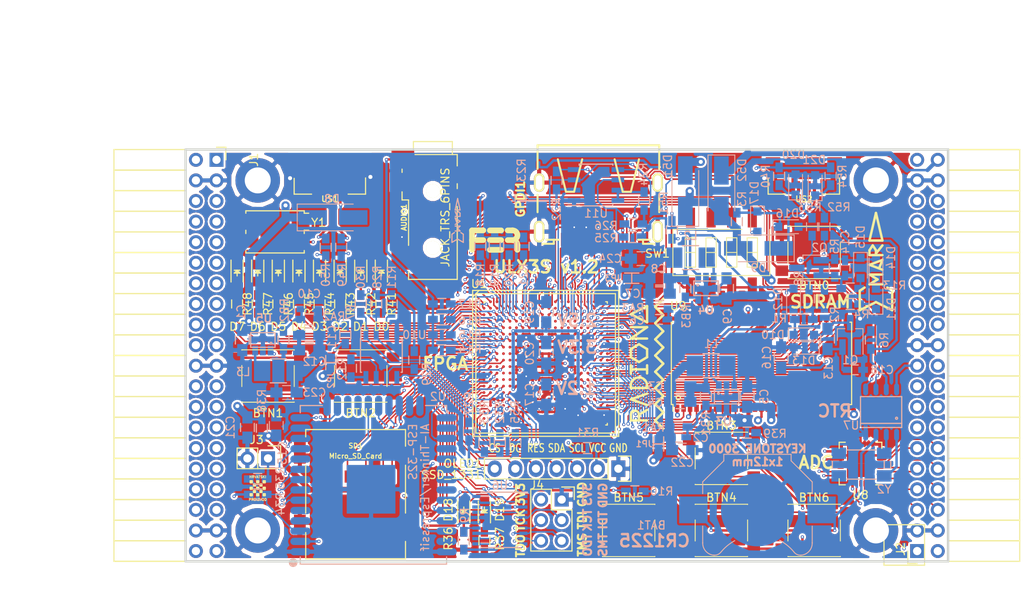
<source format=kicad_pcb>
(kicad_pcb (version 4) (host pcbnew 4.0.7+dfsg1-1)
  (layers (0 F.Cu signal) (1 In1.Cu signal) (2 In2.Cu signal) (31 B.Cu signal) (34 B.Paste user) (35 F.Paste user) (36 B.SilkS user) (37 F.SilkS user) (38 B.Mask user) (39 F.Mask user) (44 Edge.Cuts user))
  (net 0 "")
  (net 1 GND)
  (net 2 +5V)
  (net 3 /gpio/IN5V)
  (net 4 /gpio/OUT5V)
  (net 5 +3V3)
  (net 6 +1V2)
  (net 7 BTN_D)
  (net 8 BTN_F1)
  (net 9 BTN_F2)
  (net 10 BTN_L)
  (net 11 BTN_R)
  (net 12 BTN_U)
  (net 13 /power/FB1)
  (net 14 +2V5)
  (net 15 /power/PWREN)
  (net 16 /power/FB3)
  (net 17 /power/FB2)
  (net 18 "Net-(D9-Pad1)")
  (net 19 /power/VBAT)
  (net 20 JTAG_TDI)
  (net 21 JTAG_TCK)
  (net 22 JTAG_TMS)
  (net 23 JTAG_TDO)
  (net 24 /power/WAKEUPn)
  (net 25 /power/WKUP)
  (net 26 /power/SHUT)
  (net 27 /power/WAKE)
  (net 28 /power/HOLD)
  (net 29 /power/WKn)
  (net 30 /power/OSCI_32k)
  (net 31 /power/OSCO_32k)
  (net 32 "Net-(Q2-Pad3)")
  (net 33 SHUTDOWN)
  (net 34 /analog/AUDIO_L)
  (net 35 /analog/AUDIO_R)
  (net 36 GPDI_5V_SCL)
  (net 37 GPDI_5V_SDA)
  (net 38 GPDI_SDA)
  (net 39 GPDI_SCL)
  (net 40 /gpdi/VREF2)
  (net 41 SD_CMD)
  (net 42 SD_CLK)
  (net 43 SD_D0)
  (net 44 SD_D1)
  (net 45 USB5V)
  (net 46 GPDI_CEC)
  (net 47 nRESET)
  (net 48 FTDI_nDTR)
  (net 49 SDRAM_CKE)
  (net 50 SDRAM_A7)
  (net 51 SDRAM_D15)
  (net 52 SDRAM_BA1)
  (net 53 SDRAM_D7)
  (net 54 SDRAM_A6)
  (net 55 SDRAM_CLK)
  (net 56 SDRAM_D13)
  (net 57 SDRAM_BA0)
  (net 58 SDRAM_D6)
  (net 59 SDRAM_A5)
  (net 60 SDRAM_D14)
  (net 61 SDRAM_A11)
  (net 62 SDRAM_D12)
  (net 63 SDRAM_D5)
  (net 64 SDRAM_A4)
  (net 65 SDRAM_A10)
  (net 66 SDRAM_D11)
  (net 67 SDRAM_A3)
  (net 68 SDRAM_D4)
  (net 69 SDRAM_D10)
  (net 70 SDRAM_D9)
  (net 71 SDRAM_A9)
  (net 72 SDRAM_D3)
  (net 73 SDRAM_D8)
  (net 74 SDRAM_A8)
  (net 75 SDRAM_A2)
  (net 76 SDRAM_A1)
  (net 77 SDRAM_A0)
  (net 78 SDRAM_D2)
  (net 79 SDRAM_D1)
  (net 80 SDRAM_D0)
  (net 81 SDRAM_DQM0)
  (net 82 SDRAM_nCS)
  (net 83 SDRAM_nRAS)
  (net 84 SDRAM_DQM1)
  (net 85 SDRAM_nCAS)
  (net 86 SDRAM_nWE)
  (net 87 /flash/FLASH_nWP)
  (net 88 /flash/FLASH_nHOLD)
  (net 89 /flash/FLASH_MOSI)
  (net 90 /flash/FLASH_MISO)
  (net 91 /flash/FLASH_SCK)
  (net 92 /flash/FLASH_nCS)
  (net 93 /flash/FPGA_PROGRAMN)
  (net 94 /flash/FPGA_DONE)
  (net 95 /flash/FPGA_INITN)
  (net 96 OLED_RES)
  (net 97 OLED_DC)
  (net 98 OLED_CS)
  (net 99 WIFI_EN)
  (net 100 FTDI_nRTS)
  (net 101 FTDI_TXD)
  (net 102 FTDI_RXD)
  (net 103 WIFI_RXD)
  (net 104 WIFI_GPIO0)
  (net 105 WIFI_TXD)
  (net 106 GPDI_ETH-)
  (net 107 GPDI_ETH+)
  (net 108 GPDI_D2+)
  (net 109 GPDI_D2-)
  (net 110 GPDI_D1+)
  (net 111 GPDI_D1-)
  (net 112 GPDI_D0+)
  (net 113 GPDI_D0-)
  (net 114 GPDI_CLK+)
  (net 115 GPDI_CLK-)
  (net 116 USB_FTDI_D+)
  (net 117 USB_FTDI_D-)
  (net 118 J1_17-)
  (net 119 J1_17+)
  (net 120 J1_23-)
  (net 121 J1_23+)
  (net 122 J1_25-)
  (net 123 J1_25+)
  (net 124 J1_27-)
  (net 125 J1_27+)
  (net 126 J1_29-)
  (net 127 J1_29+)
  (net 128 J1_31-)
  (net 129 J1_31+)
  (net 130 J1_33-)
  (net 131 J1_33+)
  (net 132 J1_35-)
  (net 133 J1_35+)
  (net 134 J2_5-)
  (net 135 J2_5+)
  (net 136 J2_7-)
  (net 137 J2_7+)
  (net 138 J2_9-)
  (net 139 J2_9+)
  (net 140 J2_13-)
  (net 141 J2_13+)
  (net 142 J2_17-)
  (net 143 J2_17+)
  (net 144 J2_11-)
  (net 145 J2_11+)
  (net 146 J2_23-)
  (net 147 J2_23+)
  (net 148 J1_5-)
  (net 149 J1_5+)
  (net 150 J1_7-)
  (net 151 J1_7+)
  (net 152 J1_9-)
  (net 153 J1_9+)
  (net 154 J1_11-)
  (net 155 J1_11+)
  (net 156 J1_13-)
  (net 157 J1_13+)
  (net 158 J1_15-)
  (net 159 J1_15+)
  (net 160 J2_15-)
  (net 161 J2_15+)
  (net 162 J2_25-)
  (net 163 J2_25+)
  (net 164 J2_27-)
  (net 165 J2_27+)
  (net 166 J2_29-)
  (net 167 J2_29+)
  (net 168 J2_31-)
  (net 169 J2_31+)
  (net 170 J2_33-)
  (net 171 J2_33+)
  (net 172 J2_35-)
  (net 173 J2_35+)
  (net 174 SD_D3)
  (net 175 AUDIO_L3)
  (net 176 AUDIO_L2)
  (net 177 AUDIO_L1)
  (net 178 AUDIO_L0)
  (net 179 AUDIO_R3)
  (net 180 AUDIO_R2)
  (net 181 AUDIO_R1)
  (net 182 AUDIO_R0)
  (net 183 OLED_CLK)
  (net 184 OLED_MOSI)
  (net 185 LED0)
  (net 186 LED1)
  (net 187 LED2)
  (net 188 LED3)
  (net 189 LED4)
  (net 190 LED5)
  (net 191 LED6)
  (net 192 LED7)
  (net 193 BTN_PWRn)
  (net 194 "Net-(J3-Pad1)")
  (net 195 FTDI_nTXLED)
  (net 196 FTDI_nSLEEP)
  (net 197 /blinkey/LED_PWREN)
  (net 198 /blinkey/LED_TXLED)
  (net 199 FT3V3)
  (net 200 /sdcard/SD3V3)
  (net 201 SD_D2)
  (net 202 CLK_25MHz)
  (net 203 /blinkey/BTNPUL)
  (net 204 /blinkey/BTNPUR)
  (net 205 USB_FPGA_D+)
  (net 206 /power/FTDI_nSUSPEND)
  (net 207 /blinkey/ALED0)
  (net 208 /blinkey/ALED1)
  (net 209 /blinkey/ALED2)
  (net 210 /blinkey/ALED3)
  (net 211 /blinkey/ALED4)
  (net 212 /blinkey/ALED5)
  (net 213 /blinkey/ALED6)
  (net 214 /blinkey/ALED7)
  (net 215 /usb/FTD-)
  (net 216 /usb/FTD+)
  (net 217 ADC_MISO)
  (net 218 ADC_MOSI)
  (net 219 ADC_CSn)
  (net 220 ADC_SCLK)
  (net 221 "Net-(R51-Pad2)")
  (net 222 SW3)
  (net 223 SW2)
  (net 224 SW1)
  (net 225 SW0)
  (net 226 USB_FPGA_D-)
  (net 227 /usb/FPD+)
  (net 228 /usb/FPD-)
  (net 229 WIFI_GPIO16)
  (net 230 WIFI_GPIO15)
  (net 231 /usb/ANT_433MHz)
  (net 232 /power/PWRBTn)
  (net 233 PROG_DONE)
  (net 234 /power/P1V2)
  (net 235 /power/P3V3)
  (net 236 /power/P2V5)
  (net 237 /power/L1)
  (net 238 /power/L3)
  (net 239 /power/L2)
  (module jumper:SOLDER-JUMPER_1-WAY (layer B.Cu) (at 152.393 97.742 270)
    (fp_text reference JP1 (at 0 1.778 360) (layer B.SilkS) (effects (font (size 0.762 0.762) (thickness 0.1524)) (justify mirror)))
    (fp_text value 1.2 hide)
    (pad 1 smd rect (at -0.6 0 270) (size 1 1) (layers B.Cu B.Paste B.Mask) (net 234 /power/P1V2))
    (pad 2 smd rect (at 0.6 0 270) (size 1 1) (layers B.Cu B.Paste B.Mask) (net 6 +1V2))
  )
  (module ESP32-footprints-Lib:ESP-32S (layer B.Cu) (at 117.313 101.513)
    (fp_text reference U2 (at 7.902 -9.613 180) (layer B.SilkS) (effects (justify mirror)))
    (fp_text value ESP-32S)
    (fp_text user AI-Thinker/Espressif (at 6.3 1.6 270) (layer B.SilkS) (effects (justify mirror)))
    (fp_text user ESP-32S (at 4.8 -2.8 270) (layer B.SilkS) (effects (justify mirror)))
    (pad 38 smd oval (at 8.947434 9.517338 180) (size 2.5 0.9) (layers B.Cu B.Paste B.Mask) (net 1 GND))
    (pad 37 smd oval (at 8.947434 8.247338 180) (size 2.5 0.9) (layers B.Cu B.Paste B.Mask))
    (pad 36 smd oval (at 8.947434 6.977338 180) (size 2.5 0.9) (layers B.Cu B.Paste B.Mask) (net 233 PROG_DONE))
    (pad 35 smd oval (at 8.947434 5.707338 180) (size 2.5 0.9) (layers B.Cu B.Paste B.Mask) (net 105 WIFI_TXD))
    (pad 34 smd oval (at 8.947434 4.437338 180) (size 2.5 0.9) (layers B.Cu B.Paste B.Mask) (net 103 WIFI_RXD))
    (pad 33 smd oval (at 8.947434 3.167338 180) (size 2.5 0.9) (layers B.Cu B.Paste B.Mask) (net 22 JTAG_TMS))
    (pad 32 smd oval (at 8.947434 1.897338 180) (size 2.5 0.9) (layers B.Cu B.Paste B.Mask))
    (pad 31 smd oval (at 8.947434 0.627338 180) (size 2.5 0.9) (layers B.Cu B.Paste B.Mask) (net 20 JTAG_TDI))
    (pad 30 smd oval (at 8.947434 -0.642662 180) (size 2.5 0.9) (layers B.Cu B.Paste B.Mask) (net 21 JTAG_TCK))
    (pad 29 smd oval (at 8.947434 -1.912662 180) (size 2.5 0.9) (layers B.Cu B.Paste B.Mask))
    (pad 28 smd oval (at 8.947434 -3.182662 180) (size 2.5 0.9) (layers B.Cu B.Paste B.Mask) (net 23 JTAG_TDO))
    (pad 27 smd oval (at 8.947434 -4.452662 180) (size 2.5 0.9) (layers B.Cu B.Paste B.Mask) (net 229 WIFI_GPIO16))
    (pad 26 smd oval (at 8.947434 -5.722662 180) (size 2.5 0.9) (layers B.Cu B.Paste B.Mask))
    (pad 25 smd oval (at 8.947434 -6.992662 180) (size 2.5 0.9) (layers B.Cu B.Paste B.Mask) (net 104 WIFI_GPIO0))
    (pad 24 smd oval (at 5.662434 -8.482662 180) (size 0.9 2.5) (layers B.Cu B.Paste B.Mask))
    (pad 23 smd oval (at 4.392434 -8.482662 180) (size 0.9 2.5) (layers B.Cu B.Paste B.Mask) (net 230 WIFI_GPIO15))
    (pad 22 smd oval (at 3.122434 -8.482662 180) (size 0.9 2.5) (layers B.Cu B.Paste B.Mask) (net 44 SD_D1))
    (pad 21 smd oval (at 1.852434 -8.482662 180) (size 0.9 2.5) (layers B.Cu B.Paste B.Mask) (net 43 SD_D0))
    (pad 20 smd oval (at 0.582434 -8.482662 180) (size 0.9 2.5) (layers B.Cu B.Paste B.Mask) (net 42 SD_CLK))
    (pad 19 smd oval (at -0.687566 -8.482662 180) (size 0.9 2.5) (layers B.Cu B.Paste B.Mask) (net 41 SD_CMD))
    (pad 18 smd oval (at -1.957566 -8.482662 180) (size 0.9 2.5) (layers B.Cu B.Paste B.Mask))
    (pad 17 smd oval (at -3.227566 -8.482662 180) (size 0.9 2.5) (layers B.Cu B.Paste B.Mask))
    (pad 16 smd oval (at -4.497566 -8.482662 180) (size 0.9 2.5) (layers B.Cu B.Paste B.Mask) (net 124 J1_27-))
    (pad 15 smd oval (at -5.767566 -8.482662 180) (size 0.9 2.5) (layers B.Cu B.Paste B.Mask) (net 1 GND))
    (pad 14 smd oval (at -9.052566 -6.992662 180) (size 2.5 0.9) (layers B.Cu B.Paste B.Mask) (net 125 J1_27+))
    (pad 13 smd oval (at -9.052566 -5.722662 180) (size 2.5 0.9) (layers B.Cu B.Paste B.Mask) (net 126 J1_29-))
    (pad 12 smd oval (at -9.052566 -4.452662 180) (size 2.5 0.9) (layers B.Cu B.Paste B.Mask) (net 127 J1_29+))
    (pad 11 smd oval (at -9.052566 -3.182662 180) (size 2.5 0.9) (layers B.Cu B.Paste B.Mask) (net 128 J1_31-))
    (pad 10 smd oval (at -9.052566 -1.912662 180) (size 2.5 0.9) (layers B.Cu B.Paste B.Mask) (net 129 J1_31+))
    (pad 9 smd oval (at -9.052566 -0.642662 180) (size 2.5 0.9) (layers B.Cu B.Paste B.Mask) (net 130 J1_33-))
    (pad 8 smd oval (at -9.052566 0.627338 180) (size 2.5 0.9) (layers B.Cu B.Paste B.Mask) (net 131 J1_33+))
    (pad 7 smd oval (at -9.052566 1.897338 180) (size 2.5 0.9) (layers B.Cu B.Paste B.Mask) (net 132 J1_35-))
    (pad 6 smd oval (at -9.052566 3.167338 180) (size 2.5 0.9) (layers B.Cu B.Paste B.Mask) (net 133 J1_35+))
    (pad 5 smd oval (at -9.052566 4.437338 180) (size 2.5 0.9) (layers B.Cu B.Paste B.Mask))
    (pad 4 smd oval (at -9.052566 5.707338 180) (size 2.5 0.9) (layers B.Cu B.Paste B.Mask))
    (pad 3 smd oval (at -9.052566 6.977338 180) (size 2.5 0.9) (layers B.Cu B.Paste B.Mask) (net 99 WIFI_EN))
    (pad 2 smd oval (at -9.052566 8.247338 180) (size 2.5 0.9) (layers B.Cu B.Paste B.Mask) (net 5 +3V3))
    (pad 1 smd oval (at -9.052566 9.517338 180) (size 2.5 0.9) (layers B.Cu B.Paste B.Mask) (net 1 GND))
    (pad 39 smd rect (at -0.352566 1.817338 180) (size 6 6) (layers B.Cu B.Paste B.Mask) (net 1 GND))
  )
  (module Diodes_SMD:D_SMA_Handsoldering (layer B.Cu) (at 155.695 66.5 90)
    (fp_text reference D51 (at 3.048 -2.159 90) (layer B.SilkS) (effects (justify mirror)))
    (fp_text value STPS2L30AF hide)
    (pad 1 smd rect (at -2.5 0 90) (size 3.5 1.8) (layers B.Cu B.Paste B.Mask) (net 2 +5V))
    (pad 2 smd rect (at 2.5 0 90) (size 3.5 1.8) (layers B.Cu B.Paste B.Mask) (net 3 /gpio/IN5V))
  )
  (module Resistors_SMD:R_0603_HandSoldering (layer B.Cu) (at 154.044 71.326 90)
    (fp_text reference R51 (at 3.302 -1.016 90) (layer B.SilkS) (effects (justify mirror)))
    (fp_text value 220)
    (pad 1 smd rect (at -1.1 0 90) (size 1.2 0.9) (layers B.Cu B.Paste B.Mask) (net 5 +3V3))
    (pad 2 smd rect (at 1.1 0 90) (size 1.2 0.9) (layers B.Cu B.Paste B.Mask) (net 221 "Net-(R51-Pad2)"))
  )
  (module Resistors_SMD:R_1210_HandSoldering (layer B.Cu) (at 158.87 88.09 180)
    (fp_text reference L1 (at 0 2.7 180) (layer B.SilkS) (effects (justify mirror)))
    (fp_text value 2.2uH)
    (pad 1 smd rect (at -2 0 180) (size 2 2.5) (layers B.Cu B.Paste B.Mask) (net 237 /power/L1))
    (pad 2 smd rect (at 2 0 180) (size 2 2.5) (layers B.Cu B.Paste B.Mask) (net 234 /power/P1V2))
  )
  (module TSOT-25:TSOT-25 (layer B.Cu) (at 160.775 91.9)
    (fp_text reference U3 (at -0.381 3.048) (layer B.SilkS) (effects (font (thickness 0.2)) (justify mirror)))
    (fp_text value AP3429A)
    (pad 1 smd rect (at -0.95 -1.3) (size 0.7 1.2) (layers B.Cu B.Paste B.Mask) (net 15 /power/PWREN))
    (pad 2 smd rect (at 0 -1.3) (size 0.7 1.2) (layers B.Cu B.Paste B.Mask) (net 1 GND))
    (pad 3 smd rect (at 0.95 -1.3) (size 0.7 1.2) (layers B.Cu B.Paste B.Mask) (net 237 /power/L1))
    (pad 4 smd rect (at 0.95 1.3) (size 0.7 1.2) (layers B.Cu B.Paste B.Mask) (net 2 +5V))
    (pad 5 smd rect (at -0.95 1.3) (size 0.7 1.2) (layers B.Cu B.Paste B.Mask) (net 13 /power/FB1))
  )
  (module Resistors_SMD:R_1210_HandSoldering (layer B.Cu) (at 156.33 74.755 180)
    (fp_text reference L2 (at 0 2.7 180) (layer B.SilkS) (effects (justify mirror)))
    (fp_text value 2.2uH)
    (pad 1 smd rect (at -2 0 180) (size 2 2.5) (layers B.Cu B.Paste B.Mask) (net 238 /power/L3))
    (pad 2 smd rect (at 2 0 180) (size 2 2.5) (layers B.Cu B.Paste B.Mask) (net 235 /power/P3V3))
  )
  (module TSOT-25:TSOT-25 (layer B.Cu) (at 158.235 78.535)
    (fp_text reference U4 (at 0 2.697) (layer B.SilkS) (effects (font (thickness 0.2)) (justify mirror)))
    (fp_text value AP3429A)
    (pad 1 smd rect (at -0.95 -1.3) (size 0.7 1.2) (layers B.Cu B.Paste B.Mask) (net 15 /power/PWREN))
    (pad 2 smd rect (at 0 -1.3) (size 0.7 1.2) (layers B.Cu B.Paste B.Mask) (net 1 GND))
    (pad 3 smd rect (at 0.95 -1.3) (size 0.7 1.2) (layers B.Cu B.Paste B.Mask) (net 238 /power/L3))
    (pad 4 smd rect (at 0.95 1.3) (size 0.7 1.2) (layers B.Cu B.Paste B.Mask) (net 2 +5V))
    (pad 5 smd rect (at -0.95 1.3) (size 0.7 1.2) (layers B.Cu B.Paste B.Mask) (net 16 /power/FB3))
  )
  (module LEDs:LED_0805 (layer F.Cu) (at 118.23 76.66 270)
    (fp_text reference D0 (at 6.604 0 360) (layer F.SilkS))
    (fp_text value LED hide)
    (pad 2 smd rect (at 1.04902 0 90) (size 1.19888 1.19888) (layers F.Cu F.Paste F.Mask) (net 207 /blinkey/ALED0))
    (pad 1 smd rect (at -1.04902 0 90) (size 1.19888 1.19888) (layers F.Cu F.Paste F.Mask) (net 1 GND))
  )
  (module LEDs:LED_0805 (layer F.Cu) (at 115.69 76.66 270)
    (fp_text reference D1 (at 6.604 0 360) (layer F.SilkS))
    (fp_text value LED hide)
    (pad 2 smd rect (at 1.04902 0 90) (size 1.19888 1.19888) (layers F.Cu F.Paste F.Mask) (net 208 /blinkey/ALED1))
    (pad 1 smd rect (at -1.04902 0 90) (size 1.19888 1.19888) (layers F.Cu F.Paste F.Mask) (net 1 GND))
  )
  (module LEDs:LED_0805 (layer F.Cu) (at 113.15 76.66 270)
    (fp_text reference D2 (at 6.604 0 360) (layer F.SilkS))
    (fp_text value LED hide)
    (pad 2 smd rect (at 1.04902 0 90) (size 1.19888 1.19888) (layers F.Cu F.Paste F.Mask) (net 209 /blinkey/ALED2))
    (pad 1 smd rect (at -1.04902 0 90) (size 1.19888 1.19888) (layers F.Cu F.Paste F.Mask) (net 1 GND))
  )
  (module LEDs:LED_0805 (layer F.Cu) (at 110.61 76.66 270)
    (fp_text reference D3 (at 6.604 0 360) (layer F.SilkS))
    (fp_text value LED hide)
    (pad 2 smd rect (at 1.04902 0 90) (size 1.19888 1.19888) (layers F.Cu F.Paste F.Mask) (net 210 /blinkey/ALED3))
    (pad 1 smd rect (at -1.04902 0 90) (size 1.19888 1.19888) (layers F.Cu F.Paste F.Mask) (net 1 GND))
  )
  (module LEDs:LED_0805 (layer F.Cu) (at 108.07 76.66 270)
    (fp_text reference D4 (at 6.604 0 360) (layer F.SilkS))
    (fp_text value LED hide)
    (pad 2 smd rect (at 1.04902 0 90) (size 1.19888 1.19888) (layers F.Cu F.Paste F.Mask) (net 211 /blinkey/ALED4))
    (pad 1 smd rect (at -1.04902 0 90) (size 1.19888 1.19888) (layers F.Cu F.Paste F.Mask) (net 1 GND))
  )
  (module LEDs:LED_0805 (layer F.Cu) (at 105.53 76.66 270)
    (fp_text reference D5 (at 6.604 0 360) (layer F.SilkS))
    (fp_text value LED hide)
    (pad 2 smd rect (at 1.04902 0 90) (size 1.19888 1.19888) (layers F.Cu F.Paste F.Mask) (net 212 /blinkey/ALED5))
    (pad 1 smd rect (at -1.04902 0 90) (size 1.19888 1.19888) (layers F.Cu F.Paste F.Mask) (net 1 GND))
  )
  (module LEDs:LED_0805 (layer F.Cu) (at 102.99 76.66 270)
    (fp_text reference D6 (at 6.604 0 360) (layer F.SilkS))
    (fp_text value LED hide)
    (pad 2 smd rect (at 1.04902 0 90) (size 1.19888 1.19888) (layers F.Cu F.Paste F.Mask) (net 213 /blinkey/ALED6))
    (pad 1 smd rect (at -1.04902 0 90) (size 1.19888 1.19888) (layers F.Cu F.Paste F.Mask) (net 1 GND))
  )
  (module LEDs:LED_0805 (layer F.Cu) (at 100.45 76.66 270)
    (fp_text reference D7 (at 6.604 0 360) (layer F.SilkS))
    (fp_text value LED hide)
    (pad 2 smd rect (at 1.04902 0 90) (size 1.19888 1.19888) (layers F.Cu F.Paste F.Mask) (net 214 /blinkey/ALED7))
    (pad 1 smd rect (at -1.04902 0 90) (size 1.19888 1.19888) (layers F.Cu F.Paste F.Mask) (net 1 GND))
  )
  (module Resistors_SMD:R_1210_HandSoldering (layer B.Cu) (at 105.53 88.725)
    (fp_text reference L3 (at -4.318 0.127) (layer B.SilkS) (effects (justify mirror)))
    (fp_text value 2.2uH)
    (pad 1 smd rect (at -2 0) (size 2 2.5) (layers B.Cu B.Paste B.Mask) (net 239 /power/L2))
    (pad 2 smd rect (at 2 0) (size 2 2.5) (layers B.Cu B.Paste B.Mask) (net 236 /power/P2V5))
  )
  (module TSOT-25:TSOT-25 (layer B.Cu) (at 103.625 84.915 180)
    (fp_text reference U5 (at -0.127 2.667 180) (layer B.SilkS) (effects (font (thickness 0.2)) (justify mirror)))
    (fp_text value AP3429A)
    (pad 1 smd rect (at -0.95 -1.3 180) (size 0.7 1.2) (layers B.Cu B.Paste B.Mask) (net 15 /power/PWREN))
    (pad 2 smd rect (at 0 -1.3 180) (size 0.7 1.2) (layers B.Cu B.Paste B.Mask) (net 1 GND))
    (pad 3 smd rect (at 0.95 -1.3 180) (size 0.7 1.2) (layers B.Cu B.Paste B.Mask) (net 239 /power/L2))
    (pad 4 smd rect (at 0.95 1.3 180) (size 0.7 1.2) (layers B.Cu B.Paste B.Mask) (net 2 +5V))
    (pad 5 smd rect (at -0.95 1.3 180) (size 0.7 1.2) (layers B.Cu B.Paste B.Mask) (net 17 /power/FB2))
  )
  (module Capacitors_SMD:C_0805_HandSoldering (layer B.Cu) (at 101.085 84.915 270)
    (fp_text reference C1 (at -3.429 0.127 270) (layer B.SilkS) (effects (justify mirror)))
    (fp_text value 22uF)
    (pad 1 smd rect (at -1.25 0 270) (size 1.5 1.25) (layers B.Cu B.Paste B.Mask) (net 2 +5V))
    (pad 2 smd rect (at 1.25 0 270) (size 1.5 1.25) (layers B.Cu B.Paste B.Mask) (net 1 GND))
  )
  (module Capacitors_SMD:C_0805_HandSoldering (layer B.Cu) (at 155.06 90.63)
    (fp_text reference C3 (at -3.048 0) (layer B.SilkS) (effects (justify mirror)))
    (fp_text value 22uF)
    (pad 1 smd rect (at -1.25 0) (size 1.5 1.25) (layers B.Cu B.Paste B.Mask) (net 234 /power/P1V2))
    (pad 2 smd rect (at 1.25 0) (size 1.5 1.25) (layers B.Cu B.Paste B.Mask) (net 1 GND))
  )
  (module Capacitors_SMD:C_0805_HandSoldering (layer B.Cu) (at 155.06 92.535)
    (fp_text reference C4 (at -3.048 0.127) (layer B.SilkS) (effects (justify mirror)))
    (fp_text value 22uF)
    (pad 1 smd rect (at -1.25 0) (size 1.5 1.25) (layers B.Cu B.Paste B.Mask) (net 234 /power/P1V2))
    (pad 2 smd rect (at 1.25 0) (size 1.5 1.25) (layers B.Cu B.Paste B.Mask) (net 1 GND))
  )
  (module Capacitors_SMD:C_0805_HandSoldering (layer B.Cu) (at 163.315 91.9 90)
    (fp_text reference C5 (at 0 2.1 90) (layer B.SilkS) (effects (justify mirror)))
    (fp_text value 22uF)
    (pad 1 smd rect (at -1.25 0 90) (size 1.5 1.25) (layers B.Cu B.Paste B.Mask) (net 2 +5V))
    (pad 2 smd rect (at 1.25 0 90) (size 1.5 1.25) (layers B.Cu B.Paste B.Mask) (net 1 GND))
  )
  (module Capacitors_SMD:C_0805_HandSoldering (layer B.Cu) (at 152.52 79.2)
    (fp_text reference C7 (at -3.302 0) (layer B.SilkS) (effects (justify mirror)))
    (fp_text value 22uF)
    (pad 1 smd rect (at -1.25 0) (size 1.5 1.25) (layers B.Cu B.Paste B.Mask) (net 235 /power/P3V3))
    (pad 2 smd rect (at 1.25 0) (size 1.5 1.25) (layers B.Cu B.Paste B.Mask) (net 1 GND))
  )
  (module Capacitors_SMD:C_0805_HandSoldering (layer B.Cu) (at 152.52 77.295)
    (fp_text reference C8 (at -0.127 -1.143) (layer B.SilkS) (effects (justify mirror)))
    (fp_text value 22uF)
    (pad 1 smd rect (at -1.25 0) (size 1.5 1.25) (layers B.Cu B.Paste B.Mask) (net 235 /power/P3V3))
    (pad 2 smd rect (at 1.25 0) (size 1.5 1.25) (layers B.Cu B.Paste B.Mask) (net 1 GND))
  )
  (module Capacitors_SMD:C_0805_HandSoldering (layer B.Cu) (at 160.775 78.565 90)
    (fp_text reference C9 (at -3.429 0.127 90) (layer B.SilkS) (effects (justify mirror)))
    (fp_text value 22uF)
    (pad 1 smd rect (at -1.25 0 90) (size 1.5 1.25) (layers B.Cu B.Paste B.Mask) (net 2 +5V))
    (pad 2 smd rect (at 1.25 0 90) (size 1.5 1.25) (layers B.Cu B.Paste B.Mask) (net 1 GND))
  )
  (module Capacitors_SMD:C_0805_HandSoldering (layer B.Cu) (at 109.34 84.28 180)
    (fp_text reference C11 (at -2.794 -0.254 270) (layer B.SilkS) (effects (justify mirror)))
    (fp_text value 22uF)
    (pad 1 smd rect (at -1.25 0 180) (size 1.5 1.25) (layers B.Cu B.Paste B.Mask) (net 236 /power/P2V5))
    (pad 2 smd rect (at 1.25 0 180) (size 1.5 1.25) (layers B.Cu B.Paste B.Mask) (net 1 GND))
  )
  (module Capacitors_SMD:C_0805_HandSoldering (layer B.Cu) (at 109.34 86.185 180)
    (fp_text reference C12 (at -0.635 -1.397 360) (layer B.SilkS) (effects (justify mirror)))
    (fp_text value 22uF)
    (pad 1 smd rect (at -1.25 0 180) (size 1.5 1.25) (layers B.Cu B.Paste B.Mask) (net 236 /power/P2V5))
    (pad 2 smd rect (at 1.25 0 180) (size 1.5 1.25) (layers B.Cu B.Paste B.Mask) (net 1 GND))
  )
  (module Power_Integrations:SO-8 (layer B.Cu) (at 179.825 93.805 180)
    (fp_text reference U7 (at 3.683 -1.651 180) (layer B.SilkS) (effects (justify mirror)))
    (fp_text value PCF8523)
    (pad 1 smd oval (at -1.905 -2.794 180) (size 0.6096 1.4732) (layers B.Cu B.Paste B.Mask) (net 30 /power/OSCI_32k))
    (pad 2 smd oval (at -0.635 -2.794 180) (size 0.6096 1.4732) (layers B.Cu B.Paste B.Mask) (net 31 /power/OSCO_32k))
    (pad 3 smd oval (at 0.635 -2.794 180) (size 0.6096 1.4732) (layers B.Cu B.Paste B.Mask) (net 19 /power/VBAT))
    (pad 4 smd oval (at 1.905 -2.794 180) (size 0.6096 1.4732) (layers B.Cu B.Paste B.Mask) (net 1 GND))
    (pad 5 smd oval (at 1.905 2.794 180) (size 0.6096 1.4732) (layers B.Cu B.Paste B.Mask) (net 38 GPDI_SDA))
    (pad 6 smd oval (at 0.635 2.794 180) (size 0.6096 1.4732) (layers B.Cu B.Paste B.Mask) (net 39 GPDI_SCL))
    (pad 7 smd oval (at -0.635 2.794 180) (size 0.6096 1.4732) (layers B.Cu B.Paste B.Mask) (net 24 /power/WAKEUPn))
    (pad 8 smd oval (at -1.905 2.794 180) (size 0.6096 1.4732) (layers B.Cu B.Paste B.Mask) (net 5 +3V3))
  )
  (module Capacitors_SMD:C_0805_HandSoldering (layer B.Cu) (at 173.221 84.788 90)
    (fp_text reference C13 (at -3.556 0.127 90) (layer B.SilkS) (effects (justify mirror)))
    (fp_text value 2.2uF)
    (pad 1 smd rect (at -1.25 0 90) (size 1.5 1.25) (layers B.Cu B.Paste B.Mask) (net 2 +5V))
    (pad 2 smd rect (at 1.25 0 90) (size 1.5 1.25) (layers B.Cu B.Paste B.Mask) (net 25 /power/WKUP))
  )
  (module TSOP54:TSOP54 (layer F.Cu) (at 165.08 87.8 90)
    (fp_text reference U9 (at 7.076 -10.274 180) (layer F.SilkS))
    (fp_text value MT48LC16M16A2TG)
    (pad 28 smd rect (at 5.53 10.4 90) (size 0.9 0.56) (layers F.Cu F.Paste F.Mask) (net 1 GND))
    (pad 1 smd rect (at -5.53 -10.4 90) (size 0.9 0.56) (layers F.Cu F.Paste F.Mask) (net 5 +3V3))
    (pad 2 smd rect (at -5.53 -9.6 90) (size 0.9 0.56) (layers F.Cu F.Paste F.Mask) (net 80 SDRAM_D0))
    (pad 3 smd rect (at -5.53 -8.8 90) (size 0.9 0.56) (layers F.Cu F.Paste F.Mask) (net 5 +3V3))
    (pad 4 smd rect (at -5.53 -8 90) (size 0.9 0.56) (layers F.Cu F.Paste F.Mask) (net 79 SDRAM_D1))
    (pad 5 smd rect (at -5.53 -7.2 90) (size 0.9 0.56) (layers F.Cu F.Paste F.Mask) (net 78 SDRAM_D2))
    (pad 6 smd rect (at -5.53 -6.4 90) (size 0.9 0.56) (layers F.Cu F.Paste F.Mask) (net 1 GND))
    (pad 7 smd rect (at -5.53 -5.6 90) (size 0.9 0.56) (layers F.Cu F.Paste F.Mask) (net 72 SDRAM_D3))
    (pad 8 smd rect (at -5.53 -4.8 90) (size 0.9 0.56) (layers F.Cu F.Paste F.Mask) (net 68 SDRAM_D4))
    (pad 9 smd rect (at -5.53 -4 90) (size 0.9 0.56) (layers F.Cu F.Paste F.Mask) (net 5 +3V3))
    (pad 10 smd rect (at -5.53 -3.2 90) (size 0.9 0.56) (layers F.Cu F.Paste F.Mask) (net 63 SDRAM_D5))
    (pad 11 smd rect (at -5.53 -2.4 90) (size 0.9 0.56) (layers F.Cu F.Paste F.Mask) (net 58 SDRAM_D6))
    (pad 12 smd rect (at -5.53 -1.6 90) (size 0.9 0.56) (layers F.Cu F.Paste F.Mask) (net 1 GND))
    (pad 13 smd rect (at -5.53 -0.8 90) (size 0.9 0.56) (layers F.Cu F.Paste F.Mask) (net 53 SDRAM_D7))
    (pad 14 smd rect (at -5.53 0 90) (size 0.9 0.56) (layers F.Cu F.Paste F.Mask) (net 5 +3V3))
    (pad 15 smd rect (at -5.53 0.8 90) (size 0.9 0.56) (layers F.Cu F.Paste F.Mask) (net 81 SDRAM_DQM0))
    (pad 16 smd rect (at -5.53 1.6 90) (size 0.9 0.56) (layers F.Cu F.Paste F.Mask) (net 86 SDRAM_nWE))
    (pad 17 smd rect (at -5.53 2.4 90) (size 0.9 0.56) (layers F.Cu F.Paste F.Mask) (net 85 SDRAM_nCAS))
    (pad 18 smd rect (at -5.53 3.2 90) (size 0.9 0.56) (layers F.Cu F.Paste F.Mask) (net 83 SDRAM_nRAS))
    (pad 19 smd rect (at -5.53 4 90) (size 0.9 0.56) (layers F.Cu F.Paste F.Mask) (net 82 SDRAM_nCS))
    (pad 20 smd rect (at -5.53 4.8 90) (size 0.9 0.56) (layers F.Cu F.Paste F.Mask) (net 57 SDRAM_BA0))
    (pad 21 smd rect (at -5.53 5.6 90) (size 0.9 0.56) (layers F.Cu F.Paste F.Mask) (net 52 SDRAM_BA1))
    (pad 22 smd rect (at -5.53 6.4 90) (size 0.9 0.56) (layers F.Cu F.Paste F.Mask) (net 65 SDRAM_A10))
    (pad 23 smd rect (at -5.53 7.2 90) (size 0.9 0.56) (layers F.Cu F.Paste F.Mask) (net 77 SDRAM_A0))
    (pad 24 smd rect (at -5.53 8 90) (size 0.9 0.56) (layers F.Cu F.Paste F.Mask) (net 76 SDRAM_A1))
    (pad 25 smd rect (at -5.53 8.8 90) (size 0.9 0.56) (layers F.Cu F.Paste F.Mask) (net 75 SDRAM_A2))
    (pad 26 smd rect (at -5.53 9.6 90) (size 0.9 0.56) (layers F.Cu F.Paste F.Mask) (net 67 SDRAM_A3))
    (pad 27 smd rect (at -5.53 10.4 90) (size 0.9 0.56) (layers F.Cu F.Paste F.Mask) (net 5 +3V3))
    (pad 29 smd rect (at 5.53 9.6 90) (size 0.9 0.56) (layers F.Cu F.Paste F.Mask) (net 64 SDRAM_A4))
    (pad 30 smd rect (at 5.53 8.8 90) (size 0.9 0.56) (layers F.Cu F.Paste F.Mask) (net 59 SDRAM_A5))
    (pad 31 smd rect (at 5.53 8 90) (size 0.9 0.56) (layers F.Cu F.Paste F.Mask) (net 54 SDRAM_A6))
    (pad 32 smd rect (at 5.53 7.2 90) (size 0.9 0.56) (layers F.Cu F.Paste F.Mask) (net 50 SDRAM_A7))
    (pad 33 smd rect (at 5.53 6.4 90) (size 0.9 0.56) (layers F.Cu F.Paste F.Mask) (net 74 SDRAM_A8))
    (pad 34 smd rect (at 5.53 5.6 90) (size 0.9 0.56) (layers F.Cu F.Paste F.Mask) (net 71 SDRAM_A9))
    (pad 35 smd rect (at 5.53 4.8 90) (size 0.9 0.56) (layers F.Cu F.Paste F.Mask) (net 61 SDRAM_A11))
    (pad 36 smd rect (at 5.53 4 90) (size 0.9 0.56) (layers F.Cu F.Paste F.Mask))
    (pad 37 smd rect (at 5.53 3.2 90) (size 0.9 0.56) (layers F.Cu F.Paste F.Mask) (net 49 SDRAM_CKE))
    (pad 38 smd rect (at 5.53 2.4 90) (size 0.9 0.56) (layers F.Cu F.Paste F.Mask) (net 55 SDRAM_CLK))
    (pad 39 smd rect (at 5.53 1.6 90) (size 0.9 0.56) (layers F.Cu F.Paste F.Mask) (net 84 SDRAM_DQM1))
    (pad 40 smd rect (at 5.53 0.8 90) (size 0.9 0.56) (layers F.Cu F.Paste F.Mask))
    (pad 41 smd rect (at 5.53 0 90) (size 0.9 0.56) (layers F.Cu F.Paste F.Mask) (net 1 GND))
    (pad 42 smd rect (at 5.53 -0.8 90) (size 0.9 0.56) (layers F.Cu F.Paste F.Mask) (net 73 SDRAM_D8))
    (pad 43 smd rect (at 5.53 -1.6 90) (size 0.9 0.56) (layers F.Cu F.Paste F.Mask) (net 5 +3V3))
    (pad 44 smd rect (at 5.53 -2.4 90) (size 0.9 0.56) (layers F.Cu F.Paste F.Mask) (net 70 SDRAM_D9))
    (pad 45 smd rect (at 5.53 -3.2 90) (size 0.9 0.56) (layers F.Cu F.Paste F.Mask) (net 69 SDRAM_D10))
    (pad 46 smd rect (at 5.53 -4 90) (size 0.9 0.56) (layers F.Cu F.Paste F.Mask) (net 1 GND))
    (pad 47 smd rect (at 5.53 -4.8 90) (size 0.9 0.56) (layers F.Cu F.Paste F.Mask) (net 66 SDRAM_D11))
    (pad 48 smd rect (at 5.53 -5.6 90) (size 0.9 0.56) (layers F.Cu F.Paste F.Mask) (net 62 SDRAM_D12))
    (pad 49 smd rect (at 5.53 -6.4 90) (size 0.9 0.56) (layers F.Cu F.Paste F.Mask) (net 5 +3V3))
    (pad 50 smd rect (at 5.53 -7.2 90) (size 0.9 0.56) (layers F.Cu F.Paste F.Mask) (net 56 SDRAM_D13))
    (pad 51 smd rect (at 5.53 -8 90) (size 0.9 0.56) (layers F.Cu F.Paste F.Mask) (net 60 SDRAM_D14))
    (pad 52 smd rect (at 5.53 -8.8 90) (size 0.9 0.56) (layers F.Cu F.Paste F.Mask) (net 1 GND))
    (pad 53 smd rect (at 5.53 -9.6 90) (size 0.9 0.56) (layers F.Cu F.Paste F.Mask) (net 51 SDRAM_D15))
    (pad 54 smd rect (at 5.53 -10.4 90) (size 0.9 0.56) (layers F.Cu F.Paste F.Mask) (net 1 GND))
  )
  (module TO_SOT_Packages_SMD:SOT-23_Handsoldering (layer B.Cu) (at 176.015 84.28 90)
    (fp_text reference Q1 (at -3.1115 0 180) (layer B.SilkS) (effects (justify mirror)))
    (fp_text value BC857)
    (pad 1 smd rect (at -1.5 0.95 90) (size 1.9 0.8) (layers B.Cu B.Paste B.Mask) (net 29 /power/WKn))
    (pad 2 smd rect (at -1.5 -0.95 90) (size 1.9 0.8) (layers B.Cu B.Paste B.Mask) (net 2 +5V))
    (pad 3 smd rect (at 1.5 0 90) (size 1.9 0.8) (layers B.Cu B.Paste B.Mask) (net 25 /power/WKUP))
  )
  (module TO_SOT_Packages_SMD:SOT-23_Handsoldering (layer B.Cu) (at 170.935 76.025 180)
    (fp_text reference Q2 (at -1.295 2.5 180) (layer B.SilkS) (effects (justify mirror)))
    (fp_text value 2N7002)
    (pad 1 smd rect (at -1.5 0.95 180) (size 1.9 0.8) (layers B.Cu B.Paste B.Mask) (net 26 /power/SHUT))
    (pad 2 smd rect (at -1.5 -0.95 180) (size 1.9 0.8) (layers B.Cu B.Paste B.Mask) (net 1 GND))
    (pad 3 smd rect (at 1.5 0 180) (size 1.9 0.8) (layers B.Cu B.Paste B.Mask) (net 32 "Net-(Q2-Pad3)"))
  )
  (module Capacitors_SMD:C_0603_HandSoldering (layer B.Cu) (at 154.86 96.91)
    (fp_text reference C2 (at 2.74 0.07) (layer B.SilkS) (effects (justify mirror)))
    (fp_text value 470pF)
    (pad 1 smd rect (at -0.95 0) (size 1.2 0.75) (layers B.Cu B.Paste B.Mask) (net 234 /power/P1V2))
    (pad 2 smd rect (at 0.95 0) (size 1.2 0.75) (layers B.Cu B.Paste B.Mask) (net 13 /power/FB1))
  )
  (module Capacitors_SMD:C_0603_HandSoldering (layer B.Cu) (at 152.52 82.375)
    (fp_text reference C6 (at -2.794 0.127) (layer B.SilkS) (effects (justify mirror)))
    (fp_text value 470pF)
    (pad 1 smd rect (at -0.95 0) (size 1.2 0.75) (layers B.Cu B.Paste B.Mask) (net 235 /power/P3V3))
    (pad 2 smd rect (at 0.95 0) (size 1.2 0.75) (layers B.Cu B.Paste B.Mask) (net 16 /power/FB3))
  )
  (module Capacitors_SMD:C_0603_HandSoldering (layer B.Cu) (at 109.34 81.105 180)
    (fp_text reference C10 (at 0 1.9 180) (layer B.SilkS) (effects (justify mirror)))
    (fp_text value 470pF)
    (pad 1 smd rect (at -0.95 0 180) (size 1.2 0.75) (layers B.Cu B.Paste B.Mask) (net 236 /power/P2V5))
    (pad 2 smd rect (at 0.95 0 180) (size 1.2 0.75) (layers B.Cu B.Paste B.Mask) (net 17 /power/FB2))
  )
  (module Capacitors_SMD:C_0603_HandSoldering (layer B.Cu) (at 175.38 76.025 270)
    (fp_text reference C14 (at -3.175 0 270) (layer B.SilkS) (effects (justify mirror)))
    (fp_text value 100nF)
    (pad 1 smd rect (at -0.95 0 270) (size 1.2 0.75) (layers B.Cu B.Paste B.Mask) (net 26 /power/SHUT))
    (pad 2 smd rect (at 0.95 0 270) (size 1.2 0.75) (layers B.Cu B.Paste B.Mask) (net 1 GND))
  )
  (module Resistors_SMD:R_0603_HandSoldering (layer B.Cu) (at 170.3 82.375)
    (fp_text reference R1 (at -3.048 -0.127) (layer B.SilkS) (effects (justify mirror)))
    (fp_text value 15k)
    (pad 1 smd rect (at -1.1 0) (size 1.2 0.9) (layers B.Cu B.Paste B.Mask) (net 27 /power/WAKE))
    (pad 2 smd rect (at 1.1 0) (size 1.2 0.9) (layers B.Cu B.Paste B.Mask) (net 15 /power/PWREN))
  )
  (module Resistors_SMD:R_0603_HandSoldering (layer B.Cu) (at 172.84 79.835 90)
    (fp_text reference R2 (at -1.905 1.27 90) (layer B.SilkS) (effects (justify mirror)))
    (fp_text value 47k)
    (pad 1 smd rect (at -1.1 0 90) (size 1.2 0.9) (layers B.Cu B.Paste B.Mask) (net 15 /power/PWREN))
    (pad 2 smd rect (at 1.1 0 90) (size 1.2 0.9) (layers B.Cu B.Paste B.Mask) (net 1 GND))
  )
  (module Resistors_SMD:R_0603_HandSoldering (layer B.Cu) (at 176.015 80.47 180)
    (fp_text reference R4 (at -1.397 -1.27 360) (layer B.SilkS) (effects (justify mirror)))
    (fp_text value 15k)
    (pad 1 smd rect (at -1.1 0 180) (size 1.2 0.9) (layers B.Cu B.Paste B.Mask) (net 28 /power/HOLD))
    (pad 2 smd rect (at 1.1 0 180) (size 1.2 0.9) (layers B.Cu B.Paste B.Mask) (net 15 /power/PWREN))
  )
  (module Resistors_SMD:R_0603_HandSoldering (layer B.Cu) (at 174.11 76.025 270)
    (fp_text reference R5 (at -2.667 0 270) (layer B.SilkS) (effects (justify mirror)))
    (fp_text value 4.7M)
    (pad 1 smd rect (at -1.1 0 270) (size 1.2 0.9) (layers B.Cu B.Paste B.Mask) (net 26 /power/SHUT))
    (pad 2 smd rect (at 1.1 0 270) (size 1.2 0.9) (layers B.Cu B.Paste B.Mask) (net 1 GND))
  )
  (module Resistors_SMD:R_0603_HandSoldering (layer B.Cu) (at 178.555 84.915 270)
    (fp_text reference R6 (at 0 -1.651 270) (layer B.SilkS) (effects (justify mirror)))
    (fp_text value 1k)
    (pad 1 smd rect (at -1.1 0 270) (size 1.2 0.9) (layers B.Cu B.Paste B.Mask) (net 29 /power/WKn))
    (pad 2 smd rect (at 1.1 0 270) (size 1.2 0.9) (layers B.Cu B.Paste B.Mask) (net 24 /power/WAKEUPn))
  )
  (module Resistors_SMD:R_0603_HandSoldering (layer B.Cu) (at 113.785 84.28 270)
    (fp_text reference R7 (at -2.794 -0.635 270) (layer B.SilkS) (effects (justify mirror)))
    (fp_text value 220)
    (pad 1 smd rect (at -1.1 0 270) (size 1.2 0.9) (layers B.Cu B.Paste B.Mask) (net 5 +3V3))
    (pad 2 smd rect (at 1.1 0 270) (size 1.2 0.9) (layers B.Cu B.Paste B.Mask) (net 203 /blinkey/BTNPUL))
  )
  (module Resistors_SMD:R_0603_HandSoldering (layer B.Cu) (at 170.935 79.835 90)
    (fp_text reference R8 (at 2.54 -1.27 90) (layer B.SilkS) (effects (justify mirror)))
    (fp_text value 1k)
    (pad 1 smd rect (at -1.1 0 90) (size 1.2 0.9) (layers B.Cu B.Paste B.Mask) (net 15 /power/PWREN))
    (pad 2 smd rect (at 1.1 0 90) (size 1.2 0.9) (layers B.Cu B.Paste B.Mask) (net 32 "Net-(Q2-Pad3)"))
  )
  (module Resistors_SMD:R_0603_HandSoldering (layer B.Cu) (at 128.39 109.68 270)
    (fp_text reference R9 (at -3.13 -0.126 270) (layer B.SilkS) (effects (justify mirror)))
    (fp_text value 15k)
    (pad 1 smd rect (at -1.1 0 270) (size 1.2 0.9) (layers B.Cu B.Paste B.Mask) (net 47 nRESET))
    (pad 2 smd rect (at 1.1 0 270) (size 1.2 0.9) (layers B.Cu B.Paste B.Mask) (net 199 FT3V3))
  )
  (module Resistors_SMD:R_0603_HandSoldering (layer B.Cu) (at 149.472 103.584 180)
    (fp_text reference R10 (at -3.302 0 180) (layer B.SilkS) (effects (justify mirror)))
    (fp_text value 220)
    (pad 1 smd rect (at -1.1 0 180) (size 1.2 0.9) (layers B.Cu B.Paste B.Mask) (net 206 /power/FTDI_nSUSPEND))
    (pad 2 smd rect (at 1.1 0 180) (size 1.2 0.9) (layers B.Cu B.Paste B.Mask) (net 196 FTDI_nSLEEP))
  )
  (module Resistors_SMD:R_0603_HandSoldering (layer B.Cu) (at 176.015 78.565 180)
    (fp_text reference R13 (at -5.461 0.381 180) (layer B.SilkS) (effects (justify mirror)))
    (fp_text value 15k)
    (pad 1 smd rect (at -1.1 0 180) (size 1.2 0.9) (layers B.Cu B.Paste B.Mask) (net 33 SHUTDOWN))
    (pad 2 smd rect (at 1.1 0 180) (size 1.2 0.9) (layers B.Cu B.Paste B.Mask) (net 1 GND))
  )
  (module Resistors_SMD:R_0603_HandSoldering (layer B.Cu) (at 154.86 95.64)
    (fp_text reference RA1 (at -3.102 0.07) (layer B.SilkS) (effects (justify mirror)))
    (fp_text value 15k)
    (pad 1 smd rect (at -1.1 0) (size 1.2 0.9) (layers B.Cu B.Paste B.Mask) (net 234 /power/P1V2))
    (pad 2 smd rect (at 1.1 0) (size 1.2 0.9) (layers B.Cu B.Paste B.Mask) (net 13 /power/FB1))
  )
  (module Resistors_SMD:R_0603_HandSoldering (layer B.Cu) (at 109.34 82.375 180)
    (fp_text reference RA2 (at -3.048 0.381 360) (layer B.SilkS) (effects (justify mirror)))
    (fp_text value 15k)
    (pad 1 smd rect (at -1.1 0 180) (size 1.2 0.9) (layers B.Cu B.Paste B.Mask) (net 236 /power/P2V5))
    (pad 2 smd rect (at 1.1 0 180) (size 1.2 0.9) (layers B.Cu B.Paste B.Mask) (net 17 /power/FB2))
  )
  (module Resistors_SMD:R_0603_HandSoldering (layer B.Cu) (at 152.52 81.105)
    (fp_text reference RA3 (at -3.302 -0.127) (layer B.SilkS) (effects (justify mirror)))
    (fp_text value 15k)
    (pad 1 smd rect (at -1.1 0) (size 1.2 0.9) (layers B.Cu B.Paste B.Mask) (net 235 /power/P3V3))
    (pad 2 smd rect (at 1.1 0) (size 1.2 0.9) (layers B.Cu B.Paste B.Mask) (net 16 /power/FB3))
  )
  (module Resistors_SMD:R_0603_HandSoldering (layer B.Cu) (at 158.235 91.9 270)
    (fp_text reference RB1 (at 3.302 0 270) (layer B.SilkS) (effects (justify mirror)))
    (fp_text value 15k)
    (pad 1 smd rect (at -1.1 0 270) (size 1.2 0.9) (layers B.Cu B.Paste B.Mask) (net 1 GND))
    (pad 2 smd rect (at 1.1 0 270) (size 1.2 0.9) (layers B.Cu B.Paste B.Mask) (net 13 /power/FB1))
  )
  (module Resistors_SMD:R_0603_HandSoldering (layer B.Cu) (at 106.165 84.915 90)
    (fp_text reference RB2 (at 3.683 0.127 90) (layer B.SilkS) (effects (justify mirror)))
    (fp_text value 4.7k)
    (pad 1 smd rect (at -1.1 0 90) (size 1.2 0.9) (layers B.Cu B.Paste B.Mask) (net 1 GND))
    (pad 2 smd rect (at 1.1 0 90) (size 1.2 0.9) (layers B.Cu B.Paste B.Mask) (net 17 /power/FB2))
  )
  (module Resistors_SMD:R_0603_HandSoldering (layer B.Cu) (at 155.695 78.565 270)
    (fp_text reference RB3 (at 3.429 -0.127 270) (layer B.SilkS) (effects (justify mirror)))
    (fp_text value 3.3k)
    (pad 1 smd rect (at -1.1 0 270) (size 1.2 0.9) (layers B.Cu B.Paste B.Mask) (net 1 GND))
    (pad 2 smd rect (at 1.1 0 270) (size 1.2 0.9) (layers B.Cu B.Paste B.Mask) (net 16 /power/FB3))
  )
  (module Resistors_SMD:R_0603_HandSoldering (layer B.Cu) (at 125.682 86.185 180)
    (fp_text reference R14 (at -3.47 0.127 180) (layer B.SilkS) (effects (justify mirror)))
    (fp_text value 800)
    (pad 1 smd rect (at -1.1 0 180) (size 1.2 0.9) (layers B.Cu B.Paste B.Mask) (net 175 AUDIO_L3))
    (pad 2 smd rect (at 1.1 0 180) (size 1.2 0.9) (layers B.Cu B.Paste B.Mask) (net 34 /analog/AUDIO_L))
  )
  (module Resistors_SMD:R_0603_HandSoldering (layer B.Cu) (at 125.682 84.279 180)
    (fp_text reference R15 (at -3.47 -0.001 180) (layer B.SilkS) (effects (justify mirror)))
    (fp_text value 400)
    (pad 1 smd rect (at -1.1 0 180) (size 1.2 0.9) (layers B.Cu B.Paste B.Mask) (net 176 AUDIO_L2))
    (pad 2 smd rect (at 1.1 0 180) (size 1.2 0.9) (layers B.Cu B.Paste B.Mask) (net 34 /analog/AUDIO_L))
  )
  (module Resistors_SMD:R_0603_HandSoldering (layer B.Cu) (at 125.682 82.375 180)
    (fp_text reference R16 (at -3.47 -0.127 180) (layer B.SilkS) (effects (justify mirror)))
    (fp_text value 200)
    (pad 1 smd rect (at -1.1 0 180) (size 1.2 0.9) (layers B.Cu B.Paste B.Mask) (net 177 AUDIO_L1))
    (pad 2 smd rect (at 1.1 0 180) (size 1.2 0.9) (layers B.Cu B.Paste B.Mask) (net 34 /analog/AUDIO_L))
  )
  (module Resistors_SMD:R_0603_HandSoldering (layer B.Cu) (at 125.682 80.47 180)
    (fp_text reference R17 (at -3.47 0 180) (layer B.SilkS) (effects (justify mirror)))
    (fp_text value 100)
    (pad 1 smd rect (at -1.1 0 180) (size 1.2 0.9) (layers B.Cu B.Paste B.Mask) (net 178 AUDIO_L0))
    (pad 2 smd rect (at 1.1 0 180) (size 1.2 0.9) (layers B.Cu B.Paste B.Mask) (net 34 /analog/AUDIO_L))
  )
  (module Resistors_SMD:R_0603_HandSoldering (layer B.Cu) (at 130.422 73.358 90)
    (fp_text reference R18 (at -3.556 0 90) (layer B.SilkS) (effects (justify mirror)))
    (fp_text value 800)
    (pad 1 smd rect (at -1.1 0 90) (size 1.2 0.9) (layers B.Cu B.Paste B.Mask) (net 179 AUDIO_R3))
    (pad 2 smd rect (at 1.1 0 90) (size 1.2 0.9) (layers B.Cu B.Paste B.Mask) (net 35 /analog/AUDIO_R))
  )
  (module Resistors_SMD:R_0603_HandSoldering (layer B.Cu) (at 132.2 73.358 90)
    (fp_text reference R19 (at -3.556 0 90) (layer B.SilkS) (effects (justify mirror)))
    (fp_text value 400)
    (pad 1 smd rect (at -1.1 0 90) (size 1.2 0.9) (layers B.Cu B.Paste B.Mask) (net 180 AUDIO_R2))
    (pad 2 smd rect (at 1.1 0 90) (size 1.2 0.9) (layers B.Cu B.Paste B.Mask) (net 35 /analog/AUDIO_R))
  )
  (module Resistors_SMD:R_0603_HandSoldering (layer B.Cu) (at 133.978 73.358 90)
    (fp_text reference R20 (at -3.556 0 90) (layer B.SilkS) (effects (justify mirror)))
    (fp_text value 200)
    (pad 1 smd rect (at -1.1 0 90) (size 1.2 0.9) (layers B.Cu B.Paste B.Mask) (net 181 AUDIO_R1))
    (pad 2 smd rect (at 1.1 0 90) (size 1.2 0.9) (layers B.Cu B.Paste B.Mask) (net 35 /analog/AUDIO_R))
  )
  (module Resistors_SMD:R_0603_HandSoldering (layer B.Cu) (at 135.756 73.358 90)
    (fp_text reference R21 (at -3.556 0 90) (layer B.SilkS) (effects (justify mirror)))
    (fp_text value 100)
    (pad 1 smd rect (at -1.1 0 90) (size 1.2 0.9) (layers B.Cu B.Paste B.Mask) (net 182 AUDIO_R0))
    (pad 2 smd rect (at 1.1 0 90) (size 1.2 0.9) (layers B.Cu B.Paste B.Mask) (net 35 /analog/AUDIO_R))
  )
  (module Housings_SOIC:SOIC-8_3.9x4.9mm_Pitch1.27mm (layer B.Cu) (at 118.23 86.82 270)
    (fp_text reference U10 (at -2.54 -4.064 360) (layer B.SilkS) (effects (justify mirror)))
    (fp_text value S25FL164K0XMFI011)
    (pad 1 smd rect (at -2.7 1.905 270) (size 1.55 0.6) (layers B.Cu B.Paste B.Mask) (net 92 /flash/FLASH_nCS))
    (pad 2 smd rect (at -2.7 0.635 270) (size 1.55 0.6) (layers B.Cu B.Paste B.Mask) (net 90 /flash/FLASH_MISO))
    (pad 3 smd rect (at -2.7 -0.635 270) (size 1.55 0.6) (layers B.Cu B.Paste B.Mask) (net 87 /flash/FLASH_nWP))
    (pad 4 smd rect (at -2.7 -1.905 270) (size 1.55 0.6) (layers B.Cu B.Paste B.Mask) (net 1 GND))
    (pad 5 smd rect (at 2.7 -1.905 270) (size 1.55 0.6) (layers B.Cu B.Paste B.Mask) (net 89 /flash/FLASH_MOSI))
    (pad 6 smd rect (at 2.7 -0.635 270) (size 1.55 0.6) (layers B.Cu B.Paste B.Mask) (net 91 /flash/FLASH_SCK))
    (pad 7 smd rect (at 2.7 0.635 270) (size 1.55 0.6) (layers B.Cu B.Paste B.Mask) (net 88 /flash/FLASH_nHOLD))
    (pad 8 smd rect (at 2.7 1.905 270) (size 1.55 0.6) (layers B.Cu B.Paste B.Mask) (net 5 +3V3))
  )
  (module Capacitors_SMD:C_0603_HandSoldering (layer B.Cu) (at 176.65 88.598)
    (fp_text reference C18 (at 3.302 0) (layer B.SilkS) (effects (justify mirror)))
    (fp_text value 100nF)
    (pad 1 smd rect (at -0.95 0) (size 1.2 0.75) (layers B.Cu B.Paste B.Mask) (net 2 +5V))
    (pad 2 smd rect (at 0.95 0) (size 1.2 0.75) (layers B.Cu B.Paste B.Mask) (net 1 GND))
  )
  (module Housings_SOIC:SOIC-8_3.9x4.9mm_Pitch1.27mm (layer B.Cu) (at 144.68 65.8)
    (fp_text reference U11 (at 0 3.5) (layer B.SilkS) (effects (justify mirror)))
    (fp_text value PCA9306DCTR)
    (pad 1 smd rect (at -2.7 1.905) (size 1.55 0.6) (layers B.Cu B.Paste B.Mask) (net 1 GND))
    (pad 2 smd rect (at -2.7 0.635) (size 1.55 0.6) (layers B.Cu B.Paste B.Mask) (net 5 +3V3))
    (pad 3 smd rect (at -2.7 -0.635) (size 1.55 0.6) (layers B.Cu B.Paste B.Mask) (net 39 GPDI_SCL))
    (pad 4 smd rect (at -2.7 -1.905) (size 1.55 0.6) (layers B.Cu B.Paste B.Mask) (net 38 GPDI_SDA))
    (pad 5 smd rect (at 2.7 -1.905) (size 1.55 0.6) (layers B.Cu B.Paste B.Mask) (net 37 GPDI_5V_SDA))
    (pad 6 smd rect (at 2.7 -0.635) (size 1.55 0.6) (layers B.Cu B.Paste B.Mask) (net 36 GPDI_5V_SCL))
    (pad 7 smd rect (at 2.7 0.635) (size 1.55 0.6) (layers B.Cu B.Paste B.Mask) (net 40 /gpdi/VREF2))
    (pad 8 smd rect (at 2.7 1.905) (size 1.55 0.6) (layers B.Cu B.Paste B.Mask) (net 40 /gpdi/VREF2))
  )
  (module Socket_Strips:Socket_Strip_Angled_2x20 (layer F.Cu) (at 97.91 62.69 270)
    (fp_text reference J1 (at 0 -4.6 270) (layer F.SilkS))
    (fp_text value CONN_02X20 hide)
    (pad 1 thru_hole rect (at 0 0 270) (size 1.7272 1.7272) (drill 1.016) (layers *.Cu *.Mask) (net 5 +3V3))
    (pad 2 thru_hole oval (at 0 2.54 270) (size 1.7272 1.7272) (drill 1.016) (layers *.Cu *.Mask) (net 5 +3V3))
    (pad 3 thru_hole oval (at 2.54 0 270) (size 1.7272 1.7272) (drill 1.016) (layers *.Cu *.Mask) (net 1 GND))
    (pad 4 thru_hole oval (at 2.54 2.54 270) (size 1.7272 1.7272) (drill 1.016) (layers *.Cu *.Mask) (net 1 GND))
    (pad 5 thru_hole oval (at 5.08 0 270) (size 1.7272 1.7272) (drill 1.016) (layers *.Cu *.Mask) (net 148 J1_5-))
    (pad 6 thru_hole oval (at 5.08 2.54 270) (size 1.7272 1.7272) (drill 1.016) (layers *.Cu *.Mask) (net 149 J1_5+))
    (pad 7 thru_hole oval (at 7.62 0 270) (size 1.7272 1.7272) (drill 1.016) (layers *.Cu *.Mask) (net 150 J1_7-))
    (pad 8 thru_hole oval (at 7.62 2.54 270) (size 1.7272 1.7272) (drill 1.016) (layers *.Cu *.Mask) (net 151 J1_7+))
    (pad 9 thru_hole oval (at 10.16 0 270) (size 1.7272 1.7272) (drill 1.016) (layers *.Cu *.Mask) (net 152 J1_9-))
    (pad 10 thru_hole oval (at 10.16 2.54 270) (size 1.7272 1.7272) (drill 1.016) (layers *.Cu *.Mask) (net 153 J1_9+))
    (pad 11 thru_hole oval (at 12.7 0 270) (size 1.7272 1.7272) (drill 1.016) (layers *.Cu *.Mask) (net 154 J1_11-))
    (pad 12 thru_hole oval (at 12.7 2.54 270) (size 1.7272 1.7272) (drill 1.016) (layers *.Cu *.Mask) (net 155 J1_11+))
    (pad 13 thru_hole oval (at 15.24 0 270) (size 1.7272 1.7272) (drill 1.016) (layers *.Cu *.Mask) (net 156 J1_13-))
    (pad 14 thru_hole oval (at 15.24 2.54 270) (size 1.7272 1.7272) (drill 1.016) (layers *.Cu *.Mask) (net 157 J1_13+))
    (pad 15 thru_hole oval (at 17.78 0 270) (size 1.7272 1.7272) (drill 1.016) (layers *.Cu *.Mask) (net 158 J1_15-))
    (pad 16 thru_hole oval (at 17.78 2.54 270) (size 1.7272 1.7272) (drill 1.016) (layers *.Cu *.Mask) (net 159 J1_15+))
    (pad 17 thru_hole oval (at 20.32 0 270) (size 1.7272 1.7272) (drill 1.016) (layers *.Cu *.Mask) (net 118 J1_17-))
    (pad 18 thru_hole oval (at 20.32 2.54 270) (size 1.7272 1.7272) (drill 1.016) (layers *.Cu *.Mask) (net 119 J1_17+))
    (pad 19 thru_hole oval (at 22.86 0 270) (size 1.7272 1.7272) (drill 1.016) (layers *.Cu *.Mask) (net 5 +3V3))
    (pad 20 thru_hole oval (at 22.86 2.54 270) (size 1.7272 1.7272) (drill 1.016) (layers *.Cu *.Mask) (net 5 +3V3))
    (pad 21 thru_hole oval (at 25.4 0 270) (size 1.7272 1.7272) (drill 1.016) (layers *.Cu *.Mask) (net 1 GND))
    (pad 22 thru_hole oval (at 25.4 2.54 270) (size 1.7272 1.7272) (drill 1.016) (layers *.Cu *.Mask) (net 1 GND))
    (pad 23 thru_hole oval (at 27.94 0 270) (size 1.7272 1.7272) (drill 1.016) (layers *.Cu *.Mask) (net 120 J1_23-))
    (pad 24 thru_hole oval (at 27.94 2.54 270) (size 1.7272 1.7272) (drill 1.016) (layers *.Cu *.Mask) (net 121 J1_23+))
    (pad 25 thru_hole oval (at 30.48 0 270) (size 1.7272 1.7272) (drill 1.016) (layers *.Cu *.Mask) (net 122 J1_25-))
    (pad 26 thru_hole oval (at 30.48 2.54 270) (size 1.7272 1.7272) (drill 1.016) (layers *.Cu *.Mask) (net 123 J1_25+))
    (pad 27 thru_hole oval (at 33.02 0 270) (size 1.7272 1.7272) (drill 1.016) (layers *.Cu *.Mask) (net 124 J1_27-))
    (pad 28 thru_hole oval (at 33.02 2.54 270) (size 1.7272 1.7272) (drill 1.016) (layers *.Cu *.Mask) (net 125 J1_27+))
    (pad 29 thru_hole oval (at 35.56 0 270) (size 1.7272 1.7272) (drill 1.016) (layers *.Cu *.Mask) (net 126 J1_29-))
    (pad 30 thru_hole oval (at 35.56 2.54 270) (size 1.7272 1.7272) (drill 1.016) (layers *.Cu *.Mask) (net 127 J1_29+))
    (pad 31 thru_hole oval (at 38.1 0 270) (size 1.7272 1.7272) (drill 1.016) (layers *.Cu *.Mask) (net 128 J1_31-))
    (pad 32 thru_hole oval (at 38.1 2.54 270) (size 1.7272 1.7272) (drill 1.016) (layers *.Cu *.Mask) (net 129 J1_31+))
    (pad 33 thru_hole oval (at 40.64 0 270) (size 1.7272 1.7272) (drill 1.016) (layers *.Cu *.Mask) (net 130 J1_33-))
    (pad 34 thru_hole oval (at 40.64 2.54 270) (size 1.7272 1.7272) (drill 1.016) (layers *.Cu *.Mask) (net 131 J1_33+))
    (pad 35 thru_hole oval (at 43.18 0 270) (size 1.7272 1.7272) (drill 1.016) (layers *.Cu *.Mask) (net 132 J1_35-))
    (pad 36 thru_hole oval (at 43.18 2.54 270) (size 1.7272 1.7272) (drill 1.016) (layers *.Cu *.Mask) (net 133 J1_35+))
    (pad 37 thru_hole oval (at 45.72 0 270) (size 1.7272 1.7272) (drill 1.016) (layers *.Cu *.Mask) (net 1 GND))
    (pad 38 thru_hole oval (at 45.72 2.54 270) (size 1.7272 1.7272) (drill 1.016) (layers *.Cu *.Mask) (net 1 GND))
    (pad 39 thru_hole oval (at 48.26 0 270) (size 1.7272 1.7272) (drill 1.016) (layers *.Cu *.Mask) (net 5 +3V3))
    (pad 40 thru_hole oval (at 48.26 2.54 270) (size 1.7272 1.7272) (drill 1.016) (layers *.Cu *.Mask) (net 5 +3V3))
  )
  (module Socket_Strips:Socket_Strip_Angled_2x20 (layer F.Cu) (at 184.27 110.95 90)
    (fp_text reference J2 (at 0.254 -2.032 90) (layer F.SilkS))
    (fp_text value CONN_02X20 hide)
    (pad 1 thru_hole rect (at 0 0 90) (size 1.7272 1.7272) (drill 1.016) (layers *.Cu *.Mask) (net 5 +3V3))
    (pad 2 thru_hole oval (at 0 2.54 90) (size 1.7272 1.7272) (drill 1.016) (layers *.Cu *.Mask) (net 5 +3V3))
    (pad 3 thru_hole oval (at 2.54 0 90) (size 1.7272 1.7272) (drill 1.016) (layers *.Cu *.Mask) (net 1 GND))
    (pad 4 thru_hole oval (at 2.54 2.54 90) (size 1.7272 1.7272) (drill 1.016) (layers *.Cu *.Mask) (net 1 GND))
    (pad 5 thru_hole oval (at 5.08 0 90) (size 1.7272 1.7272) (drill 1.016) (layers *.Cu *.Mask) (net 134 J2_5-))
    (pad 6 thru_hole oval (at 5.08 2.54 90) (size 1.7272 1.7272) (drill 1.016) (layers *.Cu *.Mask) (net 135 J2_5+))
    (pad 7 thru_hole oval (at 7.62 0 90) (size 1.7272 1.7272) (drill 1.016) (layers *.Cu *.Mask) (net 136 J2_7-))
    (pad 8 thru_hole oval (at 7.62 2.54 90) (size 1.7272 1.7272) (drill 1.016) (layers *.Cu *.Mask) (net 137 J2_7+))
    (pad 9 thru_hole oval (at 10.16 0 90) (size 1.7272 1.7272) (drill 1.016) (layers *.Cu *.Mask) (net 138 J2_9-))
    (pad 10 thru_hole oval (at 10.16 2.54 90) (size 1.7272 1.7272) (drill 1.016) (layers *.Cu *.Mask) (net 139 J2_9+))
    (pad 11 thru_hole oval (at 12.7 0 90) (size 1.7272 1.7272) (drill 1.016) (layers *.Cu *.Mask) (net 144 J2_11-))
    (pad 12 thru_hole oval (at 12.7 2.54 90) (size 1.7272 1.7272) (drill 1.016) (layers *.Cu *.Mask) (net 145 J2_11+))
    (pad 13 thru_hole oval (at 15.24 0 90) (size 1.7272 1.7272) (drill 1.016) (layers *.Cu *.Mask) (net 140 J2_13-))
    (pad 14 thru_hole oval (at 15.24 2.54 90) (size 1.7272 1.7272) (drill 1.016) (layers *.Cu *.Mask) (net 141 J2_13+))
    (pad 15 thru_hole oval (at 17.78 0 90) (size 1.7272 1.7272) (drill 1.016) (layers *.Cu *.Mask) (net 160 J2_15-))
    (pad 16 thru_hole oval (at 17.78 2.54 90) (size 1.7272 1.7272) (drill 1.016) (layers *.Cu *.Mask) (net 161 J2_15+))
    (pad 17 thru_hole oval (at 20.32 0 90) (size 1.7272 1.7272) (drill 1.016) (layers *.Cu *.Mask) (net 142 J2_17-))
    (pad 18 thru_hole oval (at 20.32 2.54 90) (size 1.7272 1.7272) (drill 1.016) (layers *.Cu *.Mask) (net 143 J2_17+))
    (pad 19 thru_hole oval (at 22.86 0 90) (size 1.7272 1.7272) (drill 1.016) (layers *.Cu *.Mask) (net 5 +3V3))
    (pad 20 thru_hole oval (at 22.86 2.54 90) (size 1.7272 1.7272) (drill 1.016) (layers *.Cu *.Mask) (net 5 +3V3))
    (pad 21 thru_hole oval (at 25.4 0 90) (size 1.7272 1.7272) (drill 1.016) (layers *.Cu *.Mask) (net 1 GND))
    (pad 22 thru_hole oval (at 25.4 2.54 90) (size 1.7272 1.7272) (drill 1.016) (layers *.Cu *.Mask) (net 1 GND))
    (pad 23 thru_hole oval (at 27.94 0 90) (size 1.7272 1.7272) (drill 1.016) (layers *.Cu *.Mask) (net 146 J2_23-))
    (pad 24 thru_hole oval (at 27.94 2.54 90) (size 1.7272 1.7272) (drill 1.016) (layers *.Cu *.Mask) (net 147 J2_23+))
    (pad 25 thru_hole oval (at 30.48 0 90) (size 1.7272 1.7272) (drill 1.016) (layers *.Cu *.Mask) (net 162 J2_25-))
    (pad 26 thru_hole oval (at 30.48 2.54 90) (size 1.7272 1.7272) (drill 1.016) (layers *.Cu *.Mask) (net 163 J2_25+))
    (pad 27 thru_hole oval (at 33.02 0 90) (size 1.7272 1.7272) (drill 1.016) (layers *.Cu *.Mask) (net 164 J2_27-))
    (pad 28 thru_hole oval (at 33.02 2.54 90) (size 1.7272 1.7272) (drill 1.016) (layers *.Cu *.Mask) (net 165 J2_27+))
    (pad 29 thru_hole oval (at 35.56 0 90) (size 1.7272 1.7272) (drill 1.016) (layers *.Cu *.Mask) (net 166 J2_29-))
    (pad 30 thru_hole oval (at 35.56 2.54 90) (size 1.7272 1.7272) (drill 1.016) (layers *.Cu *.Mask) (net 167 J2_29+))
    (pad 31 thru_hole oval (at 38.1 0 90) (size 1.7272 1.7272) (drill 1.016) (layers *.Cu *.Mask) (net 168 J2_31-))
    (pad 32 thru_hole oval (at 38.1 2.54 90) (size 1.7272 1.7272) (drill 1.016) (layers *.Cu *.Mask) (net 169 J2_31+))
    (pad 33 thru_hole oval (at 40.64 0 90) (size 1.7272 1.7272) (drill 1.016) (layers *.Cu *.Mask) (net 170 J2_33-))
    (pad 34 thru_hole oval (at 40.64 2.54 90) (size 1.7272 1.7272) (drill 1.016) (layers *.Cu *.Mask) (net 171 J2_33+))
    (pad 35 thru_hole oval (at 43.18 0 90) (size 1.7272 1.7272) (drill 1.016) (layers *.Cu *.Mask) (net 172 J2_35-))
    (pad 36 thru_hole oval (at 43.18 2.54 90) (size 1.7272 1.7272) (drill 1.016) (layers *.Cu *.Mask) (net 173 J2_35+))
    (pad 37 thru_hole oval (at 45.72 0 90) (size 1.7272 1.7272) (drill 1.016) (layers *.Cu *.Mask) (net 1 GND))
    (pad 38 thru_hole oval (at 45.72 2.54 90) (size 1.7272 1.7272) (drill 1.016) (layers *.Cu *.Mask) (net 1 GND))
    (pad 39 thru_hole oval (at 48.26 0 90) (size 1.7272 1.7272) (drill 1.016) (layers *.Cu *.Mask) (net 3 /gpio/IN5V))
    (pad 40 thru_hole oval (at 48.26 2.54 90) (size 1.7272 1.7272) (drill 1.016) (layers *.Cu *.Mask) (net 4 /gpio/OUT5V))
  )
  (module Mounting_Holes:MountingHole_3.2mm_M3_ISO14580_Pad (layer F.Cu) (at 102.99 108.41)
    (fp_text reference H1 hide)
    (fp_text value HOLE hide)
    (pad 1 thru_hole circle (at 0 0) (size 5.5 5.5) (drill 3.2) (layers *.Cu *.Mask) (net 1 GND))
  )
  (module Mounting_Holes:MountingHole_3.2mm_M3_ISO14580_Pad (layer F.Cu) (at 179.19 108.41)
    (fp_text reference H2 hide)
    (fp_text value HOLE hide)
    (pad 1 thru_hole circle (at 0 0) (size 5.5 5.5) (drill 3.2) (layers *.Cu *.Mask) (net 1 GND))
  )
  (module Mounting_Holes:MountingHole_3.2mm_M3_ISO14580_Pad (layer F.Cu) (at 179.19 65.23)
    (fp_text reference H3 hide)
    (fp_text value HOLE hide)
    (pad 1 thru_hole circle (at 0 0) (size 5.5 5.5) (drill 3.2) (layers *.Cu *.Mask) (net 1 GND))
  )
  (module Mounting_Holes:MountingHole_3.2mm_M3_ISO14580_Pad (layer F.Cu) (at 102.99 65.23)
    (fp_text reference H4 hide)
    (fp_text value HOLE hide)
    (pad 1 thru_hole circle (at 0 0) (size 5.5 5.5) (drill 3.2) (layers *.Cu *.Mask) (net 1 GND))
  )
  (module Resistors_SMD:R_0603_HandSoldering (layer B.Cu) (at 162.045 70.31 90)
    (fp_text reference R3 (at 2.794 0.635 90) (layer B.SilkS) (effects (justify mirror)))
    (fp_text value 4.7k)
    (pad 1 smd rect (at -1.1 0 90) (size 1.2 0.9) (layers B.Cu B.Paste B.Mask) (net 2 +5V))
    (pad 2 smd rect (at 1.1 0 90) (size 1.2 0.9) (layers B.Cu B.Paste B.Mask) (net 232 /power/PWRBTn))
  )
  (module Resistors_SMD:R_0603_HandSoldering (layer B.Cu) (at 139.82 65.23 90)
    (fp_text reference R22 (at -3.556 0 90) (layer B.SilkS) (effects (justify mirror)))
    (fp_text value 2.2k)
    (pad 1 smd rect (at -1.1 0 90) (size 1.2 0.9) (layers B.Cu B.Paste B.Mask) (net 5 +3V3))
    (pad 2 smd rect (at 1.1 0 90) (size 1.2 0.9) (layers B.Cu B.Paste B.Mask) (net 38 GPDI_SDA))
  )
  (module Resistors_SMD:R_0603_HandSoldering (layer B.Cu) (at 135.375 67.432 90)
    (fp_text reference R23 (at 3.472 0.127 90) (layer B.SilkS) (effects (justify mirror)))
    (fp_text value 2.2k)
    (pad 1 smd rect (at -1.1 0 90) (size 1.2 0.9) (layers B.Cu B.Paste B.Mask) (net 5 +3V3))
    (pad 2 smd rect (at 1.1 0 90) (size 1.2 0.9) (layers B.Cu B.Paste B.Mask) (net 39 GPDI_SCL))
  )
  (module Resistors_SMD:R_0603_HandSoldering (layer B.Cu) (at 150.615 67.77 90)
    (fp_text reference R24 (at 3.302 -0.127 90) (layer B.SilkS) (effects (justify mirror)))
    (fp_text value 100k)
    (pad 1 smd rect (at -1.1 0 90) (size 1.2 0.9) (layers B.Cu B.Paste B.Mask) (net 2 +5V))
    (pad 2 smd rect (at 1.1 0 90) (size 1.2 0.9) (layers B.Cu B.Paste B.Mask) (net 40 /gpdi/VREF2))
  )
  (module Resistors_SMD:R_0603_HandSoldering (layer B.Cu) (at 149.175 72.215 180)
    (fp_text reference R25 (at 3.259 -0.127 180) (layer B.SilkS) (effects (justify mirror)))
    (fp_text value 470)
    (pad 1 smd rect (at -1.1 0 180) (size 1.2 0.9) (layers B.Cu B.Paste B.Mask) (net 2 +5V))
    (pad 2 smd rect (at 1.1 0 180) (size 1.2 0.9) (layers B.Cu B.Paste B.Mask) (net 36 GPDI_5V_SCL))
  )
  (module Resistors_SMD:R_0603_HandSoldering (layer B.Cu) (at 149.28 70.6 180)
    (fp_text reference R26 (at 3.364 -0.218 180) (layer B.SilkS) (effects (justify mirror)))
    (fp_text value 470)
    (pad 1 smd rect (at -1.1 0 180) (size 1.2 0.9) (layers B.Cu B.Paste B.Mask) (net 2 +5V))
    (pad 2 smd rect (at 1.1 0 180) (size 1.2 0.9) (layers B.Cu B.Paste B.Mask) (net 37 GPDI_5V_SDA))
  )
  (module Housings_SSOP:SSOP-20_4.4x6.5mm_Pitch0.65mm (layer B.Cu) (at 132.835 107.14 180)
    (fp_text reference U6 (at 0 4.3 180) (layer B.SilkS) (effects (justify mirror)))
    (fp_text value FT231XS)
    (pad 1 smd rect (at -2.9 2.925 180) (size 1 0.4) (layers B.Cu B.Paste B.Mask) (net 48 FTDI_nDTR))
    (pad 2 smd rect (at -2.9 2.275 180) (size 1 0.4) (layers B.Cu B.Paste B.Mask) (net 100 FTDI_nRTS))
    (pad 3 smd rect (at -2.9 1.625 180) (size 1 0.4) (layers B.Cu B.Paste B.Mask) (net 199 FT3V3))
    (pad 4 smd rect (at -2.9 0.975 180) (size 1 0.4) (layers B.Cu B.Paste B.Mask) (net 102 FTDI_RXD))
    (pad 5 smd rect (at -2.9 0.325 180) (size 1 0.4) (layers B.Cu B.Paste B.Mask) (net 20 JTAG_TDI))
    (pad 6 smd rect (at -2.9 -0.325 180) (size 1 0.4) (layers B.Cu B.Paste B.Mask) (net 1 GND))
    (pad 7 smd rect (at -2.9 -0.975 180) (size 1 0.4) (layers B.Cu B.Paste B.Mask) (net 21 JTAG_TCK))
    (pad 8 smd rect (at -2.9 -1.625 180) (size 1 0.4) (layers B.Cu B.Paste B.Mask) (net 22 JTAG_TMS))
    (pad 9 smd rect (at -2.9 -2.275 180) (size 1 0.4) (layers B.Cu B.Paste B.Mask) (net 23 JTAG_TDO))
    (pad 10 smd rect (at -2.9 -2.925 180) (size 1 0.4) (layers B.Cu B.Paste B.Mask) (net 195 FTDI_nTXLED))
    (pad 11 smd rect (at 2.9 -2.925 180) (size 1 0.4) (layers B.Cu B.Paste B.Mask) (net 116 USB_FTDI_D+))
    (pad 12 smd rect (at 2.9 -2.275 180) (size 1 0.4) (layers B.Cu B.Paste B.Mask) (net 117 USB_FTDI_D-))
    (pad 13 smd rect (at 2.9 -1.625 180) (size 1 0.4) (layers B.Cu B.Paste B.Mask) (net 199 FT3V3))
    (pad 14 smd rect (at 2.9 -0.975 180) (size 1 0.4) (layers B.Cu B.Paste B.Mask) (net 47 nRESET))
    (pad 15 smd rect (at 2.9 -0.325 180) (size 1 0.4) (layers B.Cu B.Paste B.Mask) (net 2 +5V))
    (pad 16 smd rect (at 2.9 0.325 180) (size 1 0.4) (layers B.Cu B.Paste B.Mask) (net 1 GND))
    (pad 17 smd rect (at 2.9 0.975 180) (size 1 0.4) (layers B.Cu B.Paste B.Mask))
    (pad 18 smd rect (at 2.9 1.625 180) (size 1 0.4) (layers B.Cu B.Paste B.Mask))
    (pad 19 smd rect (at 2.9 2.275 180) (size 1 0.4) (layers B.Cu B.Paste B.Mask) (net 196 FTDI_nSLEEP))
    (pad 20 smd rect (at 2.9 2.925 180) (size 1 0.4) (layers B.Cu B.Paste B.Mask) (net 101 FTDI_TXD))
  )
  (module Resistors_SMD:R_0603_HandSoldering (layer B.Cu) (at 119.5 80.47 270)
    (fp_text reference R11 (at -3.302 0 270) (layer B.SilkS) (effects (justify mirror)))
    (fp_text value 10k)
    (pad 1 smd rect (at -1.1 0 270) (size 1.2 0.9) (layers B.Cu B.Paste B.Mask) (net 5 +3V3))
    (pad 2 smd rect (at 1.1 0 270) (size 1.2 0.9) (layers B.Cu B.Paste B.Mask) (net 87 /flash/FLASH_nWP))
  )
  (module Resistors_SMD:R_0603_HandSoldering (layer B.Cu) (at 114.48 88.4 90)
    (fp_text reference R12 (at -0.071 -1.076 270) (layer B.SilkS) (effects (justify mirror)))
    (fp_text value 10k)
    (pad 1 smd rect (at -1.1 0 90) (size 1.2 0.9) (layers B.Cu B.Paste B.Mask) (net 5 +3V3))
    (pad 2 smd rect (at 1.1 0 90) (size 1.2 0.9) (layers B.Cu B.Paste B.Mask) (net 88 /flash/FLASH_nHOLD))
  )
  (module Resistors_SMD:R_0603_HandSoldering (layer B.Cu) (at 129.025 96.175 90)
    (fp_text reference R27 (at 3.429 0 90) (layer B.SilkS) (effects (justify mirror)))
    (fp_text value 10k)
    (pad 1 smd rect (at -1.1 0 90) (size 1.2 0.9) (layers B.Cu B.Paste B.Mask) (net 5 +3V3))
    (pad 2 smd rect (at 1.1 0 90) (size 1.2 0.9) (layers B.Cu B.Paste B.Mask) (net 89 /flash/FLASH_MOSI))
  )
  (module Resistors_SMD:R_0603_HandSoldering (layer B.Cu) (at 117.595 80.47 270)
    (fp_text reference R28 (at -3.302 -0.127 270) (layer B.SilkS) (effects (justify mirror)))
    (fp_text value 10k)
    (pad 1 smd rect (at -1.1 0 270) (size 1.2 0.9) (layers B.Cu B.Paste B.Mask) (net 5 +3V3))
    (pad 2 smd rect (at 1.1 0 270) (size 1.2 0.9) (layers B.Cu B.Paste B.Mask) (net 90 /flash/FLASH_MISO))
  )
  (module Resistors_SMD:R_0603_HandSoldering (layer B.Cu) (at 122.28 87.4 270)
    (fp_text reference R29 (at 1.706 -1.538 450) (layer B.SilkS) (effects (justify mirror)))
    (fp_text value 1k)
    (pad 1 smd rect (at -1.1 0 270) (size 1.2 0.9) (layers B.Cu B.Paste B.Mask) (net 5 +3V3))
    (pad 2 smd rect (at 1.1 0 270) (size 1.2 0.9) (layers B.Cu B.Paste B.Mask) (net 91 /flash/FLASH_SCK))
  )
  (module Resistors_SMD:R_0603_HandSoldering (layer B.Cu) (at 115.69 80.47 270)
    (fp_text reference R30 (at -3.302 0 270) (layer B.SilkS) (effects (justify mirror)))
    (fp_text value 4.7k)
    (pad 1 smd rect (at -1.1 0 270) (size 1.2 0.9) (layers B.Cu B.Paste B.Mask) (net 5 +3V3))
    (pad 2 smd rect (at 1.1 0 270) (size 1.2 0.9) (layers B.Cu B.Paste B.Mask) (net 92 /flash/FLASH_nCS))
  )
  (module Resistors_SMD:R_0603_HandSoldering (layer B.Cu) (at 143.63 98.25 180)
    (fp_text reference R31 (at 0 1.9 180) (layer B.SilkS) (effects (justify mirror)))
    (fp_text value 10k)
    (pad 1 smd rect (at -1.1 0 180) (size 1.2 0.9) (layers B.Cu B.Paste B.Mask) (net 5 +3V3))
    (pad 2 smd rect (at 1.1 0 180) (size 1.2 0.9) (layers B.Cu B.Paste B.Mask) (net 93 /flash/FPGA_PROGRAMN))
  )
  (module Resistors_SMD:R_0603_HandSoldering (layer B.Cu) (at 132.835 97.615 90)
    (fp_text reference R32 (at 3.81 0 90) (layer B.SilkS) (effects (justify mirror)))
    (fp_text value 10k)
    (pad 1 smd rect (at -1.1 0 90) (size 1.2 0.9) (layers B.Cu B.Paste B.Mask) (net 5 +3V3))
    (pad 2 smd rect (at 1.1 0 90) (size 1.2 0.9) (layers B.Cu B.Paste B.Mask) (net 94 /flash/FPGA_DONE))
  )
  (module Resistors_SMD:R_0603_HandSoldering (layer B.Cu) (at 130.93 97.615 90)
    (fp_text reference R33 (at 3.81 0 90) (layer B.SilkS) (effects (justify mirror)))
    (fp_text value 10k)
    (pad 1 smd rect (at -1.1 0 90) (size 1.2 0.9) (layers B.Cu B.Paste B.Mask) (net 5 +3V3))
    (pad 2 smd rect (at 1.1 0 90) (size 1.2 0.9) (layers B.Cu B.Paste B.Mask) (net 95 /flash/FPGA_INITN))
  )
  (module Resistors_SMD:R_0603_HandSoldering (layer B.Cu) (at 102.99 103.965)
    (fp_text reference R34 (at 2.794 1.143 90) (layer B.SilkS) (effects (justify mirror)))
    (fp_text value 15k)
    (pad 1 smd rect (at -1.1 0) (size 1.2 0.9) (layers B.Cu B.Paste B.Mask) (net 5 +3V3))
    (pad 2 smd rect (at 1.1 0) (size 1.2 0.9) (layers B.Cu B.Paste B.Mask) (net 99 WIFI_EN))
  )
  (module oscxo:Crystal_SMD_7050_4Pads (layer F.Cu) (at 105.124 71.58 180)
    (fp_text reference Y1 (at -5.359 1.143 180) (layer F.SilkS))
    (fp_text value FNETHE025 hide)
    (pad 1 smd rect (at -3.15 1.25 180) (size 2.2 1.4) (layers F.Cu F.Paste F.Mask) (net 5 +3V3))
    (pad 2 smd rect (at 3.15 1.25 180) (size 2.2 1.4) (layers F.Cu F.Paste F.Mask) (net 1 GND))
    (pad 3 smd rect (at 3.15 -1.25 180) (size 2.2 1.4) (layers F.Cu F.Paste F.Mask) (net 202 CLK_25MHz))
    (pad 4 smd rect (at -3.15 -1.25 180) (size 2.2 1.4) (layers F.Cu F.Paste F.Mask) (net 5 +3V3))
  )
  (module Socket_Strips:Socket_Strip_Straight_2x01 (layer F.Cu) (at 104.26 99.52 270)
    (fp_text reference J3 (at -2.286 1.397 360) (layer F.SilkS))
    (fp_text value WIFI_OFF)
    (pad 1 thru_hole rect (at 0 0 270) (size 1.7272 1.7272) (drill 1.016) (layers *.Cu *.Mask) (net 194 "Net-(J3-Pad1)"))
    (pad 2 thru_hole oval (at 0 2.54 270) (size 1.7272 1.7272) (drill 1.016) (layers *.Cu *.Mask) (net 1 GND))
  )
  (module Resistors_SMD:R_0603_HandSoldering (layer B.Cu) (at 102.99 102.06)
    (fp_text reference R35 (at 2.794 -0.127 90) (layer B.SilkS) (effects (justify mirror)))
    (fp_text value 470)
    (pad 1 smd rect (at -1.1 0) (size 1.2 0.9) (layers B.Cu B.Paste B.Mask) (net 99 WIFI_EN))
    (pad 2 smd rect (at 1.1 0) (size 1.2 0.9) (layers B.Cu B.Paste B.Mask) (net 194 "Net-(J3-Pad1)"))
  )
  (module LEDs:LED_0805 (layer F.Cu) (at 128.39 105.87 90)
    (fp_text reference D18 (at 0 -1.905 270) (layer F.SilkS))
    (fp_text value LED hide)
    (pad 2 smd rect (at 1.04902 0 270) (size 1.19888 1.19888) (layers F.Cu F.Paste F.Mask) (net 196 FTDI_nSLEEP))
    (pad 1 smd rect (at -1.04902 0 270) (size 1.19888 1.19888) (layers F.Cu F.Paste F.Mask) (net 197 /blinkey/LED_PWREN))
  )
  (module LEDs:LED_0805 (layer F.Cu) (at 130.93 105.87 90)
    (fp_text reference D19 (at 0 1.905 270) (layer F.SilkS))
    (fp_text value LED hide)
    (pad 2 smd rect (at 1.04902 0 270) (size 1.19888 1.19888) (layers F.Cu F.Paste F.Mask) (net 199 FT3V3))
    (pad 1 smd rect (at -1.04902 0 270) (size 1.19888 1.19888) (layers F.Cu F.Paste F.Mask) (net 198 /blinkey/LED_TXLED))
  )
  (module Resistors_SMD:R_0603_HandSoldering (layer F.Cu) (at 128.39 109.68 270)
    (fp_text reference R36 (at -0.254 1.905 270) (layer F.SilkS))
    (fp_text value 330)
    (pad 1 smd rect (at -1.1 0 270) (size 1.2 0.9) (layers F.Cu F.Paste F.Mask) (net 197 /blinkey/LED_PWREN))
    (pad 2 smd rect (at 1.1 0 270) (size 1.2 0.9) (layers F.Cu F.Paste F.Mask) (net 1 GND))
  )
  (module Resistors_SMD:R_0603_HandSoldering (layer F.Cu) (at 130.93 109.68 90)
    (fp_text reference R37 (at 0.254 1.905 90) (layer F.SilkS))
    (fp_text value 330)
    (pad 1 smd rect (at -1.1 0 90) (size 1.2 0.9) (layers F.Cu F.Paste F.Mask) (net 195 FTDI_nTXLED))
    (pad 2 smd rect (at 1.1 0 90) (size 1.2 0.9) (layers F.Cu F.Paste F.Mask) (net 198 /blinkey/LED_TXLED))
  )
  (module Resistors_SMD:R_0603_HandSoldering (layer B.Cu) (at 103.498 95.794 90)
    (fp_text reference R38 (at 3.386 0 90) (layer B.SilkS) (effects (justify mirror)))
    (fp_text value 0.47)
    (pad 1 smd rect (at -1.1 0 90) (size 1.2 0.9) (layers B.Cu B.Paste B.Mask) (net 200 /sdcard/SD3V3))
    (pad 2 smd rect (at 1.1 0 90) (size 1.2 0.9) (layers B.Cu B.Paste B.Mask) (net 5 +3V3))
  )
  (module usb_otg:USB-MICRO-B-FCI-10118192-0001LF (layer F.Cu) (at 111.88 63.325 180)
    (fp_text reference US1 (at 0 -4.2 180) (layer F.SilkS) (effects (font (size 0.7 0.7))))
    (fp_text value USB_FTDI hide)
    (pad 6 smd rect (at -3.1 -2.55 180) (size 2.1 1.6) (layers F.Cu F.Paste F.Mask) (net 1 GND))
    (pad 6 smd rect (at 3.1 -2.55 180) (size 2.1 1.6) (layers F.Cu F.Paste F.Mask) (net 1 GND))
    (pad 6 smd rect (at -1.2 0 180) (size 1.9 1.9) (layers F.Cu F.Paste F.Mask) (net 1 GND))
    (pad 6 smd rect (at 1.2 0 180) (size 1.9 1.9) (layers F.Cu F.Paste F.Mask) (net 1 GND))
    (pad 1 smd rect (at -1.3 -2.675 180) (size 0.4 1.35) (layers F.Cu F.Paste F.Mask) (net 45 USB5V))
    (pad 2 smd rect (at -0.65 -2.675 180) (size 0.4 1.35) (layers F.Cu F.Paste F.Mask) (net 215 /usb/FTD-))
    (pad 3 smd rect (at 0 -2.675 180) (size 0.4 1.35) (layers F.Cu F.Paste F.Mask) (net 216 /usb/FTD+))
    (pad 4 smd rect (at 0.65 -2.675 180) (size 0.4 1.35) (layers F.Cu F.Paste F.Mask))
    (pad 5 smd rect (at 1.3 -2.675 180) (size 0.4 1.35) (layers F.Cu F.Paste F.Mask) (net 1 GND))
    (pad 6 smd rect (at -3.8 0 180) (size 1.8 1.9) (layers F.Cu F.Paste F.Mask) (net 1 GND))
    (pad 6 smd rect (at 3.8 0 180) (size 1.8 1.9) (layers F.Cu F.Paste F.Mask) (net 1 GND))
  )
  (module usb_otg:USB-MICRO-B-FCI-10118192-0001LF (layer F.Cu) (at 170.3 63.325 180)
    (fp_text reference US2 (at 0 -4.2 180) (layer F.SilkS) (effects (font (size 0.7 0.7))))
    (fp_text value USB_FPGA hide)
    (pad 6 smd rect (at -3.1 -2.55 180) (size 2.1 1.6) (layers F.Cu F.Paste F.Mask) (net 1 GND))
    (pad 6 smd rect (at 3.1 -2.55 180) (size 2.1 1.6) (layers F.Cu F.Paste F.Mask) (net 1 GND))
    (pad 6 smd rect (at -1.2 0 180) (size 1.9 1.9) (layers F.Cu F.Paste F.Mask) (net 1 GND))
    (pad 6 smd rect (at 1.2 0 180) (size 1.9 1.9) (layers F.Cu F.Paste F.Mask) (net 1 GND))
    (pad 1 smd rect (at -1.3 -2.675 180) (size 0.4 1.35) (layers F.Cu F.Paste F.Mask) (net 18 "Net-(D9-Pad1)"))
    (pad 2 smd rect (at -0.65 -2.675 180) (size 0.4 1.35) (layers F.Cu F.Paste F.Mask) (net 228 /usb/FPD-))
    (pad 3 smd rect (at 0 -2.675 180) (size 0.4 1.35) (layers F.Cu F.Paste F.Mask) (net 227 /usb/FPD+))
    (pad 4 smd rect (at 0.65 -2.675 180) (size 0.4 1.35) (layers F.Cu F.Paste F.Mask))
    (pad 5 smd rect (at 1.3 -2.675 180) (size 0.4 1.35) (layers F.Cu F.Paste F.Mask) (net 1 GND))
    (pad 6 smd rect (at -3.8 0 180) (size 1.8 1.9) (layers F.Cu F.Paste F.Mask) (net 1 GND))
    (pad 6 smd rect (at 3.8 0 180) (size 1.8 1.9) (layers F.Cu F.Paste F.Mask) (net 1 GND))
  )
  (module Capacitors_SMD:C_0805_HandSoldering (layer B.Cu) (at 167.506 87.074 90)
    (fp_text reference C16 (at 0 -1.778 90) (layer B.SilkS) (effects (justify mirror)))
    (fp_text value 2.2uF)
    (pad 1 smd rect (at -1.25 0 90) (size 1.5 1.25) (layers B.Cu B.Paste B.Mask) (net 5 +3V3))
    (pad 2 smd rect (at 1.25 0 90) (size 1.5 1.25) (layers B.Cu B.Paste B.Mask) (net 1 GND))
  )
  (module Resistors_SMD:R_0603_HandSoldering (layer B.Cu) (at 163.315 96.345 180)
    (fp_text reference R39 (at -3.429 -0.127 180) (layer B.SilkS) (effects (justify mirror)))
    (fp_text value 220)
    (pad 1 smd rect (at -1.1 0 180) (size 1.2 0.9) (layers B.Cu B.Paste B.Mask) (net 5 +3V3))
    (pad 2 smd rect (at 1.1 0 180) (size 1.2 0.9) (layers B.Cu B.Paste B.Mask) (net 204 /blinkey/BTNPUR))
  )
  (module Resistors_SMD:R_0603_HandSoldering (layer B.Cu) (at 167.252 64.722 90)
    (fp_text reference R40 (at 0 -1.651 90) (layer B.SilkS) (effects (justify mirror)))
    (fp_text value 1.5k)
    (pad 1 smd rect (at -1.1 0 90) (size 1.2 0.9) (layers B.Cu B.Paste B.Mask) (net 227 /usb/FPD+))
    (pad 2 smd rect (at 1.1 0 90) (size 1.2 0.9) (layers B.Cu B.Paste B.Mask) (net 5 +3V3))
  )
  (module Socket_Strips:Socket_Strip_Straight_2x03 (layer F.Cu) (at 140.455 104.6 270)
    (fp_text reference J4 (at -1.778 3.048 360) (layer F.SilkS))
    (fp_text value CONN_02X03 hide)
    (pad 1 thru_hole rect (at 0 0 270) (size 1.7272 1.7272) (drill 1.016) (layers *.Cu *.Mask) (net 1 GND))
    (pad 2 thru_hole oval (at 0 2.54 270) (size 1.7272 1.7272) (drill 1.016) (layers *.Cu *.Mask) (net 5 +3V3))
    (pad 3 thru_hole oval (at 2.54 0 270) (size 1.7272 1.7272) (drill 1.016) (layers *.Cu *.Mask) (net 20 JTAG_TDI))
    (pad 4 thru_hole oval (at 2.54 2.54 270) (size 1.7272 1.7272) (drill 1.016) (layers *.Cu *.Mask) (net 21 JTAG_TCK))
    (pad 5 thru_hole oval (at 5.08 0 270) (size 1.7272 1.7272) (drill 1.016) (layers *.Cu *.Mask) (net 22 JTAG_TMS))
    (pad 6 thru_hole oval (at 5.08 2.54 270) (size 1.7272 1.7272) (drill 1.016) (layers *.Cu *.Mask) (net 23 JTAG_TDO))
  )
  (module Resistors_SMD:R_0603_HandSoldering (layer F.Cu) (at 118.23 80.47 90)
    (fp_text reference R41 (at 0 1.27 90) (layer F.SilkS))
    (fp_text value 330)
    (pad 1 smd rect (at -1.1 0 90) (size 1.2 0.9) (layers F.Cu F.Paste F.Mask) (net 185 LED0))
    (pad 2 smd rect (at 1.1 0 90) (size 1.2 0.9) (layers F.Cu F.Paste F.Mask) (net 207 /blinkey/ALED0))
  )
  (module Resistors_SMD:R_0603_HandSoldering (layer F.Cu) (at 115.69 80.47 90)
    (fp_text reference R42 (at 0 1.27 90) (layer F.SilkS))
    (fp_text value 330)
    (pad 1 smd rect (at -1.1 0 90) (size 1.2 0.9) (layers F.Cu F.Paste F.Mask) (net 186 LED1))
    (pad 2 smd rect (at 1.1 0 90) (size 1.2 0.9) (layers F.Cu F.Paste F.Mask) (net 208 /blinkey/ALED1))
  )
  (module Resistors_SMD:R_0603_HandSoldering (layer F.Cu) (at 113.15 80.47 90)
    (fp_text reference R43 (at 0 1.27 90) (layer F.SilkS))
    (fp_text value 330)
    (pad 1 smd rect (at -1.1 0 90) (size 1.2 0.9) (layers F.Cu F.Paste F.Mask) (net 187 LED2))
    (pad 2 smd rect (at 1.1 0 90) (size 1.2 0.9) (layers F.Cu F.Paste F.Mask) (net 209 /blinkey/ALED2))
  )
  (module Resistors_SMD:R_0603_HandSoldering (layer F.Cu) (at 110.61 80.47 90)
    (fp_text reference R44 (at 0 1.27 90) (layer F.SilkS))
    (fp_text value 330)
    (pad 1 smd rect (at -1.1 0 90) (size 1.2 0.9) (layers F.Cu F.Paste F.Mask) (net 188 LED3))
    (pad 2 smd rect (at 1.1 0 90) (size 1.2 0.9) (layers F.Cu F.Paste F.Mask) (net 210 /blinkey/ALED3))
  )
  (module Resistors_SMD:R_0603_HandSoldering (layer F.Cu) (at 108.07 80.47 90)
    (fp_text reference R45 (at 0 1.27 90) (layer F.SilkS))
    (fp_text value 330)
    (pad 1 smd rect (at -1.1 0 90) (size 1.2 0.9) (layers F.Cu F.Paste F.Mask) (net 189 LED4))
    (pad 2 smd rect (at 1.1 0 90) (size 1.2 0.9) (layers F.Cu F.Paste F.Mask) (net 211 /blinkey/ALED4))
  )
  (module Resistors_SMD:R_0603_HandSoldering (layer F.Cu) (at 105.53 80.47 90)
    (fp_text reference R46 (at 0 1.27 90) (layer F.SilkS))
    (fp_text value 330)
    (pad 1 smd rect (at -1.1 0 90) (size 1.2 0.9) (layers F.Cu F.Paste F.Mask) (net 190 LED5))
    (pad 2 smd rect (at 1.1 0 90) (size 1.2 0.9) (layers F.Cu F.Paste F.Mask) (net 212 /blinkey/ALED5))
  )
  (module Resistors_SMD:R_0603_HandSoldering (layer F.Cu) (at 102.99 80.47 90)
    (fp_text reference R47 (at 0 1.27 90) (layer F.SilkS))
    (fp_text value 330)
    (pad 1 smd rect (at -1.1 0 90) (size 1.2 0.9) (layers F.Cu F.Paste F.Mask) (net 191 LED6))
    (pad 2 smd rect (at 1.1 0 90) (size 1.2 0.9) (layers F.Cu F.Paste F.Mask) (net 213 /blinkey/ALED6))
  )
  (module Resistors_SMD:R_0603_HandSoldering (layer F.Cu) (at 100.45 80.47 90)
    (fp_text reference R48 (at 0 1.27 90) (layer F.SilkS))
    (fp_text value 330)
    (pad 1 smd rect (at -1.1 0 90) (size 1.2 0.9) (layers F.Cu F.Paste F.Mask) (net 192 LED7))
    (pad 2 smd rect (at 1.1 0 90) (size 1.2 0.9) (layers F.Cu F.Paste F.Mask) (net 214 /blinkey/ALED7))
  )
  (module Capacitors_SMD:C_0805_HandSoldering (layer B.Cu) (at 138.55 91.646 270)
    (fp_text reference C17 (at 0 2.032 270) (layer B.SilkS) (effects (justify mirror)))
    (fp_text value 2.2uF)
    (pad 1 smd rect (at -1.25 0 270) (size 1.5 1.25) (layers B.Cu B.Paste B.Mask) (net 6 +1V2))
    (pad 2 smd rect (at 1.25 0 270) (size 1.5 1.25) (layers B.Cu B.Paste B.Mask) (net 1 GND))
  )
  (module Capacitors_SMD:C_0805_HandSoldering (layer B.Cu) (at 138.55 81.486 90)
    (fp_text reference C19 (at 0 -2.032 90) (layer B.SilkS) (effects (justify mirror)))
    (fp_text value 2.2uF)
    (pad 1 smd rect (at -1.25 0 90) (size 1.5 1.25) (layers B.Cu B.Paste B.Mask) (net 14 +2V5))
    (pad 2 smd rect (at 1.25 0 90) (size 1.5 1.25) (layers B.Cu B.Paste B.Mask) (net 1 GND))
  )
  (module Capacitors_SMD:C_0805_HandSoldering (layer B.Cu) (at 138.55 86.566 270)
    (fp_text reference C20 (at 0.02 2.032 270) (layer B.SilkS) (effects (justify mirror)))
    (fp_text value 2.2uF)
    (pad 1 smd rect (at -1.25 0 270) (size 1.5 1.25) (layers B.Cu B.Paste B.Mask) (net 5 +3V3))
    (pad 2 smd rect (at 1.25 0 270) (size 1.5 1.25) (layers B.Cu B.Paste B.Mask) (net 1 GND))
  )
  (module Capacitors_SMD:C_0805_HandSoldering (layer B.Cu) (at 101.72 95.71 270)
    (fp_text reference C21 (at 0 2.1 270) (layer B.SilkS) (effects (justify mirror)))
    (fp_text value 22uF)
    (pad 1 smd rect (at -1.25 0 270) (size 1.5 1.25) (layers B.Cu B.Paste B.Mask) (net 5 +3V3))
    (pad 2 smd rect (at 1.25 0 270) (size 1.5 1.25) (layers B.Cu B.Paste B.Mask) (net 1 GND))
  )
  (module Resistors_SMD:R_0603_HandSoldering (layer B.Cu) (at 113.277 73.485 90)
    (fp_text reference R49 (at -3.429 0.127 90) (layer B.SilkS) (effects (justify mirror)))
    (fp_text value 27)
    (pad 1 smd rect (at -1.1 0 90) (size 1.2 0.9) (layers B.Cu B.Paste B.Mask) (net 117 USB_FTDI_D-))
    (pad 2 smd rect (at 1.1 0 90) (size 1.2 0.9) (layers B.Cu B.Paste B.Mask) (net 215 /usb/FTD-))
  )
  (module Resistors_SMD:R_0603_HandSoldering (layer B.Cu) (at 111.372 73.485 90)
    (fp_text reference R50 (at -3.429 0 90) (layer B.SilkS) (effects (justify mirror)))
    (fp_text value 27)
    (pad 1 smd rect (at -1.1 0 90) (size 1.2 0.9) (layers B.Cu B.Paste B.Mask) (net 116 USB_FTDI_D+))
    (pad 2 smd rect (at 1.1 0 90) (size 1.2 0.9) (layers B.Cu B.Paste B.Mask) (net 216 /usb/FTD+))
  )
  (module Housings_DFN_QFN:QFN-28-1EP_5x5mm_Pitch0.5mm (layer F.Cu) (at 177.285 100.155 180)
    (fp_text reference U8 (at 0 -3.875 180) (layer F.SilkS))
    (fp_text value MAX11123)
    (pad 1 smd oval (at -2.45 -1.5 180) (size 0.85 0.3) (layers F.Cu F.Paste F.Mask) (net 137 J2_7+))
    (pad 2 smd oval (at -2.45 -1 180) (size 0.85 0.3) (layers F.Cu F.Paste F.Mask) (net 138 J2_9-))
    (pad 3 smd oval (at -2.45 -0.5 180) (size 0.85 0.3) (layers F.Cu F.Paste F.Mask) (net 139 J2_9+))
    (pad 4 smd oval (at -2.45 0 180) (size 0.85 0.3) (layers F.Cu F.Paste F.Mask) (net 144 J2_11-))
    (pad 5 smd oval (at -2.45 0.5 180) (size 0.85 0.3) (layers F.Cu F.Paste F.Mask) (net 145 J2_11+))
    (pad 6 smd oval (at -2.45 1 180) (size 0.85 0.3) (layers F.Cu F.Paste F.Mask) (net 1 GND))
    (pad 7 smd oval (at -2.45 1.5 180) (size 0.85 0.3) (layers F.Cu F.Paste F.Mask) (net 1 GND))
    (pad 8 smd oval (at -1.5 2.45 270) (size 0.85 0.3) (layers F.Cu F.Paste F.Mask) (net 1 GND))
    (pad 9 smd oval (at -1 2.45 270) (size 0.85 0.3) (layers F.Cu F.Paste F.Mask) (net 1 GND))
    (pad 10 smd oval (at -0.5 2.45 270) (size 0.85 0.3) (layers F.Cu F.Paste F.Mask) (net 1 GND))
    (pad 11 smd oval (at 0 2.45 270) (size 0.85 0.3) (layers F.Cu F.Paste F.Mask) (net 1 GND))
    (pad 12 smd oval (at 0.5 2.45 270) (size 0.85 0.3) (layers F.Cu F.Paste F.Mask))
    (pad 13 smd oval (at 1 2.45 270) (size 0.85 0.3) (layers F.Cu F.Paste F.Mask) (net 1 GND))
    (pad 14 smd oval (at 1.5 2.45 270) (size 0.85 0.3) (layers F.Cu F.Paste F.Mask) (net 1 GND))
    (pad 15 smd oval (at 2.45 1.5 180) (size 0.85 0.3) (layers F.Cu F.Paste F.Mask) (net 5 +3V3))
    (pad 16 smd oval (at 2.45 1 180) (size 0.85 0.3) (layers F.Cu F.Paste F.Mask) (net 1 GND))
    (pad 17 smd oval (at 2.45 0.5 180) (size 0.85 0.3) (layers F.Cu F.Paste F.Mask) (net 5 +3V3))
    (pad 18 smd oval (at 2.45 0 180) (size 0.85 0.3) (layers F.Cu F.Paste F.Mask) (net 5 +3V3))
    (pad 19 smd oval (at 2.45 -0.5 180) (size 0.85 0.3) (layers F.Cu F.Paste F.Mask) (net 220 ADC_SCLK))
    (pad 20 smd oval (at 2.45 -1 180) (size 0.85 0.3) (layers F.Cu F.Paste F.Mask) (net 219 ADC_CSn))
    (pad 21 smd oval (at 2.45 -1.5 180) (size 0.85 0.3) (layers F.Cu F.Paste F.Mask) (net 218 ADC_MOSI))
    (pad 22 smd oval (at 1.5 -2.45 270) (size 0.85 0.3) (layers F.Cu F.Paste F.Mask) (net 1 GND))
    (pad 23 smd oval (at 1 -2.45 270) (size 0.85 0.3) (layers F.Cu F.Paste F.Mask) (net 5 +3V3))
    (pad 24 smd oval (at 0.5 -2.45 270) (size 0.85 0.3) (layers F.Cu F.Paste F.Mask) (net 217 ADC_MISO))
    (pad 25 smd oval (at 0 -2.45 270) (size 0.85 0.3) (layers F.Cu F.Paste F.Mask))
    (pad 26 smd oval (at -0.5 -2.45 270) (size 0.85 0.3) (layers F.Cu F.Paste F.Mask) (net 134 J2_5-))
    (pad 27 smd oval (at -1 -2.45 270) (size 0.85 0.3) (layers F.Cu F.Paste F.Mask) (net 135 J2_5+))
    (pad 28 smd oval (at -1.5 -2.45 270) (size 0.85 0.3) (layers F.Cu F.Paste F.Mask) (net 136 J2_7-))
    (pad 29 smd rect (at 0.8375 0.8375 180) (size 1.675 1.675) (layers F.Cu F.Paste F.Mask) (net 1 GND))
    (pad 29 smd rect (at 0.8375 -0.8375 180) (size 1.675 1.675) (layers F.Cu F.Paste F.Mask) (net 1 GND))
    (pad 29 smd rect (at -0.8375 0.8375 180) (size 1.675 1.675) (layers F.Cu F.Paste F.Mask) (net 1 GND))
    (pad 29 smd rect (at -0.8375 -0.8375 180) (size 1.675 1.675) (layers F.Cu F.Paste F.Mask) (net 1 GND))
  )
  (module Resistors_SMD:R_0603_HandSoldering (layer B.Cu) (at 172.84 70.945 90)
    (fp_text reference R52 (at 2.413 1.778 180) (layer B.SilkS) (effects (justify mirror)))
    (fp_text value 27)
    (pad 1 smd rect (at -1.1 0 90) (size 1.2 0.9) (layers B.Cu B.Paste B.Mask) (net 226 USB_FPGA_D-))
    (pad 2 smd rect (at 1.1 0 90) (size 1.2 0.9) (layers B.Cu B.Paste B.Mask) (net 228 /usb/FPD-))
  )
  (module Resistors_SMD:R_0603_HandSoldering (layer B.Cu) (at 171.316 70.945 90)
    (fp_text reference R53 (at 2.413 -0.254 180) (layer B.SilkS) (effects (justify mirror)))
    (fp_text value 27)
    (pad 1 smd rect (at -1.1 0 90) (size 1.2 0.9) (layers B.Cu B.Paste B.Mask) (net 205 USB_FPGA_D+))
    (pad 2 smd rect (at 1.1 0 90) (size 1.2 0.9) (layers B.Cu B.Paste B.Mask) (net 227 /usb/FPD+))
  )
  (module SMD_Packages:1Pin (layer F.Cu) (at 182.68 110.2)
    (fp_text reference AE1 hide)
    (fp_text value 433MHz hide)
    (pad 1 smd rect (at 0 0) (size 0.5 0.5) (layers B.Cu F.Paste F.Mask) (net 231 /usb/ANT_433MHz))
  )
  (module oled:oled_13xx (layer F.Cu) (at 139.82 100.79 180)
    (fp_text reference OLED1 (at 11.557 0.635 180) (layer F.SilkS))
    (fp_text value SSD_1331 (at 12.954 -0.762 180) (layer F.SilkS))
    (fp_text user CS (at 7.62 2.54 180) (layer F.SilkS) (effects (font (size 1 0.75))))
    (fp_text user DC (at 5.08 2.54 180) (layer F.SilkS) (effects (font (size 1 0.75))))
    (fp_text user RES (at 2.54 2.54 180) (layer F.SilkS) (effects (font (size 1 0.75))))
    (fp_text user SDA (at 0 2.54 180) (layer F.SilkS) (effects (font (size 1 0.75))))
    (fp_text user SCL (at -2.54 2.54 180) (layer F.SilkS) (effects (font (size 1 0.75))))
    (fp_text user VCC (at -5.08 2.54 180) (layer F.SilkS) (effects (font (size 1 0.75))))
    (fp_text user GND (at -7.62 2.54 180) (layer F.SilkS) (effects (font (size 1 0.75))))
    (pad 1 thru_hole rect (at -7.62 0 180) (size 1.7272 2.032) (drill 1.016) (layers *.Cu *.Mask) (net 1 GND))
    (pad 2 thru_hole oval (at -5.08 0 180) (size 1.7272 2.032) (drill 1.016) (layers *.Cu *.Mask) (net 5 +3V3))
    (pad 3 thru_hole oval (at -2.54 0 180) (size 1.7272 2.032) (drill 1.016) (layers *.Cu *.Mask) (net 183 OLED_CLK))
    (pad 4 thru_hole oval (at 0 0 180) (size 1.7272 2.032) (drill 1.016) (layers *.Cu *.Mask) (net 184 OLED_MOSI))
    (pad 5 thru_hole oval (at 2.54 0 180) (size 1.7272 2.032) (drill 1.016) (layers *.Cu *.Mask) (net 96 OLED_RES))
    (pad 6 thru_hole oval (at 5.08 0 180) (size 1.7272 2.032) (drill 1.016) (layers *.Cu *.Mask) (net 97 OLED_DC))
    (pad 7 thru_hole oval (at 7.62 0 180) (size 1.7272 2.032) (drill 1.016) (layers *.Cu *.Mask) (net 98 OLED_CS))
  )
  (module audio-jack:CUI_SJ-43516-SMT (layer F.Cu) (at 124.58 69.04 270)
    (fp_text reference AUDIO1 (at 0.762 3.556 270) (layer F.SilkS) (effects (font (size 0.6096 0.6096) (thickness 0.1524))))
    (fp_text value JACK_TRS_6PINS (at 0.762 -1.524 270) (layer F.SilkS))
    (pad 1 smd rect (at -6.4 3.7 270) (size 2.2 2.8) (layers F.Cu F.Paste F.Mask) (net 34 /analog/AUDIO_L))
    (pad 4 smd rect (at -3.6 3.7 270) (size 2.2 2.8) (layers F.Cu F.Paste F.Mask))
    (pad 2 smd rect (at 5.8 3.7 270) (size 2.8 2.8) (layers F.Cu F.Paste F.Mask) (net 1 GND))
    (pad 5 smd rect (at 9.9 -0.75 270) (size 2.8 2.8) (layers F.Cu F.Paste F.Mask))
    (pad 3 smd rect (at -1.7 -3.7 270) (size 2 2.8) (layers F.Cu F.Paste F.Mask) (net 35 /analog/AUDIO_R))
    (pad 6 smd rect (at -4.5 -3.7 270) (size 2 2.8) (layers F.Cu F.Paste F.Mask))
    (pad "" np_thru_hole circle (at -2.5 0 270) (size 1.7 1.7) (drill 1.7) (layers *.Cu *.Mask F.SilkS) (clearance 0.4))
    (pad "" np_thru_hole circle (at 4.5 0 270) (size 1.7 1.7) (drill 1.7) (layers *.Cu *.Mask F.SilkS) (clearance 0.4))
  )
  (module hdmi-swm-19:hdmi-swm-19 (layer F.Cu) (at 144.98 66.95)
    (fp_text reference GPDI1 (at -9.605 0.566 90) (layer F.SilkS) (effects (font (size 1.016 1.016) (thickness 0.254))))
    (fp_text value GPDI-D)
    (pad 0 thru_hole oval (at 7.3 4.6) (size 1.3 2.7) (drill oval 0.8 2.2) (layers *.Cu *.Mask F.SilkS) (net 1 GND))
    (pad 0 thru_hole oval (at -7.3 4.6) (size 1.3 2.7) (drill oval 0.8 2.2) (layers *.Cu *.Mask F.SilkS) (net 1 GND))
    (pad 0 thru_hole oval (at -7.3 -1.45) (size 1.3 2.3) (drill oval 0.8 1.8) (layers *.Cu *.Mask F.SilkS) (net 1 GND))
    (pad 1 smd rect (at -4.5 5.55 90) (size 1.6 0.25) (layers F.Cu F.Paste F.Mask) (net 106 GPDI_ETH-))
    (pad 2 smd rect (at -4 5.55 90) (size 1.6 0.25) (layers F.Cu F.Paste F.Mask) (net 107 GPDI_ETH+))
    (pad 3 smd rect (at -3.5 5.55 90) (size 1.6 0.25) (layers F.Cu F.Paste F.Mask) (net 108 GPDI_D2+))
    (pad 4 smd rect (at -3 5.55 90) (size 1.6 0.25) (layers F.Cu F.Paste F.Mask) (net 1 GND))
    (pad 5 smd rect (at -2.5 5.55 90) (size 1.6 0.25) (layers F.Cu F.Paste F.Mask) (net 109 GPDI_D2-))
    (pad 6 smd rect (at -2 5.55 90) (size 1.6 0.25) (layers F.Cu F.Paste F.Mask) (net 110 GPDI_D1+))
    (pad 7 smd rect (at -1.5 5.55 90) (size 1.6 0.25) (layers F.Cu F.Paste F.Mask) (net 1 GND))
    (pad 8 smd rect (at -1 5.55 90) (size 1.6 0.25) (layers F.Cu F.Paste F.Mask) (net 111 GPDI_D1-))
    (pad 9 smd rect (at -0.5 5.55 90) (size 1.6 0.25) (layers F.Cu F.Paste F.Mask) (net 112 GPDI_D0+))
    (pad 10 smd rect (at 0 5.55 90) (size 1.6 0.25) (layers F.Cu F.Paste F.Mask) (net 1 GND))
    (pad 11 smd rect (at 0.5 5.55 90) (size 1.6 0.25) (layers F.Cu F.Paste F.Mask) (net 113 GPDI_D0-))
    (pad 12 smd rect (at 1 5.55 90) (size 1.6 0.25) (layers F.Cu F.Paste F.Mask) (net 114 GPDI_CLK+))
    (pad 13 smd rect (at 1.5 5.55 90) (size 1.6 0.25) (layers F.Cu F.Paste F.Mask) (net 1 GND))
    (pad 14 smd rect (at 2 5.55 90) (size 1.6 0.25) (layers F.Cu F.Paste F.Mask) (net 115 GPDI_CLK-))
    (pad 15 smd rect (at 2.5 5.55 90) (size 1.6 0.25) (layers F.Cu F.Paste F.Mask) (net 46 GPDI_CEC))
    (pad 16 smd rect (at 3 5.55 90) (size 1.6 0.25) (layers F.Cu F.Paste F.Mask) (net 1 GND))
    (pad 17 smd rect (at 3.5 5.55 90) (size 1.6 0.25) (layers F.Cu F.Paste F.Mask) (net 36 GPDI_5V_SCL))
    (pad 18 smd rect (at 4 5.55 90) (size 1.6 0.25) (layers F.Cu F.Paste F.Mask) (net 37 GPDI_5V_SDA))
    (pad 19 smd rect (at 4.5 5.55 90) (size 1.6 0.25) (layers F.Cu F.Paste F.Mask) (net 2 +5V))
    (pad 0 thru_hole oval (at 7.3 -1.45) (size 1.3 2.3) (drill oval 0.8 1.8) (layers *.Cu *.Mask F.SilkS) (net 1 GND))
  )
  (module Buttons_Switches_SMD:SW_SPST_PTS645 (layer F.Cu) (at 171.57 74.12 180)
    (fp_text reference BTN0 (at 0 -4.05 180) (layer F.SilkS))
    (fp_text value POWER)
    (pad 2 smd rect (at -3.98 2.25 180) (size 1.55 1.3) (layers F.Cu F.Paste F.Mask) (net 1 GND))
    (pad 1 smd rect (at -3.98 -2.25 180) (size 1.55 1.3) (layers F.Cu F.Paste F.Mask) (net 232 /power/PWRBTn))
    (pad 1 smd rect (at 3.98 -2.25 180) (size 1.55 1.3) (layers F.Cu F.Paste F.Mask) (net 232 /power/PWRBTn))
    (pad 2 smd rect (at 3.98 2.25 180) (size 1.55 1.3) (layers F.Cu F.Paste F.Mask) (net 1 GND))
  )
  (module Buttons_Switches_SMD:SW_SPST_PTS645 (layer F.Cu) (at 104.26 89.36)
    (fp_text reference BTN1 (at 0 4.572) (layer F.SilkS))
    (fp_text value FIRE1)
    (pad 2 smd rect (at -3.98 2.25) (size 1.55 1.3) (layers F.Cu F.Paste F.Mask) (net 8 BTN_F1))
    (pad 1 smd rect (at -3.98 -2.25) (size 1.55 1.3) (layers F.Cu F.Paste F.Mask) (net 203 /blinkey/BTNPUL))
    (pad 1 smd rect (at 3.98 -2.25) (size 1.55 1.3) (layers F.Cu F.Paste F.Mask) (net 203 /blinkey/BTNPUL))
    (pad 2 smd rect (at 3.98 2.25) (size 1.55 1.3) (layers F.Cu F.Paste F.Mask) (net 8 BTN_F1))
  )
  (module Buttons_Switches_SMD:SW_SPST_PTS645 (layer F.Cu) (at 115.69 89.36)
    (fp_text reference BTN2 (at 0 4.572) (layer F.SilkS))
    (fp_text value FIRE2)
    (pad 2 smd rect (at -3.98 2.25) (size 1.55 1.3) (layers F.Cu F.Paste F.Mask) (net 9 BTN_F2))
    (pad 1 smd rect (at -3.98 -2.25) (size 1.55 1.3) (layers F.Cu F.Paste F.Mask) (net 203 /blinkey/BTNPUL))
    (pad 1 smd rect (at 3.98 -2.25) (size 1.55 1.3) (layers F.Cu F.Paste F.Mask) (net 203 /blinkey/BTNPUL))
    (pad 2 smd rect (at 3.98 2.25) (size 1.55 1.3) (layers F.Cu F.Paste F.Mask) (net 9 BTN_F2))
  )
  (module Buttons_Switches_SMD:SW_SPST_PTS645 (layer F.Cu) (at 160.14 99.52)
    (fp_text reference BTN3 (at 0 -4.05) (layer F.SilkS))
    (fp_text value UP)
    (pad 2 smd rect (at -3.98 2.25) (size 1.55 1.3) (layers F.Cu F.Paste F.Mask) (net 12 BTN_U))
    (pad 1 smd rect (at -3.98 -2.25) (size 1.55 1.3) (layers F.Cu F.Paste F.Mask) (net 204 /blinkey/BTNPUR))
    (pad 1 smd rect (at 3.98 -2.25) (size 1.55 1.3) (layers F.Cu F.Paste F.Mask) (net 204 /blinkey/BTNPUR))
    (pad 2 smd rect (at 3.98 2.25) (size 1.55 1.3) (layers F.Cu F.Paste F.Mask) (net 12 BTN_U))
  )
  (module Buttons_Switches_SMD:SW_SPST_PTS645 (layer F.Cu) (at 160.14 108.41 180)
    (fp_text reference BTN4 (at 0 4.064 180) (layer F.SilkS))
    (fp_text value DOWN)
    (pad 2 smd rect (at -3.98 2.25 180) (size 1.55 1.3) (layers F.Cu F.Paste F.Mask) (net 7 BTN_D))
    (pad 1 smd rect (at -3.98 -2.25 180) (size 1.55 1.3) (layers F.Cu F.Paste F.Mask) (net 204 /blinkey/BTNPUR))
    (pad 1 smd rect (at 3.98 -2.25 180) (size 1.55 1.3) (layers F.Cu F.Paste F.Mask) (net 204 /blinkey/BTNPUR))
    (pad 2 smd rect (at 3.98 2.25 180) (size 1.55 1.3) (layers F.Cu F.Paste F.Mask) (net 7 BTN_D))
  )
  (module Buttons_Switches_SMD:SW_SPST_PTS645 (layer F.Cu) (at 148.71 108.41 180)
    (fp_text reference BTN5 (at 0 4.064 180) (layer F.SilkS))
    (fp_text value LEFT)
    (pad 2 smd rect (at -3.98 2.25 180) (size 1.55 1.3) (layers F.Cu F.Paste F.Mask) (net 10 BTN_L))
    (pad 1 smd rect (at -3.98 -2.25 180) (size 1.55 1.3) (layers F.Cu F.Paste F.Mask) (net 204 /blinkey/BTNPUR))
    (pad 1 smd rect (at 3.98 -2.25 180) (size 1.55 1.3) (layers F.Cu F.Paste F.Mask) (net 204 /blinkey/BTNPUR))
    (pad 2 smd rect (at 3.98 2.25 180) (size 1.55 1.3) (layers F.Cu F.Paste F.Mask) (net 10 BTN_L))
  )
  (module Buttons_Switches_SMD:SW_SPST_PTS645 (layer F.Cu) (at 171.57 108.41 180)
    (fp_text reference BTN6 (at 0 4.064 180) (layer F.SilkS))
    (fp_text value RIGHT)
    (pad 2 smd rect (at -3.98 2.25 180) (size 1.55 1.3) (layers F.Cu F.Paste F.Mask) (net 11 BTN_R))
    (pad 1 smd rect (at -3.98 -2.25 180) (size 1.55 1.3) (layers F.Cu F.Paste F.Mask) (net 204 /blinkey/BTNPUR))
    (pad 1 smd rect (at 3.98 -2.25 180) (size 1.55 1.3) (layers F.Cu F.Paste F.Mask) (net 204 /blinkey/BTNPUR))
    (pad 2 smd rect (at 3.98 2.25 180) (size 1.55 1.3) (layers F.Cu F.Paste F.Mask) (net 11 BTN_R))
  )
  (module abs25:Crystal_SMD_ABS25 (layer B.Cu) (at 177.412 100.282 180)
    (fp_text reference Y2 (at -2.794 -3.048 180) (layer B.SilkS) (effects (justify mirror)))
    (fp_text value 32768Hz)
    (pad 4 smd rect (at -2.8 1.4 180) (size 1.8 1.4) (layers B.Cu B.Paste B.Mask) (net 31 /power/OSCO_32k))
    (pad 3 smd rect (at 2.8 1.4 180) (size 1.8 1.4) (layers B.Cu B.Paste B.Mask))
    (pad 2 smd rect (at 2.8 -1.4 180) (size 1.8 1.4) (layers B.Cu B.Paste B.Mask))
    (pad 1 smd rect (at -2.8 -1.4 180) (size 1.8 1.4) (layers B.Cu B.Paste B.Mask) (net 30 /power/OSCI_32k))
  )
  (module Buttons_Switches_SMD:SW_DIP_x4_W8.61mm_Slide_LowProfile (layer F.Cu) (at 160.14 74.12 270)
    (fp_text reference SW1 (at 0.127 7.874 360) (layer F.SilkS))
    (fp_text value DIPSW)
    (pad 1 smd rect (at -4.305 -3.81 270) (size 2.44 1.12) (layers F.Cu F.Mask) (net 222 SW3))
    (pad 5 smd rect (at 4.305 3.81 270) (size 2.44 1.12) (layers F.Cu F.Mask) (net 221 "Net-(R51-Pad2)"))
    (pad 2 smd rect (at -4.305 -1.27 270) (size 2.44 1.12) (layers F.Cu F.Mask) (net 223 SW2))
    (pad 6 smd rect (at 4.305 1.27 270) (size 2.44 1.12) (layers F.Cu F.Mask) (net 221 "Net-(R51-Pad2)"))
    (pad 3 smd rect (at -4.305 1.27 270) (size 2.44 1.12) (layers F.Cu F.Mask) (net 224 SW1))
    (pad 7 smd rect (at 4.305 -1.27 270) (size 2.44 1.12) (layers F.Cu F.Mask) (net 221 "Net-(R51-Pad2)"))
    (pad 4 smd rect (at -4.305 3.81 270) (size 2.44 1.12) (layers F.Cu F.Mask) (net 225 SW0))
    (pad 8 smd rect (at 4.305 -3.81 270) (size 2.44 1.12) (layers F.Cu F.Mask) (net 221 "Net-(R51-Pad2)"))
  )
  (module Capacitors_SMD:C_0805_HandSoldering (layer B.Cu) (at 105.276 95.456 90)
    (fp_text reference C15 (at -3.429 0.762 90) (layer B.SilkS) (effects (justify mirror)))
    (fp_text value 22uF)
    (pad 1 smd rect (at -1.25 0 90) (size 1.5 1.25) (layers B.Cu B.Paste B.Mask) (net 200 /sdcard/SD3V3))
    (pad 2 smd rect (at 1.25 0 90) (size 1.5 1.25) (layers B.Cu B.Paste B.Mask) (net 1 GND))
  )
  (module Diodes_SMD:D_SMA_Handsoldering (layer B.Cu) (at 112.261 69.802)
    (fp_text reference D8 (at -0.127 -2.286) (layer B.SilkS) (effects (justify mirror)))
    (fp_text value STPS2L30AF)
    (pad 1 smd rect (at -2.5 0) (size 3.5 1.8) (layers B.Cu B.Paste B.Mask) (net 2 +5V))
    (pad 2 smd rect (at 2.5 0) (size 3.5 1.8) (layers B.Cu B.Paste B.Mask) (net 45 USB5V))
  )
  (module Diodes_SMD:D_SMA_Handsoldering (layer B.Cu) (at 164.712 73.612 180)
    (fp_text reference D9 (at 0 -2.413 180) (layer B.SilkS) (effects (justify mirror)))
    (fp_text value STPS2L30AF hide)
    (pad 1 smd rect (at -2.5 0 180) (size 3.5 1.8) (layers B.Cu B.Paste B.Mask) (net 18 "Net-(D9-Pad1)"))
    (pad 2 smd rect (at 2.5 0 180) (size 3.5 1.8) (layers B.Cu B.Paste B.Mask) (net 2 +5V))
  )
  (module Diodes_SMD:D_SMA_Handsoldering (layer B.Cu) (at 160.14 66.5 270)
    (fp_text reference D52 (at -2.54 -2.54 270) (layer B.SilkS) (effects (justify mirror)))
    (fp_text value STPS2L30AF hide)
    (pad 1 smd rect (at -2.5 0 270) (size 3.5 1.8) (layers B.Cu B.Paste B.Mask) (net 4 /gpio/OUT5V))
    (pad 2 smd rect (at 2.5 0 270) (size 3.5 1.8) (layers B.Cu B.Paste B.Mask) (net 2 +5V))
  )
  (module lfe5bg381:BGA-381_pitch0.8mm_dia0.4mm (layer F.Cu) (at 138.48 87.8)
    (fp_text reference U1 (at -8.2 -9.8) (layer F.SilkS))
    (fp_text value LFE5U-25F-6BG381C)
    (pad A2 smd circle (at -6.8 -7.6) (size 0.35 0.35) (layers F.Cu F.Paste F.Mask) (net 125 J1_27+))
    (pad A3 smd circle (at -6 -7.6) (size 0.35 0.35) (layers F.Cu F.Paste F.Mask) (net 179 AUDIO_R3))
    (pad A4 smd circle (at -5.2 -7.6) (size 0.35 0.35) (layers F.Cu F.Paste F.Mask) (net 123 J1_25+))
    (pad A5 smd circle (at -4.4 -7.6) (size 0.35 0.35) (layers F.Cu F.Paste F.Mask) (net 122 J1_25-))
    (pad A6 smd circle (at -3.6 -7.6) (size 0.35 0.35) (layers F.Cu F.Paste F.Mask) (net 121 J1_23+))
    (pad A7 smd circle (at -2.8 -7.6) (size 0.35 0.35) (layers F.Cu F.Paste F.Mask) (net 157 J1_13+))
    (pad A8 smd circle (at -2 -7.6) (size 0.35 0.35) (layers F.Cu F.Paste F.Mask) (net 156 J1_13-))
    (pad A9 smd circle (at -1.2 -7.6) (size 0.35 0.35) (layers F.Cu F.Paste F.Mask) (net 152 J1_9-))
    (pad A10 smd circle (at -0.4 -7.6) (size 0.35 0.35) (layers F.Cu F.Paste F.Mask) (net 151 J1_7+))
    (pad A11 smd circle (at 0.4 -7.6) (size 0.35 0.35) (layers F.Cu F.Paste F.Mask) (net 150 J1_7-))
    (pad A12 smd circle (at 1.2 -7.6) (size 0.35 0.35) (layers F.Cu F.Paste F.Mask) (net 107 GPDI_ETH+))
    (pad A13 smd circle (at 2 -7.6) (size 0.35 0.35) (layers F.Cu F.Paste F.Mask) (net 106 GPDI_ETH-))
    (pad A14 smd circle (at 2.8 -7.6) (size 0.35 0.35) (layers F.Cu F.Paste F.Mask) (net 108 GPDI_D2+))
    (pad A15 smd circle (at 3.6 -7.6) (size 0.35 0.35) (layers F.Cu F.Paste F.Mask))
    (pad A16 smd circle (at 4.4 -7.6) (size 0.35 0.35) (layers F.Cu F.Paste F.Mask) (net 110 GPDI_D1+))
    (pad A17 smd circle (at 5.2 -7.6) (size 0.35 0.35) (layers F.Cu F.Paste F.Mask) (net 112 GPDI_D0+))
    (pad A18 smd circle (at 6 -7.6) (size 0.35 0.35) (layers F.Cu F.Paste F.Mask) (net 114 GPDI_CLK+))
    (pad A19 smd circle (at 6.8 -7.6) (size 0.35 0.35) (layers F.Cu F.Paste F.Mask) (net 46 GPDI_CEC))
    (pad B1 smd circle (at -7.6 -6.8) (size 0.35 0.35) (layers F.Cu F.Paste F.Mask) (net 124 J1_27-))
    (pad B2 smd circle (at -6.8 -6.8) (size 0.35 0.35) (layers F.Cu F.Paste F.Mask) (net 185 LED0))
    (pad B3 smd circle (at -6 -6.8) (size 0.35 0.35) (layers F.Cu F.Paste F.Mask) (net 178 AUDIO_L0))
    (pad B4 smd circle (at -5.2 -6.8) (size 0.35 0.35) (layers F.Cu F.Paste F.Mask) (net 126 J1_29-))
    (pad B5 smd circle (at -4.4 -6.8) (size 0.35 0.35) (layers F.Cu F.Paste F.Mask) (net 180 AUDIO_R2))
    (pad B6 smd circle (at -3.6 -6.8) (size 0.35 0.35) (layers F.Cu F.Paste F.Mask) (net 120 J1_23-))
    (pad B7 smd circle (at -2.8 -6.8) (size 0.35 0.35) (layers F.Cu F.Paste F.Mask) (net 1 GND))
    (pad B8 smd circle (at -2 -6.8) (size 0.35 0.35) (layers F.Cu F.Paste F.Mask) (net 158 J1_15-))
    (pad B9 smd circle (at -1.2 -6.8) (size 0.35 0.35) (layers F.Cu F.Paste F.Mask) (net 155 J1_11+))
    (pad B10 smd circle (at -0.4 -6.8) (size 0.35 0.35) (layers F.Cu F.Paste F.Mask) (net 153 J1_9+))
    (pad B11 smd circle (at 0.4 -6.8) (size 0.35 0.35) (layers F.Cu F.Paste F.Mask) (net 149 J1_5+))
    (pad B12 smd circle (at 1.2 -6.8) (size 0.35 0.35) (layers F.Cu F.Paste F.Mask))
    (pad B13 smd circle (at 2 -6.8) (size 0.35 0.35) (layers F.Cu F.Paste F.Mask) (net 171 J2_33+))
    (pad B14 smd circle (at 2.8 -6.8) (size 0.35 0.35) (layers F.Cu F.Paste F.Mask) (net 1 GND))
    (pad B15 smd circle (at 3.6 -6.8) (size 0.35 0.35) (layers F.Cu F.Paste F.Mask) (net 169 J2_31+))
    (pad B16 smd circle (at 4.4 -6.8) (size 0.35 0.35) (layers F.Cu F.Paste F.Mask) (net 111 GPDI_D1-))
    (pad B17 smd circle (at 5.2 -6.8) (size 0.35 0.35) (layers F.Cu F.Paste F.Mask) (net 165 J2_27+))
    (pad B18 smd circle (at 6 -6.8) (size 0.35 0.35) (layers F.Cu F.Paste F.Mask) (net 113 GPDI_D0-))
    (pad B19 smd circle (at 6.8 -6.8) (size 0.35 0.35) (layers F.Cu F.Paste F.Mask) (net 115 GPDI_CLK-))
    (pad B20 smd circle (at 7.6 -6.8) (size 0.35 0.35) (layers F.Cu F.Paste F.Mask) (net 38 GPDI_SDA))
    (pad C1 smd circle (at -7.6 -6) (size 0.35 0.35) (layers F.Cu F.Paste F.Mask) (net 187 LED2))
    (pad C2 smd circle (at -6.8 -6) (size 0.35 0.35) (layers F.Cu F.Paste F.Mask) (net 186 LED1))
    (pad C3 smd circle (at -6 -6) (size 0.35 0.35) (layers F.Cu F.Paste F.Mask) (net 177 AUDIO_L1))
    (pad C4 smd circle (at -5.2 -6) (size 0.35 0.35) (layers F.Cu F.Paste F.Mask) (net 127 J1_29+))
    (pad C5 smd circle (at -4.4 -6) (size 0.35 0.35) (layers F.Cu F.Paste F.Mask) (net 182 AUDIO_R0))
    (pad C6 smd circle (at -3.6 -6) (size 0.35 0.35) (layers F.Cu F.Paste F.Mask) (net 119 J1_17+))
    (pad C7 smd circle (at -2.8 -6) (size 0.35 0.35) (layers F.Cu F.Paste F.Mask) (net 118 J1_17-))
    (pad C8 smd circle (at -2 -6) (size 0.35 0.35) (layers F.Cu F.Paste F.Mask) (net 159 J1_15+))
    (pad C9 smd circle (at -1.2 -6) (size 0.35 0.35) (layers F.Cu F.Paste F.Mask))
    (pad C10 smd circle (at -0.4 -6) (size 0.35 0.35) (layers F.Cu F.Paste F.Mask) (net 154 J1_11-))
    (pad C11 smd circle (at 0.4 -6) (size 0.35 0.35) (layers F.Cu F.Paste F.Mask) (net 148 J1_5-))
    (pad C12 smd circle (at 1.2 -6) (size 0.35 0.35) (layers F.Cu F.Paste F.Mask) (net 39 GPDI_SCL))
    (pad C13 smd circle (at 2 -6) (size 0.35 0.35) (layers F.Cu F.Paste F.Mask) (net 170 J2_33-))
    (pad C14 smd circle (at 2.8 -6) (size 0.35 0.35) (layers F.Cu F.Paste F.Mask) (net 109 GPDI_D2-))
    (pad C15 smd circle (at 3.6 -6) (size 0.35 0.35) (layers F.Cu F.Paste F.Mask) (net 168 J2_31-))
    (pad C16 smd circle (at 4.4 -6) (size 0.35 0.35) (layers F.Cu F.Paste F.Mask) (net 167 J2_29+))
    (pad C17 smd circle (at 5.2 -6) (size 0.35 0.35) (layers F.Cu F.Paste F.Mask) (net 164 J2_27-))
    (pad C18 smd circle (at 6 -6) (size 0.35 0.35) (layers F.Cu F.Paste F.Mask) (net 147 J2_23+))
    (pad C19 smd circle (at 6.8 -6) (size 0.35 0.35) (layers F.Cu F.Paste F.Mask) (net 1 GND))
    (pad C20 smd circle (at 7.6 -6) (size 0.35 0.35) (layers F.Cu F.Paste F.Mask) (net 60 SDRAM_D14))
    (pad D1 smd circle (at -7.6 -5.2) (size 0.35 0.35) (layers F.Cu F.Paste F.Mask) (net 189 LED4))
    (pad D2 smd circle (at -6.8 -5.2) (size 0.35 0.35) (layers F.Cu F.Paste F.Mask) (net 188 LED3))
    (pad D3 smd circle (at -6 -5.2) (size 0.35 0.35) (layers F.Cu F.Paste F.Mask) (net 176 AUDIO_L2))
    (pad D4 smd circle (at -5.2 -5.2) (size 0.35 0.35) (layers F.Cu F.Paste F.Mask) (net 1 GND))
    (pad D5 smd circle (at -4.4 -5.2) (size 0.35 0.35) (layers F.Cu F.Paste F.Mask) (net 181 AUDIO_R1))
    (pad D6 smd circle (at -3.6 -5.2) (size 0.35 0.35) (layers F.Cu F.Paste F.Mask) (net 193 BTN_PWRn))
    (pad D7 smd circle (at -2.8 -5.2) (size 0.35 0.35) (layers F.Cu F.Paste F.Mask) (net 224 SW1))
    (pad D8 smd circle (at -2 -5.2) (size 0.35 0.35) (layers F.Cu F.Paste F.Mask) (net 225 SW0))
    (pad D9 smd circle (at -1.2 -5.2) (size 0.35 0.35) (layers F.Cu F.Paste F.Mask))
    (pad D10 smd circle (at -0.4 -5.2) (size 0.35 0.35) (layers F.Cu F.Paste F.Mask))
    (pad D11 smd circle (at 0.4 -5.2) (size 0.35 0.35) (layers F.Cu F.Paste F.Mask))
    (pad D12 smd circle (at 1.2 -5.2) (size 0.35 0.35) (layers F.Cu F.Paste F.Mask))
    (pad D13 smd circle (at 2 -5.2) (size 0.35 0.35) (layers F.Cu F.Paste F.Mask) (net 173 J2_35+))
    (pad D14 smd circle (at 2.8 -5.2) (size 0.35 0.35) (layers F.Cu F.Paste F.Mask))
    (pad D15 smd circle (at 3.6 -5.2) (size 0.35 0.35) (layers F.Cu F.Paste F.Mask) (net 163 J2_25+))
    (pad D16 smd circle (at 4.4 -5.2) (size 0.35 0.35) (layers F.Cu F.Paste F.Mask) (net 166 J2_29-))
    (pad D17 smd circle (at 5.2 -5.2) (size 0.35 0.35) (layers F.Cu F.Paste F.Mask) (net 146 J2_23-))
    (pad D18 smd circle (at 6 -5.2) (size 0.35 0.35) (layers F.Cu F.Paste F.Mask) (net 143 J2_17+))
    (pad D19 smd circle (at 6.8 -5.2) (size 0.35 0.35) (layers F.Cu F.Paste F.Mask) (net 51 SDRAM_D15))
    (pad D20 smd circle (at 7.6 -5.2) (size 0.35 0.35) (layers F.Cu F.Paste F.Mask) (net 56 SDRAM_D13))
    (pad E1 smd circle (at -7.6 -4.4) (size 0.35 0.35) (layers F.Cu F.Paste F.Mask) (net 191 LED6))
    (pad E2 smd circle (at -6.8 -4.4) (size 0.35 0.35) (layers F.Cu F.Paste F.Mask) (net 190 LED5))
    (pad E3 smd circle (at -6 -4.4) (size 0.35 0.35) (layers F.Cu F.Paste F.Mask) (net 128 J1_31-))
    (pad E4 smd circle (at -5.2 -4.4) (size 0.35 0.35) (layers F.Cu F.Paste F.Mask) (net 175 AUDIO_L3))
    (pad E5 smd circle (at -4.4 -4.4) (size 0.35 0.35) (layers F.Cu F.Paste F.Mask))
    (pad E6 smd circle (at -3.6 -4.4) (size 0.35 0.35) (layers F.Cu F.Paste F.Mask))
    (pad E7 smd circle (at -2.8 -4.4) (size 0.35 0.35) (layers F.Cu F.Paste F.Mask) (net 222 SW3))
    (pad E8 smd circle (at -2 -4.4) (size 0.35 0.35) (layers F.Cu F.Paste F.Mask) (net 223 SW2))
    (pad E9 smd circle (at -1.2 -4.4) (size 0.35 0.35) (layers F.Cu F.Paste F.Mask))
    (pad E10 smd circle (at -0.4 -4.4) (size 0.35 0.35) (layers F.Cu F.Paste F.Mask))
    (pad E11 smd circle (at 0.4 -4.4) (size 0.35 0.35) (layers F.Cu F.Paste F.Mask))
    (pad E12 smd circle (at 1.2 -4.4) (size 0.35 0.35) (layers F.Cu F.Paste F.Mask))
    (pad E13 smd circle (at 2 -4.4) (size 0.35 0.35) (layers F.Cu F.Paste F.Mask) (net 172 J2_35-))
    (pad E14 smd circle (at 2.8 -4.4) (size 0.35 0.35) (layers F.Cu F.Paste F.Mask))
    (pad E15 smd circle (at 3.6 -4.4) (size 0.35 0.35) (layers F.Cu F.Paste F.Mask) (net 162 J2_25-))
    (pad E16 smd circle (at 4.4 -4.4) (size 0.35 0.35) (layers F.Cu F.Paste F.Mask) (net 205 USB_FPGA_D+))
    (pad E17 smd circle (at 5.2 -4.4) (size 0.35 0.35) (layers F.Cu F.Paste F.Mask) (net 142 J2_17-))
    (pad E18 smd circle (at 6 -4.4) (size 0.35 0.35) (layers F.Cu F.Paste F.Mask) (net 68 SDRAM_D4))
    (pad E19 smd circle (at 6.8 -4.4) (size 0.35 0.35) (layers F.Cu F.Paste F.Mask) (net 62 SDRAM_D12))
    (pad E20 smd circle (at 7.6 -4.4) (size 0.35 0.35) (layers F.Cu F.Paste F.Mask) (net 66 SDRAM_D11))
    (pad F1 smd circle (at -7.6 -3.6) (size 0.35 0.35) (layers F.Cu F.Paste F.Mask) (net 99 WIFI_EN))
    (pad F2 smd circle (at -6.8 -3.6) (size 0.35 0.35) (layers F.Cu F.Paste F.Mask))
    (pad F3 smd circle (at -6 -3.6) (size 0.35 0.35) (layers F.Cu F.Paste F.Mask) (net 130 J1_33-))
    (pad F4 smd circle (at -5.2 -3.6) (size 0.35 0.35) (layers F.Cu F.Paste F.Mask) (net 129 J1_31+))
    (pad F5 smd circle (at -4.4 -3.6) (size 0.35 0.35) (layers F.Cu F.Paste F.Mask))
    (pad F6 smd circle (at -3.6 -3.6) (size 0.35 0.35) (layers F.Cu F.Paste F.Mask) (net 14 +2V5))
    (pad F7 smd circle (at -2.8 -3.6) (size 0.35 0.35) (layers F.Cu F.Paste F.Mask) (net 1 GND))
    (pad F8 smd circle (at -2 -3.6) (size 0.35 0.35) (layers F.Cu F.Paste F.Mask) (net 1 GND))
    (pad F9 smd circle (at -1.2 -3.6) (size 0.35 0.35) (layers F.Cu F.Paste F.Mask) (net 5 +3V3))
    (pad F10 smd circle (at -0.4 -3.6) (size 0.35 0.35) (layers F.Cu F.Paste F.Mask) (net 5 +3V3))
    (pad F11 smd circle (at 0.4 -3.6) (size 0.35 0.35) (layers F.Cu F.Paste F.Mask) (net 5 +3V3))
    (pad F12 smd circle (at 1.2 -3.6) (size 0.35 0.35) (layers F.Cu F.Paste F.Mask) (net 5 +3V3))
    (pad F13 smd circle (at 2 -3.6) (size 0.35 0.35) (layers F.Cu F.Paste F.Mask) (net 1 GND))
    (pad F14 smd circle (at 2.8 -3.6) (size 0.35 0.35) (layers F.Cu F.Paste F.Mask) (net 1 GND))
    (pad F15 smd circle (at 3.6 -3.6) (size 0.35 0.35) (layers F.Cu F.Paste F.Mask) (net 14 +2V5))
    (pad F16 smd circle (at 4.4 -3.6) (size 0.35 0.35) (layers F.Cu F.Paste F.Mask) (net 226 USB_FPGA_D-))
    (pad F17 smd circle (at 5.2 -3.6) (size 0.35 0.35) (layers F.Cu F.Paste F.Mask) (net 161 J2_15+))
    (pad F18 smd circle (at 6 -3.6) (size 0.35 0.35) (layers F.Cu F.Paste F.Mask) (net 63 SDRAM_D5))
    (pad F19 smd circle (at 6.8 -3.6) (size 0.35 0.35) (layers F.Cu F.Paste F.Mask) (net 69 SDRAM_D10))
    (pad F20 smd circle (at 7.6 -3.6) (size 0.35 0.35) (layers F.Cu F.Paste F.Mask) (net 70 SDRAM_D9))
    (pad G1 smd circle (at -7.6 -2.8) (size 0.35 0.35) (layers F.Cu F.Paste F.Mask) (net 231 /usb/ANT_433MHz))
    (pad G2 smd circle (at -6.8 -2.8) (size 0.35 0.35) (layers F.Cu F.Paste F.Mask) (net 202 CLK_25MHz))
    (pad G3 smd circle (at -6 -2.8) (size 0.35 0.35) (layers F.Cu F.Paste F.Mask) (net 131 J1_33+))
    (pad G4 smd circle (at -5.2 -2.8) (size 0.35 0.35) (layers F.Cu F.Paste F.Mask) (net 1 GND))
    (pad G5 smd circle (at -4.4 -2.8) (size 0.35 0.35) (layers F.Cu F.Paste F.Mask) (net 132 J1_35-))
    (pad G6 smd circle (at -3.6 -2.8) (size 0.35 0.35) (layers F.Cu F.Paste F.Mask) (net 1 GND))
    (pad G7 smd circle (at -2.8 -2.8) (size 0.35 0.35) (layers F.Cu F.Paste F.Mask) (net 1 GND))
    (pad G8 smd circle (at -2 -2.8) (size 0.35 0.35) (layers F.Cu F.Paste F.Mask) (net 1 GND))
    (pad G9 smd circle (at -1.2 -2.8) (size 0.35 0.35) (layers F.Cu F.Paste F.Mask) (net 1 GND))
    (pad G10 smd circle (at -0.4 -2.8) (size 0.35 0.35) (layers F.Cu F.Paste F.Mask) (net 1 GND))
    (pad G11 smd circle (at 0.4 -2.8) (size 0.35 0.35) (layers F.Cu F.Paste F.Mask) (net 1 GND))
    (pad G12 smd circle (at 1.2 -2.8) (size 0.35 0.35) (layers F.Cu F.Paste F.Mask) (net 1 GND))
    (pad G13 smd circle (at 2 -2.8) (size 0.35 0.35) (layers F.Cu F.Paste F.Mask) (net 1 GND))
    (pad G14 smd circle (at 2.8 -2.8) (size 0.35 0.35) (layers F.Cu F.Paste F.Mask) (net 1 GND))
    (pad G15 smd circle (at 3.6 -2.8) (size 0.35 0.35) (layers F.Cu F.Paste F.Mask) (net 1 GND))
    (pad G16 smd circle (at 4.4 -2.8) (size 0.35 0.35) (layers F.Cu F.Paste F.Mask))
    (pad G17 smd circle (at 5.2 -2.8) (size 0.35 0.35) (layers F.Cu F.Paste F.Mask) (net 1 GND))
    (pad G18 smd circle (at 6 -2.8) (size 0.35 0.35) (layers F.Cu F.Paste F.Mask) (net 160 J2_15-))
    (pad G19 smd circle (at 6.8 -2.8) (size 0.35 0.35) (layers F.Cu F.Paste F.Mask) (net 73 SDRAM_D8))
    (pad G20 smd circle (at 7.6 -2.8) (size 0.35 0.35) (layers F.Cu F.Paste F.Mask) (net 84 SDRAM_DQM1))
    (pad H1 smd circle (at -7.6 -2) (size 0.35 0.35) (layers F.Cu F.Paste F.Mask) (net 174 SD_D3))
    (pad H2 smd circle (at -6.8 -2) (size 0.35 0.35) (layers F.Cu F.Paste F.Mask) (net 201 SD_D2))
    (pad H3 smd circle (at -6 -2) (size 0.35 0.35) (layers F.Cu F.Paste F.Mask) (net 192 LED7))
    (pad H4 smd circle (at -5.2 -2) (size 0.35 0.35) (layers F.Cu F.Paste F.Mask) (net 133 J1_35+))
    (pad H5 smd circle (at -4.4 -2) (size 0.35 0.35) (layers F.Cu F.Paste F.Mask))
    (pad H6 smd circle (at -3.6 -2) (size 0.35 0.35) (layers F.Cu F.Paste F.Mask) (net 5 +3V3))
    (pad H7 smd circle (at -2.8 -2) (size 0.35 0.35) (layers F.Cu F.Paste F.Mask) (net 5 +3V3))
    (pad H8 smd circle (at -2 -2) (size 0.35 0.35) (layers F.Cu F.Paste F.Mask) (net 6 +1V2))
    (pad H9 smd circle (at -1.2 -2) (size 0.35 0.35) (layers F.Cu F.Paste F.Mask) (net 6 +1V2))
    (pad H10 smd circle (at -0.4 -2) (size 0.35 0.35) (layers F.Cu F.Paste F.Mask) (net 6 +1V2))
    (pad H11 smd circle (at 0.4 -2) (size 0.35 0.35) (layers F.Cu F.Paste F.Mask) (net 6 +1V2))
    (pad H12 smd circle (at 1.2 -2) (size 0.35 0.35) (layers F.Cu F.Paste F.Mask) (net 6 +1V2))
    (pad H13 smd circle (at 2 -2) (size 0.35 0.35) (layers F.Cu F.Paste F.Mask) (net 6 +1V2))
    (pad H14 smd circle (at 2.8 -2) (size 0.35 0.35) (layers F.Cu F.Paste F.Mask) (net 5 +3V3))
    (pad H15 smd circle (at 3.6 -2) (size 0.35 0.35) (layers F.Cu F.Paste F.Mask) (net 5 +3V3))
    (pad H16 smd circle (at 4.4 -2) (size 0.35 0.35) (layers F.Cu F.Paste F.Mask))
    (pad H17 smd circle (at 5.2 -2) (size 0.35 0.35) (layers F.Cu F.Paste F.Mask) (net 140 J2_13-))
    (pad H18 smd circle (at 6 -2) (size 0.35 0.35) (layers F.Cu F.Paste F.Mask) (net 141 J2_13+))
    (pad H19 smd circle (at 6.8 -2) (size 0.35 0.35) (layers F.Cu F.Paste F.Mask) (net 1 GND))
    (pad H20 smd circle (at 7.6 -2) (size 0.35 0.35) (layers F.Cu F.Paste F.Mask) (net 55 SDRAM_CLK))
    (pad J1 smd circle (at -7.6 -1.2) (size 0.35 0.35) (layers F.Cu F.Paste F.Mask) (net 42 SD_CLK))
    (pad J2 smd circle (at -6.8 -1.2) (size 0.35 0.35) (layers F.Cu F.Paste F.Mask) (net 1 GND))
    (pad J3 smd circle (at -6 -1.2) (size 0.35 0.35) (layers F.Cu F.Paste F.Mask) (net 41 SD_CMD))
    (pad J4 smd circle (at -5.2 -1.2) (size 0.35 0.35) (layers F.Cu F.Paste F.Mask))
    (pad J5 smd circle (at -4.4 -1.2) (size 0.35 0.35) (layers F.Cu F.Paste F.Mask))
    (pad J6 smd circle (at -3.6 -1.2) (size 0.35 0.35) (layers F.Cu F.Paste F.Mask) (net 5 +3V3))
    (pad J7 smd circle (at -2.8 -1.2) (size 0.35 0.35) (layers F.Cu F.Paste F.Mask) (net 1 GND))
    (pad J8 smd circle (at -2 -1.2) (size 0.35 0.35) (layers F.Cu F.Paste F.Mask) (net 6 +1V2))
    (pad J9 smd circle (at -1.2 -1.2) (size 0.35 0.35) (layers F.Cu F.Paste F.Mask) (net 1 GND))
    (pad J10 smd circle (at -0.4 -1.2) (size 0.35 0.35) (layers F.Cu F.Paste F.Mask) (net 1 GND))
    (pad J11 smd circle (at 0.4 -1.2) (size 0.35 0.35) (layers F.Cu F.Paste F.Mask) (net 1 GND))
    (pad J12 smd circle (at 1.2 -1.2) (size 0.35 0.35) (layers F.Cu F.Paste F.Mask) (net 1 GND))
    (pad J13 smd circle (at 2 -1.2) (size 0.35 0.35) (layers F.Cu F.Paste F.Mask) (net 6 +1V2))
    (pad J14 smd circle (at 2.8 -1.2) (size 0.35 0.35) (layers F.Cu F.Paste F.Mask) (net 1 GND))
    (pad J15 smd circle (at 3.6 -1.2) (size 0.35 0.35) (layers F.Cu F.Paste F.Mask) (net 5 +3V3))
    (pad J16 smd circle (at 4.4 -1.2) (size 0.35 0.35) (layers F.Cu F.Paste F.Mask))
    (pad J17 smd circle (at 5.2 -1.2) (size 0.35 0.35) (layers F.Cu F.Paste F.Mask))
    (pad J18 smd circle (at 6 -1.2) (size 0.35 0.35) (layers F.Cu F.Paste F.Mask) (net 72 SDRAM_D3))
    (pad J19 smd circle (at 6.8 -1.2) (size 0.35 0.35) (layers F.Cu F.Paste F.Mask) (net 49 SDRAM_CKE))
    (pad J20 smd circle (at 7.6 -1.2) (size 0.35 0.35) (layers F.Cu F.Paste F.Mask) (net 61 SDRAM_A11))
    (pad K1 smd circle (at -7.6 -0.4) (size 0.35 0.35) (layers F.Cu F.Paste F.Mask) (net 44 SD_D1))
    (pad K2 smd circle (at -6.8 -0.4) (size 0.35 0.35) (layers F.Cu F.Paste F.Mask) (net 43 SD_D0))
    (pad K3 smd circle (at -6 -0.4) (size 0.35 0.35) (layers F.Cu F.Paste F.Mask) (net 103 WIFI_RXD))
    (pad K4 smd circle (at -5.2 -0.4) (size 0.35 0.35) (layers F.Cu F.Paste F.Mask) (net 105 WIFI_TXD))
    (pad K5 smd circle (at -4.4 -0.4) (size 0.35 0.35) (layers F.Cu F.Paste F.Mask))
    (pad K6 smd circle (at -3.6 -0.4) (size 0.35 0.35) (layers F.Cu F.Paste F.Mask) (net 1 GND))
    (pad K7 smd circle (at -2.8 -0.4) (size 0.35 0.35) (layers F.Cu F.Paste F.Mask) (net 1 GND))
    (pad K8 smd circle (at -2 -0.4) (size 0.35 0.35) (layers F.Cu F.Paste F.Mask) (net 6 +1V2))
    (pad K9 smd circle (at -1.2 -0.4) (size 0.35 0.35) (layers F.Cu F.Paste F.Mask) (net 1 GND))
    (pad K10 smd circle (at -0.4 -0.4) (size 0.35 0.35) (layers F.Cu F.Paste F.Mask) (net 1 GND))
    (pad K11 smd circle (at 0.4 -0.4) (size 0.35 0.35) (layers F.Cu F.Paste F.Mask) (net 1 GND))
    (pad K12 smd circle (at 1.2 -0.4) (size 0.35 0.35) (layers F.Cu F.Paste F.Mask) (net 1 GND))
    (pad K13 smd circle (at 2 -0.4) (size 0.35 0.35) (layers F.Cu F.Paste F.Mask) (net 6 +1V2))
    (pad K14 smd circle (at 2.8 -0.4) (size 0.35 0.35) (layers F.Cu F.Paste F.Mask) (net 1 GND))
    (pad K15 smd circle (at 3.6 -0.4) (size 0.35 0.35) (layers F.Cu F.Paste F.Mask) (net 1 GND))
    (pad K16 smd circle (at 4.4 -0.4) (size 0.35 0.35) (layers F.Cu F.Paste F.Mask))
    (pad K17 smd circle (at 5.2 -0.4) (size 0.35 0.35) (layers F.Cu F.Paste F.Mask))
    (pad K18 smd circle (at 6 -0.4) (size 0.35 0.35) (layers F.Cu F.Paste F.Mask) (net 78 SDRAM_D2))
    (pad K19 smd circle (at 6.8 -0.4) (size 0.35 0.35) (layers F.Cu F.Paste F.Mask) (net 71 SDRAM_A9))
    (pad K20 smd circle (at 7.6 -0.4) (size 0.35 0.35) (layers F.Cu F.Paste F.Mask) (net 74 SDRAM_A8))
    (pad L1 smd circle (at -7.6 0.4) (size 0.35 0.35) (layers F.Cu F.Paste F.Mask) (net 229 WIFI_GPIO16))
    (pad L2 smd circle (at -6.8 0.4) (size 0.35 0.35) (layers F.Cu F.Paste F.Mask) (net 104 WIFI_GPIO0))
    (pad L3 smd circle (at -6 0.4) (size 0.35 0.35) (layers F.Cu F.Paste F.Mask))
    (pad L4 smd circle (at -5.2 0.4) (size 0.35 0.35) (layers F.Cu F.Paste F.Mask) (net 102 FTDI_RXD))
    (pad L5 smd circle (at -4.4 0.4) (size 0.35 0.35) (layers F.Cu F.Paste F.Mask))
    (pad L6 smd circle (at -3.6 0.4) (size 0.35 0.35) (layers F.Cu F.Paste F.Mask) (net 5 +3V3))
    (pad L7 smd circle (at -2.8 0.4) (size 0.35 0.35) (layers F.Cu F.Paste F.Mask) (net 5 +3V3))
    (pad L8 smd circle (at -2 0.4) (size 0.35 0.35) (layers F.Cu F.Paste F.Mask) (net 6 +1V2))
    (pad L9 smd circle (at -1.2 0.4) (size 0.35 0.35) (layers F.Cu F.Paste F.Mask) (net 1 GND))
    (pad L10 smd circle (at -0.4 0.4) (size 0.35 0.35) (layers F.Cu F.Paste F.Mask) (net 1 GND))
    (pad L11 smd circle (at 0.4 0.4) (size 0.35 0.35) (layers F.Cu F.Paste F.Mask) (net 1 GND))
    (pad L12 smd circle (at 1.2 0.4) (size 0.35 0.35) (layers F.Cu F.Paste F.Mask) (net 1 GND))
    (pad L13 smd circle (at 2 0.4) (size 0.35 0.35) (layers F.Cu F.Paste F.Mask) (net 6 +1V2))
    (pad L14 smd circle (at 2.8 0.4) (size 0.35 0.35) (layers F.Cu F.Paste F.Mask) (net 5 +3V3))
    (pad L15 smd circle (at 3.6 0.4) (size 0.35 0.35) (layers F.Cu F.Paste F.Mask) (net 5 +3V3))
    (pad L16 smd circle (at 4.4 0.4) (size 0.35 0.35) (layers F.Cu F.Paste F.Mask) (net 145 J2_11+))
    (pad L17 smd circle (at 5.2 0.4) (size 0.35 0.35) (layers F.Cu F.Paste F.Mask) (net 144 J2_11-))
    (pad L18 smd circle (at 6 0.4) (size 0.35 0.35) (layers F.Cu F.Paste F.Mask) (net 79 SDRAM_D1))
    (pad L19 smd circle (at 6.8 0.4) (size 0.35 0.35) (layers F.Cu F.Paste F.Mask) (net 50 SDRAM_A7))
    (pad L20 smd circle (at 7.6 0.4) (size 0.35 0.35) (layers F.Cu F.Paste F.Mask) (net 54 SDRAM_A6))
    (pad M1 smd circle (at -7.6 1.2) (size 0.35 0.35) (layers F.Cu F.Paste F.Mask) (net 101 FTDI_TXD))
    (pad M2 smd circle (at -6.8 1.2) (size 0.35 0.35) (layers F.Cu F.Paste F.Mask) (net 1 GND))
    (pad M3 smd circle (at -6 1.2) (size 0.35 0.35) (layers F.Cu F.Paste F.Mask) (net 100 FTDI_nRTS))
    (pad M4 smd circle (at -5.2 1.2) (size 0.35 0.35) (layers F.Cu F.Paste F.Mask))
    (pad M5 smd circle (at -4.4 1.2) (size 0.35 0.35) (layers F.Cu F.Paste F.Mask))
    (pad M6 smd circle (at -3.6 1.2) (size 0.35 0.35) (layers F.Cu F.Paste F.Mask) (net 5 +3V3))
    (pad M7 smd circle (at -2.8 1.2) (size 0.35 0.35) (layers F.Cu F.Paste F.Mask) (net 1 GND))
    (pad M8 smd circle (at -2 1.2) (size 0.35 0.35) (layers F.Cu F.Paste F.Mask) (net 6 +1V2))
    (pad M9 smd circle (at -1.2 1.2) (size 0.35 0.35) (layers F.Cu F.Paste F.Mask) (net 1 GND))
    (pad M10 smd circle (at -0.4 1.2) (size 0.35 0.35) (layers F.Cu F.Paste F.Mask) (net 1 GND))
    (pad M11 smd circle (at 0.4 1.2) (size 0.35 0.35) (layers F.Cu F.Paste F.Mask) (net 1 GND))
    (pad M12 smd circle (at 1.2 1.2) (size 0.35 0.35) (layers F.Cu F.Paste F.Mask) (net 1 GND))
    (pad M13 smd circle (at 2 1.2) (size 0.35 0.35) (layers F.Cu F.Paste F.Mask) (net 6 +1V2))
    (pad M14 smd circle (at 2.8 1.2) (size 0.35 0.35) (layers F.Cu F.Paste F.Mask) (net 1 GND))
    (pad M15 smd circle (at 3.6 1.2) (size 0.35 0.35) (layers F.Cu F.Paste F.Mask) (net 5 +3V3))
    (pad M16 smd circle (at 4.4 1.2) (size 0.35 0.35) (layers F.Cu F.Paste F.Mask) (net 1 GND))
    (pad M17 smd circle (at 5.2 1.2) (size 0.35 0.35) (layers F.Cu F.Paste F.Mask) (net 138 J2_9-))
    (pad M18 smd circle (at 6 1.2) (size 0.35 0.35) (layers F.Cu F.Paste F.Mask) (net 80 SDRAM_D0))
    (pad M19 smd circle (at 6.8 1.2) (size 0.35 0.35) (layers F.Cu F.Paste F.Mask) (net 59 SDRAM_A5))
    (pad M20 smd circle (at 7.6 1.2) (size 0.35 0.35) (layers F.Cu F.Paste F.Mask) (net 64 SDRAM_A4))
    (pad N1 smd circle (at -7.6 2) (size 0.35 0.35) (layers F.Cu F.Paste F.Mask) (net 48 FTDI_nDTR))
    (pad N2 smd circle (at -6.8 2) (size 0.35 0.35) (layers F.Cu F.Paste F.Mask) (net 98 OLED_CS))
    (pad N3 smd circle (at -6 2) (size 0.35 0.35) (layers F.Cu F.Paste F.Mask) (net 230 WIFI_GPIO15))
    (pad N4 smd circle (at -5.2 2) (size 0.35 0.35) (layers F.Cu F.Paste F.Mask))
    (pad N5 smd circle (at -4.4 2) (size 0.35 0.35) (layers F.Cu F.Paste F.Mask))
    (pad N6 smd circle (at -3.6 2) (size 0.35 0.35) (layers F.Cu F.Paste F.Mask) (net 1 GND))
    (pad N7 smd circle (at -2.8 2) (size 0.35 0.35) (layers F.Cu F.Paste F.Mask) (net 1 GND))
    (pad N8 smd circle (at -2 2) (size 0.35 0.35) (layers F.Cu F.Paste F.Mask) (net 6 +1V2))
    (pad N9 smd circle (at -1.2 2) (size 0.35 0.35) (layers F.Cu F.Paste F.Mask) (net 6 +1V2))
    (pad N10 smd circle (at -0.4 2) (size 0.35 0.35) (layers F.Cu F.Paste F.Mask) (net 6 +1V2))
    (pad N11 smd circle (at 0.4 2) (size 0.35 0.35) (layers F.Cu F.Paste F.Mask) (net 6 +1V2))
    (pad N12 smd circle (at 1.2 2) (size 0.35 0.35) (layers F.Cu F.Paste F.Mask) (net 6 +1V2))
    (pad N13 smd circle (at 2 2) (size 0.35 0.35) (layers F.Cu F.Paste F.Mask) (net 6 +1V2))
    (pad N14 smd circle (at 2.8 2) (size 0.35 0.35) (layers F.Cu F.Paste F.Mask) (net 1 GND))
    (pad N15 smd circle (at 3.6 2) (size 0.35 0.35) (layers F.Cu F.Paste F.Mask) (net 1 GND))
    (pad N16 smd circle (at 4.4 2) (size 0.35 0.35) (layers F.Cu F.Paste F.Mask) (net 139 J2_9+))
    (pad N17 smd circle (at 5.2 2) (size 0.35 0.35) (layers F.Cu F.Paste F.Mask) (net 137 J2_7+))
    (pad N18 smd circle (at 6 2) (size 0.35 0.35) (layers F.Cu F.Paste F.Mask) (net 58 SDRAM_D6))
    (pad N19 smd circle (at 6.8 2) (size 0.35 0.35) (layers F.Cu F.Paste F.Mask) (net 67 SDRAM_A3))
    (pad N20 smd circle (at 7.6 2) (size 0.35 0.35) (layers F.Cu F.Paste F.Mask) (net 75 SDRAM_A2))
    (pad P1 smd circle (at -7.6 2.8) (size 0.35 0.35) (layers F.Cu F.Paste F.Mask) (net 97 OLED_DC))
    (pad P2 smd circle (at -6.8 2.8) (size 0.35 0.35) (layers F.Cu F.Paste F.Mask) (net 96 OLED_RES))
    (pad P3 smd circle (at -6 2.8) (size 0.35 0.35) (layers F.Cu F.Paste F.Mask) (net 184 OLED_MOSI))
    (pad P4 smd circle (at -5.2 2.8) (size 0.35 0.35) (layers F.Cu F.Paste F.Mask) (net 183 OLED_CLK))
    (pad P5 smd circle (at -4.4 2.8) (size 0.35 0.35) (layers F.Cu F.Paste F.Mask))
    (pad P6 smd circle (at -3.6 2.8) (size 0.35 0.35) (layers F.Cu F.Paste F.Mask) (net 14 +2V5))
    (pad P7 smd circle (at -2.8 2.8) (size 0.35 0.35) (layers F.Cu F.Paste F.Mask) (net 1 GND))
    (pad P8 smd circle (at -2 2.8) (size 0.35 0.35) (layers F.Cu F.Paste F.Mask) (net 1 GND))
    (pad P9 smd circle (at -1.2 2.8) (size 0.35 0.35) (layers F.Cu F.Paste F.Mask) (net 5 +3V3))
    (pad P10 smd circle (at -0.4 2.8) (size 0.35 0.35) (layers F.Cu F.Paste F.Mask) (net 5 +3V3))
    (pad P11 smd circle (at 0.4 2.8) (size 0.35 0.35) (layers F.Cu F.Paste F.Mask) (net 1 GND))
    (pad P12 smd circle (at 1.2 2.8) (size 0.35 0.35) (layers F.Cu F.Paste F.Mask) (net 1 GND))
    (pad P13 smd circle (at 2 2.8) (size 0.35 0.35) (layers F.Cu F.Paste F.Mask) (net 1 GND))
    (pad P14 smd circle (at 2.8 2.8) (size 0.35 0.35) (layers F.Cu F.Paste F.Mask) (net 1 GND))
    (pad P15 smd circle (at 3.6 2.8) (size 0.35 0.35) (layers F.Cu F.Paste F.Mask) (net 14 +2V5))
    (pad P16 smd circle (at 4.4 2.8) (size 0.35 0.35) (layers F.Cu F.Paste F.Mask) (net 136 J2_7-))
    (pad P17 smd circle (at 5.2 2.8) (size 0.35 0.35) (layers F.Cu F.Paste F.Mask) (net 220 ADC_SCLK))
    (pad P18 smd circle (at 6 2.8) (size 0.35 0.35) (layers F.Cu F.Paste F.Mask) (net 53 SDRAM_D7))
    (pad P19 smd circle (at 6.8 2.8) (size 0.35 0.35) (layers F.Cu F.Paste F.Mask) (net 76 SDRAM_A1))
    (pad P20 smd circle (at 7.6 2.8) (size 0.35 0.35) (layers F.Cu F.Paste F.Mask) (net 77 SDRAM_A0))
    (pad R1 smd circle (at -7.6 3.6) (size 0.35 0.35) (layers F.Cu F.Paste F.Mask) (net 8 BTN_F1))
    (pad R2 smd circle (at -6.8 3.6) (size 0.35 0.35) (layers F.Cu F.Paste F.Mask) (net 92 /flash/FLASH_nCS))
    (pad R3 smd circle (at -6 3.6) (size 0.35 0.35) (layers F.Cu F.Paste F.Mask))
    (pad R4 smd circle (at -5.2 3.6) (size 0.35 0.35) (layers F.Cu F.Paste F.Mask) (net 1 GND))
    (pad R5 smd circle (at -4.4 3.6) (size 0.35 0.35) (layers F.Cu F.Paste F.Mask) (net 20 JTAG_TDI))
    (pad R16 smd circle (at 4.4 3.6) (size 0.35 0.35) (layers F.Cu F.Paste F.Mask) (net 218 ADC_MOSI))
    (pad R17 smd circle (at 5.2 3.6) (size 0.35 0.35) (layers F.Cu F.Paste F.Mask) (net 219 ADC_CSn))
    (pad R18 smd circle (at 6 3.6) (size 0.35 0.35) (layers F.Cu F.Paste F.Mask) (net 81 SDRAM_DQM0))
    (pad R19 smd circle (at 6.8 3.6) (size 0.35 0.35) (layers F.Cu F.Paste F.Mask) (net 1 GND))
    (pad R20 smd circle (at 7.6 3.6) (size 0.35 0.35) (layers F.Cu F.Paste F.Mask) (net 65 SDRAM_A10))
    (pad T1 smd circle (at -7.6 4.4) (size 0.35 0.35) (layers F.Cu F.Paste F.Mask) (net 9 BTN_F2))
    (pad T2 smd circle (at -6.8 4.4) (size 0.35 0.35) (layers F.Cu F.Paste F.Mask) (net 5 +3V3))
    (pad T3 smd circle (at -6 4.4) (size 0.35 0.35) (layers F.Cu F.Paste F.Mask) (net 5 +3V3))
    (pad T4 smd circle (at -5.2 4.4) (size 0.35 0.35) (layers F.Cu F.Paste F.Mask) (net 5 +3V3))
    (pad T5 smd circle (at -4.4 4.4) (size 0.35 0.35) (layers F.Cu F.Paste F.Mask) (net 21 JTAG_TCK))
    (pad T6 smd circle (at -3.6 4.4) (size 0.35 0.35) (layers F.Cu F.Paste F.Mask) (net 1 GND))
    (pad T7 smd circle (at -2.8 4.4) (size 0.35 0.35) (layers F.Cu F.Paste F.Mask) (net 1 GND))
    (pad T8 smd circle (at -2 4.4) (size 0.35 0.35) (layers F.Cu F.Paste F.Mask) (net 1 GND))
    (pad T9 smd circle (at -1.2 4.4) (size 0.35 0.35) (layers F.Cu F.Paste F.Mask) (net 1 GND))
    (pad T10 smd circle (at -0.4 4.4) (size 0.35 0.35) (layers F.Cu F.Paste F.Mask) (net 1 GND))
    (pad T11 smd circle (at 0.4 4.4) (size 0.35 0.35) (layers F.Cu F.Paste F.Mask))
    (pad T12 smd circle (at 1.2 4.4) (size 0.35 0.35) (layers F.Cu F.Paste F.Mask))
    (pad T13 smd circle (at 2 4.4) (size 0.35 0.35) (layers F.Cu F.Paste F.Mask))
    (pad T14 smd circle (at 2.8 4.4) (size 0.35 0.35) (layers F.Cu F.Paste F.Mask))
    (pad T15 smd circle (at 3.6 4.4) (size 0.35 0.35) (layers F.Cu F.Paste F.Mask))
    (pad T16 smd circle (at 4.4 4.4) (size 0.35 0.35) (layers F.Cu F.Paste F.Mask))
    (pad T17 smd circle (at 5.2 4.4) (size 0.35 0.35) (layers F.Cu F.Paste F.Mask) (net 85 SDRAM_nCAS))
    (pad T18 smd circle (at 6 4.4) (size 0.35 0.35) (layers F.Cu F.Paste F.Mask) (net 86 SDRAM_nWE))
    (pad T19 smd circle (at 6.8 4.4) (size 0.35 0.35) (layers F.Cu F.Paste F.Mask) (net 52 SDRAM_BA1))
    (pad T20 smd circle (at 7.6 4.4) (size 0.35 0.35) (layers F.Cu F.Paste F.Mask) (net 57 SDRAM_BA0))
    (pad U1 smd circle (at -7.6 5.2) (size 0.35 0.35) (layers F.Cu F.Paste F.Mask) (net 10 BTN_L))
    (pad U2 smd circle (at -6.8 5.2) (size 0.35 0.35) (layers F.Cu F.Paste F.Mask) (net 5 +3V3))
    (pad U3 smd circle (at -6 5.2) (size 0.35 0.35) (layers F.Cu F.Paste F.Mask) (net 91 /flash/FLASH_SCK))
    (pad U4 smd circle (at -5.2 5.2) (size 0.35 0.35) (layers F.Cu F.Paste F.Mask) (net 1 GND))
    (pad U5 smd circle (at -4.4 5.2) (size 0.35 0.35) (layers F.Cu F.Paste F.Mask) (net 22 JTAG_TMS))
    (pad U6 smd circle (at -3.6 5.2) (size 0.35 0.35) (layers F.Cu F.Paste F.Mask) (net 1 GND))
    (pad U7 smd circle (at -2.8 5.2) (size 0.35 0.35) (layers F.Cu F.Paste F.Mask) (net 1 GND))
    (pad U8 smd circle (at -2 5.2) (size 0.35 0.35) (layers F.Cu F.Paste F.Mask) (net 1 GND))
    (pad U9 smd circle (at -1.2 5.2) (size 0.35 0.35) (layers F.Cu F.Paste F.Mask) (net 1 GND))
    (pad U10 smd circle (at -0.4 5.2) (size 0.35 0.35) (layers F.Cu F.Paste F.Mask) (net 1 GND))
    (pad U11 smd circle (at 0.4 5.2) (size 0.35 0.35) (layers F.Cu F.Paste F.Mask) (net 1 GND))
    (pad U12 smd circle (at 1.2 5.2) (size 0.35 0.35) (layers F.Cu F.Paste F.Mask) (net 1 GND))
    (pad U13 smd circle (at 2 5.2) (size 0.35 0.35) (layers F.Cu F.Paste F.Mask) (net 1 GND))
    (pad U14 smd circle (at 2.8 5.2) (size 0.35 0.35) (layers F.Cu F.Paste F.Mask) (net 1 GND))
    (pad U15 smd circle (at 3.6 5.2) (size 0.35 0.35) (layers F.Cu F.Paste F.Mask))
    (pad U16 smd circle (at 4.4 5.2) (size 0.35 0.35) (layers F.Cu F.Paste F.Mask) (net 217 ADC_MISO))
    (pad U17 smd circle (at 5.2 5.2) (size 0.35 0.35) (layers F.Cu F.Paste F.Mask) (net 134 J2_5-))
    (pad U18 smd circle (at 6 5.2) (size 0.35 0.35) (layers F.Cu F.Paste F.Mask) (net 135 J2_5+))
    (pad U19 smd circle (at 6.8 5.2) (size 0.35 0.35) (layers F.Cu F.Paste F.Mask) (net 82 SDRAM_nCS))
    (pad U20 smd circle (at 7.6 5.2) (size 0.35 0.35) (layers F.Cu F.Paste F.Mask) (net 83 SDRAM_nRAS))
    (pad V1 smd circle (at -7.6 6) (size 0.35 0.35) (layers F.Cu F.Paste F.Mask) (net 7 BTN_D))
    (pad V2 smd circle (at -6.8 6) (size 0.35 0.35) (layers F.Cu F.Paste F.Mask) (net 90 /flash/FLASH_MISO))
    (pad V3 smd circle (at -6 6) (size 0.35 0.35) (layers F.Cu F.Paste F.Mask) (net 95 /flash/FPGA_INITN))
    (pad V4 smd circle (at -5.2 6) (size 0.35 0.35) (layers F.Cu F.Paste F.Mask) (net 23 JTAG_TDO))
    (pad V5 smd circle (at -4.4 6) (size 0.35 0.35) (layers F.Cu F.Paste F.Mask) (net 1 GND))
    (pad V6 smd circle (at -3.6 6) (size 0.35 0.35) (layers F.Cu F.Paste F.Mask) (net 1 GND))
    (pad V7 smd circle (at -2.8 6) (size 0.35 0.35) (layers F.Cu F.Paste F.Mask) (net 1 GND))
    (pad V8 smd circle (at -2 6) (size 0.35 0.35) (layers F.Cu F.Paste F.Mask) (net 1 GND))
    (pad V9 smd circle (at -1.2 6) (size 0.35 0.35) (layers F.Cu F.Paste F.Mask) (net 1 GND))
    (pad V10 smd circle (at -0.4 6) (size 0.35 0.35) (layers F.Cu F.Paste F.Mask) (net 1 GND))
    (pad V11 smd circle (at 0.4 6) (size 0.35 0.35) (layers F.Cu F.Paste F.Mask) (net 1 GND))
    (pad V12 smd circle (at 1.2 6) (size 0.35 0.35) (layers F.Cu F.Paste F.Mask) (net 1 GND))
    (pad V13 smd circle (at 2 6) (size 0.35 0.35) (layers F.Cu F.Paste F.Mask) (net 1 GND))
    (pad V14 smd circle (at 2.8 6) (size 0.35 0.35) (layers F.Cu F.Paste F.Mask) (net 1 GND))
    (pad V15 smd circle (at 3.6 6) (size 0.35 0.35) (layers F.Cu F.Paste F.Mask) (net 1 GND))
    (pad V16 smd circle (at 4.4 6) (size 0.35 0.35) (layers F.Cu F.Paste F.Mask) (net 1 GND))
    (pad V17 smd circle (at 5.2 6) (size 0.35 0.35) (layers F.Cu F.Paste F.Mask))
    (pad V18 smd circle (at 6 6) (size 0.35 0.35) (layers F.Cu F.Paste F.Mask))
    (pad V19 smd circle (at 6.8 6) (size 0.35 0.35) (layers F.Cu F.Paste F.Mask) (net 1 GND))
    (pad V20 smd circle (at 7.6 6) (size 0.35 0.35) (layers F.Cu F.Paste F.Mask) (net 1 GND))
    (pad W1 smd circle (at -7.6 6.8) (size 0.35 0.35) (layers F.Cu F.Paste F.Mask) (net 12 BTN_U))
    (pad W2 smd circle (at -6.8 6.8) (size 0.35 0.35) (layers F.Cu F.Paste F.Mask) (net 89 /flash/FLASH_MOSI))
    (pad W3 smd circle (at -6 6.8) (size 0.35 0.35) (layers F.Cu F.Paste F.Mask) (net 93 /flash/FPGA_PROGRAMN))
    (pad W4 smd circle (at -5.2 6.8) (size 0.35 0.35) (layers F.Cu F.Paste F.Mask))
    (pad W5 smd circle (at -4.4 6.8) (size 0.35 0.35) (layers F.Cu F.Paste F.Mask))
    (pad W6 smd circle (at -3.6 6.8) (size 0.35 0.35) (layers F.Cu F.Paste F.Mask) (net 1 GND))
    (pad W7 smd circle (at -2.8 6.8) (size 0.35 0.35) (layers F.Cu F.Paste F.Mask) (net 1 GND))
    (pad W8 smd circle (at -2 6.8) (size 0.35 0.35) (layers F.Cu F.Paste F.Mask))
    (pad W9 smd circle (at -1.2 6.8) (size 0.35 0.35) (layers F.Cu F.Paste F.Mask))
    (pad W10 smd circle (at -0.4 6.8) (size 0.35 0.35) (layers F.Cu F.Paste F.Mask))
    (pad W11 smd circle (at 0.4 6.8) (size 0.35 0.35) (layers F.Cu F.Paste F.Mask))
    (pad W12 smd circle (at 1.2 6.8) (size 0.35 0.35) (layers F.Cu F.Paste F.Mask) (net 1 GND))
    (pad W13 smd circle (at 2 6.8) (size 0.35 0.35) (layers F.Cu F.Paste F.Mask))
    (pad W14 smd circle (at 2.8 6.8) (size 0.35 0.35) (layers F.Cu F.Paste F.Mask))
    (pad W15 smd circle (at 3.6 6.8) (size 0.35 0.35) (layers F.Cu F.Paste F.Mask) (net 1 GND))
    (pad W16 smd circle (at 4.4 6.8) (size 0.35 0.35) (layers F.Cu F.Paste F.Mask) (net 1 GND))
    (pad W17 smd circle (at 5.2 6.8) (size 0.35 0.35) (layers F.Cu F.Paste F.Mask))
    (pad W18 smd circle (at 6 6.8) (size 0.35 0.35) (layers F.Cu F.Paste F.Mask))
    (pad W19 smd circle (at 6.8 6.8) (size 0.35 0.35) (layers F.Cu F.Paste F.Mask) (net 1 GND))
    (pad W20 smd circle (at 7.6 6.8) (size 0.35 0.35) (layers F.Cu F.Paste F.Mask))
    (pad Y2 smd circle (at -6.8 7.6) (size 0.35 0.35) (layers F.Cu F.Paste F.Mask) (net 11 BTN_R))
    (pad Y3 smd circle (at -6 7.6) (size 0.35 0.35) (layers F.Cu F.Paste F.Mask) (net 94 /flash/FPGA_DONE))
    (pad Y5 smd circle (at -4.4 7.6) (size 0.35 0.35) (layers F.Cu F.Paste F.Mask) (net 1 GND))
    (pad Y6 smd circle (at -3.6 7.6) (size 0.35 0.35) (layers F.Cu F.Paste F.Mask) (net 1 GND))
    (pad Y7 smd circle (at -2.8 7.6) (size 0.35 0.35) (layers F.Cu F.Paste F.Mask) (net 1 GND))
    (pad Y8 smd circle (at -2 7.6) (size 0.35 0.35) (layers F.Cu F.Paste F.Mask) (net 1 GND))
    (pad Y11 smd circle (at 0.4 7.6) (size 0.35 0.35) (layers F.Cu F.Paste F.Mask) (net 1 GND))
    (pad Y12 smd circle (at 1.2 7.6) (size 0.35 0.35) (layers F.Cu F.Paste F.Mask) (net 1 GND))
    (pad Y14 smd circle (at 2.8 7.6) (size 0.35 0.35) (layers F.Cu F.Paste F.Mask))
    (pad Y15 smd circle (at 3.6 7.6) (size 0.35 0.35) (layers F.Cu F.Paste F.Mask))
    (pad Y16 smd circle (at 4.4 7.6) (size 0.35 0.35) (layers F.Cu F.Paste F.Mask))
    (pad Y17 smd circle (at 5.2 7.6) (size 0.35 0.35) (layers F.Cu F.Paste F.Mask))
    (pad Y19 smd circle (at 6.8 7.6) (size 0.35 0.35) (layers F.Cu F.Paste F.Mask))
  )
  (module Capacitors_SMD:C_0805_HandSoldering (layer B.Cu) (at 155.314 98.504)
    (fp_text reference C22 (at 0 1.524) (layer B.SilkS) (effects (justify mirror)))
    (fp_text value 2.2uF)
    (pad 1 smd rect (at -1.25 0) (size 1.5 1.25) (layers B.Cu B.Paste B.Mask) (net 234 /power/P1V2))
    (pad 2 smd rect (at 1.25 0) (size 1.5 1.25) (layers B.Cu B.Paste B.Mask) (net 1 GND))
  )
  (module Capacitors_SMD:C_0805_HandSoldering (layer B.Cu) (at 106.546 91.392 180)
    (fp_text reference C23 (at -3.429 0 180) (layer B.SilkS) (effects (justify mirror)))
    (fp_text value 2.2uF)
    (pad 1 smd rect (at -1.25 0 180) (size 1.5 1.25) (layers B.Cu B.Paste B.Mask) (net 236 /power/P2V5))
    (pad 2 smd rect (at 1.25 0 180) (size 1.5 1.25) (layers B.Cu B.Paste B.Mask) (net 1 GND))
  )
  (module Capacitors_SMD:C_0805_HandSoldering (layer B.Cu) (at 150.234 74.882 180)
    (fp_text reference C24 (at 3.81 0 180) (layer B.SilkS) (effects (justify mirror)))
    (fp_text value 2.2uF)
    (pad 1 smd rect (at -1.25 0 180) (size 1.5 1.25) (layers B.Cu B.Paste B.Mask) (net 235 /power/P3V3))
    (pad 2 smd rect (at 1.25 0 180) (size 1.5 1.25) (layers B.Cu B.Paste B.Mask) (net 1 GND))
  )
  (module Resistors_SMD:R_0603_HandSoldering (layer B.Cu) (at 173.602 64.722 90)
    (fp_text reference R54 (at 0 1.45 90) (layer B.SilkS) (effects (justify mirror)))
    (fp_text value 1.5k)
    (pad 1 smd rect (at -1.1 0 90) (size 1.2 0.9) (layers B.Cu B.Paste B.Mask) (net 228 /usb/FPD-))
    (pad 2 smd rect (at 1.1 0 90) (size 1.2 0.9) (layers B.Cu B.Paste B.Mask) (net 5 +3V3))
  )
  (module Resistors_SMD:R_0603_HandSoldering (layer B.Cu) (at 134.74 97.615 270)
    (fp_text reference R55 (at -3.81 0 270) (layer B.SilkS) (effects (justify mirror)))
    (fp_text value 15k)
    (pad 1 smd rect (at -1.1 0 270) (size 1.2 0.9) (layers B.Cu B.Paste B.Mask) (net 94 /flash/FPGA_DONE))
    (pad 2 smd rect (at 1.1 0 270) (size 1.2 0.9) (layers B.Cu B.Paste B.Mask) (net 233 PROG_DONE))
  )
  (module micro-sd-schd3a0100:SCHD3A100 (layer F.Cu) (at 115.055 103.965 180)
    (fp_text reference SD1 (at 0 6 180) (layer F.SilkS) (effects (font (size 0.59944 0.59944) (thickness 0.12446))))
    (fp_text value Micro_SD_Card (at 0 4.73 180) (layer F.SilkS) (effects (font (size 0.59944 0.59944) (thickness 0.12446))))
    (pad 1 smd rect (at 3.2 2.2 180) (size 0.7 1.5) (layers F.Cu F.Paste F.Mask) (net 201 SD_D2))
    (pad 2 smd rect (at 2.1 2.2 180) (size 0.7 1.5) (layers F.Cu F.Paste F.Mask) (net 174 SD_D3))
    (pad 3 smd rect (at 1 2.2 180) (size 0.7 1.5) (layers F.Cu F.Paste F.Mask) (net 41 SD_CMD))
    (pad 4 smd rect (at -0.1 2.2 180) (size 0.7 1.5) (layers F.Cu F.Paste F.Mask) (net 200 /sdcard/SD3V3))
    (pad 5 smd rect (at -1.2 2.2 180) (size 0.7 1.5) (layers F.Cu F.Paste F.Mask) (net 42 SD_CLK))
    (pad 6 smd rect (at -2.3 2.2 180) (size 0.7 1.5) (layers F.Cu F.Paste F.Mask) (net 1 GND))
    (pad 7 smd rect (at -3.4 2.2 180) (size 0.7 1.5) (layers F.Cu F.Paste F.Mask) (net 43 SD_D0))
    (pad 8 smd rect (at -4.5 2.2 180) (size 0.7 1.5) (layers F.Cu F.Paste F.Mask) (net 44 SD_D1))
    (pad 10 smd rect (at 6.875 6.5 180) (size 1.45 0.9) (layers F.Cu F.Paste F.Mask))
    (pad 11 smd rect (at -6.875 -5.15 270) (size 0.9 1.45) (layers F.Cu F.Paste F.Mask))
    (pad 9 smd rect (at -6.875 4.8 180) (size 1.45 2) (layers F.Cu F.Paste F.Mask) (net 1 GND))
    (pad 9 smd rect (at 6.875 4.8 180) (size 1.45 2) (layers F.Cu F.Paste F.Mask) (net 1 GND))
    (pad 9 smd rect (at 6.875 -3.5 180) (size 1.45 2) (layers F.Cu F.Paste F.Mask) (net 1 GND))
    (pad 9 smd rect (at -6.875 -3.5 180) (size 1.45 2) (layers F.Cu F.Paste F.Mask) (net 1 GND))
  )
  (module emard:emard (layer B.Cu) (at 127.628 72.469 90)
    (fp_text reference emard hide)
    (fp_text value emard hide)
  )
  (module radiona:radiona (layer F.Cu) (at 149.98 87.836 90)
    (fp_text reference radiona hide)
    (fp_text value radiona hide)
  )
  (module emard:emard12mm (layer F.Cu) (at 179.19 75.644 90)
    (fp_text reference REF** hide)
    (fp_text value emard12mm)
  )
  (module fer:fer (layer F.Cu) (at 132.2 72.596)
    (fp_text reference fer hide)
    (fp_text value fer hide)
  )
  (module hrvatski_proizvod:hrvatski (layer F.Cu) (at 102.99 103.203)
    (fp_text reference HR hide)
    (fp_text value HR hide)
    (fp_text user PROIZVOD (at 0 1.4) (layer F.SilkS) (effects (font (size 0.3 0.3) (thickness 0.075))))
    (fp_text user HRVATSKI (at 0 -1.4) (layer F.SilkS) (effects (font (size 0.3 0.3) (thickness 0.075))))
  )
  (module Keystone_3000_1x12mm-CoinCell:Keystone_3000_1x12mm-CoinCell (layer B.Cu) (at 164.585 105.87 180)
    (fp_text reference BAT1 (at 13.081 -1.905 180) (layer B.SilkS) (effects (justify mirror)))
    (fp_text value CR1225)
    (pad 1 smd rect (at -7.9 0 180) (size 3.5 3.3) (layers B.Cu B.Paste B.Mask) (net 19 /power/VBAT))
    (pad 1 smd rect (at 7.9 0 180) (size 3.5 3.3) (layers B.Cu B.Paste B.Mask) (net 19 /power/VBAT))
    (pad 2 smd circle (at 0 0 180) (size 9 9) (layers B.Cu B.Mask) (net 1 GND))
  )
  (module Diodes_SMD:D_SOD-323_HandSoldering (layer B.Cu) (at 169.284 65.738 90)
    (fp_text reference D20 (at 3.683 -0.254 180) (layer B.SilkS) (effects (justify mirror)))
    (fp_text value 3.6V)
    (pad 1 smd rect (at -1.25 0 90) (size 1 1) (layers B.Cu B.Paste B.Mask) (net 227 /usb/FPD+))
    (pad 2 smd rect (at 1.25 0 90) (size 1 1) (layers B.Cu B.Paste B.Mask) (net 1 GND))
  )
  (module Diodes_SMD:D_SOD-323_HandSoldering (layer B.Cu) (at 171.697 65.831 90)
    (fp_text reference D21 (at 3.141 -0.127 180) (layer B.SilkS) (effects (justify mirror)))
    (fp_text value 3.6V)
    (pad 1 smd rect (at -1.25 0 90) (size 1 1) (layers B.Cu B.Paste B.Mask) (net 228 /usb/FPD-))
    (pad 2 smd rect (at 1.25 0 90) (size 1 1) (layers B.Cu B.Paste B.Mask) (net 1 GND))
  )
  (module Diodes_SMD:D_SOD-323_HandSoldering (layer B.Cu) (at 170.3 84.28)
    (fp_text reference D10 (at -3.81 0) (layer B.SilkS) (effects (justify mirror)))
    (fp_text value 1N4148)
    (pad 1 smd rect (at -1.25 0) (size 1 1) (layers B.Cu B.Paste B.Mask) (net 27 /power/WAKE))
    (pad 2 smd rect (at 1.25 0) (size 1 1) (layers B.Cu B.Paste B.Mask) (net 25 /power/WKUP))
  )
  (module Diodes_SMD:D_SOD-323_HandSoldering (layer B.Cu) (at 179.19 79.835 90)
    (fp_text reference D11 (at -1.27 1.905 90) (layer B.SilkS) (effects (justify mirror)))
    (fp_text value 1N4148)
    (pad 1 smd rect (at -1.25 0 90) (size 1 1) (layers B.Cu B.Paste B.Mask) (net 28 /power/HOLD))
    (pad 2 smd rect (at 1.25 0 90) (size 1 1) (layers B.Cu B.Paste B.Mask) (net 5 +3V3))
  )
  (module Diodes_SMD:D_SOD-323_HandSoldering (layer B.Cu) (at 169.03 79.835 90)
    (fp_text reference D12 (at 0 -1.905 90) (layer B.SilkS) (effects (justify mirror)))
    (fp_text value 1N4148)
    (pad 1 smd rect (at -1.25 0 90) (size 1 1) (layers B.Cu B.Paste B.Mask) (net 15 /power/PWREN))
    (pad 2 smd rect (at 1.25 0 90) (size 1 1) (layers B.Cu B.Paste B.Mask) (net 206 /power/FTDI_nSUSPEND))
  )
  (module Diodes_SMD:D_SOD-323_HandSoldering (layer B.Cu) (at 170.3 85.804 180)
    (fp_text reference D13 (at 0 -1.651 180) (layer B.SilkS) (effects (justify mirror)))
    (fp_text value 1N4148)
    (pad 1 smd rect (at -1.25 0 180) (size 1 1) (layers B.Cu B.Paste B.Mask) (net 25 /power/WKUP))
    (pad 2 smd rect (at 1.25 0 180) (size 1 1) (layers B.Cu B.Paste B.Mask) (net 1 GND))
  )
  (module Diodes_SMD:D_SOD-323_HandSoldering (layer B.Cu) (at 179.19 76.025 90)
    (fp_text reference D14 (at 1.27 1.85 90) (layer B.SilkS) (effects (justify mirror)))
    (fp_text value 1N4148)
    (pad 1 smd rect (at -1.25 0 90) (size 1 1) (layers B.Cu B.Paste B.Mask) (net 5 +3V3))
    (pad 2 smd rect (at 1.25 0 90) (size 1 1) (layers B.Cu B.Paste B.Mask) (net 26 /power/SHUT))
  )
  (module Diodes_SMD:D_SOD-323_HandSoldering (layer B.Cu) (at 177.285 76.025 270)
    (fp_text reference D15 (at -3.81 0 270) (layer B.SilkS) (effects (justify mirror)))
    (fp_text value BAT54W)
    (pad 1 smd rect (at -1.25 0 270) (size 1 1) (layers B.Cu B.Paste B.Mask) (net 26 /power/SHUT))
    (pad 2 smd rect (at 1.25 0 270) (size 1 1) (layers B.Cu B.Paste B.Mask) (net 33 SHUTDOWN))
  )
  (module Diodes_SMD:D_SOD-323_HandSoldering (layer B.Cu) (at 168.395 70.945)
    (fp_text reference D16 (at -0.127 -1.651) (layer B.SilkS) (effects (justify mirror)))
    (fp_text value 1N4148)
    (pad 1 smd rect (at -1.25 0) (size 1 1) (layers B.Cu B.Paste B.Mask) (net 232 /power/PWRBTn))
    (pad 2 smd rect (at 1.25 0) (size 1 1) (layers B.Cu B.Paste B.Mask) (net 24 /power/WAKEUPn))
  )
  (module Diodes_SMD:D_SOD-323_HandSoldering (layer B.Cu) (at 164.585 70.31 270)
    (fp_text reference D17 (at -3.556 0.381 270) (layer B.SilkS) (effects (justify mirror)))
    (fp_text value 1N4148)
    (pad 1 smd rect (at -1.25 0 270) (size 1 1) (layers B.Cu B.Paste B.Mask) (net 232 /power/PWRBTn))
    (pad 2 smd rect (at 1.25 0 270) (size 1 1) (layers B.Cu B.Paste B.Mask) (net 193 BTN_PWRn))
  )
  (module jumper:SOLDER-JUMPER_1-WAY (layer B.Cu) (at 112.007 87.709 270)
    (fp_text reference JP2 (at 2.159 0 270) (layer B.SilkS) (effects (font (size 0.762 0.762) (thickness 0.1524)) (justify mirror)))
    (fp_text value 2.5 hide)
    (pad 1 smd rect (at -0.6 0 270) (size 1 1) (layers B.Cu B.Paste B.Mask) (net 236 /power/P2V5))
    (pad 2 smd rect (at 0.6 0 270) (size 1 1) (layers B.Cu B.Paste B.Mask) (net 14 +2V5))
  )
  (module jumper:SOLDER-JUMPER_1-WAY (layer B.Cu) (at 149.091 77.295 180)
    (fp_text reference JP3 (at 2.286 0 180) (layer B.SilkS) (effects (font (size 0.762 0.762) (thickness 0.1524)) (justify mirror)))
    (fp_text value 3.3 hide)
    (pad 1 smd rect (at -0.6 0 180) (size 1 1) (layers B.Cu B.Paste B.Mask) (net 235 /power/P3V3))
    (pad 2 smd rect (at 0.6 0 180) (size 1 1) (layers B.Cu B.Paste B.Mask) (net 5 +3V3))
  )
  (gr_text "KEYSTONE 3000\n1x12mm" (at 164.585 99.139) (layer B.SilkS) (effects (font (size 1 1) (thickness 0.25)) (justify mirror)))
  (gr_text CR1225 (at 151.885 109.68) (layer B.SilkS) (effects (font (size 1.5 1.5) (thickness 0.3)) (justify mirror)))
  (gr_text 2.5V (at 142.36 82.502) (layer B.SilkS) (effects (font (size 1.5 1.5) (thickness 0.3)) (justify mirror)))
  (gr_text 3.3V (at 142.36 85.804) (layer B.SilkS) (effects (font (size 1.5 1.5) (thickness 0.3)) (justify mirror)))
  (gr_text 1.2V (at 142.233 90.884) (layer B.SilkS) (effects (font (size 1.5 1.5) (thickness 0.3)) (justify mirror)))
  (gr_text TCK (at 143.63 107.14 90) (layer B.SilkS) (effects (font (size 1 1) (thickness 0.25)) (justify mirror)))
  (gr_text 3V3 (at 143.63 103.965 90) (layer B.SilkS) (effects (font (size 1 1) (thickness 0.25)) (justify mirror)))
  (gr_text TDO (at 143.63 110.188 90) (layer B.SilkS) (effects (font (size 1 1) (thickness 0.25)) (justify mirror)))
  (gr_text GND (at 145.535 104.092 90) (layer B.SilkS) (effects (font (size 1 1) (thickness 0.25)) (justify mirror)))
  (gr_text TDI (at 145.535 107.14 90) (layer B.SilkS) (effects (font (size 1 1) (thickness 0.25)) (justify mirror)))
  (gr_text TMS (at 145.535 110.188 90) (layer B.SilkS) (effects (font (size 1 1) (thickness 0.25)) (justify mirror)))
  (gr_text RTC (at 174.11 93.678) (layer B.SilkS) (effects (font (size 1.5 1.5) (thickness 0.3)) (justify mirror)))
  (gr_text "ULX3S v1.2" (at 138.55 75.898) (layer F.SilkS) (effects (font (size 1.5 1.5) (thickness 0.3))))
  (gr_text FPGA (at 126.104 87.836) (layer F.SilkS) (effects (font (size 1.5 1.5) (thickness 0.3))))
  (gr_text SDRAM (at 172.332 80.216) (layer F.SilkS) (effects (font (size 1.5 1.5) (thickness 0.3))))
  (gr_text ADC (at 171.824 100.028) (layer F.SilkS) (effects (font (size 1.5 1.5) (thickness 0.3))))
  (gr_text TMS (at 142.995 110.188 90) (layer F.SilkS) (effects (font (size 1 1) (thickness 0.25))))
  (gr_text TDI (at 142.995 107.14 90) (layer F.SilkS) (effects (font (size 1 1) (thickness 0.25))))
  (gr_text GND (at 142.995 103.965 90) (layer F.SilkS) (effects (font (size 1 1) (thickness 0.25))))
  (gr_text TDO (at 135.375 110.315 90) (layer F.SilkS) (effects (font (size 1 1) (thickness 0.25))))
  (gr_text TCK (at 135.375 107.14 90) (layer F.SilkS) (effects (font (size 1 1) (thickness 0.25))))
  (gr_text 3V3 (at 135.375 103.965 90) (layer F.SilkS) (effects (font (size 1 1) (thickness 0.25))))
  (gr_line (start 94.1 61.42) (end 94.1 112.22) (layer Edge.Cuts) (width 0.3))
  (gr_line (start 188.08 61.42) (end 94.1 61.42) (layer Edge.Cuts) (width 0.3))
  (gr_line (start 188.08 112.22) (end 188.08 61.42) (layer Edge.Cuts) (width 0.3))
  (gr_line (start 94.1 112.22) (end 188.08 112.22) (layer Edge.Cuts) (width 0.3))
  (segment (start 138.63 63.6) (end 139.449896 62.780104) (width 0.3) (layer B.Cu) (net 0))
  (segment (start 137.68 63) (end 137.68 63.6) (width 0.3) (layer B.Cu) (net 0))
  (segment (start 150.510104 62.780104) (end 151.33 63.6) (width 0.3) (layer B.Cu) (net 0))
  (segment (start 137.68 63.6) (end 138.63 63.6) (width 0.3) (layer B.Cu) (net 0))
  (segment (start 139.449896 62.780104) (end 150.510104 62.780104) (width 0.3) (layer B.Cu) (net 0))
  (segment (start 151.33 63.6) (end 152.28 63.6) (width 0.3) (layer B.Cu) (net 0))
  (via (at 120.77 72.215) (size 0.4) (drill 0.2) (layers F.Cu B.Cu) (net 1))
  (segment (start 120.88 74.84) (end 120.88 73.14) (width 0.3) (layer F.Cu) (net 1))
  (segment (start 120.88 73.14) (end 120.77 73.03) (width 0.3) (layer F.Cu) (net 1))
  (segment (start 120.77 73.03) (end 120.77 72.215) (width 0.3) (layer F.Cu) (net 1))
  (segment (start 135.172669 94.406641) (end 135.172669 94.689483) (width 0.3) (layer F.Cu) (net 1))
  (segment (start 136.126306 93.4) (end 136.095958 93.369652) (width 0.3) (layer B.Cu) (net 1))
  (segment (start 135.172669 93.907331) (end 135.172669 94.406641) (width 0.3) (layer F.Cu) (net 1))
  (segment (start 136.095958 93.08681) (end 136.095958 93.369652) (width 0.3) (layer F.Cu) (net 1))
  (segment (start 135.28 93.8) (end 135.172669 93.907331) (width 0.3) (layer F.Cu) (net 1))
  (via (at 135.172669 94.689483) (size 0.4) (drill 0.2) (layers F.Cu B.Cu) (net 1))
  (segment (start 136.08 93) (end 136.095958 93.015958) (width 0.3) (layer F.Cu) (net 1))
  (segment (start 135.256993 95.376993) (end 135.256993 95.318805) (width 0.3) (layer F.Cu) (net 1))
  (segment (start 136.88 92.6) (end 136.110348 93.369652) (width 0.3) (layer B.Cu) (net 1))
  (segment (start 136.095958 93.015958) (end 136.095958 93.08681) (width 0.3) (layer F.Cu) (net 1))
  (segment (start 136.049652 93.369652) (end 136.095958 93.369652) (width 0.3) (layer B.Cu) (net 1))
  (segment (start 137.68 93.4) (end 136.126306 93.4) (width 0.3) (layer B.Cu) (net 1))
  (segment (start 135.28 92.6) (end 136.049652 93.369652) (width 0.3) (layer B.Cu) (net 1))
  (segment (start 136.110348 93.369652) (end 136.095958 93.369652) (width 0.3) (layer B.Cu) (net 1))
  (segment (start 135.28 95.4) (end 135.256993 95.376993) (width 0.3) (layer F.Cu) (net 1))
  (via (at 136.095958 93.369652) (size 0.4) (drill 0.2) (layers F.Cu B.Cu) (net 1))
  (segment (start 135.256993 95.318805) (end 135.456992 95.118806) (width 0.3) (layer F.Cu) (net 1))
  (via (at 135.456992 95.118806) (size 0.4) (drill 0.2) (layers F.Cu B.Cu) (net 1))
  (segment (start 134.08 93.8) (end 134.08 94.066053) (width 0.3) (layer F.Cu) (net 1))
  (via (at 134.113023 94.099076) (size 0.4) (drill 0.2) (layers F.Cu B.Cu) (net 1))
  (segment (start 134.08 94.066053) (end 134.113023 94.099076) (width 0.3) (layer F.Cu) (net 1))
  (segment (start 139.264636 91.294179) (end 139.264636 91.615205) (width 0.3) (layer F.Cu) (net 1))
  (segment (start 139.264636 90.984636) (end 139.264636 91.294179) (width 0.3) (layer F.Cu) (net 1))
  (segment (start 138.88 90.6) (end 139.264636 90.984636) (width 0.3) (layer F.Cu) (net 1))
  (segment (start 139.264636 92.054364) (end 139.264636 91.936231) (width 0.3) (layer B.Cu) (net 1))
  (segment (start 139.264636 91.936231) (end 139.264636 91.615205) (width 0.3) (layer B.Cu) (net 1))
  (segment (start 138.55 92.769) (end 139.264636 92.054364) (width 0.3) (layer B.Cu) (net 1))
  (via (at 139.264636 91.615205) (size 0.454) (drill 0.254) (layers F.Cu B.Cu) (net 1))
  (segment (start 136.88 92.6) (end 137.68 93.4) (width 0.3) (layer B.Cu) (net 1))
  (segment (start 136.88 92.6) (end 138.381 92.6) (width 0.3) (layer B.Cu) (net 1))
  (segment (start 138.381 92.6) (end 138.55 92.769) (width 0.3) (layer B.Cu) (net 1))
  (segment (start 135.28 92.6) (end 136.88 92.6) (width 0.3) (layer B.Cu) (net 1))
  (segment (start 138.55 92.769) (end 138.649 92.769) (width 0.3) (layer B.Cu) (net 1))
  (segment (start 138.649 92.769) (end 139.28 93.4) (width 0.3) (layer B.Cu) (net 1))
  (segment (start 138.55 92.769) (end 138.311 92.769) (width 0.3) (layer B.Cu) (net 1))
  (segment (start 138.311 92.769) (end 137.68 93.4) (width 0.3) (layer B.Cu) (net 1))
  (segment (start 137.822857 69.792857) (end 139.292767 69.792857) (width 0.3) (layer B.Cu) (net 1))
  (segment (start 139.858451 69.792857) (end 139.575609 69.792857) (width 0.3) (layer F.Cu) (net 1))
  (segment (start 140.192348 69.792857) (end 139.858451 69.792857) (width 0.3) (layer F.Cu) (net 1))
  (segment (start 140.785205 69.2) (end 140.192348 69.792857) (width 0.3) (layer F.Cu) (net 1))
  (segment (start 141.88 69.2) (end 140.785205 69.2) (width 0.3) (layer F.Cu) (net 1))
  (segment (start 137.68 69.65) (end 137.822857 69.792857) (width 0.3) (layer B.Cu) (net 1))
  (segment (start 139.292767 69.792857) (end 139.575609 69.792857) (width 0.3) (layer B.Cu) (net 1))
  (via (at 139.575609 69.792857) (size 0.4) (drill 0.2) (layers F.Cu B.Cu) (net 1))
  (segment (start 132.202804 107.453326) (end 131.572496 106.823018) (width 0.3) (layer B.Cu) (net 1))
  (segment (start 135.747661 107.453326) (end 132.202804 107.453326) (width 0.3) (layer B.Cu) (net 1))
  (segment (start 131.572496 106.823018) (end 129.919874 106.823018) (width 0.3) (layer B.Cu) (net 1))
  (segment (start 116.880503 65.510046) (end 116.880503 64.80294) (width 1) (layer F.Cu) (net 1))
  (segment (start 116.265561 66.124988) (end 116.880503 65.510046) (width 1) (layer F.Cu) (net 1))
  (segment (start 115.68 65.91) (end 115.894988 66.124988) (width 1) (layer F.Cu) (net 1))
  (segment (start 115.68 63.96) (end 115.68 65.91) (width 1) (layer F.Cu) (net 1))
  (via (at 116.880503 64.80294) (size 1) (drill 0.5) (layers F.Cu B.Cu) (net 1))
  (segment (start 115.894988 66.124988) (end 116.265561 66.124988) (width 1) (layer F.Cu) (net 1))
  (segment (start 107.474808 64.453975) (end 106.974809 64.953974) (width 1) (layer F.Cu) (net 1))
  (segment (start 107.968783 63.96) (end 107.474808 64.453975) (width 1) (layer F.Cu) (net 1))
  (segment (start 108.08 63.96) (end 107.968783 63.96) (width 1) (layer F.Cu) (net 1))
  (via (at 106.974809 64.953974) (size 1) (drill 0.5) (layers F.Cu B.Cu) (net 1))
  (segment (start 174.710329 64.448944) (end 175.210328 64.948943) (width 1) (layer F.Cu) (net 1))
  (segment (start 174.1 63.96) (end 174.221385 63.96) (width 1) (layer F.Cu) (net 1))
  (segment (start 175.042385 64.781) (end 175.210328 64.948943) (width 0.3) (layer B.Cu) (net 1))
  (segment (start 174.221385 63.96) (end 174.710329 64.448944) (width 1) (layer F.Cu) (net 1))
  (segment (start 171.697 64.781) (end 175.042385 64.781) (width 0.3) (layer B.Cu) (net 1))
  (via (at 175.210328 64.948943) (size 1) (drill 0.5) (layers F.Cu B.Cu) (net 1))
  (segment (start 165.917245 64.454667) (end 165.417246 64.954666) (width 1) (layer F.Cu) (net 1))
  (segment (start 166.411912 63.96) (end 165.917245 64.454667) (width 1) (layer F.Cu) (net 1))
  (segment (start 166.5 63.96) (end 166.411912 63.96) (width 1) (layer F.Cu) (net 1))
  (segment (start 165.683912 64.688) (end 165.417246 64.954666) (width 0.3) (layer B.Cu) (net 1))
  (segment (start 169.284 64.688) (end 165.683912 64.688) (width 0.3) (layer B.Cu) (net 1))
  (via (at 165.417246 64.954666) (size 1) (drill 0.5) (layers F.Cu B.Cu) (net 1))
  (segment (start 175.495631 71.740274) (end 175.495631 71.457432) (width 0.3) (layer F.Cu) (net 1))
  (segment (start 175.495631 72.230631) (end 175.495631 71.740274) (width 0.3) (layer F.Cu) (net 1))
  (segment (start 175.535 72.27) (end 175.495631 72.230631) (width 0.3) (layer F.Cu) (net 1))
  (via (at 175.495631 71.457432) (size 0.4) (drill 0.2) (layers F.Cu B.Cu) (net 1))
  (segment (start 143.48 72.5) (end 143.48 71.016876) (width 0.3) (layer F.Cu) (net 1))
  (segment (start 143.48 71.016876) (end 143.48035 71.016526) (width 0.3) (layer F.Cu) (net 1))
  (segment (start 144.98 72.5) (end 144.98 71.02563) (width 0.3) (layer F.Cu) (net 1))
  (segment (start 144.98 71.02563) (end 144.978424 71.024054) (width 0.3) (layer F.Cu) (net 1))
  (segment (start 146.48 72.5) (end 146.48 71.004972) (width 0.3) (layer F.Cu) (net 1))
  (segment (start 146.48 71.004972) (end 146.46897 70.993942) (width 0.3) (layer F.Cu) (net 1))
  (segment (start 147.98 72.5) (end 147.98 71.385152) (width 0.3) (layer F.Cu) (net 1))
  (segment (start 147.98 71.385152) (end 147.987361 71.377791) (width 0.3) (layer F.Cu) (net 1))
  (segment (start 146.46897 70.7111) (end 146.46897 70.993942) (width 0.3) (layer F.Cu) (net 1))
  (segment (start 146.46897 69.21103) (end 146.46897 70.7111) (width 0.3) (layer F.Cu) (net 1))
  (segment (start 146.48 69.2) (end 146.46897 69.21103) (width 0.3) (layer F.Cu) (net 1))
  (via (at 146.46897 70.993942) (size 0.4) (drill 0.2) (layers F.Cu B.Cu) (net 1))
  (segment (start 144.978424 70.741212) (end 144.978424 71.024054) (width 0.3) (layer F.Cu) (net 1))
  (segment (start 144.978424 69.201576) (end 144.978424 70.741212) (width 0.3) (layer F.Cu) (net 1))
  (segment (start 144.98 69.2) (end 144.978424 69.201576) (width 0.3) (layer F.Cu) (net 1))
  (via (at 144.978424 71.024054) (size 0.4) (drill 0.2) (layers F.Cu B.Cu) (net 1))
  (segment (start 143.48035 70.733684) (end 143.48035 71.016526) (width 0.3) (layer F.Cu) (net 1))
  (segment (start 143.48035 69.20035) (end 143.48035 70.733684) (width 0.3) (layer F.Cu) (net 1))
  (segment (start 143.48 69.2) (end 143.48035 69.20035) (width 0.3) (layer F.Cu) (net 1))
  (via (at 143.48035 71.016526) (size 0.4) (drill 0.2) (layers F.Cu B.Cu) (net 1))
  (segment (start 142.000564 71.008511) (end 142.000564 72.479436) (width 0.3) (layer F.Cu) (net 1))
  (segment (start 142.000564 72.479436) (end 141.98 72.5) (width 0.3) (layer F.Cu) (net 1))
  (segment (start 142.000564 70.725669) (end 142.000564 71.008511) (width 0.3) (layer F.Cu) (net 1))
  (segment (start 142.000564 69.320564) (end 142.000564 70.725669) (width 0.3) (layer F.Cu) (net 1))
  (segment (start 141.88 69.2) (end 142.000564 69.320564) (width 0.3) (layer F.Cu) (net 1))
  (via (at 142.000564 71.008511) (size 0.4) (drill 0.2) (layers F.Cu B.Cu) (net 1))
  (segment (start 146.48 69.2) (end 147.78 69.2) (width 0.3) (layer F.Cu) (net 1))
  (segment (start 147.78 69.2) (end 147.940542 69.360542) (width 0.3) (layer F.Cu) (net 1))
  (segment (start 147.987361 71.094949) (end 147.987361 71.377791) (width 0.3) (layer F.Cu) (net 1))
  (segment (start 147.940542 71.04813) (end 147.987361 71.094949) (width 0.3) (layer F.Cu) (net 1))
  (segment (start 147.940542 69.360542) (end 147.940542 71.04813) (width 0.3) (layer F.Cu) (net 1))
  (segment (start 169.284 64.688) (end 171.604 64.688) (width 0.3) (layer B.Cu) (net 1))
  (segment (start 171.604 64.688) (end 171.697 64.781) (width 0.3) (layer B.Cu) (net 1))
  (segment (start 108.78 66.51) (end 110.455 66.51) (width 0.6) (layer F.Cu) (net 1))
  (segment (start 110.455 66.51) (end 110.58 66.635) (width 0.3) (layer F.Cu) (net 1))
  (segment (start 108.08 63.96) (end 108.08 65.81) (width 1) (layer F.Cu) (net 1))
  (segment (start 108.08 65.81) (end 108.78 66.51) (width 1) (layer F.Cu) (net 1))
  (segment (start 115.68 63.96) (end 115.68 65.81) (width 1) (layer F.Cu) (net 1))
  (segment (start 115.68 65.81) (end 114.98 66.51) (width 0.3) (layer F.Cu) (net 1))
  (segment (start 113.08 63.96) (end 115.68 63.96) (width 1) (layer F.Cu) (net 1))
  (segment (start 110.68 63.96) (end 113.08 63.96) (width 1) (layer F.Cu) (net 1))
  (segment (start 108.08 63.96) (end 110.68 63.96) (width 1) (layer F.Cu) (net 1))
  (segment (start 167.2 66.51) (end 168.875 66.51) (width 0.6) (layer F.Cu) (net 1))
  (segment (start 168.875 66.51) (end 169 66.635) (width 0.3) (layer F.Cu) (net 1))
  (segment (start 174.1 63.96) (end 174.1 65.81) (width 1) (layer F.Cu) (net 1))
  (segment (start 174.1 65.81) (end 173.4 66.51) (width 1) (layer F.Cu) (net 1))
  (segment (start 166.5 63.96) (end 166.5 65.81) (width 1) (layer F.Cu) (net 1))
  (segment (start 166.5 65.81) (end 167.2 66.51) (width 1) (layer F.Cu) (net 1))
  (segment (start 171.5 63.96) (end 174.1 63.96) (width 1) (layer F.Cu) (net 1))
  (segment (start 169.1 63.96) (end 171.5 63.96) (width 1) (layer F.Cu) (net 1))
  (segment (start 166.5 63.96) (end 169.1 63.96) (width 1) (layer F.Cu) (net 1))
  (via (at 147.987361 71.377791) (size 0.4) (drill 0.2) (layers F.Cu B.Cu) (net 1))
  (segment (start 143.68 85) (end 144.08 84.6) (width 0.3) (layer F.Cu) (net 1))
  (via (at 144.10201 84.6) (size 0.4) (drill 0.2) (layers F.Cu B.Cu) (net 1))
  (segment (start 144.08 84.6) (end 144.10201 84.6) (width 0.3) (layer F.Cu) (net 1))
  (via (at 132.880424 84.561218) (size 0.4) (drill 0.2) (layers F.Cu B.Cu) (net 1))
  (segment (start 132.880424 84.600424) (end 132.880424 84.561218) (width 0.3) (layer F.Cu) (net 1))
  (segment (start 133.28 85) (end 132.880424 84.600424) (width 0.3) (layer F.Cu) (net 1))
  (segment (start 135.68 80.752513) (end 135.629789 80.702302) (width 0.3) (layer F.Cu) (net 1))
  (segment (start 135.629789 80.702302) (end 135.567436 80.702302) (width 0.3) (layer F.Cu) (net 1))
  (segment (start 135.68 81) (end 135.68 80.752513) (width 0.3) (layer F.Cu) (net 1))
  (via (at 135.567436 80.702302) (size 0.4) (drill 0.2) (layers F.Cu B.Cu) (net 1))
  (segment (start 132.85799 82.17799) (end 132.810347 82.17799) (width 0.3) (layer F.Cu) (net 1))
  (via (at 132.810347 82.17799) (size 0.4) (drill 0.2) (layers F.Cu B.Cu) (net 1))
  (segment (start 133.28 82.6) (end 132.85799 82.17799) (width 0.3) (layer F.Cu) (net 1))
  (segment (start 145.65799 91.02201) (end 145.713035 91.02201) (width 0.3) (layer F.Cu) (net 1))
  (segment (start 145.28 91.4) (end 145.65799 91.02201) (width 0.3) (layer F.Cu) (net 1))
  (via (at 145.713035 91.02201) (size 0.4) (drill 0.2) (layers F.Cu B.Cu) (net 1))
  (segment (start 145.68 93.8) (end 145.68 94.17799) (width 0.3) (layer F.Cu) (net 1))
  (via (at 145.68 94.17799) (size 0.4) (drill 0.2) (layers F.Cu B.Cu) (net 1))
  (segment (start 178.785 97.705) (end 178.785 98.655) (width 0.3) (layer F.Cu) (net 1))
  (segment (start 178.785 98.655) (end 178.1225 99.3175) (width 0.3) (layer F.Cu) (net 1))
  (segment (start 176.285 97.705) (end 175.785 97.705) (width 0.3) (layer F.Cu) (net 1))
  (segment (start 175.785 102.605) (end 175.785 101.655) (width 0.3) (layer F.Cu) (net 1))
  (segment (start 175.785 101.655) (end 176.4475 100.9925) (width 0.3) (layer F.Cu) (net 1))
  (segment (start 178.1225 99.3175) (end 178.1225 100.9925) (width 0.3) (layer F.Cu) (net 1))
  (segment (start 176.4475 99.3175) (end 178.1225 99.3175) (width 0.3) (layer F.Cu) (net 1))
  (segment (start 176.4475 100.9925) (end 178.1225 100.9925) (width 0.3) (layer F.Cu) (net 1))
  (segment (start 177.285 95.71) (end 177.285 95.964) (width 0.3) (layer B.Cu) (net 1))
  (segment (start 177.285 95.964) (end 177.92 96.599) (width 0.3) (layer B.Cu) (net 1))
  (segment (start 177.285 97.705) (end 177.285 95.71) (width 0.3) (layer F.Cu) (net 1))
  (via (at 177.285 95.71) (size 0.4) (drill 0.2) (layers F.Cu B.Cu) (net 1))
  (segment (start 178.1225 99.3175) (end 178.285 99.155) (width 0.3) (layer F.Cu) (net 1))
  (segment (start 178.285 99.155) (end 179.735 99.155) (width 0.3) (layer F.Cu) (net 1))
  (segment (start 179.735 98.655) (end 179.735 99.155) (width 0.3) (layer F.Cu) (net 1))
  (segment (start 177.785 97.705) (end 177.92 97.705) (width 0.3) (layer F.Cu) (net 1))
  (segment (start 177.92 97.705) (end 178.285 97.705) (width 0.3) (layer F.Cu) (net 1))
  (segment (start 178.285 97.705) (end 178.785 97.705) (width 0.3) (layer F.Cu) (net 1))
  (segment (start 177.285 97.705) (end 177.785 97.705) (width 0.3) (layer F.Cu) (net 1))
  (segment (start 175.785 97.705) (end 175.785 98.655) (width 0.3) (layer F.Cu) (net 1))
  (segment (start 175.785 98.655) (end 176.4475 99.3175) (width 0.3) (layer F.Cu) (net 1))
  (segment (start 174.835 99.155) (end 176.285 99.155) (width 0.3) (layer F.Cu) (net 1))
  (segment (start 176.285 99.155) (end 176.4475 99.3175) (width 0.3) (layer F.Cu) (net 1))
  (segment (start 177.24126 82.27) (end 177.229911 82.281349) (width 0.3) (layer F.Cu) (net 1))
  (via (at 177.229911 82.281349) (size 1) (drill 0.5) (layers F.Cu B.Cu) (net 1))
  (segment (start 167.506 85.824) (end 169.23 85.824) (width 0.3) (layer B.Cu) (net 1))
  (segment (start 169.23 85.824) (end 169.25 85.804) (width 0.3) (layer B.Cu) (net 1))
  (segment (start 169.25 85.804) (end 170.046 85.804) (width 0.3) (layer B.Cu) (net 1))
  (via (at 170.046 85.804) (size 0.4) (drill 0.2) (layers F.Cu B.Cu) (net 1))
  (segment (start 164.941831 81.330571) (end 164.741832 81.130572) (width 0.3) (layer F.Cu) (net 1))
  (segment (start 165.08 81.46874) (end 164.941831 81.330571) (width 0.3) (layer F.Cu) (net 1))
  (segment (start 165.08 82.27) (end 165.08 81.46874) (width 0.3) (layer F.Cu) (net 1))
  (via (at 164.741832 81.130572) (size 0.6) (drill 0.3) (layers F.Cu B.Cu) (net 1))
  (segment (start 118.23 75.61098) (end 120.10902 75.61098) (width 0.3) (layer F.Cu) (net 1))
  (segment (start 120.10902 75.61098) (end 120.88 74.84) (width 0.3) (layer F.Cu) (net 1))
  (segment (start 142.28 69.2) (end 141.88 69.2) (width 0.3) (layer F.Cu) (net 1))
  (segment (start 161.08 81.228126) (end 161.067993 81.216119) (width 0.3) (layer F.Cu) (net 1))
  (segment (start 161.08 82.27) (end 161.08 81.228126) (width 0.3) (layer F.Cu) (net 1))
  (via (at 161.067993 81.216119) (size 0.6) (drill 0.3) (layers F.Cu B.Cu) (net 1))
  (segment (start 175.48 82.27) (end 177.24126 82.27) (width 0.5) (layer F.Cu) (net 1))
  (segment (start 158.68 94.406303) (end 158.433686 94.652617) (width 0.3) (layer F.Cu) (net 1))
  (segment (start 158.433686 94.652617) (end 158.233687 94.852616) (width 0.3) (layer F.Cu) (net 1))
  (segment (start 158.68 93.33) (end 158.68 94.406303) (width 0.3) (layer F.Cu) (net 1))
  (via (at 158.233687 94.852616) (size 1) (drill 0.5) (layers F.Cu B.Cu) (net 1))
  (segment (start 163.192747 94.620186) (end 162.992748 94.820185) (width 0.3) (layer F.Cu) (net 1))
  (segment (start 163.48 94.332933) (end 163.192747 94.620186) (width 0.3) (layer F.Cu) (net 1))
  (segment (start 163.48 93.33) (end 163.48 94.332933) (width 0.3) (layer F.Cu) (net 1))
  (via (at 162.992748 94.820185) (size 1) (drill 0.5) (layers F.Cu B.Cu) (net 1))
  (segment (start 156.28 82.27) (end 156.28 81.210838) (width 0.3) (layer F.Cu) (net 1))
  (via (at 156.28 81.210838) (size 0.6) (drill 0.3) (layers F.Cu B.Cu) (net 1))
  (segment (start 131.331357 86.251357) (end 131.254529 86.251357) (width 0.3) (layer F.Cu) (net 1))
  (segment (start 131.68 86.6) (end 131.331357 86.251357) (width 0.3) (layer F.Cu) (net 1))
  (via (at 131.254529 86.251357) (size 0.4) (drill 0.2) (layers F.Cu B.Cu) (net 1))
  (segment (start 141.28 81) (end 140.88 81.4) (width 0.3) (layer F.Cu) (net 1))
  (via (at 140.88 81.4) (size 0.4) (drill 0.2) (layers F.Cu B.Cu) (net 1))
  (segment (start 135.685174 89.394826) (end 135.802332 89.394826) (width 0.3) (layer F.Cu) (net 1))
  (segment (start 135.68 89.4) (end 135.685174 89.394826) (width 0.3) (layer F.Cu) (net 1))
  (via (at 136.085174 89.394826) (size 0.4) (drill 0.2) (layers F.Cu B.Cu) (net 1))
  (segment (start 135.802332 89.394826) (end 136.085174 89.394826) (width 0.3) (layer F.Cu) (net 1))
  (segment (start 135.054999 84.825001) (end 137.08 84.825001) (width 0.3) (layer F.Cu) (net 1))
  (segment (start 137.28 85) (end 137.105001 84.825001) (width 0.3) (layer F.Cu) (net 1))
  (segment (start 137.105001 84.825001) (end 137.08 84.825001) (width 0.3) (layer F.Cu) (net 1))
  (segment (start 138.28 85.088351) (end 137.368351 85.088351) (width 0.3) (layer F.Cu) (net 1))
  (segment (start 137.368351 85.088351) (end 137.28 85) (width 0.3) (layer F.Cu) (net 1))
  (segment (start 139.68 86.6) (end 139.28 87) (width 0.3) (layer F.Cu) (net 1))
  (segment (start 139.68 88.2) (end 139.68 89) (width 0.3) (layer F.Cu) (net 1))
  (segment (start 139.68 87.4) (end 139.68 88.2) (width 0.3) (layer F.Cu) (net 1))
  (segment (start 139.68 86.6) (end 139.68 87.4) (width 0.3) (layer F.Cu) (net 1))
  (segment (start 137.28 88.2) (end 137.28 89) (width 0.3) (layer F.Cu) (net 1))
  (segment (start 137.28 87.4) (end 137.28 88.2) (width 0.3) (layer F.Cu) (net 1))
  (segment (start 137.28 86.6) (end 137.28 87.4) (width 0.3) (layer F.Cu) (net 1))
  (segment (start 138.88 87.4) (end 138.88 88.2) (width 0.3) (layer F.Cu) (net 1))
  (segment (start 138.88 86.6) (end 138.88 87.4) (width 0.3) (layer F.Cu) (net 1))
  (segment (start 138.08 87.4) (end 138.08 86.6) (width 0.3) (layer F.Cu) (net 1))
  (segment (start 138.08 88.2) (end 138.08 87.4) (width 0.3) (layer F.Cu) (net 1))
  (segment (start 138.08 89) (end 138.08 88.2) (width 0.3) (layer F.Cu) (net 1))
  (segment (start 138.08 88.2) (end 138.88 88.2) (width 0.3) (layer F.Cu) (net 1))
  (segment (start 138.08 87.4) (end 138.88 87.4) (width 0.3) (layer F.Cu) (net 1))
  (segment (start 137.28 87.4) (end 138.08 87.4) (width 0.3) (layer F.Cu) (net 1))
  (segment (start 145.454999 81.625001) (end 145.68 81.4) (width 0.3) (layer F.Cu) (net 1))
  (via (at 145.68 81.4) (size 0.4) (drill 0.2) (layers F.Cu B.Cu) (net 1))
  (segment (start 145.28 81.8) (end 145.454999 81.625001) (width 0.3) (layer F.Cu) (net 1))
  (segment (start 153.43 81.6) (end 150.08 81.6) (width 0.3) (layer F.Cu) (net 1))
  (via (at 150.08 81.6) (size 0.4) (drill 0.2) (layers F.Cu B.Cu) (net 1))
  (segment (start 154.68 82.27) (end 154.1 82.27) (width 0.3) (layer F.Cu) (net 1))
  (segment (start 154.1 82.27) (end 153.43 81.6) (width 0.3) (layer F.Cu) (net 1))
  (segment (start 141.48 89.8) (end 141.48 89.2) (width 0.3) (layer F.Cu) (net 1))
  (segment (start 141.48 89.2) (end 141.28 89) (width 0.3) (layer F.Cu) (net 1))
  (segment (start 141.28 89.8) (end 141.48 89.8) (width 0.3) (layer F.Cu) (net 1))
  (segment (start 141.48 89.8) (end 142.08 89.8) (width 0.3) (layer F.Cu) (net 1))
  (segment (start 141.454999 90.425001) (end 141.454999 89.825001) (width 0.3) (layer F.Cu) (net 1))
  (segment (start 141.454999 89.825001) (end 141.48 89.8) (width 0.3) (layer F.Cu) (net 1))
  (via (at 131.28 89.4) (size 0.4) (drill 0.2) (layers F.Cu B.Cu) (net 1))
  (segment (start 131.68 89) (end 131.28 89.4) (width 0.3) (layer F.Cu) (net 1))
  (segment (start 102.21 84.915) (end 103.625 84.915) (width 0.3) (layer B.Cu) (net 1))
  (segment (start 103.625 84.915) (end 105.215 84.915) (width 0.3) (layer B.Cu) (net 1))
  (segment (start 103.625 86.215) (end 103.625 84.915) (width 0.3) (layer B.Cu) (net 1))
  (segment (start 105.215 84.915) (end 106.165 85.865) (width 0.3) (layer B.Cu) (net 1))
  (segment (start 106.165 85.865) (end 106.165 86.015) (width 0.3) (layer B.Cu) (net 1))
  (segment (start 101.085 86.165) (end 101.085 86.04) (width 0.3) (layer B.Cu) (net 1))
  (segment (start 101.085 86.04) (end 102.21 84.915) (width 0.3) (layer B.Cu) (net 1))
  (segment (start 106.165 86.015) (end 107.92 86.015) (width 0.3) (layer B.Cu) (net 1))
  (segment (start 107.92 86.015) (end 108.09 86.185) (width 0.3) (layer B.Cu) (net 1))
  (segment (start 140.874194 90.605806) (end 140.874194 91.150511) (width 0.3) (layer F.Cu) (net 1))
  (segment (start 140.88 90.6) (end 140.874194 90.605806) (width 0.3) (layer F.Cu) (net 1))
  (segment (start 140.874194 91.150511) (end 140.874194 91.433353) (width 0.3) (layer F.Cu) (net 1))
  (via (at 140.874194 91.433353) (size 0.4) (drill 0.2) (layers F.Cu B.Cu) (net 1))
  (segment (start 140.48 90.6) (end 140.88 90.6) (width 0.3) (layer F.Cu) (net 1))
  (segment (start 140.88 90.6) (end 141.28 90.6) (width 0.3) (layer F.Cu) (net 1))
  (segment (start 139.68 90.6) (end 140.48 90.6) (width 0.3) (layer F.Cu) (net 1))
  (segment (start 138.88 90.6) (end 139.68 90.6) (width 0.3) (layer F.Cu) (net 1))
  (segment (start 153.77 77.295) (end 155.525 77.295) (width 1) (layer B.Cu) (net 1))
  (segment (start 155.525 77.295) (end 155.695 77.465) (width 0.3) (layer B.Cu) (net 1))
  (segment (start 153.77 79.2) (end 153.77 77.295) (width 1) (layer B.Cu) (net 1))
  (segment (start 174.11 77.125) (end 174.745 77.125) (width 0.3) (layer B.Cu) (net 1))
  (segment (start 174.745 77.125) (end 175.23 77.125) (width 0.3) (layer B.Cu) (net 1))
  (segment (start 174.915 78.565) (end 174.915 77.295) (width 0.3) (layer B.Cu) (net 1))
  (segment (start 174.915 77.295) (end 174.745 77.125) (width 0.3) (layer B.Cu) (net 1))
  (segment (start 172.84 78.735) (end 172.84 77.38) (width 0.3) (layer B.Cu) (net 1))
  (segment (start 172.84 77.38) (end 172.435 76.975) (width 0.3) (layer B.Cu) (net 1))
  (segment (start 175.23 77.125) (end 175.38 76.975) (width 0.3) (layer B.Cu) (net 1))
  (segment (start 172.435 76.975) (end 173.96 76.975) (width 0.3) (layer B.Cu) (net 1))
  (segment (start 173.96 76.975) (end 174.11 77.125) (width 0.3) (layer B.Cu) (net 1))
  (segment (start 145.28 85.8) (end 145.65799 85.42201) (width 0.3) (layer F.Cu) (net 1))
  (via (at 145.68 85.42201) (size 0.4) (drill 0.2) (layers F.Cu B.Cu) (net 1))
  (segment (start 145.65799 85.42201) (end 145.68 85.42201) (width 0.3) (layer F.Cu) (net 1))
  (segment (start 141.28 85) (end 141.28 84.8) (width 0.3) (layer F.Cu) (net 1))
  (segment (start 141.28 84.2) (end 141.28 85) (width 0.3) (layer F.Cu) (net 1))
  (segment (start 140.48 84.2) (end 141.28 84.2) (width 0.3) (layer F.Cu) (net 1))
  (segment (start 141.28 84.8) (end 141.28 84.2) (width 0.3) (layer F.Cu) (net 1))
  (segment (start 141.905001 84.825001) (end 141.305001 84.825001) (width 0.3) (layer F.Cu) (net 1))
  (segment (start 141.305001 84.825001) (end 141.28 84.8) (width 0.3) (layer F.Cu) (net 1))
  (segment (start 140.48 85) (end 140.48 84.2) (width 0.3) (layer F.Cu) (net 1))
  (segment (start 139.68 85) (end 139.68 84.898347) (width 0.3) (layer F.Cu) (net 1))
  (segment (start 139.68 84.898347) (end 139.753346 84.825001) (width 0.3) (layer F.Cu) (net 1))
  (segment (start 138.28 85.088351) (end 138.68 85.088351) (width 0.3) (layer F.Cu) (net 1))
  (segment (start 138.28 85.088351) (end 139.489996 85.088351) (width 0.3) (layer F.Cu) (net 1))
  (segment (start 138.08 85) (end 138.191649 85) (width 0.3) (layer F.Cu) (net 1))
  (segment (start 138.191649 85) (end 138.28 85.088351) (width 0.3) (layer F.Cu) (net 1))
  (segment (start 138.88 85) (end 138.768351 85) (width 0.3) (layer F.Cu) (net 1))
  (segment (start 138.768351 85) (end 138.68 85.088351) (width 0.3) (layer F.Cu) (net 1))
  (segment (start 135.68 84.2) (end 135.68 84.8) (width 0.3) (layer F.Cu) (net 1))
  (segment (start 135.68 84.8) (end 135.68 85) (width 0.3) (layer F.Cu) (net 1))
  (segment (start 135.054999 84.825001) (end 135.654999 84.825001) (width 0.3) (layer F.Cu) (net 1))
  (segment (start 135.654999 84.825001) (end 135.68 84.8) (width 0.3) (layer F.Cu) (net 1))
  (segment (start 136.48 85) (end 136.48 84.2) (width 0.3) (layer F.Cu) (net 1))
  (segment (start 134.88 85) (end 135.054999 84.825001) (width 0.3) (layer F.Cu) (net 1))
  (segment (start 138.88 87.4) (end 139.68 87.4) (width 0.3) (layer F.Cu) (net 1))
  (segment (start 138.88 88.2) (end 138.88 89) (width 0.3) (layer F.Cu) (net 1))
  (segment (start 138.88 88.2) (end 139.68 88.2) (width 0.3) (layer F.Cu) (net 1))
  (segment (start 137.28 88.2) (end 138.08 88.2) (width 0.3) (layer F.Cu) (net 1))
  (segment (start 141.28 90.6) (end 141.454999 90.425001) (width 0.3) (layer F.Cu) (net 1))
  (segment (start 142.28 69.2) (end 143.48 69.2) (width 0.3) (layer F.Cu) (net 1))
  (segment (start 143.48 69.2) (end 144.98 69.2) (width 0.3) (layer F.Cu) (net 1))
  (segment (start 144.98 69.2) (end 146.48 69.2) (width 0.3) (layer F.Cu) (net 1))
  (segment (start 115.69 75.61098) (end 118.23 75.61098) (width 0.5) (layer F.Cu) (net 1))
  (segment (start 113.15 75.61098) (end 115.69 75.61098) (width 0.5) (layer F.Cu) (net 1))
  (segment (start 110.61 75.61098) (end 113.15 75.61098) (width 0.5) (layer F.Cu) (net 1))
  (segment (start 108.07 75.61098) (end 110.61 75.61098) (width 0.5) (layer F.Cu) (net 1))
  (segment (start 105.53 75.61098) (end 108.07 75.61098) (width 0.5) (layer F.Cu) (net 1))
  (segment (start 102.99 75.61098) (end 105.53 75.61098) (width 0.5) (layer F.Cu) (net 1))
  (segment (start 100.45 75.61098) (end 102.99 75.61098) (width 0.5) (layer F.Cu) (net 1))
  (segment (start 142.08 89.8) (end 142.88 89) (width 0.3) (layer F.Cu) (net 1))
  (segment (start 145.68 93.8) (end 145.28 93.8) (width 0.3) (layer F.Cu) (net 1))
  (segment (start 146.08 93.8) (end 145.68 93.8) (width 0.3) (layer F.Cu) (net 1))
  (segment (start 135.68 89.4) (end 135.68 89.8) (width 0.3) (layer F.Cu) (net 1))
  (segment (start 135.68 89) (end 135.68 89.4) (width 0.3) (layer F.Cu) (net 1))
  (segment (start 135.28 95.4) (end 135.68 95.4) (width 0.3) (layer F.Cu) (net 1))
  (segment (start 134.88 95.4) (end 135.28 95.4) (width 0.3) (layer F.Cu) (net 1))
  (segment (start 135.28 93.8) (end 135.68 93.8) (width 0.3) (layer F.Cu) (net 1))
  (segment (start 134.88 93.8) (end 135.28 93.8) (width 0.3) (layer F.Cu) (net 1))
  (via (at 142.48 94.2) (size 0.4) (drill 0.2) (layers F.Cu B.Cu) (net 1))
  (segment (start 142.48 93.8) (end 142.08 93.8) (width 0.3) (layer F.Cu) (net 1))
  (segment (start 142.88 93.8) (end 142.48 93.8) (width 0.3) (layer F.Cu) (net 1))
  (segment (start 142.48 93.8) (end 142.48 94.2) (width 0.3) (layer F.Cu) (net 1))
  (via (at 140.88 93.4) (size 0.4) (drill 0.2) (layers F.Cu B.Cu) (net 1))
  (segment (start 140.88 93) (end 141.28 93) (width 0.3) (layer F.Cu) (net 1))
  (segment (start 140.48 93) (end 140.88 93) (width 0.3) (layer F.Cu) (net 1))
  (segment (start 140.88 93) (end 140.88 93.4) (width 0.3) (layer F.Cu) (net 1))
  (via (at 139.28 93.4) (size 0.4) (drill 0.2) (layers F.Cu B.Cu) (net 1))
  (segment (start 139.28 93) (end 138.88 93) (width 0.3) (layer F.Cu) (net 1))
  (segment (start 139.68 93) (end 139.28 93) (width 0.3) (layer F.Cu) (net 1))
  (segment (start 139.28 93) (end 139.28 93.4) (width 0.3) (layer F.Cu) (net 1))
  (via (at 137.68 93.4) (size 0.4) (drill 0.2) (layers F.Cu B.Cu) (net 1))
  (segment (start 137.68 93) (end 137.28 93) (width 0.3) (layer F.Cu) (net 1))
  (segment (start 137.68 93) (end 137.68 93.4) (width 0.3) (layer F.Cu) (net 1))
  (segment (start 138.08 93) (end 137.68 93) (width 0.3) (layer F.Cu) (net 1))
  (segment (start 136.08 93) (end 135.68 93) (width 0.3) (layer F.Cu) (net 1))
  (segment (start 136.48 93) (end 136.08 93) (width 0.3) (layer F.Cu) (net 1))
  (via (at 136.88 92.6) (size 0.4) (drill 0.2) (layers F.Cu B.Cu) (net 1))
  (segment (start 136.88 93) (end 136.48 93) (width 0.3) (layer F.Cu) (net 1))
  (segment (start 137.28 93) (end 136.88 93) (width 0.3) (layer F.Cu) (net 1))
  (segment (start 136.88 93) (end 136.88 92.6) (width 0.3) (layer F.Cu) (net 1))
  (via (at 135.28 92.6) (size 0.4) (drill 0.2) (layers F.Cu B.Cu) (net 1))
  (segment (start 135.28 93) (end 135.68 93) (width 0.3) (layer F.Cu) (net 1))
  (segment (start 134.88 93) (end 135.28 93) (width 0.3) (layer F.Cu) (net 1))
  (segment (start 135.28 93) (end 135.28 92.6) (width 0.3) (layer F.Cu) (net 1))
  (segment (start 133.28 91.4) (end 132.88 91.8) (width 0.3) (layer F.Cu) (net 1))
  (via (at 132.88 91.8) (size 0.4) (drill 0.2) (layers F.Cu B.Cu) (net 1))
  (via (at 132.88 93.4) (size 0.4) (drill 0.2) (layers F.Cu B.Cu) (net 1))
  (segment (start 133.28 93) (end 132.88 93.4) (width 0.3) (layer F.Cu) (net 1))
  (segment (start 139.753346 84.825001) (end 141.905001 84.825001) (width 0.3) (layer F.Cu) (net 1))
  (segment (start 139.489996 85.088351) (end 139.753346 84.825001) (width 0.3) (layer F.Cu) (net 1))
  (segment (start 141.905001 84.825001) (end 142.08 85) (width 0.3) (layer F.Cu) (net 1))
  (segment (start 137.68 86.2) (end 137.68 86.6) (width 0.3) (layer B.Cu) (net 1))
  (segment (start 136.08 84.6) (end 137.68 86.2) (width 0.3) (layer B.Cu) (net 1))
  (segment (start 159.85 78.365) (end 158.235 78.365) (width 0.3) (layer B.Cu) (net 1))
  (segment (start 158.235 78.365) (end 156.445 78.365) (width 0.3) (layer B.Cu) (net 1))
  (segment (start 158.235 77.235) (end 158.235 78.365) (width 0.3) (layer B.Cu) (net 1))
  (segment (start 160.775 77.315) (end 160.775 77.44) (width 0.3) (layer B.Cu) (net 1))
  (segment (start 160.775 77.44) (end 159.85 78.365) (width 0.3) (layer B.Cu) (net 1))
  (segment (start 156.445 78.365) (end 155.695 77.615) (width 0.3) (layer B.Cu) (net 1))
  (segment (start 155.695 77.615) (end 155.695 77.465) (width 0.3) (layer B.Cu) (net 1))
  (segment (start 156.31 90.63) (end 156.31 92.535) (width 1) (layer B.Cu) (net 1))
  (segment (start 158.235 90.8) (end 156.48 90.8) (width 1) (layer B.Cu) (net 1))
  (segment (start 156.48 90.8) (end 156.31 90.63) (width 0.3) (layer B.Cu) (net 1))
  (segment (start 163.315 90.65) (end 163.315 90.834602) (width 0.3) (layer B.Cu) (net 1))
  (segment (start 163.315 90.834602) (end 162.249602 91.9) (width 0.3) (layer B.Cu) (net 1))
  (segment (start 162.249602 91.9) (end 160.775 91.9) (width 0.3) (layer B.Cu) (net 1))
  (segment (start 101.085 86.165) (end 101.085 85.929893) (width 0.3) (layer B.Cu) (net 1))
  (segment (start 106.165 85.944374) (end 106.165 86.015) (width 0.3) (layer B.Cu) (net 1))
  (segment (start 159.185 91.9) (end 160.775 91.9) (width 0.3) (layer B.Cu) (net 1))
  (segment (start 160.775 90.6) (end 160.775 91.9) (width 0.3) (layer B.Cu) (net 1))
  (segment (start 158.235 90.8) (end 158.235 90.95) (width 0.3) (layer B.Cu) (net 1))
  (segment (start 158.235 90.95) (end 159.185 91.9) (width 0.3) (layer B.Cu) (net 1))
  (segment (start 108.09 84.28) (end 108.09 86.185) (width 0.3) (layer B.Cu) (net 1))
  (segment (start 107.625 84.745) (end 108.09 84.28) (width 0.3) (layer B.Cu) (net 1))
  (segment (start 108.07 84.26) (end 108.09 84.28) (width 0.3) (layer B.Cu) (net 1))
  (segment (start 141.037856 87) (end 141.042859 86.994997) (width 0.3) (layer B.Cu) (net 1))
  (segment (start 139.28 87) (end 141.037856 87) (width 0.3) (layer B.Cu) (net 1))
  (segment (start 141.042859 86.837141) (end 141.042859 86.994997) (width 0.3) (layer F.Cu) (net 1))
  (segment (start 141.28 86.6) (end 141.042859 86.837141) (width 0.3) (layer F.Cu) (net 1))
  (via (at 141.042859 86.994997) (size 0.454) (drill 0.254) (layers F.Cu B.Cu) (net 1))
  (via (at 139.28 87) (size 0.454) (drill 0.254) (layers F.Cu B.Cu) (net 1))
  (segment (start 135.684597 86.995403) (end 135.789964 86.995403) (width 0.3) (layer F.Cu) (net 1))
  (segment (start 135.68 87) (end 135.684597 86.995403) (width 0.3) (layer F.Cu) (net 1))
  (segment (start 136.432016 86.995403) (end 136.11099 86.995403) (width 0.3) (layer B.Cu) (net 1))
  (segment (start 137.284597 86.995403) (end 136.432016 86.995403) (width 0.3) (layer B.Cu) (net 1))
  (segment (start 137.68 86.6) (end 137.284597 86.995403) (width 0.3) (layer B.Cu) (net 1))
  (via (at 136.11099 86.995403) (size 0.454) (drill 0.254) (layers F.Cu B.Cu) (net 1))
  (segment (start 135.789964 86.995403) (end 136.11099 86.995403) (width 0.3) (layer F.Cu) (net 1))
  (segment (start 137.68 86.6) (end 137.68 87) (width 0.3) (layer B.Cu) (net 1))
  (segment (start 135.68 87) (end 135.68 86.6) (width 0.3) (layer F.Cu) (net 1))
  (segment (start 135.68 87.4) (end 135.68 87) (width 0.3) (layer F.Cu) (net 1))
  (segment (start 138.88 90.6) (end 138.88 91.09188) (width 0.3) (layer F.Cu) (net 1))
  (segment (start 138.88 91.09188) (end 138.08 91.89188) (width 0.3) (layer F.Cu) (net 1))
  (segment (start 138.08 91.89188) (end 138.08 92.2) (width 0.3) (layer F.Cu) (net 1))
  (segment (start 136.48 90.6) (end 136.48 92.2) (width 0.3) (layer F.Cu) (net 1))
  (segment (start 139.68 89) (end 139.28 88.6) (width 0.3) (layer F.Cu) (net 1))
  (via (at 137.68 87) (size 0.454) (drill 0.254) (layers F.Cu B.Cu) (net 1))
  (segment (start 137.28 86.6) (end 137.68 87) (width 0.3) (layer F.Cu) (net 1))
  (segment (start 136.48 84.2) (end 136.08 84.6) (width 0.3) (layer F.Cu) (net 1))
  (via (at 136.08 84.6) (size 0.454) (drill 0.254) (layers F.Cu B.Cu) (net 1))
  (segment (start 141.28 86.6) (end 141.28 87.4) (width 0.3) (layer F.Cu) (net 1))
  (segment (start 142.08 87.4) (end 141.28 87.4) (width 0.3) (layer F.Cu) (net 1))
  (segment (start 135.68 84.2) (end 136.48 84.2) (width 0.3) (layer F.Cu) (net 1))
  (segment (start 134.88 87.4) (end 135.68 87.4) (width 0.3) (layer F.Cu) (net 1))
  (segment (start 138.88 86.6) (end 139.68 86.6) (width 0.3) (layer F.Cu) (net 1))
  (segment (start 138.08 86.6) (end 138.88 86.6) (width 0.3) (layer F.Cu) (net 1))
  (segment (start 137.28 86.6) (end 138.08 86.6) (width 0.3) (layer F.Cu) (net 1))
  (segment (start 138.88 89) (end 139.68 89) (width 0.3) (layer F.Cu) (net 1))
  (segment (start 138.08 89) (end 138.88 89) (width 0.3) (layer F.Cu) (net 1))
  (segment (start 137.28 89) (end 138.08 89) (width 0.3) (layer F.Cu) (net 1))
  (segment (start 135.68 89.8) (end 134.88 89.8) (width 0.3) (layer F.Cu) (net 1))
  (segment (start 135.68 90.6) (end 135.68 89.8) (width 0.3) (layer F.Cu) (net 1))
  (segment (start 135.68 90.6) (end 136.48 90.6) (width 0.3) (layer F.Cu) (net 1))
  (segment (start 140.48 93) (end 139.68 93) (width 0.3) (layer F.Cu) (net 1))
  (segment (start 139.68 93.8) (end 140.48 93.8) (width 0.3) (layer F.Cu) (net 1))
  (segment (start 139.68 93.8) (end 139.68 94.6) (width 0.3) (layer F.Cu) (net 1))
  (segment (start 139.68 95.4) (end 139.68 94.6) (width 0.3) (layer F.Cu) (net 1))
  (segment (start 138.88 95.4) (end 139.68 95.4) (width 0.3) (layer F.Cu) (net 1))
  (segment (start 135.68 95.4) (end 136.48 95.4) (width 0.3) (layer F.Cu) (net 1))
  (segment (start 135.68 95.4) (end 135.68 94.6) (width 0.3) (layer F.Cu) (net 1))
  (segment (start 134.88 95.4) (end 134.08 95.4) (width 0.3) (layer F.Cu) (net 1))
  (segment (start 134.88 94.6) (end 134.88 95.4) (width 0.3) (layer F.Cu) (net 1))
  (segment (start 134.08 93.8) (end 134.88 93.8) (width 0.3) (layer F.Cu) (net 1))
  (segment (start 134.88 94.6) (end 134.88 93.8) (width 0.3) (layer F.Cu) (net 1))
  (segment (start 135.68 94.6) (end 134.88 94.6) (width 0.3) (layer F.Cu) (net 1))
  (segment (start 135.68 93.8) (end 135.68 94.6) (width 0.3) (layer F.Cu) (net 1))
  (segment (start 134.88 93) (end 134.88 93.8) (width 0.3) (layer F.Cu) (net 1))
  (segment (start 134.88 92.2) (end 134.88 93) (width 0.3) (layer F.Cu) (net 1))
  (segment (start 135.68 92.2) (end 134.88 92.2) (width 0.3) (layer F.Cu) (net 1))
  (segment (start 135.68 93.8) (end 136.48 93.8) (width 0.3) (layer F.Cu) (net 1))
  (segment (start 135.68 93) (end 135.68 93.8) (width 0.3) (layer F.Cu) (net 1))
  (segment (start 135.68 92.2) (end 135.68 93) (width 0.3) (layer F.Cu) (net 1))
  (segment (start 135.68 92.2) (end 136.48 92.2) (width 0.3) (layer F.Cu) (net 1))
  (segment (start 136.48 92.2) (end 137.28 92.2) (width 0.3) (layer F.Cu) (net 1))
  (segment (start 137.28 93.8) (end 137.28 93) (width 0.3) (layer F.Cu) (net 1))
  (segment (start 136.48 93.8) (end 137.28 93.8) (width 0.3) (layer F.Cu) (net 1))
  (segment (start 136.48 93) (end 136.48 93.8) (width 0.3) (layer F.Cu) (net 1))
  (segment (start 136.48 92.2) (end 136.48 93) (width 0.3) (layer F.Cu) (net 1))
  (segment (start 137.28 92.2) (end 138.08 92.2) (width 0.3) (layer F.Cu) (net 1))
  (segment (start 137.28 93.8) (end 138.08 93.8) (width 0.3) (layer F.Cu) (net 1))
  (segment (start 137.28 92.2) (end 137.28 93) (width 0.3) (layer F.Cu) (net 1))
  (segment (start 138.08 92.2) (end 138.08 93) (width 0.3) (layer F.Cu) (net 1))
  (segment (start 138.08 93) (end 138.88 93) (width 0.3) (layer F.Cu) (net 1))
  (segment (start 138.08 93.8) (end 138.08 93) (width 0.3) (layer F.Cu) (net 1))
  (segment (start 138.88 93.8) (end 138.08 93.8) (width 0.3) (layer F.Cu) (net 1))
  (segment (start 138.88 93) (end 138.88 93.8) (width 0.3) (layer F.Cu) (net 1))
  (segment (start 139.68 93.8) (end 139.68 93) (width 0.3) (layer F.Cu) (net 1))
  (segment (start 138.88 93.8) (end 139.68 93.8) (width 0.3) (layer F.Cu) (net 1))
  (segment (start 140.48 93) (end 140.48 93.8) (width 0.3) (layer F.Cu) (net 1))
  (segment (start 141.28 93) (end 141.28 93.8) (width 0.3) (layer F.Cu) (net 1))
  (segment (start 141.28 93.8) (end 142.08 93.8) (width 0.3) (layer F.Cu) (net 1))
  (segment (start 140.48 93.8) (end 141.28 93.8) (width 0.3) (layer F.Cu) (net 1))
  (segment (start 142.08 94.6) (end 142.88 94.6) (width 0.3) (layer F.Cu) (net 1))
  (segment (start 142.08 93.8) (end 142.08 94.6) (width 0.3) (layer F.Cu) (net 1))
  (segment (start 142.88 94.6) (end 142.88 93.8) (width 0.3) (layer F.Cu) (net 1))
  (segment (start 145.28 93.8) (end 145.28 94.6) (width 0.3) (layer F.Cu) (net 1))
  (segment (start 138.029 66.332) (end 138.115 66.246) (width 0.19) (layer B.Cu) (net 1))
  (via (at 139.28 88.6) (size 0.454) (drill 0.254) (layers F.Cu B.Cu) (net 1))
  (segment (start 127.656639 107.816792) (end 123.745091 107.816792) (width 0.3) (layer F.Cu) (net 2))
  (segment (start 123.745091 107.816792) (end 123.322573 107.394274) (width 0.3) (layer F.Cu) (net 2))
  (segment (start 123.322573 107.394274) (end 123.322573 106.450568) (width 0.3) (layer F.Cu) (net 2))
  (segment (start 123.322573 106.450568) (end 121.203131 104.331126) (width 0.3) (layer F.Cu) (net 2))
  (segment (start 121.203131 104.331126) (end 121.003132 104.131127) (width 0.3) (layer F.Cu) (net 2))
  (via (at 121.003132 104.131127) (size 0.4) (drill 0.2) (layers F.Cu B.Cu) (net 2))
  (segment (start 128.008431 107.465) (end 127.856638 107.616793) (width 0.3) (layer B.Cu) (net 2))
  (segment (start 127.856638 107.616793) (end 127.656639 107.816792) (width 0.3) (layer B.Cu) (net 2))
  (segment (start 129.935 107.465) (end 128.008431 107.465) (width 0.3) (layer B.Cu) (net 2))
  (via (at 127.656639 107.816792) (size 0.4) (drill 0.2) (layers F.Cu B.Cu) (net 2))
  (segment (start 160.14 69) (end 160.14 69.85) (width 0.3) (layer B.Cu) (net 2))
  (segment (start 160.14 69.85) (end 161.7 71.41) (width 0.3) (layer B.Cu) (net 2))
  (segment (start 156.235582 67.716832) (end 156.235582 66.548363) (width 1) (layer B.Cu) (net 2))
  (segment (start 158.681338 67.896338) (end 156.415088 67.896338) (width 1) (layer B.Cu) (net 2))
  (segment (start 156.415088 67.896338) (end 156.235582 67.716832) (width 1) (layer B.Cu) (net 2))
  (segment (start 156.235582 66.578582) (end 156.235582 66.548363) (width 0.3) (layer B.Cu) (net 2))
  (via (at 156.235582 66.548363) (size 1) (drill 0.5) (layers F.Cu B.Cu) (net 2))
  (segment (start 162.045 73.295668) (end 165.821615 77.072283) (width 1) (layer B.Cu) (net 2))
  (segment (start 165.821615 77.072283) (end 166.321614 77.572282) (width 1) (layer B.Cu) (net 2))
  (via (at 166.321614 77.572282) (size 1) (drill 0.5) (layers F.Cu B.Cu) (net 2))
  (via (at 166.248957 79.40803) (size 1) (drill 0.5) (layers F.Cu B.Cu) (net 2))
  (segment (start 160.79 79.8) (end 161.18197 79.40803) (width 1) (layer B.Cu) (net 2))
  (segment (start 161.18197 79.40803) (end 165.541851 79.40803) (width 1) (layer B.Cu) (net 2))
  (segment (start 165.541851 79.40803) (end 166.248957 79.40803) (width 1) (layer B.Cu) (net 2))
  (segment (start 101.085 82.615) (end 101.114952 82.585048) (width 0.3) (layer B.Cu) (net 2))
  (segment (start 101.114952 82.585048) (end 101.224959 82.585048) (width 0.3) (layer B.Cu) (net 2))
  (segment (start 101.085 83.665) (end 101.085 82.615) (width 0.3) (layer B.Cu) (net 2))
  (segment (start 101.932065 81.877942) (end 101.932065 82.585048) (width 1) (layer B.Cu) (net 2))
  (segment (start 101.932065 74.415935) (end 101.932065 81.877942) (width 1) (layer B.Cu) (net 2))
  (segment (start 106.407114 69.940886) (end 101.932065 74.415935) (width 1) (layer B.Cu) (net 2))
  (segment (start 101.224959 82.585048) (end 101.932065 82.585048) (width 0.3) (layer B.Cu) (net 2))
  (via (at 101.932065 82.585048) (size 1) (drill 0.5) (layers F.Cu B.Cu) (net 2))
  (segment (start 149.48 71.7) (end 149.802209 71.377791) (width 0.3) (layer F.Cu) (net 2))
  (segment (start 149.802209 71.377791) (end 150.457224 71.377791) (width 0.3) (layer F.Cu) (net 2))
  (segment (start 149.48 72.5) (end 149.48 71.7) (width 0.3) (layer F.Cu) (net 2))
  (segment (start 151.08 71.4) (end 151.35299 71.12701) (width 0.3) (layer B.Cu) (net 2))
  (segment (start 151.35299 71.12701) (end 151.35299 70.46602) (width 0.3) (layer B.Cu) (net 2))
  (segment (start 151.35299 70.46602) (end 151.89602 69.92299) (width 0.3) (layer B.Cu) (net 2))
  (segment (start 151.89602 69.92299) (end 152.55701 69.92299) (width 0.3) (layer B.Cu) (net 2))
  (segment (start 152.55701 69.92299) (end 152.583077 69.896923) (width 0.3) (layer B.Cu) (net 2))
  (segment (start 106.417803 69.019589) (end 106.417803 68.312483) (width 1) (layer B.Cu) (net 2))
  (segment (start 106.417803 69.930197) (end 106.417803 69.019589) (width 1) (layer B.Cu) (net 2))
  (segment (start 106.407114 69.940886) (end 106.417803 69.930197) (width 1) (layer B.Cu) (net 2))
  (via (at 106.417803 68.312483) (size 1) (drill 0.5) (layers F.Cu B.Cu) (net 2))
  (via (at 166.28 94.8) (size 1) (drill 0.5) (layers F.Cu B.Cu) (net 2))
  (segment (start 166.28 93.15) (end 166.28 94.8) (width 1) (layer B.Cu) (net 2))
  (segment (start 110.61 69.548) (end 110.61 69.802) (width 0.3) (layer B.Cu) (net 2))
  (segment (start 150.457224 71.377791) (end 150.457224 72.032776) (width 0.3) (layer B.Cu) (net 2))
  (segment (start 150.457224 72.032776) (end 150.275 72.215) (width 0.3) (layer B.Cu) (net 2))
  (segment (start 109.975 69.802) (end 106.546 69.802) (width 1) (layer B.Cu) (net 2))
  (segment (start 106.546 69.802) (end 106.419 69.929) (width 1) (layer B.Cu) (net 2))
  (via (at 150.457224 71.377791) (size 0.4) (drill 0.2) (layers F.Cu B.Cu) (net 2))
  (segment (start 151.057791 71.377791) (end 150.740066 71.377791) (width 0.3) (layer B.Cu) (net 2))
  (segment (start 150.740066 71.377791) (end 150.457224 71.377791) (width 0.3) (layer B.Cu) (net 2))
  (segment (start 151.08 71.4) (end 151.057791 71.377791) (width 0.3) (layer B.Cu) (net 2))
  (segment (start 172.289562 87.094438) (end 172.289562 87.124051) (width 0.3) (layer B.Cu) (net 2))
  (segment (start 173.221 86.163) (end 172.289562 87.094438) (width 0.3) (layer B.Cu) (net 2))
  (segment (start 173.221 86.038) (end 173.221 86.163) (width 0.3) (layer B.Cu) (net 2))
  (via (at 172.289562 87.124051) (size 0.4) (drill 0.2) (layers F.Cu B.Cu) (net 2))
  (segment (start 175.065 88.598) (end 175.065 85.78) (width 0.3) (layer B.Cu) (net 2))
  (segment (start 175.7 88.598) (end 175.065 88.598) (width 0.3) (layer B.Cu) (net 2))
  (segment (start 106.419 69.929) (end 106.407114 69.940886) (width 1) (layer B.Cu) (net 2))
  (segment (start 106.419 69.675) (end 106.419 69.929) (width 0.3) (layer B.Cu) (net 2))
  (segment (start 100.572432 83.665) (end 100.424079 83.813353) (width 0.3) (layer B.Cu) (net 2))
  (segment (start 101.085 83.665) (end 100.572432 83.665) (width 0.3) (layer B.Cu) (net 2))
  (segment (start 160.79 79.8) (end 160.775 79.815) (width 0.3) (layer B.Cu) (net 2))
  (segment (start 163.315 93.15) (end 166.28 93.15) (width 1) (layer B.Cu) (net 2))
  (segment (start 160.775 79.94) (end 160.775 79.815) (width 0.3) (layer B.Cu) (net 2))
  (segment (start 164.925 93.15) (end 164.24 93.15) (width 0.3) (layer B.Cu) (net 2))
  (segment (start 164.24 93.15) (end 163.315 93.15) (width 0.3) (layer B.Cu) (net 2))
  (segment (start 101.085 83.665) (end 101.085 83.79) (width 0.3) (layer B.Cu) (net 2))
  (segment (start 151.08 71.4) (end 151.08 70.83812) (width 0.3) (layer B.Cu) (net 2))
  (segment (start 151.08 70.83812) (end 150.615 70.37312) (width 0.3) (layer B.Cu) (net 2))
  (segment (start 150.615 70.37312) (end 150.615 69.99599) (width 0.3) (layer B.Cu) (net 2))
  (segment (start 150.615 69.99599) (end 150.615 68.87) (width 0.3) (layer B.Cu) (net 2))
  (segment (start 159.185 79.835) (end 160.755 79.835) (width 1) (layer B.Cu) (net 2))
  (segment (start 160.755 79.835) (end 160.775 79.815) (width 0.3) (layer B.Cu) (net 2))
  (segment (start 161.725 93.2) (end 163.265 93.2) (width 0.3) (layer B.Cu) (net 2))
  (segment (start 163.265 93.2) (end 163.315 93.15) (width 0.3) (layer B.Cu) (net 2))
  (segment (start 173.221 86.038) (end 174.807 86.038) (width 0.3) (layer B.Cu) (net 2))
  (segment (start 174.807 86.038) (end 175.065 85.78) (width 0.3) (layer B.Cu) (net 2))
  (segment (start 101.085 83.665) (end 102.625 83.665) (width 1) (layer B.Cu) (net 2))
  (segment (start 102.625 83.665) (end 102.675 83.615) (width 0.3) (layer B.Cu) (net 2))
  (segment (start 152.583077 69.896923) (end 153.316999 69.896923) (width 0.3) (layer B.Cu) (net 2))
  (segment (start 153.316999 69.896923) (end 153.316999 71.047601) (width 0.3) (layer B.Cu) (net 2))
  (segment (start 161.7 71.41) (end 162.045 71.41) (width 0.3) (layer B.Cu) (net 2))
  (segment (start 162.045 71.41) (end 162.045 71.26) (width 1) (layer B.Cu) (net 2))
  (segment (start 162.045 71.26) (end 158.681338 67.896338) (width 1) (layer B.Cu) (net 2))
  (segment (start 162.045 71.41) (end 162.045 73.295668) (width 1) (layer B.Cu) (net 2))
  (segment (start 158.407951 71.315988) (end 158.501963 71.41) (width 0.3) (layer B.Cu) (net 2))
  (segment (start 153.372399 71.103001) (end 154.568521 71.103001) (width 0.3) (layer B.Cu) (net 2))
  (segment (start 158.501963 71.41) (end 162.045 71.41) (width 0.3) (layer B.Cu) (net 2))
  (segment (start 156.924522 71.27551) (end 156.965 71.315988) (width 0.3) (layer B.Cu) (net 2))
  (segment (start 156.965 71.315988) (end 158.407951 71.315988) (width 0.3) (layer B.Cu) (net 2))
  (segment (start 153.316999 71.047601) (end 153.372399 71.103001) (width 0.3) (layer B.Cu) (net 2))
  (segment (start 154.568521 71.103001) (end 154.74103 71.27551) (width 0.3) (layer B.Cu) (net 2))
  (segment (start 154.74103 71.27551) (end 156.924522 71.27551) (width 0.3) (layer B.Cu) (net 2))
  (segment (start 162.045 71.753) (end 162.045 71.41) (width 0.3) (layer B.Cu) (net 2))
  (segment (start 155.695 64) (end 155.695 63.368337) (width 0.3) (layer B.Cu) (net 3))
  (segment (start 155.695 63.368337) (end 156.119337 62.944) (width 0.3) (layer B.Cu) (net 3))
  (segment (start 156.119337 62.944) (end 157.6 62.944) (width 1) (layer B.Cu) (net 3))
  (via (at 157.6 62.944) (size 1) (drill 0.5) (layers F.Cu B.Cu) (net 3))
  (segment (start 160.14 64) (end 161.34 64) (width 1) (layer B.Cu) (net 4))
  (segment (start 161.34 64) (end 163.399217 61.940783) (width 1) (layer B.Cu) (net 4))
  (segment (start 163.399217 61.940783) (end 180.980783 61.940783) (width 0.6) (layer B.Cu) (net 4))
  (segment (start 185.54 63.96) (end 186.81 62.69) (width 0.5) (layer B.Cu) (net 4))
  (segment (start 180.980783 61.940783) (end 183 63.96) (width 0.6) (layer B.Cu) (net 4))
  (segment (start 183 63.96) (end 185.54 63.96) (width 0.3) (layer B.Cu) (net 4))
  (segment (start 186.81 62.877865) (end 186.81 62.69) (width 0.3) (layer F.Cu) (net 4))
  (segment (start 148.202 78.413082) (end 148.491 78.124082) (width 0.3) (layer B.Cu) (net 5))
  (segment (start 148.491 78.124082) (end 148.491 77.295) (width 1) (layer B.Cu) (net 5))
  (segment (start 148.202 79.327) (end 148.202 78.413082) (width 1) (layer B.Cu) (net 5))
  (segment (start 148.202 78.413082) (end 148.439744 78.175338) (width 1) (layer B.Cu) (net 5))
  (segment (start 148.160764 77.980787) (end 148.160764 77.625236) (width 0.3) (layer B.Cu) (net 5))
  (segment (start 148.160764 77.625236) (end 148.491 77.295) (width 0.3) (layer B.Cu) (net 5))
  (segment (start 148.202 78.022023) (end 148.160764 77.980787) (width 0.3) (layer B.Cu) (net 5))
  (via (at 148.160764 77.980787) (size 0.4) (drill 0.2) (layers F.Cu B.Cu) (net 5))
  (segment (start 154.806 72.438) (end 154.794 72.426) (width 0.3) (layer B.Cu) (net 5))
  (via (at 154.794 72.426) (size 0.4) (drill 0.2) (layers F.Cu B.Cu) (net 5))
  (segment (start 154.044 72.426) (end 154.794 72.426) (width 0.3) (layer B.Cu) (net 5))
  (via (at 148.202 79.327) (size 1) (drill 0.5) (layers F.Cu B.Cu) (net 5))
  (segment (start 129.025 97.275) (end 129.025 100.155) (width 0.3) (layer B.Cu) (net 5))
  (segment (start 129.025 100.155) (end 129.005202 100.174798) (width 0.3) (layer B.Cu) (net 5))
  (via (at 129.005202 100.174798) (size 0.4) (drill 0.2) (layers F.Cu B.Cu) (net 5))
  (segment (start 129.025 97.275) (end 129.025 98.175) (width 0.3) (layer B.Cu) (net 5))
  (segment (start 129.025 98.175) (end 129.565 98.715) (width 0.3) (layer B.Cu) (net 5))
  (segment (start 129.565 98.715) (end 130.18 98.715) (width 0.3) (layer B.Cu) (net 5))
  (segment (start 130.18 98.715) (end 130.93 98.715) (width 0.3) (layer B.Cu) (net 5))
  (segment (start 132.835 98.715) (end 130.93 98.715) (width 0.3) (layer B.Cu) (net 5))
  (segment (start 103.498 94.694) (end 101.954 94.694) (width 0.3) (layer B.Cu) (net 5))
  (segment (start 101.954 94.694) (end 101.72 94.46) (width 0.3) (layer B.Cu) (net 5))
  (segment (start 173.602 63.706) (end 167.336 63.706) (width 0.3) (layer B.Cu) (net 5))
  (segment (start 167.336 63.706) (end 167.252 63.622) (width 0.3) (layer B.Cu) (net 5))
  (segment (start 167.252 63.622) (end 164.549336 63.622) (width 0.3) (layer B.Cu) (net 5))
  (segment (start 164.549336 63.622) (end 164.433885 63.737451) (width 0.3) (layer B.Cu) (net 5))
  (segment (start 137.659051 91.355192) (end 137.659051 91.638034) (width 0.3) (layer F.Cu) (net 5))
  (segment (start 137.659051 90.820949) (end 137.659051 91.355192) (width 0.3) (layer F.Cu) (net 5))
  (segment (start 137.68 90.8) (end 137.659051 90.820949) (width 0.3) (layer F.Cu) (net 5))
  (via (at 137.659051 91.638034) (size 0.4) (drill 0.2) (layers F.Cu B.Cu) (net 5))
  (segment (start 138.55 85.042) (end 138.188471 85.042) (width 0.3) (layer B.Cu) (net 5))
  (segment (start 138.188471 85.042) (end 137.680556 84.534085) (width 0.3) (layer B.Cu) (net 5))
  (segment (start 138.55 85.042) (end 138.841866 85.042) (width 0.3) (layer B.Cu) (net 5))
  (segment (start 138.841866 85.042) (end 139.272517 84.611349) (width 0.3) (layer B.Cu) (net 5))
  (segment (start 137.680556 84.534085) (end 139.195253 84.534085) (width 0.3) (layer B.Cu) (net 5))
  (segment (start 139.195253 84.534085) (end 139.272517 84.611349) (width 0.3) (layer B.Cu) (net 5))
  (segment (start 139.82 66.33) (end 139.82 68.665673) (width 0.3) (layer B.Cu) (net 5))
  (via (at 139.82 68.665673) (size 0.4) (drill 0.2) (layers F.Cu B.Cu) (net 5))
  (segment (start 172.889713 99.655) (end 172.834633 99.59992) (width 0.3) (layer F.Cu) (net 5))
  (segment (start 174.835 99.655) (end 172.889713 99.655) (width 0.3) (layer F.Cu) (net 5))
  (via (at 172.834633 99.59992) (size 0.4) (drill 0.2) (layers F.Cu B.Cu) (net 5))
  (segment (start 172.916272 98.655) (end 172.879922 98.61865) (width 0.3) (layer F.Cu) (net 5))
  (segment (start 174.835 98.655) (end 172.916272 98.655) (width 0.3) (layer F.Cu) (net 5))
  (via (at 172.879922 98.61865) (size 0.4) (drill 0.2) (layers F.Cu B.Cu) (net 5))
  (segment (start 176.305593 102.99697) (end 176.305593 103.279812) (width 0.3) (layer F.Cu) (net 5))
  (segment (start 176.285 102.605) (end 176.305593 102.625593) (width 0.3) (layer F.Cu) (net 5))
  (segment (start 176.285 103.300405) (end 176.305593 103.279812) (width 0.3) (layer F.Cu) (net 5))
  (segment (start 176.285 103.33) (end 176.285 103.300405) (width 0.3) (layer F.Cu) (net 5))
  (segment (start 176.305593 102.625593) (end 176.305593 102.99697) (width 0.3) (layer F.Cu) (net 5))
  (via (at 176.305593 103.279812) (size 0.4) (drill 0.2) (layers F.Cu B.Cu) (net 5))
  (segment (start 176.28 103.335) (end 176.285 103.33) (width 0.3) (layer F.Cu) (net 5))
  (segment (start 165.349214 97.129214) (end 165.349214 97.422919) (width 0.3) (layer B.Cu) (net 5))
  (segment (start 164.565 96.345) (end 165.349214 97.129214) (width 0.3) (layer B.Cu) (net 5))
  (segment (start 164.415 96.345) (end 164.565 96.345) (width 0.3) (layer B.Cu) (net 5))
  (via (at 165.349214 97.422919) (size 0.4) (drill 0.2) (layers F.Cu B.Cu) (net 5))
  (segment (start 161.08 94.784647) (end 160.875897 94.98875) (width 0.5) (layer F.Cu) (net 5))
  (segment (start 161.08 93.33) (end 161.08 94.784647) (width 0.5) (layer F.Cu) (net 5))
  (via (at 160.875897 94.98875) (size 1) (drill 0.5) (layers F.Cu B.Cu) (net 5))
  (via (at 164.433885 63.737451) (size 0.4) (drill 0.2) (layers F.Cu B.Cu) (net 5))
  (segment (start 134.07916 67.068995) (end 134.07916 66.786153) (width 0.3) (layer B.Cu) (net 5))
  (segment (start 134.07916 67.08616) (end 134.07916 67.068995) (width 0.3) (layer B.Cu) (net 5))
  (segment (start 135.375 68.382) (end 134.07916 67.08616) (width 0.3) (layer B.Cu) (net 5))
  (segment (start 135.375 68.532) (end 135.375 68.382) (width 0.3) (layer B.Cu) (net 5))
  (via (at 134.07916 66.786153) (size 0.4) (drill 0.2) (layers F.Cu B.Cu) (net 5))
  (via (at 109.828 72.83) (size 0.4) (drill 0.2) (layers F.Cu B.Cu) (net 5))
  (segment (start 108.274 72.83) (end 109.828 72.83) (width 0.3) (layer F.Cu) (net 5))
  (segment (start 108.274 70.33) (end 108.274 72.83) (width 0.3) (layer F.Cu) (net 5))
  (segment (start 116.654336 79.155664) (end 116.654336 79.060832) (width 0.3) (layer B.Cu) (net 5))
  (via (at 116.654336 78.77799) (size 0.4) (drill 0.2) (layers F.Cu B.Cu) (net 5))
  (segment (start 115.69 79.37) (end 116.44 79.37) (width 0.3) (layer B.Cu) (net 5))
  (segment (start 116.44 79.37) (end 116.654336 79.155664) (width 0.3) (layer B.Cu) (net 5))
  (segment (start 116.654336 79.060832) (end 116.654336 78.77799) (width 0.3) (layer B.Cu) (net 5))
  (segment (start 174.835 99.655) (end 174.835 100.155) (width 0.3) (layer F.Cu) (net 5))
  (segment (start 176.26 93.33) (end 176.474303 93.544303) (width 0.5) (layer F.Cu) (net 5))
  (segment (start 176.474303 93.544303) (end 176.474303 94.069095) (width 0.5) (layer F.Cu) (net 5))
  (segment (start 175.48 93.33) (end 176.26 93.33) (width 0.5) (layer F.Cu) (net 5))
  (via (at 176.474303 94.069095) (size 1) (drill 0.5) (layers F.Cu B.Cu) (net 5))
  (segment (start 181.73 89.106) (end 182.746 88.09) (width 0.3) (layer B.Cu) (net 5))
  (segment (start 182.746 88.09) (end 184.27 88.09) (width 0.3) (layer B.Cu) (net 5))
  (segment (start 181.73 91.011) (end 181.73 89.106) (width 0.3) (layer B.Cu) (net 5))
  (segment (start 172.352 88.324) (end 173.094 87.582) (width 0.3) (layer B.Cu) (net 5))
  (via (at 173.094 87.582) (size 0.4) (drill 0.2) (layers F.Cu B.Cu) (net 5))
  (segment (start 167.506 88.324) (end 172.352 88.324) (width 0.3) (layer B.Cu) (net 5))
  (segment (start 100.479904 93.094904) (end 100.479904 93.063904) (width 0.3) (layer B.Cu) (net 5))
  (segment (start 101.72 94.335) (end 100.479904 93.094904) (width 1) (layer B.Cu) (net 5))
  (segment (start 101.72 94.46) (end 101.72 94.335) (width 0.3) (layer B.Cu) (net 5))
  (via (at 100.479904 93.063904) (size 1) (drill 0.5) (layers F.Cu B.Cu) (net 5))
  (segment (start 144.73 98.25) (end 144.73 99.266) (width 0.3) (layer B.Cu) (net 5))
  (segment (start 144.73 99.266) (end 144.73 99.4) (width 0.3) (layer B.Cu) (net 5))
  (segment (start 163.48 81.178635) (end 163.42203 81.120665) (width 0.3) (layer F.Cu) (net 5))
  (segment (start 163.48 82.27) (end 163.48 81.178635) (width 0.3) (layer F.Cu) (net 5))
  (via (at 163.42203 81.120665) (size 0.6) (drill 0.3) (layers F.Cu B.Cu) (net 5))
  (segment (start 154.68 93.33) (end 154.68 94.125071) (width 0.3) (layer F.Cu) (net 5))
  (via (at 154.726292 94.171363) (size 0.6) (drill 0.3) (layers F.Cu B.Cu) (net 5))
  (segment (start 154.68 94.125071) (end 154.726292 94.171363) (width 0.3) (layer F.Cu) (net 5))
  (segment (start 156.28 94.177886) (end 156.077107 94.380779) (width 0.3) (layer F.Cu) (net 5))
  (segment (start 156.28 93.33) (end 156.28 94.177886) (width 0.3) (layer F.Cu) (net 5))
  (via (at 156.077107 94.380779) (size 0.6) (drill 0.3) (layers F.Cu B.Cu) (net 5))
  (via (at 158.68 81.210838) (size 0.6) (drill 0.3) (layers F.Cu B.Cu) (net 5))
  (segment (start 158.68 82.27) (end 158.68 81.210838) (width 0.3) (layer F.Cu) (net 5))
  (segment (start 144.73 99.4) (end 144.73 100.62) (width 0.3) (layer B.Cu) (net 5))
  (segment (start 113.785 83.18) (end 112.685 83.18) (width 0.3) (layer B.Cu) (net 5))
  (segment (start 112.685 83.18) (end 112.515 83.01) (width 0.3) (layer B.Cu) (net 5))
  (via (at 112.515 83.01) (size 0.4) (drill 0.2) (layers F.Cu B.Cu) (net 5))
  (segment (start 122.28 86.3) (end 122.28 81.4) (width 0.3) (layer B.Cu) (net 5))
  (segment (start 122.28 81.4) (end 120.25 79.37) (width 0.3) (layer B.Cu) (net 5))
  (segment (start 120.25 79.37) (end 119.5 79.37) (width 0.3) (layer B.Cu) (net 5))
  (segment (start 134.88 86.6) (end 135.28 86.2) (width 0.3) (layer F.Cu) (net 5))
  (segment (start 135.28 85.8) (end 135.28 86.2) (width 0.3) (layer F.Cu) (net 5))
  (via (at 181.065 78.785) (size 0.4) (drill 0.2) (layers F.Cu B.Cu) (net 5))
  (segment (start 179.19 78.785) (end 181.065 78.785) (width 0.3) (layer B.Cu) (net 5))
  (segment (start 134.88 85.8) (end 134.88 86.6) (width 0.3) (layer F.Cu) (net 5))
  (via (at 110.529662 109.760338) (size 0.4) (drill 0.2) (layers F.Cu B.Cu) (net 5))
  (segment (start 108.260434 109.760338) (end 110.529662 109.760338) (width 0.3) (layer B.Cu) (net 5))
  (segment (start 179.19 77.075) (end 179.19 78.785) (width 0.3) (layer B.Cu) (net 5))
  (segment (start 100.315 103.965) (end 100.08 104.2) (width 0.3) (layer B.Cu) (net 5))
  (segment (start 101.89 103.965) (end 100.315 103.965) (width 0.3) (layer B.Cu) (net 5))
  (via (at 100.08 104.2) (size 0.4) (drill 0.2) (layers F.Cu B.Cu) (net 5))
  (segment (start 117.595 79.37) (end 119.5 79.37) (width 0.3) (layer B.Cu) (net 5))
  (segment (start 115.69 79.37) (end 117.595 79.37) (width 0.3) (layer B.Cu) (net 5))
  (segment (start 114.48 89.5) (end 113.78 89.5) (width 0.3) (layer B.Cu) (net 5))
  (segment (start 113.78 89.5) (end 113.08 88.8) (width 0.3) (layer B.Cu) (net 5))
  (via (at 113.08 88.8) (size 0.4) (drill 0.2) (layers F.Cu B.Cu) (net 5))
  (segment (start 114.48 89.5) (end 116.305 89.5) (width 0.3) (layer B.Cu) (net 5))
  (segment (start 116.305 89.5) (end 116.325 89.52) (width 0.3) (layer B.Cu) (net 5))
  (segment (start 144.9 98.25) (end 144.73 98.25) (width 0.3) (layer B.Cu) (net 5))
  (segment (start 144.73 100.62) (end 144.9 100.79) (width 0.3) (layer B.Cu) (net 5))
  (segment (start 139.82 66.33) (end 141.875 66.33) (width 0.3) (layer B.Cu) (net 5))
  (segment (start 141.875 66.33) (end 141.98 66.435) (width 0.3) (layer B.Cu) (net 5))
  (segment (start 164.853769 94.625548) (end 164.65377 94.825547) (width 0.3) (layer F.Cu) (net 5))
  (segment (start 165.08 94.399317) (end 164.853769 94.625548) (width 0.3) (layer F.Cu) (net 5))
  (segment (start 165.08 93.33) (end 165.08 94.399317) (width 0.3) (layer F.Cu) (net 5))
  (via (at 164.65377 94.825547) (size 1) (drill 0.5) (layers F.Cu B.Cu) (net 5))
  (segment (start 137.68 90.8) (end 137.88 90.8) (width 0.3) (layer F.Cu) (net 5))
  (segment (start 137.48 90.8) (end 137.68 90.8) (width 0.3) (layer F.Cu) (net 5))
  (segment (start 137.88 90.8) (end 138.08 90.6) (width 0.3) (layer F.Cu) (net 5))
  (segment (start 137.28 90.6) (end 137.48 90.8) (width 0.3) (layer F.Cu) (net 5))
  (segment (start 132.88 92.6) (end 133.28 92.2) (width 0.3) (layer F.Cu) (net 5))
  (segment (start 132.48 92.2) (end 132.88 92.6) (width 0.3) (layer F.Cu) (net 5))
  (segment (start 134.990464 88.618602) (end 135.273306 88.618602) (width 0.3) (layer F.Cu) (net 5))
  (segment (start 134.898602 88.618602) (end 134.990464 88.618602) (width 0.3) (layer F.Cu) (net 5))
  (segment (start 134.88 88.6) (end 134.898602 88.618602) (width 0.3) (layer F.Cu) (net 5))
  (via (at 135.273306 88.618602) (size 0.4) (drill 0.2) (layers F.Cu B.Cu) (net 5))
  (segment (start 139.272517 84.328507) (end 139.272517 84.611349) (width 0.3) (layer F.Cu) (net 5))
  (segment (start 139.272517 84.207483) (end 139.272517 84.328507) (width 0.3) (layer F.Cu) (net 5))
  (via (at 139.272517 84.611349) (size 0.4) (drill 0.2) (layers F.Cu B.Cu) (net 5))
  (segment (start 139.28 84.2) (end 139.272517 84.207483) (width 0.3) (layer F.Cu) (net 5))
  (segment (start 137.680556 84.200556) (end 137.680556 84.251243) (width 0.3) (layer F.Cu) (net 5))
  (segment (start 137.68 84.2) (end 137.680556 84.200556) (width 0.3) (layer F.Cu) (net 5))
  (via (at 137.680556 84.534085) (size 0.4) (drill 0.2) (layers F.Cu B.Cu) (net 5))
  (segment (start 137.680556 84.251243) (end 137.680556 84.534085) (width 0.3) (layer F.Cu) (net 5))
  (segment (start 142.08 88.6) (end 142.08 89) (width 0.3) (layer F.Cu) (net 5))
  (segment (start 142.08 88.2) (end 142.08 88.6) (width 0.3) (layer F.Cu) (net 5))
  (via (at 141.68 86.2) (size 0.4) (drill 0.2) (layers F.Cu B.Cu) (net 5))
  (segment (start 141.68 85.8) (end 141.68 86.2) (width 0.3) (layer F.Cu) (net 5))
  (via (at 135.28 86.2) (size 0.4) (drill 0.2) (layers F.Cu B.Cu) (net 5))
  (segment (start 135.28 85.8) (end 135.68 85.8) (width 0.3) (layer F.Cu) (net 5))
  (segment (start 134.88 85.8) (end 135.28 85.8) (width 0.3) (layer F.Cu) (net 5))
  (via (at 132.88 92.6) (size 0.4) (drill 0.2) (layers F.Cu B.Cu) (net 5))
  (via (at 132.08 92.6) (size 0.4) (drill 0.2) (layers F.Cu B.Cu) (net 5))
  (segment (start 132.08 92.2) (end 132.48 92.2) (width 0.3) (layer F.Cu) (net 5))
  (segment (start 131.68 92.2) (end 132.08 92.2) (width 0.3) (layer F.Cu) (net 5))
  (segment (start 132.08 92.2) (end 132.08 92.6) (width 0.3) (layer F.Cu) (net 5))
  (segment (start 131.68 93) (end 131.68 92.2) (width 0.3) (layer F.Cu) (net 5))
  (segment (start 134.88 88.6) (end 134.88 89) (width 0.3) (layer F.Cu) (net 5))
  (segment (start 134.88 88.2) (end 134.88 88.6) (width 0.3) (layer F.Cu) (net 5))
  (via (at 141.68 88.6) (size 0.4) (drill 0.2) (layers F.Cu B.Cu) (net 5))
  (segment (start 141.68 88.2) (end 142.08 88.2) (width 0.3) (layer F.Cu) (net 5))
  (segment (start 141.28 88.2) (end 141.68 88.2) (width 0.3) (layer F.Cu) (net 5))
  (segment (start 141.68 88.2) (end 141.68 88.6) (width 0.3) (layer F.Cu) (net 5))
  (via (at 141.68 85.4) (size 0.4) (drill 0.2) (layers F.Cu B.Cu) (net 5))
  (segment (start 141.68 85.8) (end 142.08 85.8) (width 0.3) (layer F.Cu) (net 5))
  (segment (start 141.28 85.8) (end 141.68 85.8) (width 0.3) (layer F.Cu) (net 5))
  (segment (start 141.68 85.8) (end 141.68 85.4) (width 0.3) (layer F.Cu) (net 5))
  (segment (start 139.28 84.2) (end 139.68 84.2) (width 0.3) (layer F.Cu) (net 5))
  (segment (start 138.88 84.2) (end 139.28 84.2) (width 0.3) (layer F.Cu) (net 5))
  (segment (start 137.68 84.2) (end 138.08 84.2) (width 0.3) (layer F.Cu) (net 5))
  (segment (start 137.28 84.2) (end 137.68 84.2) (width 0.3) (layer F.Cu) (net 5))
  (segment (start 142.08 85.8) (end 142.08 86.6) (width 0.3) (layer F.Cu) (net 5))
  (segment (start 134.88 88.2) (end 135.68 88.2) (width 0.3) (layer F.Cu) (net 5))
  (segment (start 152.393 98.392) (end 152.393 99.139) (width 1) (layer B.Cu) (net 6))
  (segment (start 152.393 99.139) (end 151.758 99.774) (width 1) (layer B.Cu) (net 6))
  (via (at 151.758 99.774) (size 1) (drill 0.5) (layers F.Cu B.Cu) (net 6))
  (segment (start 138.55 90.269) (end 137.77601 90.269) (width 0.3) (layer B.Cu) (net 6))
  (segment (start 137.77601 90.269) (end 137.68 90.17299) (width 0.3) (layer B.Cu) (net 6))
  (segment (start 138.55 90.269) (end 139.13399 90.269) (width 0.3) (layer B.Cu) (net 6))
  (segment (start 139.13399 90.269) (end 139.28 90.12299) (width 0.3) (layer B.Cu) (net 6))
  (segment (start 136.654999 86.8) (end 136.654999 87.2) (width 0.3) (layer F.Cu) (net 6))
  (segment (start 136.654999 86.6) (end 136.654999 86.8) (width 0.3) (layer F.Cu) (net 6))
  (segment (start 136.654999 86.8) (end 136.654999 86.774999) (width 0.3) (layer F.Cu) (net 6))
  (segment (start 136.654999 86.774999) (end 136.48 86.6) (width 0.3) (layer F.Cu) (net 6))
  (segment (start 136.654999 87.2) (end 136.654999 88.2) (width 0.3) (layer F.Cu) (net 6))
  (segment (start 136.48 87.4) (end 136.654999 87.225001) (width 0.3) (layer F.Cu) (net 6))
  (segment (start 136.654999 87.225001) (end 136.654999 87.2) (width 0.3) (layer F.Cu) (net 6))
  (segment (start 136.885174 89.911984) (end 136.885174 90.194826) (width 0.3) (layer F.Cu) (net 6))
  (segment (start 136.88 89.8) (end 136.885174 89.805174) (width 0.3) (layer F.Cu) (net 6))
  (via (at 136.885174 90.194826) (size 0.4) (drill 0.2) (layers F.Cu B.Cu) (net 6))
  (segment (start 136.885174 89.805174) (end 136.885174 89.911984) (width 0.3) (layer F.Cu) (net 6))
  (segment (start 138.08 89.625001) (end 138.88 89.625001) (width 0.3) (layer F.Cu) (net 6))
  (segment (start 138.88 89.625001) (end 139.28 89.625001) (width 0.3) (layer F.Cu) (net 6))
  (segment (start 138.88 89.8) (end 138.88 89.625001) (width 0.3) (layer F.Cu) (net 6))
  (segment (start 138.08 89.8) (end 138.08 89.625001) (width 0.3) (layer F.Cu) (net 6))
  (segment (start 137.054999 89.625001) (end 137.28 89.625001) (width 0.3) (layer F.Cu) (net 6))
  (segment (start 137.28 89.625001) (end 137.68 89.625001) (width 0.3) (layer F.Cu) (net 6))
  (segment (start 137.28 89.8) (end 137.28 89.625001) (width 0.3) (layer F.Cu) (net 6))
  (segment (start 137.68 89.625001) (end 138.08 89.625001) (width 0.3) (layer F.Cu) (net 6))
  (segment (start 136.48 89) (end 136.654999 89) (width 0.3) (layer F.Cu) (net 6))
  (segment (start 136.654999 88.2) (end 136.654999 89) (width 0.3) (layer F.Cu) (net 6))
  (segment (start 136.48 88.2) (end 136.654999 88.2) (width 0.3) (layer F.Cu) (net 6))
  (segment (start 140.09489 89.840148) (end 140.09489 90.12299) (width 0.3) (layer F.Cu) (net 6))
  (segment (start 140.09489 89.639891) (end 140.09489 89.840148) (width 0.3) (layer F.Cu) (net 6))
  (segment (start 140.08 89.625001) (end 140.09489 89.639891) (width 0.3) (layer F.Cu) (net 6))
  (via (at 140.09489 90.12299) (size 0.4) (drill 0.2) (layers F.Cu B.Cu) (net 6))
  (segment (start 139.28 89.625001) (end 139.28 90.12299) (width 0.3) (layer F.Cu) (net 6))
  (via (at 139.28 90.12299) (size 0.4) (drill 0.2) (layers F.Cu B.Cu) (net 6))
  (segment (start 139.28 89.625001) (end 139.68 89.625001) (width 0.3) (layer F.Cu) (net 6))
  (segment (start 139.68 89.625001) (end 140.08 89.625001) (width 0.3) (layer F.Cu) (net 6))
  (segment (start 140.08 89.625001) (end 140.305001 89.625001) (width 0.3) (layer F.Cu) (net 6))
  (segment (start 139.68 89.8) (end 139.68 89.625001) (width 0.3) (layer F.Cu) (net 6))
  (segment (start 140.305001 89.4) (end 140.305001 89) (width 0.3) (layer F.Cu) (net 6))
  (segment (start 140.305001 89) (end 140.305001 88.2) (width 0.3) (layer F.Cu) (net 6))
  (segment (start 140.48 89) (end 140.305001 89) (width 0.3) (layer F.Cu) (net 6))
  (segment (start 140.305001 88.2) (end 140.305001 87.8) (width 0.3) (layer F.Cu) (net 6))
  (segment (start 140.48 88.2) (end 140.305001 88.2) (width 0.3) (layer F.Cu) (net 6))
  (segment (start 140.305001 87.8) (end 140.305001 87.4) (width 0.3) (layer F.Cu) (net 6))
  (segment (start 140.305001 87.4) (end 140.305001 86.6) (width 0.3) (layer F.Cu) (net 6))
  (segment (start 140.48 87.4) (end 140.305001 87.4) (width 0.3) (layer F.Cu) (net 6))
  (segment (start 140.305001 86.6) (end 140.305001 85.974999) (width 0.3) (layer F.Cu) (net 6))
  (segment (start 140.48 86.6) (end 140.305001 86.6) (width 0.3) (layer F.Cu) (net 6))
  (segment (start 140.48 85.8) (end 139.48 85.8) (width 0.3) (layer F.Cu) (net 6))
  (segment (start 139.48 85.8) (end 138.68 85.8) (width 0.3) (layer F.Cu) (net 6))
  (segment (start 139.68 85.8) (end 139.48 85.8) (width 0.3) (layer F.Cu) (net 6))
  (segment (start 138.68 85.8) (end 137.88 85.8) (width 0.3) (layer F.Cu) (net 6))
  (segment (start 138.88 85.8) (end 138.68 85.8) (width 0.3) (layer F.Cu) (net 6))
  (segment (start 137.88 85.8) (end 137.08 85.8) (width 0.3) (layer F.Cu) (net 6))
  (segment (start 138.08 85.8) (end 137.88 85.8) (width 0.3) (layer F.Cu) (net 6))
  (segment (start 137.08 85.8) (end 136.48 85.8) (width 0.3) (layer F.Cu) (net 6))
  (segment (start 137.28 85.8) (end 137.08 85.8) (width 0.3) (layer F.Cu) (net 6))
  (segment (start 136.654999 85.974999) (end 136.654999 86.6) (width 0.3) (layer F.Cu) (net 6))
  (segment (start 136.654999 89) (end 136.654999 89.625001) (width 0.3) (layer F.Cu) (net 6))
  (via (at 140.88 89.4) (size 0.4) (drill 0.2) (layers F.Cu B.Cu) (net 6))
  (segment (start 140.305001 89.4) (end 140.88 89.4) (width 0.3) (layer F.Cu) (net 6))
  (via (at 137.68 90.17299) (size 0.4) (drill 0.2) (layers F.Cu B.Cu) (net 6))
  (segment (start 137.68 89.625001) (end 137.68 90.17299) (width 0.3) (layer F.Cu) (net 6))
  (segment (start 136.88 89.8) (end 137.054999 89.625001) (width 0.3) (layer F.Cu) (net 6))
  (segment (start 140.305001 89.625001) (end 140.48 89.8) (width 0.3) (layer F.Cu) (net 6))
  (segment (start 140.305001 87.8) (end 140.88 87.8) (width 0.3) (layer F.Cu) (net 6))
  (via (at 140.88 87.8) (size 0.4) (drill 0.2) (layers F.Cu B.Cu) (net 6))
  (segment (start 140.305001 89.625001) (end 140.305001 89.4) (width 0.3) (layer F.Cu) (net 6))
  (segment (start 140.48 85.8) (end 140.88 85.4) (width 0.3) (layer F.Cu) (net 6))
  (via (at 140.88 85.4) (size 0.4) (drill 0.2) (layers F.Cu B.Cu) (net 6))
  (segment (start 136.48 89.8) (end 136.88 89.8) (width 0.3) (layer F.Cu) (net 6))
  (via (at 136.08 85.4) (size 0.454) (drill 0.254) (layers F.Cu B.Cu) (net 6))
  (segment (start 136.48 85.8) (end 136.08 85.4) (width 0.3) (layer F.Cu) (net 6))
  (segment (start 140.305001 85.974999) (end 140.48 85.8) (width 0.3) (layer F.Cu) (net 6))
  (segment (start 136.48 85.8) (end 136.654999 85.974999) (width 0.3) (layer F.Cu) (net 6))
  (segment (start 136.654999 89.625001) (end 136.48 89.8) (width 0.3) (layer F.Cu) (net 6))
  (segment (start 147.062304 98.358968) (end 146.876603 98.173267) (width 0.19) (layer F.Cu) (net 7))
  (segment (start 135.080094 96.599106) (end 133.960188 97.719012) (width 0.19) (layer F.Cu) (net 7))
  (segment (start 131.724127 97.719012) (end 130.04155 96.036435) (width 0.19) (layer F.Cu) (net 7))
  (segment (start 130.04155 96.036435) (end 130.04155 94.63845) (width 0.19) (layer F.Cu) (net 7))
  (segment (start 130.705001 93.974999) (end 130.88 93.8) (width 0.19) (layer F.Cu) (net 7))
  (segment (start 133.960188 97.719012) (end 131.724127 97.719012) (width 0.19) (layer F.Cu) (net 7))
  (segment (start 146.876603 98.173267) (end 145.302445 96.599106) (width 0.19) (layer F.Cu) (net 7))
  (segment (start 145.302445 96.599106) (end 135.080094 96.599106) (width 0.19) (layer F.Cu) (net 7))
  (segment (start 148.488969 98.358968) (end 147.062304 98.358968) (width 0.19) (layer F.Cu) (net 7))
  (segment (start 156.69 106.56) (end 148.488969 98.358968) (width 0.19) (layer F.Cu) (net 7))
  (segment (start 130.04155 94.63845) (end 130.705001 93.974999) (width 0.19) (layer F.Cu) (net 7))
  (segment (start 156.16 106.16) (end 164.12 106.16) (width 0.19) (layer F.Cu) (net 7))
  (segment (start 120.861562 90.388828) (end 121.086168 90.164222) (width 0.19) (layer F.Cu) (net 8))
  (segment (start 108.45 91.21) (end 109.271172 90.388828) (width 0.19) (layer F.Cu) (net 8))
  (segment (start 109.271172 90.388828) (end 120.861562 90.388828) (width 0.19) (layer F.Cu) (net 8))
  (segment (start 121.086168 90.164222) (end 121.36901 90.164222) (width 0.19) (layer F.Cu) (net 8))
  (via (at 121.36901 90.164222) (size 0.4) (drill 0.2) (layers F.Cu B.Cu) (net 8))
  (segment (start 108.24 91.61) (end 100.28 91.61) (width 0.19) (layer F.Cu) (net 8))
  (segment (start 130.525433 91.4) (end 130.091196 91.834237) (width 0.19) (layer F.Cu) (net 8))
  (segment (start 130.091196 91.834237) (end 130.022933 91.834237) (width 0.19) (layer F.Cu) (net 8))
  (segment (start 130.88 91.4) (end 130.525433 91.4) (width 0.19) (layer F.Cu) (net 8))
  (via (at 130.022933 91.834237) (size 0.4) (drill 0.2) (layers F.Cu B.Cu) (net 8))
  (segment (start 121.0412 91.2038) (end 121.0412 91.125073) (width 0.19) (layer F.Cu) (net 9))
  (segment (start 119.67 91.61) (end 120.635 91.61) (width 0.19) (layer F.Cu) (net 9))
  (segment (start 120.635 91.61) (end 121.0412 91.2038) (width 0.19) (layer F.Cu) (net 9))
  (via (at 121.0412 91.125073) (size 0.4) (drill 0.2) (layers F.Cu B.Cu) (net 9))
  (segment (start 119.67 91.61) (end 111.71 91.61) (width 0.19) (layer F.Cu) (net 9))
  (segment (start 119.425148 91.21) (end 119.484873 91.269725) (width 0.19) (layer F.Cu) (net 9))
  (segment (start 130.401752 92.678248) (end 130.184906 92.678248) (width 0.19) (layer F.Cu) (net 9))
  (segment (start 130.88 92.2) (end 130.401752 92.678248) (width 0.19) (layer F.Cu) (net 9))
  (via (at 129.902064 92.678248) (size 0.4) (drill 0.2) (layers F.Cu B.Cu) (net 9))
  (segment (start 130.184906 92.678248) (end 129.902064 92.678248) (width 0.19) (layer F.Cu) (net 9))
  (segment (start 152.69 105.32) (end 152.69 106.16) (width 0.19) (layer F.Cu) (net 10))
  (segment (start 129.702002 93.226237) (end 129.702002 96.145208) (width 0.19) (layer F.Cu) (net 10))
  (segment (start 152.69 103.00832) (end 152.69 105.32) (width 0.19) (layer F.Cu) (net 10))
  (segment (start 145.453236 97.198218) (end 146.930994 98.675979) (width 0.19) (layer F.Cu) (net 10))
  (segment (start 134.091498 98.036023) (end 135.211404 96.916117) (width 0.19) (layer F.Cu) (net 10))
  (segment (start 135.211404 96.916117) (end 145.171135 96.916117) (width 0.19) (layer F.Cu) (net 10))
  (segment (start 131.592817 98.036023) (end 134.091498 98.036023) (width 0.19) (layer F.Cu) (net 10))
  (segment (start 145.171135 96.916117) (end 145.453236 97.198218) (width 0.19) (layer F.Cu) (net 10))
  (segment (start 129.816881 93.111358) (end 129.702002 93.226237) (width 0.19) (layer F.Cu) (net 10))
  (segment (start 130.1931 93) (end 130.081742 93.111358) (width 0.19) (layer F.Cu) (net 10))
  (segment (start 130.88 93) (end 130.1931 93) (width 0.19) (layer F.Cu) (net 10))
  (segment (start 146.930994 98.675979) (end 148.357659 98.675979) (width 0.19) (layer F.Cu) (net 10))
  (segment (start 148.357659 98.675979) (end 152.69 103.00832) (width 0.19) (layer F.Cu) (net 10))
  (segment (start 129.702002 96.145208) (end 131.592817 98.036023) (width 0.19) (layer F.Cu) (net 10))
  (segment (start 130.081742 93.111358) (end 129.816881 93.111358) (width 0.19) (layer F.Cu) (net 10))
  (segment (start 144.73 106.16) (end 152.69 106.16) (width 0.19) (layer F.Cu) (net 10))
  (segment (start 167.59 106.16) (end 167.59 103.406071) (width 0.19) (layer F.Cu) (net 11))
  (segment (start 167.59 103.406071) (end 164.359767 100.175838) (width 0.19) (layer F.Cu) (net 11))
  (segment (start 164.359767 100.175838) (end 156.768379 100.175838) (width 0.19) (layer F.Cu) (net 11))
  (segment (start 156.768379 100.175838) (end 154.317487 97.724946) (width 0.19) (layer F.Cu) (net 11))
  (segment (start 154.317487 97.724946) (end 147.324924 97.724946) (width 0.19) (layer F.Cu) (net 11))
  (segment (start 147.324924 97.724946) (end 145.565065 95.965084) (width 0.19) (layer F.Cu) (net 11))
  (segment (start 145.565065 95.965084) (end 134.817474 95.965084) (width 0.19) (layer F.Cu) (net 11))
  (segment (start 131.854999 95.574999) (end 131.68 95.4) (width 0.19) (layer F.Cu) (net 11))
  (segment (start 134.817474 95.965084) (end 133.96541 96.817148) (width 0.19) (layer F.Cu) (net 11))
  (segment (start 133.96541 96.817148) (end 133.097148 96.817148) (width 0.19) (layer F.Cu) (net 11))
  (segment (start 133.097148 96.817148) (end 131.854999 95.574999) (width 0.19) (layer F.Cu) (net 11))
  (segment (start 167.59 106.16) (end 175.55 106.16) (width 0.19) (layer F.Cu) (net 11))
  (segment (start 156.16 101.77) (end 156.16 100.192701) (width 0.19) (layer F.Cu) (net 12))
  (segment (start 156.16 100.192701) (end 154.009256 98.041957) (width 0.19) (layer F.Cu) (net 12))
  (segment (start 131.855437 97.402001) (end 130.358561 95.905125) (width 0.19) (layer F.Cu) (net 12))
  (segment (start 130.358561 95.121439) (end 130.705001 94.774999) (width 0.19) (layer F.Cu) (net 12))
  (segment (start 154.009256 98.041957) (end 147.193614 98.041957) (width 0.19) (layer F.Cu) (net 12))
  (segment (start 147.193614 98.041957) (end 147.007913 97.856256) (width 0.19) (layer F.Cu) (net 12))
  (segment (start 147.007913 97.856256) (end 145.433755 96.282095) (width 0.19) (layer F.Cu) (net 12))
  (segment (start 130.705001 94.774999) (end 130.88 94.6) (width 0.19) (layer F.Cu) (net 12))
  (segment (start 145.433755 96.282095) (end 134.948784 96.282095) (width 0.19) (layer F.Cu) (net 12))
  (segment (start 134.948784 96.282095) (end 133.828878 97.402001) (width 0.19) (layer F.Cu) (net 12))
  (segment (start 133.828878 97.402001) (end 131.855437 97.402001) (width 0.19) (layer F.Cu) (net 12))
  (segment (start 130.358561 95.905125) (end 130.358561 95.121439) (width 0.19) (layer F.Cu) (net 12))
  (segment (start 164.12 101.77) (end 156.16 101.77) (width 0.19) (layer F.Cu) (net 12))
  (segment (start 156.01 95.71) (end 156.524914 95.71) (width 0.3) (layer B.Cu) (net 13))
  (segment (start 156.524914 95.71) (end 157.145126 95.089788) (width 0.3) (layer B.Cu) (net 13))
  (segment (start 157.145126 95.089788) (end 157.145126 94.239874) (width 0.3) (layer B.Cu) (net 13))
  (segment (start 157.145126 94.239874) (end 158.235 93.15) (width 0.3) (layer B.Cu) (net 13))
  (segment (start 158.235 93.15) (end 158.235 93) (width 0.3) (layer B.Cu) (net 13))
  (segment (start 155.96 95.64) (end 155.96 96.76) (width 0.3) (layer B.Cu) (net 13))
  (segment (start 155.96 96.76) (end 155.81 96.91) (width 0.3) (layer B.Cu) (net 13))
  (segment (start 158.235 93) (end 159.625 93) (width 0.3) (layer B.Cu) (net 13))
  (segment (start 159.625 93) (end 159.825 93.2) (width 0.3) (layer B.Cu) (net 13))
  (segment (start 112.007 88.471) (end 111.118 89.36) (width 1) (layer B.Cu) (net 14))
  (segment (start 111.118 89.36) (end 110.991 89.36) (width 1) (layer B.Cu) (net 14))
  (via (at 110.991 89.36) (size 1) (drill 0.5) (layers F.Cu B.Cu) (net 14))
  (segment (start 112.007 88.359) (end 112.007 88.471) (width 0.3) (layer B.Cu) (net 14))
  (segment (start 137.48 83.8) (end 138.55 83.8) (width 0.4) (layer B.Cu) (net 14))
  (segment (start 138.55 83.8) (end 142.48 83.8) (width 0.4) (layer B.Cu) (net 14))
  (segment (start 138.55 83.298) (end 138.55 83.8) (width 0.3) (layer B.Cu) (net 14))
  (segment (start 134.48 83.8) (end 137.48 83.8) (width 0.4) (layer B.Cu) (net 14))
  (segment (start 142.48 83.8) (end 142.48 91) (width 0.4) (layer B.Cu) (net 14))
  (segment (start 134.48 91) (end 134.48 83.8) (width 0.4) (layer B.Cu) (net 14))
  (via (at 142.48 91) (size 0.4) (drill 0.2) (layers F.Cu B.Cu) (net 14))
  (segment (start 142.08 90.6) (end 142.48 91) (width 0.3) (layer F.Cu) (net 14))
  (segment (start 142.254999 84.025001) (end 142.48 83.8) (width 0.3) (layer F.Cu) (net 14))
  (via (at 142.48 83.8) (size 0.4) (drill 0.2) (layers F.Cu B.Cu) (net 14))
  (segment (start 142.08 84.2) (end 142.254999 84.025001) (width 0.3) (layer F.Cu) (net 14))
  (via (at 134.48 83.8) (size 0.4) (drill 0.2) (layers F.Cu B.Cu) (net 14))
  (segment (start 134.88 84.2) (end 134.48 83.8) (width 0.3) (layer F.Cu) (net 14))
  (via (at 134.48 91) (size 0.4) (drill 0.2) (layers F.Cu B.Cu) (net 14))
  (segment (start 134.88 90.6) (end 134.48 91) (width 0.3) (layer F.Cu) (net 14))
  (via (at 121.086654 69.078528) (size 0.4) (drill 0.2) (layers F.Cu B.Cu) (net 15))
  (segment (start 156.28 72) (end 159.003987 72) (width 0.3) (layer B.Cu) (net 15))
  (segment (start 159.003987 72) (end 159.926293 72.922306) (width 0.3) (layer B.Cu) (net 15))
  (segment (start 159.926293 72.922306) (end 159.926293 74.478638) (width 0.3) (layer B.Cu) (net 15))
  (segment (start 159.926293 74.478638) (end 163.850815 78.40316) (width 0.3) (layer B.Cu) (net 15))
  (segment (start 167.18355 79.228973) (end 167.18355 81.105) (width 0.3) (layer B.Cu) (net 15))
  (segment (start 163.850815 78.40316) (end 166.357737 78.40316) (width 0.3) (layer B.Cu) (net 15))
  (segment (start 166.357737 78.40316) (end 167.18355 79.228973) (width 0.3) (layer B.Cu) (net 15))
  (segment (start 104.619721 86.215) (end 104.837712 86.432991) (width 0.3) (layer B.Cu) (net 15))
  (segment (start 104.575 86.215) (end 104.619721 86.215) (width 0.3) (layer B.Cu) (net 15))
  (segment (start 104.837712 86.432991) (end 105.037711 86.63299) (width 0.3) (layer B.Cu) (net 15))
  (via (at 105.037711 86.63299) (size 0.4) (drill 0.2) (layers F.Cu B.Cu) (net 15))
  (via (at 155.14936 71.764535) (size 0.4) (drill 0.2) (layers F.Cu B.Cu) (net 15))
  (segment (start 156.28 72) (end 156.044535 71.764535) (width 0.3) (layer B.Cu) (net 15))
  (segment (start 156.044535 71.764535) (end 155.432202 71.764535) (width 0.3) (layer B.Cu) (net 15))
  (segment (start 155.432202 71.764535) (end 155.14936 71.764535) (width 0.3) (layer B.Cu) (net 15))
  (segment (start 167.18355 81.105) (end 167.18355 82.51855) (width 0.3) (layer B.Cu) (net 15))
  (segment (start 169.03 80.885) (end 167.40355 80.885) (width 0.3) (layer B.Cu) (net 15))
  (segment (start 167.40355 80.885) (end 167.18355 81.105) (width 0.3) (layer B.Cu) (net 15))
  (segment (start 166.265 83.6) (end 167.265 82.6) (width 0.3) (layer B.Cu) (net 15))
  (segment (start 167.18355 82.51855) (end 167.265 82.6) (width 0.3) (layer B.Cu) (net 15))
  (segment (start 156.28 75.98) (end 156.28 72) (width 0.3) (layer B.Cu) (net 15))
  (segment (start 157.285 77.235) (end 157.285 76.985) (width 0.3) (layer B.Cu) (net 15))
  (segment (start 157.285 76.985) (end 156.28 75.98) (width 0.3) (layer B.Cu) (net 15))
  (segment (start 159.825 90.6) (end 159.825 90.345) (width 0.3) (layer B.Cu) (net 15))
  (segment (start 159.825 90.345) (end 158.88 89.4) (width 0.3) (layer B.Cu) (net 15))
  (segment (start 158.88 89.4) (end 158.88 85.8) (width 0.3) (layer B.Cu) (net 15))
  (segment (start 158.88 85.8) (end 161.08 83.6) (width 0.3) (layer B.Cu) (net 15))
  (segment (start 161.08 83.6) (end 166.265 83.6) (width 0.3) (layer B.Cu) (net 15))
  (segment (start 168.98 80.885) (end 169.03 80.885) (width 0.3) (layer B.Cu) (net 15))
  (segment (start 169.03 80.885) (end 170.885 80.885) (width 0.3) (layer B.Cu) (net 15))
  (segment (start 170.885 80.885) (end 170.935 80.935) (width 0.3) (layer B.Cu) (net 15))
  (segment (start 170.935 80.935) (end 171.57 80.935) (width 0.3) (layer B.Cu) (net 15))
  (segment (start 171.57 80.935) (end 172.84 80.935) (width 0.3) (layer B.Cu) (net 15))
  (segment (start 171.4 82.375) (end 171.4 81.105) (width 0.3) (layer B.Cu) (net 15))
  (segment (start 171.4 81.105) (end 171.57 80.935) (width 0.3) (layer B.Cu) (net 15))
  (segment (start 174.915 80.47) (end 173.305 80.47) (width 0.3) (layer B.Cu) (net 15))
  (segment (start 173.305 80.47) (end 172.84 80.935) (width 0.3) (layer B.Cu) (net 15))
  (segment (start 153.62 81.105) (end 154.432087 81.105) (width 0.3) (layer B.Cu) (net 16))
  (segment (start 154.432087 81.105) (end 155.695 79.842087) (width 0.3) (layer B.Cu) (net 16))
  (segment (start 155.695 79.842087) (end 155.695 79.665) (width 0.3) (layer B.Cu) (net 16))
  (segment (start 153.62 81.105) (end 153.62 82.225) (width 0.3) (layer B.Cu) (net 16))
  (segment (start 153.62 82.225) (end 153.47 82.375) (width 0.3) (layer B.Cu) (net 16))
  (segment (start 155.695 79.665) (end 157.115 79.665) (width 0.3) (layer B.Cu) (net 16))
  (segment (start 157.115 79.665) (end 157.285 79.835) (width 0.3) (layer B.Cu) (net 16))
  (segment (start 155.525 79.835) (end 155.695 79.665) (width 0.3) (layer B.Cu) (net 16))
  (segment (start 108.24 82.375) (end 107.605 82.375) (width 0.3) (layer B.Cu) (net 17))
  (segment (start 107.605 82.375) (end 106.165 83.815) (width 0.3) (layer B.Cu) (net 17))
  (segment (start 104.575 83.615) (end 105.965 83.615) (width 0.3) (layer B.Cu) (net 17))
  (segment (start 105.965 83.615) (end 106.165 83.815) (width 0.3) (layer B.Cu) (net 17))
  (segment (start 104.775 83.815) (end 104.575 83.615) (width 0.3) (layer B.Cu) (net 17))
  (segment (start 108.07 82.545) (end 108.24 82.375) (width 0.3) (layer B.Cu) (net 17))
  (segment (start 108.39 81.105) (end 108.39 82.225) (width 0.3) (layer B.Cu) (net 17))
  (segment (start 108.39 82.225) (end 108.24 82.375) (width 0.3) (layer B.Cu) (net 17))
  (segment (start 171.6 66.635) (end 171.6 68.153974) (width 0.3) (layer F.Cu) (net 18))
  (segment (start 168.141 73.485) (end 168.402683 73.223317) (width 0.3) (layer B.Cu) (net 18))
  (segment (start 168.402683 73.223317) (end 168.402683 69.93242) (width 0.3) (layer B.Cu) (net 18))
  (segment (start 168.402683 69.93242) (end 168.764091 69.571012) (width 0.3) (layer B.Cu) (net 18))
  (segment (start 168.764091 69.571012) (end 169.90012 69.571012) (width 0.3) (layer B.Cu) (net 18))
  (segment (start 169.90012 69.571012) (end 170.182962 69.571012) (width 0.3) (layer B.Cu) (net 18))
  (segment (start 170.382961 69.371013) (end 170.182962 69.571012) (width 0.3) (layer F.Cu) (net 18))
  (segment (start 171.6 68.153974) (end 170.382961 69.371013) (width 0.3) (layer F.Cu) (net 18))
  (via (at 170.182962 69.571012) (size 0.4) (drill 0.2) (layers F.Cu B.Cu) (net 18))
  (segment (start 174.11 108.41) (end 174.11 106.705962) (width 0.3) (layer B.Cu) (net 19))
  (segment (start 174.11 106.705962) (end 177.385633 103.430329) (width 0.3) (layer B.Cu) (net 19))
  (segment (start 177.385633 103.430329) (end 177.385633 98.913976) (width 0.3) (layer B.Cu) (net 19))
  (segment (start 177.385633 98.913976) (end 179.19 97.109609) (width 0.3) (layer B.Cu) (net 19))
  (segment (start 179.19 97.109609) (end 179.19 96.599) (width 0.3) (layer B.Cu) (net 19))
  (segment (start 158.87 108.41) (end 158.87 107.955) (width 0.3) (layer B.Cu) (net 19))
  (segment (start 156.785 105.87) (end 156.685 105.87) (width 0.3) (layer B.Cu) (net 19))
  (segment (start 158.87 107.955) (end 156.785 105.87) (width 0.3) (layer B.Cu) (net 19))
  (via (at 174.11 108.41) (size 0.4) (drill 0.2) (layers F.Cu B.Cu) (net 19))
  (segment (start 158.87 108.41) (end 174.11 108.41) (width 0.3) (layer F.Cu) (net 19))
  (via (at 158.87 108.41) (size 0.4) (drill 0.2) (layers F.Cu B.Cu) (net 19))
  (segment (start 137.295592 95.277272) (end 137.295592 97.255175) (width 0.19) (layer B.Cu) (net 20))
  (via (at 137.295592 97.538017) (size 0.4) (drill 0.2) (layers F.Cu B.Cu) (net 20))
  (segment (start 134.018319 91.999999) (end 137.295592 95.277272) (width 0.19) (layer B.Cu) (net 20))
  (segment (start 133.68 91.8) (end 133.879999 91.999999) (width 0.19) (layer B.Cu) (net 20))
  (segment (start 133.879999 91.999999) (end 134.018319 91.999999) (width 0.19) (layer B.Cu) (net 20))
  (segment (start 137.295592 97.255175) (end 137.295592 97.538017) (width 0.19) (layer B.Cu) (net 20))
  (segment (start 133.753388 102.752225) (end 134.074414 102.752225) (width 0.19) (layer B.Cu) (net 20))
  (segment (start 131.793914 102.752225) (end 133.753388 102.752225) (width 0.19) (layer B.Cu) (net 20))
  (segment (start 130.570701 101.529012) (end 131.793914 102.752225) (width 0.19) (layer B.Cu) (net 20))
  (segment (start 126.260434 102.140338) (end 128.151195 102.140338) (width 0.19) (layer B.Cu) (net 20))
  (segment (start 128.151195 102.140338) (end 128.762521 101.529012) (width 0.19) (layer B.Cu) (net 20))
  (segment (start 128.762521 101.529012) (end 130.570701 101.529012) (width 0.19) (layer B.Cu) (net 20))
  (segment (start 137.254415 105.873269) (end 139.188269 105.873269) (width 0.19) (layer B.Cu) (net 20))
  (segment (start 139.188269 105.873269) (end 140.455 107.14) (width 0.19) (layer B.Cu) (net 20))
  (segment (start 135.735 106.856777) (end 135.71895 106.872827) (width 0.19) (layer B.Cu) (net 20))
  (segment (start 135.71895 106.872827) (end 135.656636 106.810513) (width 0.19) (layer B.Cu) (net 20))
  (via (at 134.750646 106.810513) (size 0.4) (drill 0.2) (layers F.Cu B.Cu) (net 20))
  (segment (start 135.656636 106.810513) (end 135.033488 106.810513) (width 0.19) (layer B.Cu) (net 20))
  (segment (start 135.033488 106.810513) (end 134.750646 106.810513) (width 0.19) (layer B.Cu) (net 20))
  (segment (start 137.254415 105.873269) (end 136.254857 106.872827) (width 0.19) (layer B.Cu) (net 20))
  (segment (start 135.735 106.815) (end 135.735 106.856777) (width 0.19) (layer B.Cu) (net 20))
  (segment (start 136.254857 106.872827) (end 135.71895 106.872827) (width 0.19) (layer B.Cu) (net 20))
  (via (at 133.68 91.8) (size 0.4) (drill 0.2) (layers F.Cu B.Cu) (net 20))
  (segment (start 134.08 91.4) (end 133.68 91.8) (width 0.19) (layer F.Cu) (net 20))
  (via (at 134.074414 102.752225) (size 0.454) (drill 0.254) (layers F.Cu B.Cu) (net 20))
  (segment (start 133.68 92.6) (end 136.740903 95.660903) (width 0.19) (layer B.Cu) (net 21))
  (segment (start 136.740903 95.660903) (end 136.740903 97.231661) (width 0.19) (layer B.Cu) (net 21))
  (segment (start 136.740903 97.231661) (end 136.740903 97.514503) (width 0.19) (layer B.Cu) (net 21))
  (via (at 136.740903 97.514503) (size 0.4) (drill 0.2) (layers F.Cu B.Cu) (net 21))
  (segment (start 127.700434 100.870338) (end 126.260434 100.870338) (width 0.19) (layer B.Cu) (net 21))
  (segment (start 129.997343 101.048651) (end 127.878747 101.048651) (width 0.19) (layer B.Cu) (net 21))
  (segment (start 130.160693 101.212001) (end 129.997343 101.048651) (width 0.19) (layer B.Cu) (net 21))
  (segment (start 130.70201 101.212001) (end 130.160693 101.212001) (width 0.19) (layer B.Cu) (net 21))
  (segment (start 131.722624 102.232615) (end 130.70201 101.212001) (width 0.19) (layer B.Cu) (net 21))
  (segment (start 133.449289 102.232615) (end 131.722624 102.232615) (width 0.19) (layer B.Cu) (net 21))
  (segment (start 127.878747 101.048651) (end 127.700434 100.870338) (width 0.19) (layer B.Cu) (net 21))
  (segment (start 135.735 108.115) (end 136.94 108.115) (width 0.19) (layer B.Cu) (net 21))
  (segment (start 136.94 108.115) (end 137.915 107.14) (width 0.19) (layer B.Cu) (net 21))
  (segment (start 135.644172 108.131585) (end 134.95871 108.131585) (width 0.19) (layer B.Cu) (net 21))
  (segment (start 134.95871 108.131585) (end 134.675868 108.131585) (width 0.19) (layer B.Cu) (net 21))
  (segment (start 135.669098 108.106659) (end 135.644172 108.131585) (width 0.19) (layer B.Cu) (net 21))
  (via (at 134.675868 108.131585) (size 0.4) (drill 0.2) (layers F.Cu B.Cu) (net 21))
  (segment (start 135.726659 108.106659) (end 135.669098 108.106659) (width 0.19) (layer B.Cu) (net 21))
  (segment (start 135.735 108.115) (end 135.726659 108.106659) (width 0.19) (layer B.Cu) (net 21))
  (via (at 133.449289 102.232615) (size 0.454) (drill 0.254) (layers F.Cu B.Cu) (net 21))
  (via (at 133.68 92.6) (size 0.4) (drill 0.2) (layers F.Cu B.Cu) (net 21))
  (segment (start 134.08 92.2) (end 133.68 92.6) (width 0.19) (layer F.Cu) (net 21))
  (segment (start 127.951328 103.789444) (end 127.951328 103.666396) (width 0.19) (layer B.Cu) (net 22))
  (segment (start 127.060434 104.680338) (end 127.951328 103.789444) (width 0.19) (layer B.Cu) (net 22))
  (segment (start 126.260434 104.680338) (end 127.060434 104.680338) (width 0.19) (layer B.Cu) (net 22))
  (segment (start 128.23417 103.666396) (end 127.951328 103.666396) (width 0.19) (layer F.Cu) (net 22))
  (segment (start 128.250302 103.682528) (end 128.23417 103.666396) (width 0.19) (layer F.Cu) (net 22))
  (segment (start 132.936956 104.698915) (end 131.920569 103.682528) (width 0.19) (layer F.Cu) (net 22))
  (segment (start 131.920569 103.682528) (end 128.250302 103.682528) (width 0.19) (layer F.Cu) (net 22))
  (via (at 127.951328 103.666396) (size 0.4) (drill 0.2) (layers F.Cu B.Cu) (net 22))
  (via (at 132.936956 104.698915) (size 0.4) (drill 0.2) (layers F.Cu B.Cu) (net 22))
  (segment (start 135.735 108.765) (end 136.425 108.765) (width 0.19) (layer B.Cu) (net 22))
  (segment (start 136.595601 108.594399) (end 139.369399 108.594399) (width 0.19) (layer B.Cu) (net 22))
  (segment (start 139.369399 108.594399) (end 139.591401 108.816401) (width 0.19) (layer B.Cu) (net 22))
  (segment (start 136.425 108.765) (end 136.595601 108.594399) (width 0.19) (layer B.Cu) (net 22))
  (segment (start 139.591401 108.816401) (end 140.455 109.68) (width 0.19) (layer B.Cu) (net 22))
  (segment (start 134.713849 108.592122) (end 134.663997 108.641974) (width 0.19) (layer B.Cu) (net 22))
  (segment (start 134.540971 108.765) (end 134.463998 108.841973) (width 0.19) (layer B.Cu) (net 22))
  (segment (start 135.735 108.765) (end 134.540971 108.765) (width 0.19) (layer B.Cu) (net 22))
  (segment (start 134.663997 108.641974) (end 134.463998 108.841973) (width 0.19) (layer B.Cu) (net 22))
  (via (at 134.463998 108.841973) (size 0.4) (drill 0.2) (layers F.Cu B.Cu) (net 22))
  (segment (start 133.685668 93.394332) (end 133.685668 93.402482) (width 0.19) (layer F.Cu) (net 22))
  (segment (start 134.08 93) (end 133.685668 93.394332) (width 0.19) (layer F.Cu) (net 22))
  (via (at 133.685668 93.402482) (size 0.4) (drill 0.2) (layers F.Cu B.Cu) (net 22))
  (segment (start 130.69238 100.79) (end 130.187013 100.79) (width 0.19) (layer B.Cu) (net 23))
  (segment (start 130.187013 100.79) (end 129.993813 100.5968) (width 0.19) (layer B.Cu) (net 23))
  (via (at 130.69238 100.79) (size 0.4) (drill 0.2) (layers F.Cu B.Cu) (net 23))
  (segment (start 128.80264 100.5968) (end 129.993813 100.5968) (width 0.19) (layer B.Cu) (net 23))
  (segment (start 128.5832 100.37736) (end 128.80264 100.5968) (width 0.19) (layer B.Cu) (net 23))
  (segment (start 128.5832 99.853104) (end 128.5832 100.37736) (width 0.19) (layer B.Cu) (net 23))
  (segment (start 127.060434 98.330338) (end 128.5832 99.853104) (width 0.19) (layer B.Cu) (net 23))
  (segment (start 126.260434 98.330338) (end 127.060434 98.330338) (width 0.19) (layer B.Cu) (net 23))
  (segment (start 131.808905 95.944525) (end 131.808905 96.227367) (width 0.19) (layer B.Cu) (net 23))
  (segment (start 131.808905 95.234402) (end 131.808905 95.944525) (width 0.19) (layer B.Cu) (net 23))
  (segment (start 132.846234 94.197073) (end 131.808905 95.234402) (width 0.19) (layer B.Cu) (net 23))
  (via (at 131.808905 96.227367) (size 0.4) (drill 0.2) (layers F.Cu B.Cu) (net 23))
  (segment (start 136.69 109.68) (end 137.915 109.68) (width 0.19) (layer B.Cu) (net 23))
  (segment (start 135.735 109.415) (end 136.425 109.415) (width 0.19) (layer B.Cu) (net 23))
  (segment (start 136.425 109.415) (end 136.69 109.68) (width 0.19) (layer B.Cu) (net 23))
  (segment (start 134.636872 109.71995) (end 134.941822 109.415) (width 0.19) (layer B.Cu) (net 23))
  (segment (start 134.941822 109.415) (end 135.735 109.415) (width 0.19) (layer B.Cu) (net 23))
  (via (at 134.636872 109.71995) (size 0.4) (drill 0.2) (layers F.Cu B.Cu) (net 23))
  (segment (start 133.28 93.8) (end 132.882927 94.197073) (width 0.19) (layer F.Cu) (net 23))
  (via (at 132.846234 94.197073) (size 0.4) (drill 0.2) (layers F.Cu B.Cu) (net 23))
  (segment (start 132.882927 94.197073) (end 132.846234 94.197073) (width 0.19) (layer F.Cu) (net 23))
  (segment (start 169.445 70.945) (end 174.08474 70.945) (width 0.3) (layer B.Cu) (net 24))
  (segment (start 174.08474 70.945) (end 175.826942 72.687202) (width 0.3) (layer B.Cu) (net 24))
  (segment (start 175.826942 72.687202) (end 180.932202 72.687202) (width 0.3) (layer B.Cu) (net 24))
  (segment (start 180.932202 72.687202) (end 181.73 73.485) (width 0.3) (layer B.Cu) (net 24))
  (segment (start 181.73 73.485) (end 181.73 84.915) (width 0.3) (layer B.Cu) (net 24))
  (segment (start 181.73 84.915) (end 180.63 86.015) (width 0.3) (layer B.Cu) (net 24))
  (segment (start 180.63 86.015) (end 178.555 86.015) (width 0.3) (layer B.Cu) (net 24))
  (segment (start 180.46 91.011) (end 180.46 89.489868) (width 0.3) (layer B.Cu) (net 24))
  (segment (start 180.46 89.489868) (end 178.555 87.584868) (width 0.3) (layer B.Cu) (net 24))
  (segment (start 178.555 87.584868) (end 178.555 86.015) (width 0.3) (layer B.Cu) (net 24))
  (segment (start 176.015 82.78) (end 173.979 82.78) (width 0.3) (layer B.Cu) (net 25))
  (segment (start 173.979 82.78) (end 173.221 83.538) (width 0.3) (layer B.Cu) (net 25))
  (segment (start 171.35 84.28) (end 172.479 84.28) (width 0.3) (layer B.Cu) (net 25))
  (segment (start 172.479 84.28) (end 173.221 83.538) (width 0.3) (layer B.Cu) (net 25))
  (segment (start 171.35 84.28) (end 171.35 85.804) (width 0.3) (layer B.Cu) (net 25))
  (segment (start 177.285 74.975) (end 179.19 74.975) (width 0.3) (layer B.Cu) (net 26))
  (segment (start 175.38 75.075) (end 177.185 75.075) (width 0.3) (layer B.Cu) (net 26))
  (segment (start 177.185 75.075) (end 177.285 74.975) (width 0.3) (layer B.Cu) (net 26))
  (segment (start 174.11 74.925) (end 175.23 74.925) (width 0.3) (layer B.Cu) (net 26))
  (segment (start 175.23 74.925) (end 175.38 75.075) (width 0.3) (layer B.Cu) (net 26))
  (segment (start 172.435 75.075) (end 173.96 75.075) (width 0.3) (layer B.Cu) (net 26))
  (segment (start 173.96 75.075) (end 174.11 74.925) (width 0.3) (layer B.Cu) (net 26))
  (segment (start 169.2 82.375) (end 169.2 84.23) (width 0.3) (layer B.Cu) (net 27))
  (segment (start 169.2 84.23) (end 169.25 84.28) (width 0.3) (layer B.Cu) (net 27))
  (segment (start 177.115 80.47) (end 178.775 80.47) (width 0.3) (layer B.Cu) (net 28))
  (segment (start 178.775 80.47) (end 179.19 80.885) (width 0.3) (layer B.Cu) (net 28))
  (segment (start 176.965 85.78) (end 176.965 85.405) (width 0.3) (layer B.Cu) (net 29))
  (segment (start 176.965 85.405) (end 178.555 83.815) (width 0.3) (layer B.Cu) (net 29))
  (segment (start 181.73 100.536) (end 180.784 101.482) (width 0.3) (layer B.Cu) (net 30))
  (segment (start 180.784 101.482) (end 179.412 101.482) (width 0.3) (layer B.Cu) (net 30))
  (segment (start 181.73 96.599) (end 181.73 100.536) (width 0.3) (layer B.Cu) (net 30))
  (segment (start 180.46 96.599) (end 180.46 99.057757) (width 0.3) (layer B.Cu) (net 31))
  (segment (start 180.46 99.057757) (end 180.446075 99.071682) (width 0.3) (layer B.Cu) (net 31))
  (segment (start 170.935 78.735) (end 170.935 77.525) (width 0.3) (layer B.Cu) (net 32))
  (segment (start 170.935 77.525) (end 169.435 76.025) (width 0.3) (layer B.Cu) (net 32))
  (segment (start 177.285 77.075) (end 177.285 78.395) (width 0.19) (layer B.Cu) (net 33))
  (segment (start 177.285 78.395) (end 177.115 78.565) (width 0.19) (layer B.Cu) (net 33))
  (segment (start 124.582 80.47) (end 124.582 79.72) (width 0.3) (layer B.Cu) (net 34))
  (segment (start 124.582 79.72) (end 118.85869 73.99669) (width 0.3) (layer B.Cu) (net 34))
  (segment (start 118.85869 62.941812) (end 118.85869 62.65897) (width 0.3) (layer B.Cu) (net 34))
  (segment (start 118.85869 73.99669) (end 118.85869 62.941812) (width 0.3) (layer B.Cu) (net 34))
  (segment (start 120.88 62.64) (end 118.87766 62.64) (width 0.3) (layer F.Cu) (net 34))
  (segment (start 118.87766 62.64) (end 118.85869 62.65897) (width 0.3) (layer F.Cu) (net 34))
  (via (at 118.85869 62.65897) (size 0.4) (drill 0.2) (layers F.Cu B.Cu) (net 34))
  (segment (start 124.582 84.279) (end 124.582 86.185) (width 0.3) (layer B.Cu) (net 34))
  (segment (start 124.582 82.375) (end 124.582 84.279) (width 0.3) (layer B.Cu) (net 34))
  (segment (start 124.582 80.47) (end 124.582 82.375) (width 0.3) (layer B.Cu) (net 34))
  (segment (start 132.2 72.258) (end 130.422 72.258) (width 0.3) (layer B.Cu) (net 35))
  (segment (start 133.978 72.258) (end 132.2 72.258) (width 0.3) (layer B.Cu) (net 35))
  (segment (start 135.756 72.258) (end 133.978 72.258) (width 0.3) (layer B.Cu) (net 35))
  (segment (start 135.74835 72.191002) (end 135.722352 72.217) (width 0.3) (layer B.Cu) (net 35))
  (segment (start 130.40294 67.478671) (end 130.76199 67.119621) (width 0.3) (layer B.Cu) (net 35))
  (segment (start 130.40294 72.217) (end 130.40294 67.478671) (width 0.3) (layer B.Cu) (net 35))
  (segment (start 130.561991 67.31962) (end 130.76199 67.119621) (width 0.3) (layer F.Cu) (net 35))
  (via (at 130.76199 67.119621) (size 0.4) (drill 0.2) (layers F.Cu B.Cu) (net 35))
  (segment (start 130.541611 67.34) (end 130.561991 67.31962) (width 0.3) (layer F.Cu) (net 35))
  (segment (start 128.28 67.34) (end 130.541611 67.34) (width 0.3) (layer F.Cu) (net 35))
  (segment (start 148.19499 69.619684) (end 148.477832 69.619684) (width 0.19) (layer B.Cu) (net 36))
  (segment (start 147.186 68.691785) (end 148.113899 69.619684) (width 0.19) (layer B.Cu) (net 36))
  (segment (start 148.48 72.5) (end 148.48 69.621852) (width 0.19) (layer F.Cu) (net 36))
  (segment (start 148.113899 69.619684) (end 148.19499 69.619684) (width 0.19) (layer B.Cu) (net 36))
  (segment (start 148.48 69.621852) (end 148.477832 69.619684) (width 0.19) (layer F.Cu) (net 36))
  (via (at 148.477832 69.619684) (size 0.4) (drill 0.2) (layers F.Cu B.Cu) (net 36))
  (segment (start 145.821785 68.691785) (end 147.186 68.691785) (width 0.19) (layer B.Cu) (net 36))
  (segment (start 148.075 72.215) (end 147.925 72.215) (width 0.19) (layer B.Cu) (net 36))
  (segment (start 147.186 71.476) (end 147.186 68.691785) (width 0.19) (layer B.Cu) (net 36))
  (segment (start 147.925 72.215) (end 147.186 71.476) (width 0.19) (layer B.Cu) (net 36))
  (segment (start 148.075 72.215) (end 148.075 71.961) (width 0.19) (layer B.Cu) (net 36))
  (segment (start 147.38 65.165) (end 145.6 65.165) (width 0.19) (layer B.Cu) (net 36))
  (segment (start 145.6 65.165) (end 144.9 65.865) (width 0.19) (layer B.Cu) (net 36))
  (segment (start 144.9 65.865) (end 144.9 67.77) (width 0.19) (layer B.Cu) (net 36))
  (segment (start 144.9 67.77) (end 145.821785 68.691785) (width 0.19) (layer B.Cu) (net 36))
  (segment (start 149.275952 69.819683) (end 149.475951 69.619684) (width 0.19) (layer F.Cu) (net 37))
  (segment (start 148.991194 71.377791) (end 148.991194 70.104441) (width 0.19) (layer F.Cu) (net 37))
  (segment (start 149.475951 68.558685) (end 149.475951 69.336842) (width 0.19) (layer B.Cu) (net 37))
  (via (at 149.475951 69.619684) (size 0.4) (drill 0.2) (layers F.Cu B.Cu) (net 37))
  (segment (start 150.146475 67.888161) (end 149.475951 68.558685) (width 0.19) (layer B.Cu) (net 37))
  (segment (start 151.180315 67.888161) (end 150.146475 67.888161) (width 0.19) (layer B.Cu) (net 37))
  (segment (start 147.38 63.895) (end 149.915 63.895) (width 0.19) (layer B.Cu) (net 37))
  (segment (start 149.915 63.895) (end 151.40799 65.38799) (width 0.19) (layer B.Cu) (net 37))
  (segment (start 151.40799 67.660486) (end 151.180315 67.888161) (width 0.19) (layer B.Cu) (net 37))
  (segment (start 151.40799 65.38799) (end 151.40799 67.660486) (width 0.19) (layer B.Cu) (net 37))
  (segment (start 149.475951 69.336842) (end 149.475951 69.619684) (width 0.19) (layer B.Cu) (net 37))
  (segment (start 148.991194 70.104441) (end 149.275952 69.819683) (width 0.19) (layer F.Cu) (net 37))
  (segment (start 148.98 72.5) (end 148.98 71.388985) (width 0.19) (layer F.Cu) (net 37))
  (segment (start 148.98 71.388985) (end 148.991194 71.377791) (width 0.19) (layer F.Cu) (net 37))
  (via (at 148.991194 71.377791) (size 0.4) (drill 0.2) (layers F.Cu B.Cu) (net 37))
  (segment (start 148.991194 71.261194) (end 148.991194 71.377791) (width 0.19) (layer B.Cu) (net 37))
  (segment (start 148.18 70.6) (end 148.33 70.6) (width 0.19) (layer B.Cu) (net 37))
  (segment (start 148.33 70.6) (end 148.991194 71.261194) (width 0.19) (layer B.Cu) (net 37))
  (segment (start 146.08 81) (end 147.01148 80.06852) (width 0.19) (layer F.Cu) (net 38))
  (segment (start 153.322343 68.956261) (end 153.322343 68.673419) (width 0.19) (layer F.Cu) (net 38))
  (segment (start 147.01148 80.06852) (end 152.41348 80.06852) (width 0.19) (layer F.Cu) (net 38))
  (segment (start 152.41348 80.06852) (end 153.322343 79.159657) (width 0.19) (layer F.Cu) (net 38))
  (segment (start 153.322343 79.159657) (end 153.322343 68.956261) (width 0.19) (layer F.Cu) (net 38))
  (segment (start 165.282602 78.050153) (end 165.282602 77.094411) (width 0.19) (layer F.Cu) (net 38))
  (segment (start 153.325968 65.077116) (end 153.984196 65.077116) (width 0.19) (layer F.Cu) (net 38))
  (segment (start 153.15201 64.638802) (end 153.15201 64.903158) (width 0.19) (layer F.Cu) (net 38))
  (segment (start 179.110133 88.986836) (end 179.110133 82.466041) (width 0.19) (layer F.Cu) (net 38))
  (segment (start 153.322343 68.673419) (end 153.322343 65.738969) (width 0.19) (layer B.Cu) (net 38))
  (segment (start 179.110133 82.466041) (end 175.33012 78.686028) (width 0.19) (layer F.Cu) (net 38))
  (segment (start 165.748975 69.285251) (end 161.54084 65.077116) (width 0.19) (layer F.Cu) (net 38))
  (segment (start 153.15201 64.903158) (end 153.325968 65.077116) (width 0.19) (layer F.Cu) (net 38))
  (segment (start 150.450436 64.972117) (end 151.40799 64.972117) (width 0.19) (layer F.Cu) (net 38))
  (segment (start 150.289532 64.811213) (end 150.450436 64.972117) (width 0.19) (layer F.Cu) (net 38))
  (segment (start 165.748975 76.628038) (end 165.748975 69.285251) (width 0.19) (layer F.Cu) (net 38))
  (segment (start 161.54084 65.077116) (end 154.267038 65.077116) (width 0.19) (layer F.Cu) (net 38))
  (segment (start 175.33012 78.686028) (end 165.918477 78.686028) (width 0.19) (layer F.Cu) (net 38))
  (segment (start 153.784197 65.277115) (end 153.984196 65.077116) (width 0.19) (layer B.Cu) (net 38))
  (segment (start 152.641198 64.12799) (end 153.15201 64.638802) (width 0.19) (layer F.Cu) (net 38))
  (segment (start 154.267038 65.077116) (end 153.984196 65.077116) (width 0.19) (layer F.Cu) (net 38))
  (segment (start 151.40799 64.638802) (end 151.918802 64.12799) (width 0.19) (layer F.Cu) (net 38))
  (segment (start 143.650666 63.86252) (end 144.599359 64.811213) (width 0.19) (layer F.Cu) (net 38))
  (segment (start 151.40799 64.972117) (end 151.40799 64.638802) (width 0.19) (layer F.Cu) (net 38))
  (segment (start 165.282602 77.094411) (end 165.748975 76.628038) (width 0.19) (layer F.Cu) (net 38))
  (segment (start 144.599359 64.811213) (end 150.289532 64.811213) (width 0.19) (layer F.Cu) (net 38))
  (segment (start 178.665908 89.713903) (end 178.665908 89.431061) (width 0.19) (layer F.Cu) (net 38))
  (segment (start 151.918802 64.12799) (end 152.641198 64.12799) (width 0.19) (layer F.Cu) (net 38))
  (segment (start 153.322343 65.738969) (end 153.784197 65.277115) (width 0.19) (layer B.Cu) (net 38))
  (segment (start 165.918477 78.686028) (end 165.282602 78.050153) (width 0.19) (layer F.Cu) (net 38))
  (segment (start 178.665908 89.431061) (end 179.110133 88.986836) (width 0.19) (layer F.Cu) (net 38))
  (via (at 153.984196 65.077116) (size 0.4) (drill 0.2) (layers F.Cu B.Cu) (net 38))
  (via (at 153.322343 68.673419) (size 0.4) (drill 0.2) (layers F.Cu B.Cu) (net 38))
  (via (at 143.650666 63.86252) (size 0.4) (drill 0.2) (layers F.Cu B.Cu) (net 38))
  (segment (start 141.98 63.895) (end 143.618186 63.895) (width 0.19) (layer B.Cu) (net 38))
  (segment (start 143.618186 63.895) (end 143.650666 63.86252) (width 0.19) (layer B.Cu) (net 38))
  (segment (start 177.92 91.011) (end 177.92 90.5792) (width 0.19) (layer B.Cu) (net 38))
  (via (at 178.665908 89.713903) (size 0.4) (drill 0.2) (layers F.Cu B.Cu) (net 38))
  (segment (start 178.665908 89.833292) (end 178.665908 89.713903) (width 0.19) (layer B.Cu) (net 38))
  (segment (start 177.92 90.5792) (end 178.665908 89.833292) (width 0.19) (layer B.Cu) (net 38))
  (segment (start 141.98 63.895) (end 140.055 63.895) (width 0.19) (layer B.Cu) (net 38))
  (segment (start 140.055 63.895) (end 139.82 64.13) (width 0.19) (layer B.Cu) (net 38))
  (segment (start 153.469021 64.507492) (end 153.469021 64.655106) (width 0.19) (layer F.Cu) (net 39))
  (segment (start 151.090979 64.507492) (end 151.787492 63.810979) (width 0.19) (layer F.Cu) (net 39))
  (segment (start 151.090979 64.655106) (end 151.090979 64.507492) (width 0.19) (layer F.Cu) (net 39))
  (segment (start 150.581746 64.655106) (end 151.090979 64.655106) (width 0.19) (layer F.Cu) (net 39))
  (segment (start 165.599613 77.918843) (end 166.049787 78.369017) (width 0.19) (layer F.Cu) (net 39))
  (segment (start 179.575976 89.117807) (end 179.375977 89.317806) (width 0.19) (layer F.Cu) (net 39))
  (segment (start 153.469021 64.655106) (end 161.567151 64.655106) (width 0.19) (layer F.Cu) (net 39))
  (segment (start 149.183754 63.257114) (end 150.581746 64.655106) (width 0.19) (layer F.Cu) (net 39))
  (segment (start 151.787492 63.810979) (end 152.772508 63.810979) (width 0.19) (layer F.Cu) (net 39))
  (segment (start 166.065986 69.153941) (end 166.065986 76.759348) (width 0.19) (layer F.Cu) (net 39))
  (segment (start 152.772508 63.810979) (end 153.469021 64.507492) (width 0.19) (layer F.Cu) (net 39))
  (segment (start 161.567151 64.655106) (end 166.065986 69.153941) (width 0.19) (layer F.Cu) (net 39))
  (segment (start 166.065986 76.759348) (end 165.599613 77.225721) (width 0.19) (layer F.Cu) (net 39))
  (segment (start 165.599613 77.225721) (end 165.599613 77.918843) (width 0.19) (layer F.Cu) (net 39))
  (segment (start 166.049787 78.369017) (end 175.46143 78.369017) (width 0.19) (layer F.Cu) (net 39))
  (segment (start 175.46143 78.369017) (end 179.575976 82.483563) (width 0.19) (layer F.Cu) (net 39))
  (segment (start 179.575976 82.483563) (end 179.575976 89.117807) (width 0.19) (layer F.Cu) (net 39))
  (segment (start 138.98 68.578574) (end 138.98 67.516) (width 0.19) (layer B.Cu) (net 39))
  (segment (start 140.035989 81.4) (end 140.035989 69.634563) (width 0.19) (layer B.Cu) (net 39))
  (segment (start 140.035989 69.634563) (end 138.98 68.578574) (width 0.19) (layer B.Cu) (net 39))
  (segment (start 144.89594 63.21406) (end 148.857858 63.21406) (width 0.19) (layer B.Cu) (net 39))
  (segment (start 141.98 65.165) (end 142.945 65.165) (width 0.19) (layer B.Cu) (net 39))
  (segment (start 148.857858 63.21406) (end 148.900912 63.257114) (width 0.19) (layer B.Cu) (net 39))
  (segment (start 142.945 65.165) (end 144.89594 63.21406) (width 0.19) (layer B.Cu) (net 39))
  (via (at 149.183754 63.257114) (size 0.4) (drill 0.2) (layers F.Cu B.Cu) (net 39))
  (segment (start 148.900912 63.257114) (end 149.183754 63.257114) (width 0.19) (layer B.Cu) (net 39))
  (segment (start 136.409 67.516) (end 138.98 67.516) (width 0.19) (layer B.Cu) (net 39))
  (segment (start 138.98 67.516) (end 138.98 65.165) (width 0.19) (layer B.Cu) (net 39))
  (segment (start 135.375 66.332) (end 135.375 66.482) (width 0.19) (layer B.Cu) (net 39))
  (segment (start 135.375 66.482) (end 136.409 67.516) (width 0.19) (layer B.Cu) (net 39))
  (segment (start 138.98 65.165) (end 141.98 65.165) (width 0.19) (layer B.Cu) (net 39))
  (segment (start 179.19 89.503783) (end 179.375977 89.317806) (width 0.19) (layer B.Cu) (net 39))
  (segment (start 179.19 91.011) (end 179.19 89.503783) (width 0.19) (layer B.Cu) (net 39))
  (via (at 179.375977 89.317806) (size 0.4) (drill 0.2) (layers F.Cu B.Cu) (net 39))
  (segment (start 139.68 81.8) (end 140.035989 81.444011) (width 0.19) (layer F.Cu) (net 39))
  (via (at 140.035989 81.4) (size 0.4) (drill 0.2) (layers F.Cu B.Cu) (net 39))
  (segment (start 140.035989 81.444011) (end 140.035989 81.4) (width 0.19) (layer F.Cu) (net 39))
  (segment (start 147.38 67.705) (end 147.38 66.435) (width 0.3) (layer B.Cu) (net 40))
  (segment (start 150.615 66.67) (end 147.615 66.67) (width 0.3) (layer B.Cu) (net 40))
  (segment (start 147.615 66.67) (end 147.38 66.435) (width 0.3) (layer B.Cu) (net 40))
  (segment (start 115.604682 97.967822) (end 115.404683 98.167821) (width 0.19) (layer B.Cu) (net 41))
  (segment (start 115.604682 97.940787) (end 115.604682 97.967822) (width 0.19) (layer F.Cu) (net 41))
  (segment (start 128.776655 87.110882) (end 128.671806 87.006033) (width 0.19) (layer F.Cu) (net 41))
  (segment (start 116.625434 96.94707) (end 115.604682 97.967822) (width 0.19) (layer B.Cu) (net 41))
  (segment (start 126.539436 87.006033) (end 115.604682 97.940787) (width 0.19) (layer F.Cu) (net 41))
  (segment (start 115.604682 97.967822) (end 115.404683 98.167821) (width 0.19) (layer F.Cu) (net 41))
  (segment (start 114.055 101.765) (end 114.055 99.517504) (width 0.19) (layer F.Cu) (net 41))
  (segment (start 116.625434 93.030338) (end 116.625434 96.94707) (width 0.19) (layer B.Cu) (net 41))
  (segment (start 115.204684 98.36782) (end 115.404683 98.167821) (width 0.19) (layer F.Cu) (net 41))
  (segment (start 128.671806 87.006033) (end 126.539436 87.006033) (width 0.19) (layer F.Cu) (net 41))
  (segment (start 114.055 99.517504) (end 115.204684 98.36782) (width 0.19) (layer F.Cu) (net 41))
  (via (at 115.404683 98.167821) (size 0.4) (drill 0.2) (layers F.Cu B.Cu) (net 41))
  (segment (start 128.976654 87.310881) (end 128.776655 87.110882) (width 0.19) (layer B.Cu) (net 41))
  (segment (start 131.039164 87.310881) (end 128.976654 87.310881) (width 0.19) (layer B.Cu) (net 41))
  (segment (start 132.077895 86.27215) (end 131.039164 87.310881) (width 0.19) (layer B.Cu) (net 41))
  (via (at 128.776655 87.110882) (size 0.4) (drill 0.2) (layers F.Cu B.Cu) (net 41))
  (segment (start 132.15215 86.27215) (end 132.077895 86.27215) (width 0.19) (layer F.Cu) (net 41))
  (via (at 132.077895 86.27215) (size 0.4) (drill 0.2) (layers F.Cu B.Cu) (net 41))
  (segment (start 132.48 86.6) (end 132.15215 86.27215) (width 0.19) (layer F.Cu) (net 41))
  (segment (start 116.325 101.295) (end 116.325 98.01702) (width 0.19) (layer F.Cu) (net 42))
  (segment (start 116.325 98.01702) (end 118.843798 95.498222) (width 0.19) (layer F.Cu) (net 42))
  (segment (start 116.255 101.765) (end 116.255 101.365) (width 0.19) (layer F.Cu) (net 42))
  (segment (start 116.255 101.365) (end 116.325 101.295) (width 0.19) (layer F.Cu) (net 42))
  (segment (start 126.670745 87.323044) (end 118.843798 95.149991) (width 0.19) (layer F.Cu) (net 42))
  (segment (start 118.843798 95.21538) (end 118.843798 95.498222) (width 0.19) (layer F.Cu) (net 42))
  (segment (start 118.843798 95.149991) (end 118.843798 95.21538) (width 0.19) (layer F.Cu) (net 42))
  (segment (start 128.345953 87.323044) (end 126.670745 87.323044) (width 0.19) (layer F.Cu) (net 42))
  (segment (start 130.88 86.6) (end 130.258328 86.6) (width 0.19) (layer F.Cu) (net 42))
  (segment (start 128.555793 87.532884) (end 128.345953 87.323044) (width 0.19) (layer F.Cu) (net 42))
  (segment (start 130.258328 86.6) (end 129.325444 87.532884) (width 0.19) (layer F.Cu) (net 42))
  (segment (start 129.325444 87.532884) (end 128.555793 87.532884) (width 0.19) (layer F.Cu) (net 42))
  (segment (start 118.643799 95.298223) (end 118.843798 95.498222) (width 0.19) (layer B.Cu) (net 42))
  (segment (start 117.895434 94.549858) (end 118.643799 95.298223) (width 0.19) (layer B.Cu) (net 42))
  (segment (start 117.895434 93.030338) (end 117.895434 94.549858) (width 0.19) (layer B.Cu) (net 42))
  (via (at 118.843798 95.498222) (size 0.4) (drill 0.2) (layers F.Cu B.Cu) (net 42))
  (segment (start 118.455 101.765) (end 118.455 96.936113) (width 0.19) (layer F.Cu) (net 43))
  (segment (start 118.455 96.936113) (end 119.978162 95.412951) (width 0.19) (layer F.Cu) (net 43))
  (segment (start 131.68 87.4) (end 131.28 87) (width 0.19) (layer F.Cu) (net 43))
  (segment (start 131.28 87) (end 130.338304 87) (width 0.19) (layer F.Cu) (net 43))
  (segment (start 119.978162 95.091925) (end 119.978162 95.412951) (width 0.19) (layer F.Cu) (net 43))
  (segment (start 119.978162 94.463947) (end 119.978162 95.091925) (width 0.19) (layer F.Cu) (net 43))
  (segment (start 130.338304 87) (end 129.488409 87.849895) (width 0.19) (layer F.Cu) (net 43))
  (segment (start 126.802054 87.640055) (end 119.978162 94.463947) (width 0.19) (layer F.Cu) (net 43))
  (segment (start 128.272516 87.849895) (end 128.062676 87.640055) (width 0.19) (layer F.Cu) (net 43))
  (segment (start 129.488409 87.849895) (end 128.272516 87.849895) (width 0.19) (layer F.Cu) (net 43))
  (segment (start 128.062676 87.640055) (end 126.802054 87.640055) (width 0.19) (layer F.Cu) (net 43))
  (segment (start 119.751163 95.185952) (end 119.978162 95.412951) (width 0.19) (layer B.Cu) (net 43))
  (via (at 119.978162 95.412951) (size 0.454) (drill 0.254) (layers F.Cu B.Cu) (net 43))
  (segment (start 119.165434 93.030338) (end 119.165434 94.600223) (width 0.19) (layer B.Cu) (net 43))
  (segment (start 119.165434 94.600223) (end 119.751163 95.185952) (width 0.19) (layer B.Cu) (net 43))
  (segment (start 119.555 101.765) (end 119.555 96.794459) (width 0.19) (layer F.Cu) (net 44))
  (segment (start 120.634035 95.29863) (end 120.634035 94.977604) (width 0.19) (layer F.Cu) (net 44))
  (segment (start 119.555 96.794459) (end 120.634035 95.715424) (width 0.19) (layer F.Cu) (net 44))
  (segment (start 120.634035 95.715424) (end 120.634035 95.29863) (width 0.19) (layer F.Cu) (net 44))
  (segment (start 126.933363 87.957066) (end 120.634035 94.256394) (width 0.19) (layer F.Cu) (net 44))
  (segment (start 120.634035 94.256394) (end 120.634035 94.656578) (width 0.19) (layer F.Cu) (net 44))
  (segment (start 120.634035 94.656578) (end 120.634035 94.977604) (width 0.19) (layer F.Cu) (net 44))
  (segment (start 128.141206 88.166906) (end 127.931366 87.957066) (width 0.19) (layer F.Cu) (net 44))
  (segment (start 129.619719 88.166906) (end 128.141206 88.166906) (width 0.19) (layer F.Cu) (net 44))
  (segment (start 130.88 87.4) (end 130.434324 87.4) (width 0.19) (layer F.Cu) (net 44))
  (segment (start 130.315084 87.47154) (end 129.619719 88.166906) (width 0.19) (layer F.Cu) (net 44))
  (segment (start 127.931366 87.957066) (end 126.933363 87.957066) (width 0.19) (layer F.Cu) (net 44))
  (segment (start 130.434324 87.4) (end 130.315084 87.47154) (width 0.19) (layer F.Cu) (net 44))
  (via (at 120.634035 94.977604) (size 0.454) (drill 0.254) (layers F.Cu B.Cu) (net 44))
  (segment (start 120.435434 93.030338) (end 120.435434 94.779003) (width 0.19) (layer B.Cu) (net 44))
  (segment (start 120.435434 94.779003) (end 120.634035 94.977604) (width 0.19) (layer B.Cu) (net 44))
  (segment (start 113.18 68.212163) (end 113.212238 68.244401) (width 0.3) (layer F.Cu) (net 45))
  (segment (start 113.18 66.635) (end 113.18 68.212163) (width 0.3) (layer F.Cu) (net 45))
  (segment (start 113.212238 69.737238) (end 113.212238 68.527243) (width 0.3) (layer B.Cu) (net 45))
  (segment (start 113.277 69.802) (end 113.212238 69.737238) (width 0.3) (layer B.Cu) (net 45))
  (segment (start 113.212238 68.527243) (end 113.212238 68.244401) (width 0.3) (layer B.Cu) (net 45))
  (via (at 113.212238 68.244401) (size 0.4) (drill 0.2) (layers F.Cu B.Cu) (net 45))
  (segment (start 147.48 72.5) (end 147.48 77.82201) (width 0.19) (layer F.Cu) (net 46))
  (segment (start 146.387166 78.222178) (end 146.387166 77.939336) (width 0.19) (layer F.Cu) (net 46))
  (segment (start 146.387166 79.092834) (end 146.387166 78.222178) (width 0.19) (layer F.Cu) (net 46))
  (segment (start 145.28 80.2) (end 146.387166 79.092834) (width 0.19) (layer F.Cu) (net 46))
  (via (at 146.387166 77.939336) (size 0.4) (drill 0.2) (layers F.Cu B.Cu) (net 46))
  (segment (start 147.48 77.539168) (end 147.48 77.82201) (width 0.19) (layer F.Cu) (net 46))
  (via (at 147.48 77.82201) (size 0.4) (drill 0.2) (layers F.Cu B.Cu) (net 46))
  (segment (start 129.935 108.115) (end 128.895397 108.115) (width 0.19) (layer B.Cu) (net 47))
  (segment (start 128.895397 108.115) (end 128.373228 108.637169) (width 0.19) (layer B.Cu) (net 47))
  (segment (start 131.031852 102.838517) (end 131.253854 103.060519) (width 0.19) (layer F.Cu) (net 48))
  (segment (start 131.253854 103.060519) (end 131.453853 103.260518) (width 0.19) (layer F.Cu) (net 48))
  (segment (start 127.272943 100.233059) (end 129.878401 102.838517) (width 0.19) (layer F.Cu) (net 48))
  (segment (start 129.878401 102.838517) (end 131.031852 102.838517) (width 0.19) (layer F.Cu) (net 48))
  (segment (start 127.247614 96.706165) (end 127.272943 96.731494) (width 0.19) (layer F.Cu) (net 48))
  (segment (start 127.272943 96.731494) (end 127.272943 100.233059) (width 0.19) (layer F.Cu) (net 48))
  (segment (start 127.247614 91.591075) (end 127.247614 96.706165) (width 0.19) (layer F.Cu) (net 48))
  (segment (start 128.242716 90.595973) (end 127.247614 91.591075) (width 0.19) (layer F.Cu) (net 48))
  (segment (start 128.786495 90.595973) (end 128.242716 90.595973) (width 0.19) (layer F.Cu) (net 48))
  (segment (start 128.921274 90.461194) (end 128.786495 90.595973) (width 0.19) (layer F.Cu) (net 48))
  (segment (start 130.32294 89.8) (end 129.661746 90.461194) (width 0.19) (layer F.Cu) (net 48))
  (segment (start 129.661746 90.461194) (end 128.921274 90.461194) (width 0.19) (layer F.Cu) (net 48))
  (segment (start 135.760266 104.239298) (end 134.781486 103.260518) (width 0.19) (layer B.Cu) (net 48))
  (segment (start 130.88 89.8) (end 130.32294 89.8) (width 0.19) (layer F.Cu) (net 48))
  (segment (start 134.781486 103.260518) (end 131.736695 103.260518) (width 0.19) (layer B.Cu) (net 48))
  (via (at 131.453853 103.260518) (size 0.4) (drill 0.2) (layers F.Cu B.Cu) (net 48))
  (segment (start 131.736695 103.260518) (end 131.453853 103.260518) (width 0.19) (layer B.Cu) (net 48))
  (segment (start 146.441738 86.000768) (end 165.221281 86.000768) (width 0.19) (layer F.Cu) (net 49))
  (segment (start 168.28 82.942049) (end 168.28 82.91) (width 0.19) (layer F.Cu) (net 49))
  (segment (start 168.28 82.91) (end 168.28 82.27) (width 0.19) (layer F.Cu) (net 49))
  (segment (start 165.221281 86.000768) (end 168.28 82.942049) (width 0.19) (layer F.Cu) (net 49))
  (segment (start 146.245505 86.197001) (end 146.441738 86.000768) (width 0.19) (layer F.Cu) (net 49))
  (segment (start 145.28 86.6) (end 145.682999 86.197001) (width 0.19) (layer F.Cu) (net 49))
  (segment (start 145.682999 86.197001) (end 146.245505 86.197001) (width 0.19) (layer F.Cu) (net 49))
  (segment (start 172.28 82.91) (end 172.28 82.27) (width 0.19) (layer F.Cu) (net 50))
  (segment (start 145.68 87.8) (end 146.225446 87.8) (width 0.19) (layer F.Cu) (net 50))
  (segment (start 167.921188 87.268812) (end 172.28 82.91) (width 0.19) (layer F.Cu) (net 50))
  (segment (start 146.992034 87.268812) (end 167.921188 87.268812) (width 0.19) (layer F.Cu) (net 50))
  (segment (start 146.500286 87.76056) (end 146.992034 87.268812) (width 0.19) (layer F.Cu) (net 50))
  (segment (start 146.264886 87.76056) (end 146.500286 87.76056) (width 0.19) (layer F.Cu) (net 50))
  (segment (start 146.225446 87.8) (end 146.264886 87.76056) (width 0.19) (layer F.Cu) (net 50))
  (segment (start 145.28 88.2) (end 145.68 87.8) (width 0.19) (layer F.Cu) (net 50))
  (segment (start 155.48 82.27) (end 155.48 81.2) (width 0.19) (layer F.Cu) (net 51))
  (segment (start 155.08 80.8) (end 150.08 80.8) (width 0.19) (layer F.Cu) (net 51))
  (segment (start 147.186067 81.955651) (end 146.93872 82.202999) (width 0.19) (layer F.Cu) (net 51))
  (segment (start 155.48 81.2) (end 155.08 80.8) (width 0.19) (layer F.Cu) (net 51))
  (segment (start 150.08 80.8) (end 148.924349 81.955651) (width 0.19) (layer F.Cu) (net 51))
  (segment (start 148.924349 81.955651) (end 147.186067 81.955651) (width 0.19) (layer F.Cu) (net 51))
  (segment (start 146.93872 82.202999) (end 145.677001 82.202999) (width 0.19) (layer F.Cu) (net 51))
  (segment (start 145.677001 82.202999) (end 145.28 82.6) (width 0.19) (layer F.Cu) (net 51))
  (segment (start 170.68 92.69) (end 170.68 93.33) (width 0.19) (layer F.Cu) (net 52))
  (segment (start 147.348179 91.188397) (end 149.22376 91.188397) (width 0.19) (layer F.Cu) (net 52))
  (segment (start 145.68 91.8) (end 146.736576 91.8) (width 0.19) (layer F.Cu) (net 52))
  (segment (start 145.28 92.2) (end 145.68 91.8) (width 0.19) (layer F.Cu) (net 52))
  (segment (start 146.736576 91.8) (end 147.348179 91.188397) (width 0.19) (layer F.Cu) (net 52))
  (segment (start 168.111911 90.121911) (end 170.68 92.69) (width 0.19) (layer F.Cu) (net 52))
  (segment (start 150.290246 90.121911) (end 168.111911 90.121911) (width 0.19) (layer F.Cu) (net 52))
  (segment (start 149.22376 91.188397) (end 150.290246 90.121911) (width 0.19) (layer F.Cu) (net 52))
  (segment (start 148.799966 93.707957) (end 149.087633 93.42029) (width 0.19) (layer B.Cu) (net 53))
  (segment (start 148.317277 91.444011) (end 145.510474 91.444011) (width 0.19) (layer B.Cu) (net 53))
  (segment (start 149.087633 93.42029) (end 149.087633 92.214367) (width 0.19) (layer B.Cu) (net 53))
  (segment (start 149.087633 92.214367) (end 148.317277 91.444011) (width 0.19) (layer B.Cu) (net 53))
  (segment (start 148.653935 95.24901) (end 148.653935 94.927984) (width 0.19) (layer B.Cu) (net 53))
  (segment (start 145.074929 91.008466) (end 144.891634 91.008466) (width 0.19) (layer B.Cu) (net 53))
  (segment (start 148.799966 94.781953) (end 148.799966 93.707957) (width 0.19) (layer B.Cu) (net 53))
  (segment (start 164.28 92.69) (end 163.930988 92.340988) (width 0.19) (layer F.Cu) (net 53))
  (segment (start 149.350456 93.605786) (end 148.653935 94.302307) (width 0.19) (layer F.Cu) (net 53))
  (segment (start 163.930988 92.340988) (end 151.209416 92.340988) (width 0.19) (layer F.Cu) (net 53))
  (segment (start 148.653935 94.927984) (end 148.799966 94.781953) (width 0.19) (layer B.Cu) (net 53))
  (segment (start 148.653935 94.302307) (end 148.653935 94.927984) (width 0.19) (layer F.Cu) (net 53))
  (segment (start 149.944618 93.605786) (end 149.350456 93.605786) (width 0.19) (layer F.Cu) (net 53))
  (segment (start 164.28 93.33) (end 164.28 92.69) (width 0.19) (layer F.Cu) (net 53))
  (segment (start 148.653935 94.927984) (end 148.653935 95.24901) (width 0.19) (layer F.Cu) (net 53))
  (segment (start 145.510474 91.444011) (end 145.074929 91.008466) (width 0.19) (layer B.Cu) (net 53))
  (segment (start 151.209416 92.340988) (end 149.944618 93.605786) (width 0.19) (layer F.Cu) (net 53))
  (segment (start 144.888466 91.008466) (end 144.891634 91.008466) (width 0.19) (layer F.Cu) (net 53))
  (segment (start 144.48 90.6) (end 144.888466 91.008466) (width 0.19) (layer F.Cu) (net 53))
  (via (at 144.891634 91.008466) (size 0.4) (drill 0.2) (layers F.Cu B.Cu) (net 53))
  (via (at 148.653935 95.24901) (size 0.454) (drill 0.254) (layers F.Cu B.Cu) (net 53))
  (segment (start 147.123344 87.585823) (end 168.888739 87.585823) (width 0.19) (layer F.Cu) (net 54))
  (segment (start 146.631596 88.077571) (end 147.123344 87.585823) (width 0.19) (layer F.Cu) (net 54))
  (segment (start 146.396196 88.077571) (end 146.631596 88.077571) (width 0.19) (layer F.Cu) (net 54))
  (segment (start 173.08 82.91) (end 173.08 82.27) (width 0.19) (layer F.Cu) (net 54))
  (segment (start 146.273767 88.2) (end 146.396196 88.077571) (width 0.19) (layer F.Cu) (net 54))
  (segment (start 146.08 88.2) (end 146.273767 88.2) (width 0.19) (layer F.Cu) (net 54))
  (segment (start 173.08 83.394562) (end 173.08 82.91) (width 0.19) (layer F.Cu) (net 54))
  (segment (start 168.888739 87.585823) (end 173.08 83.394562) (width 0.19) (layer F.Cu) (net 54))
  (segment (start 146.196243 85.683757) (end 164.752418 85.683757) (width 0.19) (layer F.Cu) (net 55))
  (segment (start 167.48 82.956175) (end 167.48 82.91) (width 0.19) (layer F.Cu) (net 55))
  (segment (start 164.752418 85.683757) (end 167.48 82.956175) (width 0.19) (layer F.Cu) (net 55))
  (segment (start 167.48 82.91) (end 167.48 82.27) (width 0.19) (layer F.Cu) (net 55))
  (segment (start 146.08 85.8) (end 146.196243 85.683757) (width 0.19) (layer F.Cu) (net 55))
  (segment (start 149.089786 82.272662) (end 150.281803 83.46468) (width 0.19) (layer F.Cu) (net 56))
  (segment (start 157.32532 83.46468) (end 157.88 82.91) (width 0.19) (layer F.Cu) (net 56))
  (segment (start 157.88 82.91) (end 157.88 82.27) (width 0.19) (layer F.Cu) (net 56))
  (segment (start 150.281803 83.46468) (end 157.32532 83.46468) (width 0.19) (layer F.Cu) (net 56))
  (segment (start 146.990039 82.6) (end 147.317378 82.272662) (width 0.19) (layer F.Cu) (net 56))
  (segment (start 146.08 82.6) (end 146.990039 82.6) (width 0.19) (layer F.Cu) (net 56))
  (segment (start 147.317378 82.272662) (end 149.089786 82.272662) (width 0.19) (layer F.Cu) (net 56))
  (segment (start 169.88 92.69) (end 169.88 93.33) (width 0.19) (layer F.Cu) (net 57))
  (segment (start 150.421556 90.438922) (end 167.628922 90.438922) (width 0.19) (layer F.Cu) (net 57))
  (segment (start 167.628922 90.438922) (end 169.88 92.69) (width 0.19) (layer F.Cu) (net 57))
  (segment (start 146.08 92.2) (end 146.784897 92.2) (width 0.19) (layer F.Cu) (net 57))
  (segment (start 149.35507 91.505408) (end 150.421556 90.438922) (width 0.19) (layer F.Cu) (net 57))
  (segment (start 146.784897 92.2) (end 147.479489 91.505408) (width 0.19) (layer F.Cu) (net 57))
  (segment (start 147.479489 91.505408) (end 149.35507 91.505408) (width 0.19) (layer F.Cu) (net 57))
  (segment (start 162.68 93.33) (end 162.68 92.69) (width 0.19) (layer F.Cu) (net 58))
  (segment (start 145.210512 90.224881) (end 147.994787 90.224881) (width 0.19) (layer B.Cu) (net 58))
  (segment (start 149.751857 91.981951) (end 149.751857 93.868909) (width 0.19) (layer B.Cu) (net 58))
  (segment (start 149.887004 94.054788) (end 149.565978 94.054788) (width 0.19) (layer F.Cu) (net 58))
  (segment (start 150.262536 94.054788) (end 149.887004 94.054788) (width 0.19) (layer F.Cu) (net 58))
  (segment (start 145.150086 90.164455) (end 145.210512 90.224881) (width 0.19) (layer B.Cu) (net 58))
  (segment (start 144.867244 90.164455) (end 145.150086 90.164455) (width 0.19) (layer B.Cu) (net 58))
  (segment (start 151.659325 92.657999) (end 150.262536 94.054788) (width 0.19) (layer F.Cu) (net 58))
  (segment (start 147.994787 90.224881) (end 149.751857 91.981951) (width 0.19) (layer B.Cu) (net 58))
  (segment (start 162.68 92.69) (end 162.647999 92.657999) (width 0.19) (layer F.Cu) (net 58))
  (segment (start 149.751857 93.868909) (end 149.565978 94.054788) (width 0.19) (layer B.Cu) (net 58))
  (segment (start 162.647999 92.657999) (end 151.659325 92.657999) (width 0.19) (layer F.Cu) (net 58))
  (via (at 149.565978 94.054788) (size 0.454) (drill 0.254) (layers F.Cu B.Cu) (net 58))
  (segment (start 144.48 89.8) (end 144.844455 90.164455) (width 0.19) (layer F.Cu) (net 58))
  (segment (start 144.844455 90.164455) (end 144.867244 90.164455) (width 0.19) (layer F.Cu) (net 58))
  (via (at 144.867244 90.164455) (size 0.4) (drill 0.2) (layers F.Cu B.Cu) (net 58))
  (segment (start 173.88 83.042883) (end 173.88 82.91) (width 0.19) (layer F.Cu) (net 59))
  (segment (start 169.020049 87.902834) (end 173.88 83.042883) (width 0.19) (layer F.Cu) (net 59))
  (segment (start 145.28 89) (end 145.68 88.6) (width 0.19) (layer F.Cu) (net 59))
  (segment (start 147.254654 87.902834) (end 169.020049 87.902834) (width 0.19) (layer F.Cu) (net 59))
  (segment (start 173.88 82.91) (end 173.88 82.27) (width 0.19) (layer F.Cu) (net 59))
  (segment (start 146.527506 88.394582) (end 146.762906 88.394582) (width 0.19) (layer F.Cu) (net 59))
  (segment (start 146.762906 88.394582) (end 147.254654 87.902834) (width 0.19) (layer F.Cu) (net 59))
  (segment (start 146.322088 88.6) (end 146.527506 88.394582) (width 0.19) (layer F.Cu) (net 59))
  (segment (start 145.68 88.6) (end 146.322088 88.6) (width 0.19) (layer F.Cu) (net 59))
  (segment (start 146.08 81.8) (end 146.254999 81.625001) (width 0.19) (layer F.Cu) (net 60))
  (segment (start 146.254999 81.625001) (end 148.806678 81.625001) (width 0.19) (layer F.Cu) (net 60))
  (segment (start 148.806678 81.625001) (end 149.961679 80.47) (width 0.19) (layer F.Cu) (net 60))
  (segment (start 149.961679 80.47) (end 156.59171 80.47) (width 0.19) (layer F.Cu) (net 60))
  (segment (start 156.59171 80.47) (end 157.08 80.95829) (width 0.19) (layer F.Cu) (net 60))
  (segment (start 157.08 80.95829) (end 157.08 81.63) (width 0.19) (layer F.Cu) (net 60))
  (segment (start 157.08 81.63) (end 157.08 82.27) (width 0.19) (layer F.Cu) (net 60))
  (segment (start 157.08 82.27) (end 157.08 82.599602) (width 0.19) (layer F.Cu) (net 60))
  (segment (start 169.88 82.91) (end 169.88 82.27) (width 0.19) (layer F.Cu) (net 61))
  (segment (start 146.598104 86.317779) (end 167.201352 86.317779) (width 0.19) (layer F.Cu) (net 61))
  (segment (start 169.88 83.639131) (end 169.88 82.91) (width 0.19) (layer F.Cu) (net 61))
  (segment (start 167.201352 86.317779) (end 169.88 83.639131) (width 0.19) (layer F.Cu) (net 61))
  (segment (start 146.08 86.6) (end 146.315883 86.6) (width 0.19) (layer F.Cu) (net 61))
  (segment (start 146.315883 86.6) (end 146.598104 86.317779) (width 0.19) (layer F.Cu) (net 61))
  (segment (start 148.773091 83.177342) (end 149.546144 83.177342) (width 0.19) (layer F.Cu) (net 62))
  (segment (start 150.150493 83.781691) (end 158.608309 83.781691) (width 0.19) (layer F.Cu) (net 62))
  (segment (start 158.608309 83.781691) (end 159.48 82.91) (width 0.19) (layer F.Cu) (net 62))
  (segment (start 149.546144 83.177342) (end 150.150493 83.781691) (width 0.19) (layer F.Cu) (net 62))
  (segment (start 148.553651 82.923035) (end 148.553651 82.957902) (width 0.19) (layer F.Cu) (net 62))
  (segment (start 159.48 82.91) (end 159.48 82.27) (width 0.19) (layer F.Cu) (net 62))
  (segment (start 148.220289 82.589673) (end 148.553651 82.923035) (width 0.19) (layer F.Cu) (net 62))
  (segment (start 145.28 83.4) (end 145.682999 82.997001) (width 0.19) (layer F.Cu) (net 62))
  (segment (start 147.448687 82.589673) (end 148.220289 82.589673) (width 0.19) (layer F.Cu) (net 62))
  (segment (start 147.041359 82.997001) (end 147.448687 82.589673) (width 0.19) (layer F.Cu) (net 62))
  (segment (start 145.682999 82.997001) (end 147.041359 82.997001) (width 0.19) (layer F.Cu) (net 62))
  (segment (start 148.553651 82.957902) (end 148.773091 83.177342) (width 0.19) (layer F.Cu) (net 62))
  (segment (start 161.155905 96.400696) (end 161.88 95.676601) (width 0.19) (layer F.Cu) (net 63))
  (segment (start 157.115298 96.400696) (end 161.155905 96.400696) (width 0.19) (layer F.Cu) (net 63))
  (segment (start 149.053712 84.789964) (end 149.053712 89.042202) (width 0.19) (layer B.Cu) (net 63))
  (segment (start 149.090802 84.34775) (end 149.090802 84.752874) (width 0.19) (layer B.Cu) (net 63))
  (segment (start 148.609074 83.866022) (end 149.090802 84.34775) (width 0.19) (layer B.Cu) (net 63))
  (segment (start 155.204702 96.400696) (end 155.207399 96.397999) (width 0.19) (layer F.Cu) (net 63))
  (segment (start 149.053712 89.042202) (end 151.336912 91.325401) (width 0.19) (layer B.Cu) (net 63))
  (segment (start 151.336912 91.325401) (end 151.336912 95.410204) (width 0.19) (layer B.Cu) (net 63))
  (segment (start 149.090802 84.752874) (end 149.053712 84.789964) (width 0.19) (layer B.Cu) (net 63))
  (segment (start 150.972914 95.774202) (end 150.972914 96.325685) (width 0.19) (layer B.Cu) (net 63))
  (segment (start 161.88 95.676601) (end 161.88 93.33) (width 0.19) (layer F.Cu) (net 63))
  (segment (start 144.890381 83.866022) (end 148.609074 83.866022) (width 0.19) (layer B.Cu) (net 63))
  (segment (start 151.336912 95.410204) (end 150.972914 95.774202) (width 0.19) (layer B.Cu) (net 63))
  (segment (start 150.7205 96.575802) (end 150.895606 96.400696) (width 0.19) (layer F.Cu) (net 63))
  (segment (start 150.895606 96.400696) (end 155.204702 96.400696) (width 0.19) (layer F.Cu) (net 63))
  (segment (start 155.207399 96.397999) (end 157.112601 96.397999) (width 0.19) (layer F.Cu) (net 63))
  (segment (start 157.112601 96.397999) (end 157.115298 96.400696) (width 0.19) (layer F.Cu) (net 63))
  (segment (start 150.947499 96.348803) (end 150.7205 96.575802) (width 0.2) (layer B.Cu) (net 63))
  (segment (start 150.970617 96.325685) (end 150.947499 96.348803) (width 0.2) (layer B.Cu) (net 63))
  (segment (start 150.972914 96.325685) (end 150.970617 96.325685) (width 0.2) (layer B.Cu) (net 63))
  (via (at 150.7205 96.575802) (size 0.454) (drill 0.254) (layers F.Cu B.Cu) (net 63))
  (segment (start 144.48 84.2) (end 144.813978 83.866022) (width 0.2) (layer F.Cu) (net 63))
  (via (at 144.890381 83.866022) (size 0.4) (drill 0.2) (layers F.Cu B.Cu) (net 63))
  (segment (start 144.813978 83.866022) (end 144.890381 83.866022) (width 0.2) (layer F.Cu) (net 63))
  (segment (start 169.417298 88.219845) (end 174.68 82.957143) (width 0.19) (layer F.Cu) (net 64))
  (segment (start 174.68 82.91) (end 174.68 82.27) (width 0.19) (layer F.Cu) (net 64))
  (segment (start 148.975386 88.746846) (end 149.502386 88.219845) (width 0.19) (layer F.Cu) (net 64))
  (segment (start 174.68 82.957143) (end 174.68 82.91) (width 0.19) (layer F.Cu) (net 64))
  (segment (start 146.37041 89) (end 146.623564 88.746845) (width 0.19) (layer F.Cu) (net 64))
  (segment (start 146.623564 88.746845) (end 148.975386 88.746846) (width 0.19) (layer F.Cu) (net 64))
  (segment (start 146.08 89) (end 146.37041 89) (width 0.19) (layer F.Cu) (net 64))
  (segment (start 149.502386 88.219845) (end 169.417298 88.219845) (width 0.19) (layer F.Cu) (net 64))
  (segment (start 149.09245 90.871386) (end 150.158936 89.8049) (width 0.19) (layer F.Cu) (net 65))
  (segment (start 171.48 92.69) (end 171.48 93.33) (width 0.19) (layer F.Cu) (net 65))
  (segment (start 146.08 91.4) (end 146.608614 90.871386) (width 0.19) (layer F.Cu) (net 65))
  (segment (start 168.5949 89.8049) (end 171.48 92.69) (width 0.19) (layer F.Cu) (net 65))
  (segment (start 150.158936 89.8049) (end 168.5949 89.8049) (width 0.19) (layer F.Cu) (net 65))
  (segment (start 146.608614 90.871386) (end 149.09245 90.871386) (width 0.19) (layer F.Cu) (net 65))
  (segment (start 150.019183 84.098702) (end 159.091298 84.098702) (width 0.19) (layer F.Cu) (net 66))
  (segment (start 148.088979 82.906684) (end 148.23664 83.054345) (width 0.19) (layer F.Cu) (net 66))
  (segment (start 147.579997 82.906684) (end 148.088979 82.906684) (width 0.19) (layer F.Cu) (net 66))
  (segment (start 160.28 82.91) (end 160.28 82.27) (width 0.19) (layer F.Cu) (net 66))
  (segment (start 148.23664 83.054345) (end 148.23664 83.089212) (width 0.19) (layer F.Cu) (net 66))
  (segment (start 146.08 83.4) (end 147.086681 83.4) (width 0.19) (layer F.Cu) (net 66))
  (segment (start 149.414834 83.494353) (end 150.019183 84.098702) (width 0.19) (layer F.Cu) (net 66))
  (segment (start 148.23664 83.089212) (end 148.641781 83.494353) (width 0.19) (layer F.Cu) (net 66))
  (segment (start 159.091298 84.098702) (end 160.28 82.91) (width 0.19) (layer F.Cu) (net 66))
  (segment (start 147.086681 83.4) (end 147.579997 82.906684) (width 0.19) (layer F.Cu) (net 66))
  (segment (start 148.641781 83.494353) (end 149.414834 83.494353) (width 0.19) (layer F.Cu) (net 66))
  (segment (start 145.28 89.8) (end 145.68 89.4) (width 0.19) (layer F.Cu) (net 67))
  (segment (start 145.68 89.4) (end 146.41873 89.4) (width 0.19) (layer F.Cu) (net 67))
  (segment (start 146.41873 89.4) (end 146.754874 89.063856) (width 0.19) (layer F.Cu) (net 67))
  (segment (start 149.106697 89.063856) (end 149.633696 88.536856) (width 0.19) (layer F.Cu) (net 67))
  (segment (start 146.754874 89.063856) (end 149.106697 89.063856) (width 0.19) (layer F.Cu) (net 67))
  (segment (start 149.633696 88.536856) (end 170.526856 88.536856) (width 0.19) (layer F.Cu) (net 67))
  (segment (start 170.526856 88.536856) (end 174.68 92.69) (width 0.19) (layer F.Cu) (net 67))
  (segment (start 174.68 92.69) (end 174.68 93.33) (width 0.19) (layer F.Cu) (net 67))
  (segment (start 151.653923 95.71) (end 151.653923 91.194091) (width 0.19) (layer B.Cu) (net 68))
  (segment (start 151.448039 95.951686) (end 151.448039 95.915884) (width 0.19) (layer B.Cu) (net 68))
  (segment (start 151.448039 95.915884) (end 151.653923 95.71) (width 0.19) (layer B.Cu) (net 68))
  (segment (start 158.78161 95.993382) (end 151.489735 95.993382) (width 0.19) (layer F.Cu) (net 68))
  (segment (start 160.28 93.33) (end 160.28 94.494992) (width 0.19) (layer F.Cu) (net 68))
  (segment (start 160.28 94.494992) (end 158.78161 95.993382) (width 0.19) (layer F.Cu) (net 68))
  (via (at 151.448039 95.951686) (size 0.454) (drill 0.254) (layers F.Cu B.Cu) (net 68))
  (segment (start 151.489735 95.993382) (end 151.448039 95.951686) (width 0.19) (layer F.Cu) (net 68))
  (segment (start 145.176943 83.02201) (end 144.894101 83.02201) (width 0.19) (layer B.Cu) (net 68))
  (segment (start 149.407813 84.884184) (end 149.407813 84.086266) (width 0.19) (layer B.Cu) (net 68))
  (segment (start 147.701551 82.785128) (end 147.464669 83.02201) (width 0.19) (layer B.Cu) (net 68))
  (segment (start 147.464669 83.02201) (end 145.176943 83.02201) (width 0.19) (layer B.Cu) (net 68))
  (segment (start 148.106675 82.785128) (end 147.701551 82.785128) (width 0.19) (layer B.Cu) (net 68))
  (segment (start 149.370723 84.921274) (end 149.407813 84.884184) (width 0.19) (layer B.Cu) (net 68))
  (segment (start 149.370723 88.910892) (end 149.370723 84.921274) (width 0.19) (layer B.Cu) (net 68))
  (segment (start 149.407813 84.086266) (end 148.106675 82.785128) (width 0.19) (layer B.Cu) (net 68))
  (segment (start 151.653923 91.194091) (end 149.370723 88.910892) (width 0.19) (layer B.Cu) (net 68))
  (segment (start 144.48 83.4) (end 144.85799 83.02201) (width 0.2) (layer F.Cu) (net 68))
  (segment (start 144.85799 83.02201) (end 144.894101 83.02201) (width 0.2) (layer F.Cu) (net 68))
  (via (at 144.894101 83.02201) (size 0.4) (drill 0.2) (layers F.Cu B.Cu) (net 68))
  (segment (start 148.501668 83.802561) (end 145.677439 83.802561) (width 0.19) (layer F.Cu) (net 69))
  (segment (start 148.510471 83.811364) (end 148.501668 83.802561) (width 0.19) (layer F.Cu) (net 69))
  (segment (start 160.374287 84.415713) (end 149.887873 84.415713) (width 0.19) (layer F.Cu) (net 69))
  (segment (start 145.454999 84.025001) (end 145.28 84.2) (width 0.19) (layer F.Cu) (net 69))
  (segment (start 149.283527 83.811364) (end 148.510471 83.811364) (width 0.19) (layer F.Cu) (net 69))
  (segment (start 149.702172 84.230012) (end 149.283527 83.811364) (width 0.19) (layer F.Cu) (net 69))
  (segment (start 149.887873 84.415713) (end 149.702172 84.230012) (width 0.19) (layer F.Cu) (net 69))
  (segment (start 145.677439 83.802561) (end 145.454999 84.025001) (width 0.19) (layer F.Cu) (net 69))
  (segment (start 161.88 82.91) (end 160.374287 84.415713) (width 0.19) (layer F.Cu) (net 69))
  (segment (start 161.88 82.27) (end 161.88 82.91) (width 0.19) (layer F.Cu) (net 69))
  (segment (start 162.68 82.91) (end 162.68 82.27) (width 0.19) (layer F.Cu) (net 70))
  (segment (start 148.379161 84.128375) (end 149.152218 84.128375) (width 0.19) (layer F.Cu) (net 70))
  (segment (start 148.370358 84.119572) (end 148.379161 84.128375) (width 0.19) (layer F.Cu) (net 70))
  (segment (start 149.756563 84.732724) (end 160.857276 84.732724) (width 0.19) (layer F.Cu) (net 70))
  (segment (start 146.407915 84.119572) (end 148.370358 84.119572) (width 0.19) (layer F.Cu) (net 70))
  (segment (start 146.327487 84.2) (end 146.407915 84.119572) (width 0.19) (layer F.Cu) (net 70))
  (segment (start 160.857276 84.732724) (end 162.68 82.91) (width 0.19) (layer F.Cu) (net 70))
  (segment (start 146.08 84.2) (end 146.327487 84.2) (width 0.19) (layer F.Cu) (net 70))
  (segment (start 149.152218 84.128375) (end 149.756563 84.732724) (width 0.19) (layer F.Cu) (net 70))
  (segment (start 170.68 83.287452) (end 170.68 82.91) (width 0.19) (layer F.Cu) (net 71))
  (segment (start 167.332662 86.63479) (end 170.68 83.287452) (width 0.19) (layer F.Cu) (net 71))
  (segment (start 145.68 87) (end 146.364204 87) (width 0.19) (layer F.Cu) (net 71))
  (segment (start 146.729414 86.63479) (end 167.332662 86.63479) (width 0.19) (layer F.Cu) (net 71))
  (segment (start 146.364204 87) (end 146.729414 86.63479) (width 0.19) (layer F.Cu) (net 71))
  (segment (start 145.28 87.4) (end 145.68 87) (width 0.19) (layer F.Cu) (net 71))
  (segment (start 170.68 82.91) (end 170.68 82.27) (width 0.19) (layer F.Cu) (net 71))
  (segment (start 151.828192 95.667315) (end 151.663561 95.502684) (width 0.19) (layer F.Cu) (net 72))
  (segment (start 158.639317 95.667315) (end 151.828192 95.667315) (width 0.19) (layer F.Cu) (net 72))
  (segment (start 151.160375 95.502684) (end 150.660229 96.00283) (width 0.19) (layer F.Cu) (net 72))
  (segment (start 148.736701 87.583818) (end 148.736701 89.173512) (width 0.19) (layer B.Cu) (net 72))
  (segment (start 151.663561 95.502684) (end 151.160375 95.502684) (width 0.19) (layer F.Cu) (net 72))
  (segment (start 151.019901 91.456711) (end 151.019901 95.278894) (width 0.19) (layer B.Cu) (net 72))
  (segment (start 159.48 94.826632) (end 158.639317 95.667315) (width 0.19) (layer F.Cu) (net 72))
  (segment (start 159.48 93.33) (end 159.48 94.826632) (width 0.19) (layer F.Cu) (net 72))
  (segment (start 150.376218 95.95236) (end 150.376218 96.00283) (width 0.19) (layer B.Cu) (net 72))
  (segment (start 150.660229 96.00283) (end 150.376218 96.00283) (width 0.19) (layer F.Cu) (net 72))
  (segment (start 150.376218 96.00283) (end 150.149219 96.229829) (width 0.19) (layer B.Cu) (net 72))
  (segment (start 150.376218 96.00283) (end 150.149219 96.229829) (width 0.19) (layer F.Cu) (net 72))
  (segment (start 150.682027 95.616768) (end 150.682027 95.646551) (width 0.19) (layer B.Cu) (net 72))
  (segment (start 144.901285 86.268736) (end 147.421619 86.268736) (width 0.19) (layer B.Cu) (net 72))
  (segment (start 148.736701 89.173512) (end 151.019901 91.456711) (width 0.19) (layer B.Cu) (net 72))
  (segment (start 147.421619 86.268736) (end 148.736701 87.583818) (width 0.19) (layer B.Cu) (net 72))
  (segment (start 151.019901 95.278894) (end 150.682027 95.616768) (width 0.19) (layer B.Cu) (net 72))
  (segment (start 150.682027 95.646551) (end 150.376218 95.95236) (width 0.19) (layer B.Cu) (net 72))
  (via (at 150.149219 96.229829) (size 0.454) (drill 0.254) (layers F.Cu B.Cu) (net 72))
  (via (at 144.901285 86.268736) (size 0.4) (drill 0.2) (layers F.Cu B.Cu) (net 72))
  (segment (start 144.811264 86.268736) (end 144.901285 86.268736) (width 0.19) (layer F.Cu) (net 72))
  (segment (start 144.48 86.6) (end 144.811264 86.268736) (width 0.19) (layer F.Cu) (net 72))
  (segment (start 147.727616 84.436583) (end 148.340768 85.049735) (width 0.19) (layer F.Cu) (net 73))
  (segment (start 164.28 82.91) (end 164.28 82.27) (width 0.19) (layer F.Cu) (net 73))
  (segment (start 148.340768 85.049735) (end 162.140265 85.049735) (width 0.19) (layer F.Cu) (net 73))
  (segment (start 147.07055 84.597001) (end 147.230968 84.436583) (width 0.19) (layer F.Cu) (net 73))
  (segment (start 145.682999 84.597001) (end 147.07055 84.597001) (width 0.19) (layer F.Cu) (net 73))
  (segment (start 145.28 85) (end 145.682999 84.597001) (width 0.19) (layer F.Cu) (net 73))
  (segment (start 162.140265 85.049735) (end 164.28 82.91) (width 0.19) (layer F.Cu) (net 73))
  (segment (start 147.230968 84.436583) (end 147.727616 84.436583) (width 0.19) (layer F.Cu) (net 73))
  (segment (start 171.48 82.91) (end 171.48 82.27) (width 0.19) (layer F.Cu) (net 74))
  (segment (start 171.48 82.940475) (end 171.48 82.91) (width 0.19) (layer F.Cu) (net 74))
  (segment (start 146.860724 86.951801) (end 167.468674 86.951801) (width 0.19) (layer F.Cu) (net 74))
  (segment (start 146.08 87.4) (end 146.412525 87.4) (width 0.19) (layer F.Cu) (net 74))
  (segment (start 146.412525 87.4) (end 146.860724 86.951801) (width 0.19) (layer F.Cu) (net 74))
  (segment (start 167.468674 86.951801) (end 171.48 82.940475) (width 0.19) (layer F.Cu) (net 74))
  (segment (start 173.88 92.82951) (end 173.88 93.33) (width 0.19) (layer F.Cu) (net 75))
  (segment (start 169.904357 88.853867) (end 173.88 92.82951) (width 0.19) (layer F.Cu) (net 75))
  (segment (start 149.765006 88.853867) (end 169.904357 88.853867) (width 0.19) (layer F.Cu) (net 75))
  (segment (start 146.467051 89.8) (end 146.886184 89.380867) (width 0.19) (layer F.Cu) (net 75))
  (segment (start 146.886184 89.380867) (end 149.238007 89.380867) (width 0.19) (layer F.Cu) (net 75))
  (segment (start 146.08 89.8) (end 146.467051 89.8) (width 0.19) (layer F.Cu) (net 75))
  (segment (start 149.238007 89.380867) (end 149.765006 88.853867) (width 0.19) (layer F.Cu) (net 75))
  (segment (start 145.28 90.6) (end 145.678604 90.201396) (width 0.19) (layer F.Cu) (net 76))
  (segment (start 149.896316 89.170878) (end 169.596075 89.170878) (width 0.19) (layer F.Cu) (net 76))
  (segment (start 145.678604 90.201396) (end 146.899881 90.201396) (width 0.19) (layer F.Cu) (net 76))
  (segment (start 169.596075 89.170878) (end 173.08 92.654803) (width 0.19) (layer F.Cu) (net 76))
  (segment (start 146.923365 90.22488) (end 148.842314 90.22488) (width 0.19) (layer F.Cu) (net 76))
  (segment (start 148.842314 90.22488) (end 149.896316 89.170878) (width 0.19) (layer F.Cu) (net 76))
  (segment (start 146.899881 90.201396) (end 146.923365 90.22488) (width 0.19) (layer F.Cu) (net 76))
  (segment (start 173.08 92.654803) (end 173.08 92.69) (width 0.19) (layer F.Cu) (net 76))
  (segment (start 173.08 92.69) (end 173.08 93.33) (width 0.19) (layer F.Cu) (net 76))
  (segment (start 172.28 92.69) (end 172.28 93.33) (width 0.19) (layer F.Cu) (net 77))
  (segment (start 150.027626 89.487889) (end 169.077889 89.487889) (width 0.19) (layer F.Cu) (net 77))
  (segment (start 148.96114 90.554375) (end 150.027626 89.487889) (width 0.19) (layer F.Cu) (net 77))
  (segment (start 146.327487 90.6) (end 146.373112 90.554375) (width 0.19) (layer F.Cu) (net 77))
  (segment (start 169.077889 89.487889) (end 172.28 92.69) (width 0.19) (layer F.Cu) (net 77))
  (segment (start 146.08 90.6) (end 146.327487 90.6) (width 0.19) (layer F.Cu) (net 77))
  (segment (start 146.373112 90.554375) (end 148.96114 90.554375) (width 0.19) (layer F.Cu) (net 77))
  (segment (start 151.794871 95.185673) (end 150.829263 95.185673) (width 0.19) (layer F.Cu) (net 78))
  (segment (start 150.354467 95.660469) (end 150.033441 95.660469) (width 0.19) (layer F.Cu) (net 78))
  (segment (start 157.88 93.33) (end 157.88 94.16257) (width 0.19) (layer F.Cu) (net 78))
  (segment (start 150.829263 95.185673) (end 150.354467 95.660469) (width 0.19) (layer F.Cu) (net 78))
  (segment (start 156.692266 95.350304) (end 151.959502 95.350304) (width 0.19) (layer F.Cu) (net 78))
  (segment (start 157.88 94.16257) (end 156.692266 95.350304) (width 0.19) (layer F.Cu) (net 78))
  (segment (start 151.959502 95.350304) (end 151.794871 95.185673) (width 0.19) (layer F.Cu) (net 78))
  (segment (start 150.70289 91.588021) (end 150.70289 94.99102) (width 0.19) (layer B.Cu) (net 78))
  (segment (start 148.41969 89.304822) (end 150.70289 91.588021) (width 0.19) (layer B.Cu) (net 78))
  (segment (start 147.698379 86.993817) (end 148.41969 87.715128) (width 0.19) (layer B.Cu) (net 78))
  (segment (start 144.888562 86.993817) (end 147.698379 86.993817) (width 0.19) (layer B.Cu) (net 78))
  (segment (start 150.26044 95.43347) (end 150.033441 95.660469) (width 0.19) (layer B.Cu) (net 78))
  (via (at 150.033441 95.660469) (size 0.454) (drill 0.254) (layers F.Cu B.Cu) (net 78))
  (segment (start 150.70289 94.99102) (end 150.26044 95.43347) (width 0.19) (layer B.Cu) (net 78))
  (segment (start 148.41969 87.715128) (end 148.41969 89.304822) (width 0.19) (layer B.Cu) (net 78))
  (segment (start 144.886183 86.993817) (end 144.888562 86.993817) (width 0.19) (layer F.Cu) (net 78))
  (segment (start 144.48 87.4) (end 144.886183 86.993817) (width 0.19) (layer F.Cu) (net 78))
  (via (at 144.888562 86.993817) (size 0.4) (drill 0.2) (layers F.Cu B.Cu) (net 78))
  (segment (start 157.08 94.514249) (end 156.560956 95.033293) (width 0.19) (layer F.Cu) (net 79))
  (segment (start 150.490001 94.868662) (end 150.273543 95.08512) (width 0.19) (layer F.Cu) (net 79))
  (segment (start 151.926181 94.868662) (end 150.490001 94.868662) (width 0.19) (layer F.Cu) (net 79))
  (segment (start 150.273543 95.08512) (end 149.952517 95.08512) (width 0.19) (layer F.Cu) (net 79))
  (segment (start 156.560956 95.033293) (end 152.090812 95.033293) (width 0.19) (layer F.Cu) (net 79))
  (segment (start 157.08 93.33) (end 157.08 94.514249) (width 0.19) (layer F.Cu) (net 79))
  (segment (start 152.090812 95.033293) (end 151.926181 94.868662) (width 0.19) (layer F.Cu) (net 79))
  (segment (start 150.385879 94.651758) (end 150.179516 94.858121) (width 0.19) (layer B.Cu) (net 79))
  (segment (start 144.877648 88.62201) (end 145.077647 88.822009) (width 0.19) (layer B.Cu) (net 79))
  (segment (start 150.179516 94.858121) (end 149.952517 95.08512) (width 0.19) (layer B.Cu) (net 79))
  (segment (start 145.077647 88.822009) (end 147.488557 88.822009) (width 0.19) (layer B.Cu) (net 79))
  (segment (start 147.488557 88.822009) (end 150.385879 91.719331) (width 0.19) (layer B.Cu) (net 79))
  (via (at 149.952517 95.08512) (size 0.454) (drill 0.254) (layers F.Cu B.Cu) (net 79))
  (segment (start 150.385879 91.719331) (end 150.385879 94.651758) (width 0.19) (layer B.Cu) (net 79))
  (segment (start 144.877648 88.597648) (end 144.877648 88.62201) (width 0.19) (layer F.Cu) (net 79))
  (segment (start 144.48 88.2) (end 144.877648 88.597648) (width 0.19) (layer F.Cu) (net 79))
  (via (at 144.877648 88.62201) (size 0.4) (drill 0.2) (layers F.Cu B.Cu) (net 79))
  (segment (start 149.905548 94.635504) (end 149.584522 94.635504) (width 0.19) (layer F.Cu) (net 80))
  (segment (start 149.989401 94.551651) (end 149.905548 94.635504) (width 0.19) (layer F.Cu) (net 80))
  (segment (start 152.215594 94.709754) (end 152.057491 94.551651) (width 0.19) (layer F.Cu) (net 80))
  (segment (start 155.147284 94.709754) (end 152.215594 94.709754) (width 0.19) (layer F.Cu) (net 80))
  (segment (start 155.48 94.377038) (end 155.147284 94.709754) (width 0.19) (layer F.Cu) (net 80))
  (segment (start 152.057491 94.551651) (end 149.989401 94.551651) (width 0.19) (layer F.Cu) (net 80))
  (segment (start 155.48 93.33) (end 155.48 94.377038) (width 0.19) (layer F.Cu) (net 80))
  (segment (start 149.905548 94.635504) (end 149.584522 94.635504) (width 0.19) (layer B.Cu) (net 80))
  (segment (start 150.068868 94.472184) (end 149.905548 94.635504) (width 0.19) (layer B.Cu) (net 80))
  (segment (start 150.068868 91.850641) (end 150.068868 94.472184) (width 0.19) (layer B.Cu) (net 80))
  (via (at 149.584522 94.635504) (size 0.454) (drill 0.254) (layers F.Cu B.Cu) (net 80))
  (segment (start 144.81061 89.17799) (end 147.396217 89.17799) (width 0.19) (layer B.Cu) (net 80))
  (segment (start 147.396217 89.17799) (end 150.068868 91.850641) (width 0.19) (layer B.Cu) (net 80))
  (via (at 144.81061 89.17799) (size 0.4) (drill 0.2) (layers F.Cu B.Cu) (net 80))
  (segment (start 144.48 89) (end 144.65799 89.17799) (width 0.19) (layer F.Cu) (net 80))
  (segment (start 144.65799 89.17799) (end 144.81061 89.17799) (width 0.19) (layer F.Cu) (net 80))
  (segment (start 148.453611 92.835414) (end 147.69623 92.078033) (width 0.19) (layer B.Cu) (net 81))
  (segment (start 148.453611 93.157671) (end 148.453611 92.835414) (width 0.19) (layer B.Cu) (net 81))
  (segment (start 145.099362 92.078033) (end 145.095772 92.074443) (width 0.19) (layer B.Cu) (net 81))
  (segment (start 147.777713 93.691005) (end 147.920277 93.691005) (width 0.19) (layer B.Cu) (net 81))
  (segment (start 147.920277 93.691005) (end 148.453611 93.157671) (width 0.19) (layer B.Cu) (net 81))
  (segment (start 145.095772 92.074443) (end 144.895773 91.874444) (width 0.19) (layer B.Cu) (net 81))
  (segment (start 147.69623 92.078033) (end 145.099362 92.078033) (width 0.19) (layer B.Cu) (net 81))
  (via (at 144.895773 91.874444) (size 0.4) (drill 0.2) (layers F.Cu B.Cu) (net 81))
  (segment (start 144.48 91.4) (end 144.895773 91.815773) (width 0.19) (layer F.Cu) (net 81))
  (segment (start 144.895773 91.815773) (end 144.895773 91.874444) (width 0.19) (layer F.Cu) (net 81))
  (segment (start 165.88 93.33) (end 165.88 92.69) (width 0.19) (layer F.Cu) (net 81))
  (segment (start 165.213977 92.023977) (end 151.078106 92.023977) (width 0.19) (layer F.Cu) (net 81))
  (via (at 147.777713 93.691005) (size 0.454) (drill 0.254) (layers F.Cu B.Cu) (net 81))
  (segment (start 151.078106 92.023977) (end 150.01162 93.090463) (width 0.19) (layer F.Cu) (net 81))
  (segment (start 148.754539 93.090463) (end 148.153997 93.691005) (width 0.19) (layer F.Cu) (net 81))
  (segment (start 150.01162 93.090463) (end 148.754539 93.090463) (width 0.19) (layer F.Cu) (net 81))
  (segment (start 165.88 92.69) (end 165.213977 92.023977) (width 0.19) (layer F.Cu) (net 81))
  (segment (start 148.098739 93.691005) (end 147.777713 93.691005) (width 0.19) (layer F.Cu) (net 81))
  (segment (start 148.153997 93.691005) (end 148.098739 93.691005) (width 0.19) (layer F.Cu) (net 81))
  (segment (start 169.08 92.69) (end 169.08 93.33) (width 0.19) (layer F.Cu) (net 82))
  (segment (start 149.48638 91.822419) (end 150.552866 90.755933) (width 0.19) (layer F.Cu) (net 82))
  (segment (start 167.145933 90.755933) (end 169.08 92.69) (width 0.19) (layer F.Cu) (net 82))
  (segment (start 147.610798 91.822419) (end 149.48638 91.822419) (width 0.19) (layer F.Cu) (net 82))
  (segment (start 150.552866 90.755933) (end 167.145933 90.755933) (width 0.19) (layer F.Cu) (net 82))
  (segment (start 145.68 92.6) (end 146.833217 92.6) (width 0.19) (layer F.Cu) (net 82))
  (segment (start 146.833217 92.6) (end 147.610798 91.822419) (width 0.19) (layer F.Cu) (net 82))
  (segment (start 145.28 93) (end 145.68 92.6) (width 0.19) (layer F.Cu) (net 82))
  (segment (start 150.684176 91.072944) (end 166.662944 91.072944) (width 0.19) (layer F.Cu) (net 83))
  (segment (start 168.28 92.69) (end 168.28 93.33) (width 0.19) (layer F.Cu) (net 83))
  (segment (start 146.881538 93) (end 147.742108 92.13943) (width 0.19) (layer F.Cu) (net 83))
  (segment (start 147.742108 92.13943) (end 149.61769 92.13943) (width 0.19) (layer F.Cu) (net 83))
  (segment (start 166.662944 91.072944) (end 168.28 92.69) (width 0.19) (layer F.Cu) (net 83))
  (segment (start 149.61769 92.13943) (end 150.684176 91.072944) (width 0.19) (layer F.Cu) (net 83))
  (segment (start 146.08 93) (end 146.881538 93) (width 0.19) (layer F.Cu) (net 83))
  (segment (start 146.08 85) (end 146.446746 85.366746) (width 0.19) (layer F.Cu) (net 84))
  (segment (start 166.68 82.91) (end 166.68 82.27) (width 0.19) (layer F.Cu) (net 84))
  (segment (start 164.223254 85.366746) (end 166.68 82.91) (width 0.19) (layer F.Cu) (net 84))
  (segment (start 146.446746 85.366746) (end 164.223254 85.366746) (width 0.19) (layer F.Cu) (net 84))
  (segment (start 167.48 93.33) (end 167.48 92.69) (width 0.19) (layer F.Cu) (net 85))
  (segment (start 147.356233 92.973626) (end 147.356233 93.219138) (width 0.19) (layer F.Cu) (net 85))
  (segment (start 150.815486 91.389955) (end 149.749 92.456441) (width 0.19) (layer F.Cu) (net 85))
  (segment (start 166.179955 91.389955) (end 150.815486 91.389955) (width 0.19) (layer F.Cu) (net 85))
  (segment (start 147.035207 93.219138) (end 147.356233 93.219138) (width 0.19) (layer B.Cu) (net 85))
  (segment (start 144.721148 93.219138) (end 147.035207 93.219138) (width 0.19) (layer B.Cu) (net 85))
  (segment (start 144.10201 92.6) (end 144.721148 93.219138) (width 0.19) (layer B.Cu) (net 85))
  (segment (start 147.873418 92.456441) (end 147.356233 92.973626) (width 0.19) (layer F.Cu) (net 85))
  (segment (start 149.749 92.456441) (end 147.873418 92.456441) (width 0.19) (layer F.Cu) (net 85))
  (via (at 147.356233 93.219138) (size 0.454) (drill 0.254) (layers F.Cu B.Cu) (net 85))
  (segment (start 167.48 92.69) (end 166.179955 91.389955) (width 0.19) (layer F.Cu) (net 85))
  (segment (start 143.68 92.2) (end 144.08 92.6) (width 0.19) (layer F.Cu) (net 85))
  (segment (start 144.08 92.6) (end 144.10201 92.6) (width 0.19) (layer F.Cu) (net 85))
  (via (at 144.10201 92.6) (size 0.4) (drill 0.2) (layers F.Cu B.Cu) (net 85))
  (segment (start 148.202831 92.773452) (end 148.142303 92.83398) (width 0.19) (layer F.Cu) (net 86))
  (segment (start 150.946796 91.706966) (end 149.88031 92.773452) (width 0.19) (layer F.Cu) (net 86))
  (segment (start 148.142303 92.83398) (end 147.915304 93.060979) (width 0.19) (layer F.Cu) (net 86))
  (segment (start 149.88031 92.773452) (end 148.202831 92.773452) (width 0.19) (layer F.Cu) (net 86))
  (segment (start 166.68 92.69) (end 165.696966 91.706966) (width 0.19) (layer F.Cu) (net 86))
  (segment (start 166.68 93.33) (end 166.68 92.69) (width 0.19) (layer F.Cu) (net 86))
  (segment (start 147.688305 92.83398) (end 147.915304 93.060979) (width 0.19) (layer B.Cu) (net 86))
  (segment (start 144.882352 92.57799) (end 147.432315 92.57799) (width 0.19) (layer B.Cu) (net 86))
  (segment (start 147.432315 92.57799) (end 147.688305 92.83398) (width 0.19) (layer B.Cu) (net 86))
  (segment (start 165.696966 91.706966) (end 150.946796 91.706966) (width 0.19) (layer F.Cu) (net 86))
  (via (at 147.915304 93.060979) (size 0.454) (drill 0.254) (layers F.Cu B.Cu) (net 86))
  (segment (start 144.85799 92.57799) (end 144.882352 92.57799) (width 0.19) (layer F.Cu) (net 86))
  (segment (start 144.48 92.2) (end 144.85799 92.57799) (width 0.19) (layer F.Cu) (net 86))
  (via (at 144.882352 92.57799) (size 0.4) (drill 0.2) (layers F.Cu B.Cu) (net 86))
  (segment (start 118.865 84.12) (end 118.865 82.205) (width 0.19) (layer B.Cu) (net 87))
  (segment (start 118.865 82.205) (end 119.5 81.57) (width 0.19) (layer B.Cu) (net 87))
  (segment (start 116.78 87.3) (end 117.595 88.115) (width 0.19) (layer B.Cu) (net 88))
  (segment (start 117.595 88.115) (end 117.595 89.52) (width 0.19) (layer B.Cu) (net 88))
  (segment (start 114.48 87.3) (end 116.78 87.3) (width 0.19) (layer B.Cu) (net 88))
  (segment (start 129.025 95.075) (end 129.805949 95.075) (width 0.19) (layer B.Cu) (net 89))
  (segment (start 129.805949 95.075) (end 130.18509 95.454141) (width 0.19) (layer B.Cu) (net 89))
  (segment (start 120.904019 89.240981) (end 120.625 89.52) (width 0.19) (layer B.Cu) (net 89))
  (segment (start 124.071493 89.340544) (end 121.508342 89.340544) (width 0.19) (layer B.Cu) (net 89))
  (segment (start 130.18509 95.454141) (end 124.071493 89.340544) (width 0.19) (layer B.Cu) (net 89))
  (segment (start 121.408779 89.240981) (end 120.904019 89.240981) (width 0.19) (layer B.Cu) (net 89))
  (segment (start 120.625 89.52) (end 120.135 89.52) (width 0.19) (layer B.Cu) (net 89))
  (segment (start 121.508342 89.340544) (end 121.408779 89.240981) (width 0.19) (layer B.Cu) (net 89))
  (segment (start 130.807074 95.454141) (end 130.18509 95.454141) (width 0.19) (layer B.Cu) (net 89))
  (via (at 130.807074 95.454141) (size 0.4) (drill 0.2) (layers F.Cu B.Cu) (net 89))
  (segment (start 131.68 94.6) (end 130.825859 95.454141) (width 0.19) (layer F.Cu) (net 89))
  (segment (start 130.825859 95.454141) (end 130.807074 95.454141) (width 0.19) (layer F.Cu) (net 89))
  (segment (start 129.941305 93.329145) (end 130.141304 93.529144) (width 0.19) (layer B.Cu) (net 90))
  (segment (start 120.360988 87.360988) (end 123.4369 87.360988) (width 0.19) (layer B.Cu) (net 90))
  (segment (start 129.40682 92.79466) (end 129.941305 93.329145) (width 0.19) (layer B.Cu) (net 90))
  (segment (start 123.4369 87.360988) (end 128.870572 92.79466) (width 0.19) (layer B.Cu) (net 90))
  (segment (start 117.595 84.595) (end 120.360988 87.360988) (width 0.19) (layer B.Cu) (net 90))
  (segment (start 128.870572 92.79466) (end 129.40682 92.79466) (width 0.19) (layer B.Cu) (net 90))
  (segment (start 117.595 84.12) (end 117.595 84.595) (width 0.19) (layer B.Cu) (net 90))
  (via (at 130.141304 93.529144) (size 0.4) (drill 0.2) (layers F.Cu B.Cu) (net 90))
  (segment (start 130.55329 93.4) (end 130.424146 93.529144) (width 0.19) (layer F.Cu) (net 90))
  (segment (start 130.424146 93.529144) (end 130.141304 93.529144) (width 0.19) (layer F.Cu) (net 90))
  (segment (start 131.68 93.8) (end 131.28 93.4) (width 0.19) (layer F.Cu) (net 90))
  (segment (start 131.28 93.4) (end 130.55329 93.4) (width 0.19) (layer F.Cu) (net 90))
  (segment (start 117.595 84.12) (end 117.595 81.57) (width 0.19) (layer B.Cu) (net 90))
  (segment (start 123.67927 88.5) (end 122.92 88.5) (width 0.19) (layer B.Cu) (net 91))
  (segment (start 131.528854 93.951146) (end 129.130416 93.951146) (width 0.19) (layer B.Cu) (net 91))
  (segment (start 132.08 93.4) (end 131.528854 93.951146) (width 0.19) (layer B.Cu) (net 91))
  (segment (start 129.130416 93.951146) (end 123.67927 88.5) (width 0.19) (layer B.Cu) (net 91))
  (segment (start 122.92 88.5) (end 122.28 88.5) (width 0.19) (layer B.Cu) (net 91))
  (segment (start 122.28 88.5) (end 122.031234 88.251234) (width 0.19) (layer B.Cu) (net 91))
  (segment (start 122.031234 88.251234) (end 119.658766 88.251234) (width 0.19) (layer B.Cu) (net 91))
  (segment (start 119.658766 88.251234) (end 118.865 89.045) (width 0.19) (layer B.Cu) (net 91))
  (segment (start 118.865 89.045) (end 118.865 89.52) (width 0.19) (layer B.Cu) (net 91))
  (segment (start 132.08 93.4) (end 132.48 93) (width 0.19) (layer F.Cu) (net 91))
  (via (at 132.08 93.4) (size 0.4) (drill 0.2) (layers F.Cu B.Cu) (net 91))
  (segment (start 129.25467 92.961789) (end 129.25467 93.244631) (width 0.19) (layer F.Cu) (net 92))
  (segment (start 131.28 91.8) (end 130.681734 91.8) (width 0.19) (layer F.Cu) (net 92))
  (segment (start 116.325 84.595) (end 119.407999 87.677999) (width 0.19) (layer B.Cu) (net 92))
  (segment (start 116.325 84.12) (end 116.325 84.595) (width 0.19) (layer B.Cu) (net 92))
  (segment (start 128.872222 93.244631) (end 128.971828 93.244631) (width 0.19) (layer B.Cu) (net 92))
  (segment (start 119.407999 87.677999) (end 123.30559 87.677999) (width 0.19) (layer B.Cu) (net 92))
  (segment (start 129.25467 92.645643) (end 129.25467 92.961789) (width 0.19) (layer F.Cu) (net 92))
  (segment (start 128.971828 93.244631) (end 129.25467 93.244631) (width 0.19) (layer B.Cu) (net 92))
  (segment (start 129.644074 92.256239) (end 129.25467 92.645643) (width 0.19) (layer F.Cu) (net 92))
  (segment (start 131.68 91.4) (end 131.28 91.8) (width 0.19) (layer F.Cu) (net 92))
  (segment (start 130.681734 91.8) (end 130.225495 92.256239) (width 0.19) (layer F.Cu) (net 92))
  (segment (start 123.30559 87.677999) (end 128.872222 93.244631) (width 0.19) (layer B.Cu) (net 92))
  (segment (start 130.225495 92.256239) (end 129.644074 92.256239) (width 0.19) (layer F.Cu) (net 92))
  (via (at 129.25467 93.244631) (size 0.4) (drill 0.2) (layers F.Cu B.Cu) (net 92))
  (segment (start 116.325 84.12) (end 116.325 82.205) (width 0.19) (layer B.Cu) (net 92))
  (segment (start 116.325 82.205) (end 115.69 81.57) (width 0.19) (layer B.Cu) (net 92))
  (segment (start 132.48 94.6) (end 133.755797 95.875797) (width 0.19) (layer F.Cu) (net 93))
  (segment (start 133.755797 95.875797) (end 133.852393 95.875797) (width 0.19) (layer F.Cu) (net 93))
  (via (at 133.852393 95.875797) (size 0.4) (drill 0.2) (layers F.Cu B.Cu) (net 93))
  (segment (start 142.53 98.25) (end 141.93 98.25) (width 0.19) (layer B.Cu) (net 93))
  (segment (start 141.93 98.25) (end 141.28 97.6) (width 0.19) (layer B.Cu) (net 93))
  (via (at 141.28 97.6) (size 0.4) (drill 0.2) (layers F.Cu B.Cu) (net 93))
  (segment (start 133.562849 96.195147) (end 133.762848 96.395146) (width 0.19) (layer F.Cu) (net 94))
  (segment (start 134.04569 96.395146) (end 133.762848 96.395146) (width 0.19) (layer B.Cu) (net 94))
  (segment (start 132.835 96.515) (end 133.642994 96.515) (width 0.19) (layer B.Cu) (net 94))
  (segment (start 134.902547 96.248879) (end 134.75628 96.395146) (width 0.19) (layer B.Cu) (net 94))
  (segment (start 132.767702 95.4) (end 133.562849 96.195147) (width 0.19) (layer F.Cu) (net 94))
  (segment (start 133.642994 96.515) (end 133.762848 96.395146) (width 0.19) (layer B.Cu) (net 94))
  (segment (start 134.75628 96.395146) (end 134.04569 96.395146) (width 0.19) (layer B.Cu) (net 94))
  (segment (start 132.48 95.4) (end 132.767702 95.4) (width 0.19) (layer F.Cu) (net 94))
  (via (at 133.762848 96.395146) (size 0.4) (drill 0.2) (layers F.Cu B.Cu) (net 94))
  (segment (start 132.08 94.2) (end 131.242159 95.037841) (width 0.19) (layer B.Cu) (net 95))
  (segment (start 131.242159 95.037841) (end 131.242159 96.202841) (width 0.19) (layer B.Cu) (net 95))
  (segment (start 131.242159 96.202841) (end 130.93 96.515) (width 0.19) (layer B.Cu) (net 95))
  (via (at 132.08 94.2) (size 0.4) (drill 0.2) (layers F.Cu B.Cu) (net 95))
  (segment (start 132.48 93.8) (end 132.08 94.2) (width 0.19) (layer F.Cu) (net 95))
  (segment (start 131.505001 90.774999) (end 131.68 90.6) (width 0.19) (layer F.Cu) (net 96))
  (segment (start 128.198647 96.312235) (end 128.198647 91.985012) (width 0.19) (layer F.Cu) (net 96))
  (segment (start 137.28 100.79) (end 137.28 100.6376) (width 0.19) (layer F.Cu) (net 96))
  (segment (start 131.282913 90.997087) (end 131.505001 90.774999) (width 0.19) (layer F.Cu) (net 96))
  (segment (start 129.180425 91.547006) (end 129.315204 91.412227) (width 0.19) (layer F.Cu) (net 96))
  (segment (start 128.636653 91.547006) (end 129.180425 91.547006) (width 0.19) (layer F.Cu) (net 96))
  (segment (start 128.198647 91.985012) (end 128.636653 91.547006) (width 0.19) (layer F.Cu) (net 96))
  (segment (start 135.877379 99.234979) (end 131.121391 99.234979) (width 0.19) (layer F.Cu) (net 96))
  (segment (start 131.121391 99.234979) (end 128.198647 96.312235) (width 0.19) (layer F.Cu) (net 96))
  (segment (start 137.28 100.6376) (end 135.877379 99.234979) (width 0.19) (layer F.Cu) (net 96))
  (segment (start 129.315204 91.412227) (end 130.064886 91.412227) (width 0.19) (layer F.Cu) (net 96))
  (segment (start 130.480025 90.997087) (end 131.282913 90.997087) (width 0.19) (layer F.Cu) (net 96))
  (segment (start 130.064886 91.412227) (end 130.480025 90.997087) (width 0.19) (layer F.Cu) (net 96))
  (segment (start 130.449596 99.476232) (end 127.906965 96.933601) (width 0.19) (layer F.Cu) (net 97))
  (segment (start 127.906965 96.933601) (end 127.906965 96.468874) (width 0.19) (layer F.Cu) (net 97))
  (segment (start 127.906965 96.468874) (end 127.881636 96.443545) (width 0.19) (layer F.Cu) (net 97))
  (segment (start 130.976951 99.55199) (end 130.901193 99.476232) (width 0.19) (layer F.Cu) (net 97))
  (segment (start 130.428792 90.6) (end 130.632513 90.6) (width 0.19) (layer F.Cu) (net 97))
  (segment (start 127.881636 96.443545) (end 127.881636 91.853702) (width 0.19) (layer F.Cu) (net 97))
  (segment (start 127.881636 91.853702) (end 128.505343 91.229995) (width 0.19) (layer F.Cu) (net 97))
  (segment (start 128.505343 91.229995) (end 129.049115 91.229995) (width 0.19) (layer F.Cu) (net 97))
  (segment (start 134.74 100.79) (end 134.74 100.6376) (width 0.19) (layer F.Cu) (net 97))
  (segment (start 134.74 100.6376) (end 133.65439 99.55199) (width 0.19) (layer F.Cu) (net 97))
  (segment (start 129.049115 91.229995) (end 129.183894 91.095216) (width 0.19) (layer F.Cu) (net 97))
  (segment (start 130.901193 99.476232) (end 130.449596 99.476232) (width 0.19) (layer F.Cu) (net 97))
  (segment (start 133.65439 99.55199) (end 130.976951 99.55199) (width 0.19) (layer F.Cu) (net 97))
  (segment (start 129.183894 91.095216) (end 129.933576 91.095216) (width 0.19) (layer F.Cu) (net 97))
  (segment (start 129.933576 91.095216) (end 130.428792 90.6) (width 0.19) (layer F.Cu) (net 97))
  (segment (start 130.632513 90.6) (end 130.88 90.6) (width 0.19) (layer F.Cu) (net 97))
  (segment (start 130.537584 100.367999) (end 131.777999 100.367999) (width 0.19) (layer F.Cu) (net 98))
  (segment (start 131.277001 90.202999) (end 130.377472 90.202999) (width 0.19) (layer F.Cu) (net 98))
  (segment (start 130.270379 100.100794) (end 130.537584 100.367999) (width 0.19) (layer F.Cu) (net 98))
  (segment (start 130.377472 90.202999) (end 129.802266 90.778205) (width 0.19) (layer F.Cu) (net 98))
  (segment (start 127.564625 91.722385) (end 127.564625 96.574855) (width 0.19) (layer F.Cu) (net 98))
  (segment (start 127.564625 96.574855) (end 127.589954 96.600184) (width 0.19) (layer F.Cu) (net 98))
  (segment (start 131.68 89.8) (end 131.277001 90.202999) (width 0.19) (layer F.Cu) (net 98))
  (segment (start 129.052584 90.778205) (end 128.917805 90.912984) (width 0.19) (layer F.Cu) (net 98))
  (segment (start 128.917805 90.912984) (end 128.374026 90.912984) (width 0.19) (layer F.Cu) (net 98))
  (segment (start 128.374026 90.912984) (end 127.564625 91.722385) (width 0.19) (layer F.Cu) (net 98))
  (segment (start 127.589954 96.600184) (end 127.589954 97.233554) (width 0.19) (layer F.Cu) (net 98))
  (segment (start 127.589954 97.233554) (end 130.270379 99.913979) (width 0.19) (layer F.Cu) (net 98))
  (segment (start 129.802266 90.778205) (end 129.052584 90.778205) (width 0.19) (layer F.Cu) (net 98))
  (segment (start 131.777999 100.367999) (end 132.2 100.79) (width 0.19) (layer F.Cu) (net 98))
  (segment (start 130.270379 99.913979) (end 130.270379 100.100794) (width 0.19) (layer F.Cu) (net 98))
  (segment (start 130.632513 84.2) (end 130.549524 84.282989) (width 0.19) (layer F.Cu) (net 99))
  (segment (start 128.932347 84.282989) (end 128.8696 84.220242) (width 0.19) (layer F.Cu) (net 99))
  (segment (start 128.8696 84.220242) (end 128.669601 84.020243) (width 0.19) (layer F.Cu) (net 99))
  (segment (start 130.88 84.2) (end 130.632513 84.2) (width 0.19) (layer F.Cu) (net 99))
  (segment (start 130.549524 84.282989) (end 128.932347 84.282989) (width 0.19) (layer F.Cu) (net 99))
  (via (at 128.669601 84.020243) (size 0.4) (drill 0.2) (layers F.Cu B.Cu) (net 99))
  (segment (start 104.09 103.965) (end 105.758264 103.965) (width 0.19) (layer B.Cu) (net 99))
  (segment (start 105.758264 103.965) (end 105.906712 103.816552) (width 0.19) (layer B.Cu) (net 99))
  (via (at 105.906712 103.816552) (size 0.4) (drill 0.2) (layers F.Cu B.Cu) (net 99))
  (segment (start 107.460434 108.490338) (end 108.260434 108.490338) (width 0.19) (layer B.Cu) (net 99))
  (segment (start 104.09 105.119904) (end 107.460434 108.490338) (width 0.19) (layer B.Cu) (net 99))
  (segment (start 104.09 103.965) (end 104.09 105.119904) (width 0.19) (layer B.Cu) (net 99))
  (segment (start 109.060434 108.490338) (end 108.260434 108.490338) (width 0.19) (layer B.Cu) (net 99))
  (segment (start 101.89 102.06) (end 102.04 102.06) (width 0.19) (layer B.Cu) (net 99))
  (segment (start 102.04 102.06) (end 103.945 103.965) (width 0.19) (layer B.Cu) (net 99))
  (segment (start 103.945 103.965) (end 104.09 103.965) (width 0.19) (layer B.Cu) (net 99))
  (segment (start 126.930603 96.837475) (end 126.955932 96.862804) (width 0.19) (layer F.Cu) (net 100))
  (via (at 130.839486 103.260518) (size 0.4) (drill 0.2) (layers F.Cu B.Cu) (net 100))
  (segment (start 128.894955 90.039192) (end 128.655185 90.278962) (width 0.19) (layer F.Cu) (net 100))
  (segment (start 126.955932 100.364369) (end 129.852081 103.260518) (width 0.19) (layer F.Cu) (net 100))
  (segment (start 135.735 104.865) (end 133.727603 104.865) (width 0.19) (layer B.Cu) (net 100))
  (segment (start 133.727603 104.865) (end 133.139517 104.276914) (width 0.19) (layer B.Cu) (net 100))
  (segment (start 128.111406 90.278962) (end 126.930603 91.459765) (width 0.19) (layer F.Cu) (net 100))
  (segment (start 126.930603 91.459765) (end 126.930603 96.837475) (width 0.19) (layer F.Cu) (net 100))
  (segment (start 129.459184 90.039192) (end 128.894955 90.039192) (width 0.19) (layer F.Cu) (net 100))
  (segment (start 129.852081 103.260518) (end 130.556644 103.260518) (width 0.19) (layer F.Cu) (net 100))
  (segment (start 131.039485 103.460517) (end 130.839486 103.260518) (width 0.19) (layer B.Cu) (net 100))
  (segment (start 131.855882 104.276914) (end 131.039485 103.460517) (width 0.19) (layer B.Cu) (net 100))
  (segment (start 133.139517 104.276914) (end 131.855882 104.276914) (width 0.19) (layer B.Cu) (net 100))
  (segment (start 126.955932 96.862804) (end 126.955932 100.364369) (width 0.19) (layer F.Cu) (net 100))
  (segment (start 128.655185 90.278962) (end 128.111406 90.278962) (width 0.19) (layer F.Cu) (net 100))
  (segment (start 130.556644 103.260518) (end 130.839486 103.260518) (width 0.19) (layer F.Cu) (net 100))
  (segment (start 132.08 89.44402) (end 131.484828 90.039192) (width 0.19) (layer B.Cu) (net 100))
  (segment (start 129.742026 90.039192) (end 129.459184 90.039192) (width 0.19) (layer B.Cu) (net 100))
  (segment (start 131.484828 90.039192) (end 129.742026 90.039192) (width 0.19) (layer B.Cu) (net 100))
  (via (at 129.459184 90.039192) (size 0.4) (drill 0.2) (layers F.Cu B.Cu) (net 100))
  (segment (start 132.08 89.4) (end 132.08 89.44402) (width 0.19) (layer F.Cu) (net 100))
  (segment (start 132.48 89) (end 132.08 89.4) (width 0.19) (layer F.Cu) (net 100))
  (via (at 132.08 89.44402) (size 0.4) (drill 0.2) (layers F.Cu B.Cu) (net 100))
  (segment (start 129.935 104.215) (end 129.635 104.215) (width 0.19) (layer B.Cu) (net 101))
  (segment (start 129.635 104.215) (end 128.680518 103.260518) (width 0.19) (layer B.Cu) (net 101))
  (segment (start 127.980096 89.961951) (end 126.613592 91.328455) (width 0.19) (layer F.Cu) (net 101))
  (segment (start 128.523875 89.961951) (end 127.980096 89.961951) (width 0.19) (layer F.Cu) (net 101))
  (segment (start 128.868644 89.617182) (end 128.523875 89.961951) (width 0.19) (layer F.Cu) (net 101))
  (segment (start 126.613592 101.271309) (end 128.402802 103.060519) (width 0.19) (layer F.Cu) (net 101))
  (segment (start 128.402802 103.060519) (end 128.602801 103.260518) (width 0.19) (layer F.Cu) (net 101))
  (segment (start 126.613592 91.328455) (end 126.613592 101.271309) (width 0.19) (layer F.Cu) (net 101))
  (segment (start 130.015331 89.617182) (end 128.868644 89.617182) (width 0.19) (layer F.Cu) (net 101))
  (segment (start 130.88 89) (end 130.632513 89) (width 0.19) (layer F.Cu) (net 101))
  (segment (start 130.632513 89) (end 130.015331 89.617182) (width 0.19) (layer F.Cu) (net 101))
  (via (at 128.602801 103.260518) (size 0.4) (drill 0.2) (layers F.Cu B.Cu) (net 101))
  (segment (start 128.680518 103.260518) (end 128.602801 103.260518) (width 0.19) (layer B.Cu) (net 101))
  (segment (start 126.296581 105.146714) (end 127.019867 105.87) (width 0.19) (layer F.Cu) (net 102))
  (segment (start 127.019867 105.87) (end 131.846993 105.87) (width 0.19) (layer F.Cu) (net 102))
  (segment (start 131.846993 105.87) (end 132.162861 106.185868) (width 0.19) (layer F.Cu) (net 102))
  (segment (start 128.321313 89.539949) (end 127.953784 89.539949) (width 0.19) (layer F.Cu) (net 102))
  (segment (start 127.953784 89.539949) (end 127.74162 89.752111) (width 0.19) (layer F.Cu) (net 102))
  (segment (start 127.74162 89.752111) (end 126.296581 91.197149) (width 0.19) (layer F.Cu) (net 102))
  (segment (start 126.296581 91.197149) (end 126.296581 105.146714) (width 0.19) (layer F.Cu) (net 102))
  (segment (start 135.792529 106.185868) (end 132.445703 106.185868) (width 0.19) (layer B.Cu) (net 102))
  (segment (start 135.798078 106.180319) (end 135.792529 106.185868) (width 0.19) (layer B.Cu) (net 102))
  (via (at 132.162861 106.185868) (size 0.4) (drill 0.2) (layers F.Cu B.Cu) (net 102))
  (segment (start 132.445703 106.185868) (end 132.162861 106.185868) (width 0.19) (layer B.Cu) (net 102))
  (segment (start 132.88 88.6) (end 129.261262 88.6) (width 0.19) (layer B.Cu) (net 102))
  (segment (start 128.521312 89.33995) (end 128.321313 89.539949) (width 0.19) (layer B.Cu) (net 102))
  (via (at 128.321313 89.539949) (size 0.4) (drill 0.2) (layers F.Cu B.Cu) (net 102))
  (segment (start 129.261262 88.6) (end 128.521312 89.33995) (width 0.19) (layer B.Cu) (net 102))
  (via (at 132.88 88.6) (size 0.4) (drill 0.2) (layers F.Cu B.Cu) (net 102))
  (segment (start 133.28 88.2) (end 132.88 88.6) (width 0.19) (layer F.Cu) (net 102))
  (segment (start 124.741825 105.871729) (end 124.741825 105.777533) (width 0.19) (layer B.Cu) (net 103))
  (segment (start 125.486323 104.750193) (end 124.941824 105.294692) (width 0.19) (layer F.Cu) (net 103))
  (segment (start 124.941824 105.294692) (end 124.741825 105.494691) (width 0.19) (layer F.Cu) (net 103))
  (segment (start 124.741825 105.777533) (end 124.741825 105.494691) (width 0.19) (layer B.Cu) (net 103))
  (via (at 124.741825 105.494691) (size 0.4) (drill 0.2) (layers F.Cu B.Cu) (net 103))
  (segment (start 124.820434 105.950338) (end 124.741825 105.871729) (width 0.19) (layer B.Cu) (net 103))
  (segment (start 125.486323 94.184585) (end 125.486323 104.750193) (width 0.19) (layer F.Cu) (net 103))
  (segment (start 126.260434 105.950338) (end 124.820434 105.950338) (width 0.19) (layer B.Cu) (net 103))
  (segment (start 124.740987 93.439249) (end 125.486323 94.184585) (width 0.19) (layer F.Cu) (net 103))
  (segment (start 124.740987 90.783219) (end 124.740987 93.439249) (width 0.19) (layer F.Cu) (net 103))
  (segment (start 127.14513 88.379076) (end 124.740987 90.783219) (width 0.19) (layer F.Cu) (net 103))
  (segment (start 127.609071 88.197977) (end 127.427972 88.379076) (width 0.19) (layer B.Cu) (net 103))
  (via (at 127.14513 88.379076) (size 0.4) (drill 0.2) (layers F.Cu B.Cu) (net 103))
  (segment (start 127.427972 88.379076) (end 127.14513 88.379076) (width 0.19) (layer B.Cu) (net 103))
  (segment (start 132.08 87) (end 130.882023 88.197977) (width 0.19) (layer B.Cu) (net 103))
  (segment (start 130.882023 88.197977) (end 127.609071 88.197977) (width 0.19) (layer B.Cu) (net 103))
  (via (at 132.08 87) (size 0.4) (drill 0.2) (layers F.Cu B.Cu) (net 103))
  (segment (start 132.48 87.4) (end 132.08 87) (width 0.19) (layer F.Cu) (net 103))
  (segment (start 125.902002 93.377943) (end 125.827283 93.452662) (width 0.19) (layer F.Cu) (net 104))
  (segment (start 130.531793 88.599796) (end 130.013648 89.117939) (width 0.19) (layer F.Cu) (net 104))
  (segment (start 131.68 88.2) (end 131.280204 88.599796) (width 0.19) (layer F.Cu) (net 104))
  (segment (start 131.280204 88.599796) (end 130.531793 88.599796) (width 0.19) (layer F.Cu) (net 104))
  (segment (start 130.013648 89.117939) (end 127.927472 89.117939) (width 0.19) (layer F.Cu) (net 104))
  (segment (start 127.927472 89.117939) (end 125.902002 91.143408) (width 0.19) (layer F.Cu) (net 104))
  (segment (start 125.902002 91.143408) (end 125.902002 93.377943) (width 0.19) (layer F.Cu) (net 104))
  (segment (start 126.260434 94.520338) (end 126.260434 93.880338) (width 0.19) (layer B.Cu) (net 104))
  (segment (start 125.832758 93.452662) (end 125.827283 93.452662) (width 0.19) (layer B.Cu) (net 104))
  (segment (start 126.260434 93.880338) (end 125.832758 93.452662) (width 0.19) (layer B.Cu) (net 104))
  (via (at 125.827283 93.452662) (size 0.4) (drill 0.2) (layers F.Cu B.Cu) (net 104))
  (segment (start 127.664853 88.483917) (end 125.057998 91.090772) (width 0.19) (layer F.Cu) (net 105))
  (segment (start 125.057998 91.090772) (end 125.057998 93.28804) (width 0.19) (layer F.Cu) (net 105))
  (segment (start 125.057998 93.28804) (end 125.803334 94.033376) (width 0.19) (layer F.Cu) (net 105))
  (segment (start 124.550876 107.207639) (end 124.48526 107.207639) (width 0.19) (layer F.Cu) (net 105))
  (segment (start 129.751028 88.483917) (end 127.664853 88.483917) (width 0.19) (layer F.Cu) (net 105))
  (segment (start 124.48526 107.207639) (end 124.202418 107.207639) (width 0.19) (layer F.Cu) (net 105))
  (segment (start 130.434945 87.8) (end 129.751028 88.483917) (width 0.19) (layer F.Cu) (net 105))
  (segment (start 133.28 87.4) (end 132.88 87.8) (width 0.19) (layer F.Cu) (net 105))
  (segment (start 132.88 87.8) (end 130.434945 87.8) (width 0.19) (layer F.Cu) (net 105))
  (segment (start 125.803334 94.033376) (end 125.803334 105.955181) (width 0.19) (layer F.Cu) (net 105))
  (segment (start 125.803334 105.955181) (end 124.550876 107.207639) (width 0.19) (layer F.Cu) (net 105))
  (segment (start 126.260434 107.220338) (end 124.215117 107.220338) (width 0.19) (layer B.Cu) (net 105))
  (segment (start 124.215117 107.220338) (end 124.202418 107.207639) (width 0.19) (layer B.Cu) (net 105))
  (via (at 124.202418 107.207639) (size 0.4) (drill 0.2) (layers F.Cu B.Cu) (net 105))
  (segment (start 140.48 79.952513) (end 140.48 80.2) (width 0.19) (layer F.Cu) (net 106))
  (segment (start 140.324129 73.645871) (end 140.324129 79.796642) (width 0.19) (layer F.Cu) (net 106))
  (segment (start 140.324129 79.796642) (end 140.48 79.952513) (width 0.19) (layer F.Cu) (net 106))
  (segment (start 140.48 73.49) (end 140.324129 73.645871) (width 0.19) (layer F.Cu) (net 106))
  (segment (start 140.48 72.5) (end 140.48 73.49) (width 0.19) (layer F.Cu) (net 106))
  (segment (start 140.482921 71.012921) (end 140.98 71.51) (width 0.19) (layer F.Cu) (net 107))
  (segment (start 140.007118 77.959473) (end 139.68 77.632355) (width 0.19) (layer F.Cu) (net 107))
  (segment (start 140.007118 79.872882) (end 140.007118 77.959473) (width 0.19) (layer F.Cu) (net 107))
  (segment (start 139.68 80.2) (end 140.007118 79.872882) (width 0.19) (layer F.Cu) (net 107))
  (segment (start 139.68 71.404608) (end 140.071687 71.012921) (width 0.19) (layer F.Cu) (net 107))
  (segment (start 140.071687 71.012921) (end 140.482921 71.012921) (width 0.19) (layer F.Cu) (net 107))
  (segment (start 140.98 71.51) (end 140.98 72.5) (width 0.19) (layer F.Cu) (net 107))
  (segment (start 139.68 77.632355) (end 139.68 71.404608) (width 0.19) (layer F.Cu) (net 107))
  (segment (start 141.48 74.864363) (end 141.764977 75.14934) (width 0.19) (layer F.Cu) (net 108))
  (segment (start 141.764977 76.793819) (end 140.958151 77.600645) (width 0.19) (layer F.Cu) (net 108))
  (segment (start 141.28 79.952513) (end 141.28 80.2) (width 0.19) (layer F.Cu) (net 108))
  (segment (start 141.28 78.784847) (end 141.28 79.952513) (width 0.19) (layer F.Cu) (net 108))
  (segment (start 141.48 72.5) (end 141.48 74.864363) (width 0.19) (layer F.Cu) (net 108))
  (segment (start 140.958151 78.462998) (end 141.28 78.784847) (width 0.19) (layer F.Cu) (net 108))
  (segment (start 141.764977 75.14934) (end 141.764977 76.793819) (width 0.19) (layer F.Cu) (net 108))
  (segment (start 140.958151 77.600645) (end 140.958151 78.462998) (width 0.19) (layer F.Cu) (net 108))
  (segment (start 142.48 75.049307) (end 142.081988 75.447319) (width 0.19) (layer F.Cu) (net 109))
  (segment (start 141.678144 81.401856) (end 141.454999 81.625001) (width 0.19) (layer F.Cu) (net 109))
  (segment (start 141.802162 78.024405) (end 141.802162 78.429527) (width 0.19) (layer F.Cu) (net 109))
  (segment (start 141.802162 78.429527) (end 141.678144 78.553545) (width 0.19) (layer F.Cu) (net 109))
  (segment (start 142.48 72.5) (end 142.48 75.049307) (width 0.19) (layer F.Cu) (net 109))
  (segment (start 141.678144 78.553545) (end 141.678144 81.401856) (width 0.19) (layer F.Cu) (net 109))
  (segment (start 142.081988 76.925129) (end 141.740988 77.266129) (width 0.19) (layer F.Cu) (net 109))
  (segment (start 142.081988 75.447319) (end 142.081988 76.925129) (width 0.19) (layer F.Cu) (net 109))
  (segment (start 141.740988 77.266129) (end 141.740988 77.963231) (width 0.19) (layer F.Cu) (net 109))
  (segment (start 141.740988 77.963231) (end 141.802162 78.024405) (width 0.19) (layer F.Cu) (net 109))
  (segment (start 141.454999 81.625001) (end 141.28 81.8) (width 0.19) (layer F.Cu) (net 109))
  (segment (start 142.429622 78.962311) (end 142.88 79.412689) (width 0.19) (layer F.Cu) (net 110))
  (segment (start 142.902001 77.583836) (end 142.902001 77.802561) (width 0.19) (layer F.Cu) (net 110))
  (segment (start 142.88 79.952513) (end 142.88 80.2) (width 0.19) (layer F.Cu) (net 110))
  (segment (start 142.436184 78.692147) (end 142.429622 78.698709) (width 0.19) (layer F.Cu) (net 110))
  (segment (start 142.429622 78.698709) (end 142.429622 78.962311) (width 0.19) (layer F.Cu) (net 110))
  (segment (start 142.98 77.505837) (end 142.902001 77.583836) (width 0.19) (layer F.Cu) (net 110))
  (segment (start 142.902001 77.802561) (end 142.436184 78.268378) (width 0.19) (layer F.Cu) (net 110))
  (segment (start 142.88 79.412689) (end 142.88 79.952513) (width 0.19) (layer F.Cu) (net 110))
  (segment (start 142.98 72.5) (end 142.98 77.505837) (width 0.19) (layer F.Cu) (net 110))
  (segment (start 142.436184 78.268378) (end 142.436184 78.692147) (width 0.19) (layer F.Cu) (net 110))
  (segment (start 142.481747 79.462757) (end 142.085693 79.066703) (width 0.19) (layer F.Cu) (net 111))
  (segment (start 142.085693 79.066703) (end 142.085693 78.594317) (width 0.19) (layer F.Cu) (net 111))
  (segment (start 142.119173 78.560837) (end 142.119173 77.893095) (width 0.19) (layer F.Cu) (net 111))
  (segment (start 142.057999 77.831921) (end 142.057999 77.397439) (width 0.19) (layer F.Cu) (net 111))
  (segment (start 142.53099 75.983867) (end 142.53099 75.662841) (width 0.19) (layer F.Cu) (net 111))
  (segment (start 142.119173 77.893095) (end 142.057999 77.831921) (width 0.19) (layer F.Cu) (net 111))
  (segment (start 142.53099 76.924448) (end 142.53099 75.983867) (width 0.19) (layer F.Cu) (net 111))
  (segment (start 142.481747 80.601747) (end 142.481747 79.462757) (width 0.19) (layer F.Cu) (net 111))
  (segment (start 142.085693 78.594317) (end 142.119173 78.560837) (width 0.19) (layer F.Cu) (net 111))
  (segment (start 142.88 81) (end 142.481747 80.601747) (width 0.19) (layer F.Cu) (net 111))
  (segment (start 142.057999 77.397439) (end 142.53099 76.924448) (width 0.19) (layer F.Cu) (net 111))
  (segment (start 143.98 72.5) (end 143.98 74.295359) (width 0.19) (layer F.Cu) (net 111))
  (segment (start 143.98 74.295359) (end 143.752586 74.522773) (width 0.19) (layer F.Cu) (net 111))
  (segment (start 143.752586 74.522773) (end 143.525587 74.749772) (width 0.19) (layer F.Cu) (net 111))
  (via (at 142.53099 75.662841) (size 0.454) (drill 0.254) (layers F.Cu B.Cu) (net 111))
  (via (at 143.525587 74.749772) (size 0.454) (drill 0.254) (layers F.Cu B.Cu) (net 111))
  (segment (start 143.68 78.946664) (end 143.68 79.952513) (width 0.19) (layer F.Cu) (net 112))
  (segment (start 144.48 72.5) (end 144.48 78.146664) (width 0.19) (layer F.Cu) (net 112))
  (segment (start 143.68 79.952513) (end 143.68 80.2) (width 0.19) (layer F.Cu) (net 112))
  (segment (start 144.48 78.146664) (end 143.68 78.946664) (width 0.19) (layer F.Cu) (net 112))
  (segment (start 145.48 72.5) (end 145.48 75.108013) (width 0.19) (layer F.Cu) (net 113))
  (segment (start 145.48 75.108013) (end 145.066567 75.521446) (width 0.19) (layer F.Cu) (net 113))
  (segment (start 145.066567 75.521446) (end 145.066567 78.115651) (width 0.19) (layer F.Cu) (net 113))
  (segment (start 145.066567 78.115651) (end 144.076359 79.105859) (width 0.19) (layer F.Cu) (net 113))
  (segment (start 144.08 80.449943) (end 144.48 80.849943) (width 0.19) (layer F.Cu) (net 113))
  (segment (start 144.48 80.849943) (end 144.48 81) (width 0.19) (layer F.Cu) (net 113))
  (segment (start 144.08 79.1095) (end 144.08 80.449943) (width 0.19) (layer F.Cu) (net 113))
  (segment (start 144.076359 79.105859) (end 144.08 79.1095) (width 0.19) (layer F.Cu) (net 113))
  (segment (start 144.076359 79.105859) (end 144.077001 79.106501) (width 0.19) (layer F.Cu) (net 113))
  (segment (start 145.98 72.5) (end 145.98 77.72746) (width 0.19) (layer F.Cu) (net 114))
  (segment (start 145.98 77.72746) (end 144.48 79.22746) (width 0.19) (layer F.Cu) (net 114))
  (segment (start 144.48 80.2) (end 144.48 79.22746) (width 0.19) (layer F.Cu) (net 114))
  (segment (start 146.02572 72.782904) (end 145.98 72.737184) (width 0.19) (layer F.Cu) (net 114))
  (segment (start 145.28 81) (end 147.049658 79.230342) (width 0.19) (layer F.Cu) (net 115))
  (segment (start 147.049658 74.519658) (end 146.98 74.45) (width 0.19) (layer F.Cu) (net 115))
  (segment (start 147.049658 79.230342) (end 147.049658 74.519658) (width 0.19) (layer F.Cu) (net 115))
  (segment (start 146.98 74.45) (end 146.98 72.5) (width 0.19) (layer F.Cu) (net 115))
  (segment (start 129.989706 110.093313) (end 131.993058 110.093313) (width 0.19) (layer B.Cu) (net 116))
  (segment (start 131.993058 110.093313) (end 132.146108 109.940263) (width 0.19) (layer B.Cu) (net 116))
  (segment (start 110.313517 74.380698) (end 111.167698 74.380698) (width 0.19) (layer B.Cu) (net 116))
  (segment (start 111.167698 74.380698) (end 111.372 74.585) (width 0.19) (layer B.Cu) (net 116))
  (via (at 110.313517 74.380698) (size 0.4) (drill 0.2) (layers F.Cu B.Cu) (net 116))
  (via (at 132.146108 109.940263) (size 0.4) (drill 0.2) (layers F.Cu B.Cu) (net 116))
  (segment (start 129.920049 109.454792) (end 129.959841 109.415) (width 0.19) (layer B.Cu) (net 117))
  (segment (start 129.959841 109.415) (end 132.189 109.415) (width 0.19) (layer B.Cu) (net 117))
  (segment (start 114.166 74.247) (end 113.615 74.247) (width 0.19) (layer B.Cu) (net 117))
  (segment (start 113.615 74.247) (end 113.277 74.585) (width 0.19) (layer B.Cu) (net 117))
  (via (at 114.166 74.247) (size 0.4) (drill 0.2) (layers F.Cu B.Cu) (net 117))
  (via (at 132.189 109.415) (size 0.4) (drill 0.2) (layers F.Cu B.Cu) (net 117))
  (via (at 135.694981 77.648547) (size 0.4) (drill 0.2) (layers F.Cu B.Cu) (net 118))
  (segment (start 134.832853 78.510675) (end 135.494982 77.848546) (width 0.19) (layer B.Cu) (net 118))
  (segment (start 135.494982 77.848546) (end 135.694981 77.648547) (width 0.19) (layer B.Cu) (net 118))
  (segment (start 134.832853 80.754642) (end 134.832853 78.510675) (width 0.19) (layer B.Cu) (net 118))
  (segment (start 135.567436 81.489225) (end 134.832853 80.754642) (width 0.19) (layer B.Cu) (net 118))
  (segment (start 135.68 81.552513) (end 135.616712 81.489225) (width 0.19) (layer F.Cu) (net 118))
  (segment (start 135.616712 81.489225) (end 135.567436 81.489225) (width 0.19) (layer F.Cu) (net 118))
  (segment (start 135.68 81.8) (end 135.68 81.552513) (width 0.19) (layer F.Cu) (net 118))
  (via (at 135.567436 81.489225) (size 0.4) (drill 0.2) (layers F.Cu B.Cu) (net 118))
  (segment (start 134.471354 77.430656) (end 134.502011 77.399999) (width 0.19) (layer B.Cu) (net 119))
  (segment (start 134.502011 77.399999) (end 134.70201 77.2) (width 0.19) (layer B.Cu) (net 119))
  (via (at 134.70201 77.2) (size 0.4) (drill 0.2) (layers F.Cu B.Cu) (net 119))
  (segment (start 134.471354 81.347908) (end 134.471354 77.430656) (width 0.19) (layer B.Cu) (net 119))
  (segment (start 134.88 81.8) (end 134.471354 81.391354) (width 0.19) (layer F.Cu) (net 119))
  (segment (start 134.471354 81.391354) (end 134.471354 81.347908) (width 0.19) (layer F.Cu) (net 119))
  (via (at 134.471354 81.347908) (size 0.4) (drill 0.2) (layers F.Cu B.Cu) (net 119))
  (segment (start 132.76249 77.201355) (end 132.761172 77.202673) (width 0.19) (layer F.Cu) (net 120))
  (segment (start 134.88 81) (end 134.480099 80.600099) (width 0.19) (layer F.Cu) (net 120))
  (segment (start 132.798256 77.201355) (end 132.76249 77.201355) (width 0.19) (layer F.Cu) (net 120))
  (segment (start 133.403202 77.806301) (end 132.798256 77.201355) (width 0.19) (layer F.Cu) (net 120))
  (segment (start 134.480099 79.265604) (end 133.403202 78.188707) (width 0.19) (layer F.Cu) (net 120))
  (via (at 132.761172 77.202673) (size 0.4) (drill 0.2) (layers F.Cu B.Cu) (net 120))
  (segment (start 133.403202 78.188707) (end 133.403202 77.806301) (width 0.19) (layer F.Cu) (net 120))
  (segment (start 134.480099 80.600099) (end 134.480099 79.265604) (width 0.19) (layer F.Cu) (net 120))
  (segment (start 134.88 78.1952) (end 133.361007 76.676207) (width 0.19) (layer F.Cu) (net 121))
  (segment (start 134.88 80.2) (end 134.88 78.1952) (width 0.19) (layer F.Cu) (net 121))
  (segment (start 133.361007 76.676207) (end 133.020087 76.676207) (width 0.19) (layer F.Cu) (net 121))
  (via (at 132.737245 76.676207) (size 0.4) (drill 0.2) (layers F.Cu B.Cu) (net 121))
  (segment (start 133.020087 76.676207) (end 132.737245 76.676207) (width 0.19) (layer F.Cu) (net 121))
  (segment (start 131.788503 76.852273) (end 129.16987 76.852273) (width 0.19) (layer F.Cu) (net 122))
  (segment (start 131.960745 77.02549) (end 131.960745 77.024515) (width 0.19) (layer F.Cu) (net 122))
  (segment (start 134.08 80.2) (end 134.08 79.313826) (width 0.19) (layer F.Cu) (net 122))
  (segment (start 134.08 79.313826) (end 133.086191 78.320017) (width 0.19) (layer F.Cu) (net 122))
  (segment (start 133.086191 78.320017) (end 133.086191 78.150936) (width 0.19) (layer F.Cu) (net 122))
  (segment (start 133.086191 78.150936) (end 131.960745 77.02549) (width 0.19) (layer F.Cu) (net 122))
  (segment (start 131.960745 77.024515) (end 131.788503 76.852273) (width 0.19) (layer F.Cu) (net 122))
  (segment (start 129.16987 76.852273) (end 128.745565 77.276578) (width 0.19) (layer F.Cu) (net 122))
  (segment (start 128.745565 77.276578) (end 128.545566 77.476577) (width 0.19) (layer F.Cu) (net 122))
  (via (at 128.545566 77.476577) (size 0.4) (drill 0.2) (layers F.Cu B.Cu) (net 122))
  (segment (start 131.729266 78.006854) (end 131.043025 77.320613) (width 0.19) (layer F.Cu) (net 123))
  (segment (start 128.748128 77.898579) (end 128.509436 77.898579) (width 0.19) (layer F.Cu) (net 123))
  (segment (start 128.509436 77.898579) (end 127.643658 78.764357) (width 0.19) (layer F.Cu) (net 123))
  (segment (start 129.326094 77.320613) (end 128.748128 77.898579) (width 0.19) (layer F.Cu) (net 123))
  (segment (start 132.045468 78.006854) (end 131.729266 78.006854) (width 0.19) (layer F.Cu) (net 123))
  (segment (start 132.452169 78.413555) (end 132.045468 78.006854) (width 0.19) (layer F.Cu) (net 123))
  (segment (start 132.452169 78.582637) (end 132.452169 78.413555) (width 0.19) (layer F.Cu) (net 123))
  (segment (start 133.28 79.410468) (end 132.452169 78.582637) (width 0.19) (layer F.Cu) (net 123))
  (segment (start 127.643658 78.764357) (end 127.643658 79.072722) (width 0.19) (layer F.Cu) (net 123))
  (segment (start 127.643658 79.072722) (end 127.643658 79.355564) (width 0.19) (layer F.Cu) (net 123))
  (segment (start 133.28 80.2) (end 133.28 79.410468) (width 0.19) (layer F.Cu) (net 123))
  (segment (start 131.043025 77.320613) (end 129.326094 77.320613) (width 0.19) (layer F.Cu) (net 123))
  (via (at 127.643658 79.355564) (size 0.4) (drill 0.2) (layers F.Cu B.Cu) (net 123))
  (segment (start 112.815434 93.030338) (end 112.815434 93.830338) (width 0.19) (layer B.Cu) (net 124))
  (via (at 110.718734 94.451783) (size 0.4) (drill 0.2) (layers F.Cu B.Cu) (net 124))
  (segment (start 112.815434 93.830338) (end 111.99399 94.651782) (width 0.19) (layer B.Cu) (net 124))
  (segment (start 110.918733 94.651782) (end 110.718734 94.451783) (width 0.19) (layer B.Cu) (net 124))
  (segment (start 111.99399 94.651782) (end 110.918733 94.651782) (width 0.19) (layer B.Cu) (net 124))
  (segment (start 130.705001 80.265096) (end 129.434081 78.994176) (width 0.19) (layer F.Cu) (net 124))
  (segment (start 130.705001 80.825001) (end 130.705001 80.265096) (width 0.19) (layer F.Cu) (net 124))
  (segment (start 130.88 81) (end 130.705001 80.825001) (width 0.19) (layer F.Cu) (net 124))
  (segment (start 128.798739 78.994176) (end 128.515897 78.994176) (width 0.19) (layer F.Cu) (net 124))
  (segment (start 129.434081 78.994176) (end 128.798739 78.994176) (width 0.19) (layer F.Cu) (net 124))
  (via (at 128.515897 78.994176) (size 0.4) (drill 0.2) (layers F.Cu B.Cu) (net 124))
  (segment (start 110.162653 94.520338) (end 110.193102 94.489889) (width 0.19) (layer B.Cu) (net 125))
  (via (at 110.193102 94.489889) (size 0.4) (drill 0.2) (layers F.Cu B.Cu) (net 125))
  (segment (start 108.260434 94.520338) (end 110.162653 94.520338) (width 0.19) (layer B.Cu) (net 125))
  (via (at 128.569727 78.469921) (size 0.4) (drill 0.2) (layers F.Cu B.Cu) (net 125))
  (segment (start 128.852569 78.469921) (end 128.569727 78.469921) (width 0.19) (layer F.Cu) (net 125))
  (segment (start 129.949921 78.469921) (end 128.852569 78.469921) (width 0.19) (layer F.Cu) (net 125))
  (segment (start 131.68 80.2) (end 129.949921 78.469921) (width 0.19) (layer F.Cu) (net 125))
  (segment (start 106.368514 97.37991) (end 106.368514 97.662752) (width 0.19) (layer B.Cu) (net 126))
  (segment (start 108.260434 95.790338) (end 107.460434 95.790338) (width 0.19) (layer B.Cu) (net 126))
  (segment (start 107.460434 95.790338) (end 106.368514 96.882258) (width 0.19) (layer B.Cu) (net 126))
  (segment (start 106.368514 96.882258) (end 106.368514 97.37991) (width 0.19) (layer B.Cu) (net 126))
  (via (at 106.368514 97.662752) (size 0.4) (drill 0.2) (layers F.Cu B.Cu) (net 126))
  (segment (start 131.440932 78.323865) (end 131.430909 78.313842) (width 0.19) (layer F.Cu) (net 126))
  (segment (start 133.28 81) (end 132.877001 80.597001) (width 0.19) (layer F.Cu) (net 126))
  (segment (start 132.877001 80.597001) (end 132.877001 79.455789) (width 0.19) (layer F.Cu) (net 126))
  (segment (start 132.877001 79.455789) (end 132.135158 78.713947) (width 0.19) (layer F.Cu) (net 126))
  (segment (start 132.135158 78.713947) (end 132.135158 78.544866) (width 0.19) (layer F.Cu) (net 126))
  (segment (start 132.135158 78.544866) (end 131.914158 78.323865) (width 0.19) (layer F.Cu) (net 126))
  (segment (start 131.914158 78.323865) (end 131.440932 78.323865) (width 0.19) (layer F.Cu) (net 126))
  (via (at 131.23091 78.113843) (size 0.4) (drill 0.2) (layers F.Cu B.Cu) (net 126))
  (segment (start 131.430909 78.313842) (end 131.23091 78.113843) (width 0.19) (layer F.Cu) (net 126))
  (segment (start 108.260434 97.060338) (end 107.460434 97.060338) (width 0.19) (layer B.Cu) (net 127))
  (segment (start 106.820434 97.700338) (end 106.820434 97.956139) (width 0.19) (layer B.Cu) (net 127))
  (segment (start 107.460434 97.060338) (end 106.820434 97.700338) (width 0.19) (layer B.Cu) (net 127))
  (via (at 106.741168 98.035405) (size 0.4) (drill 0.2) (layers F.Cu B.Cu) (net 127))
  (segment (start 106.820434 97.956139) (end 106.741168 98.035405) (width 0.19) (layer B.Cu) (net 127))
  (segment (start 132.783332 81.399993) (end 132.783332 79.819881) (width 0.19) (layer B.Cu) (net 127))
  (segment (start 132.783332 79.819881) (end 131.909325 78.945874) (width 0.19) (layer B.Cu) (net 127))
  (segment (start 131.909325 78.945874) (end 131.709326 78.745875) (width 0.19) (layer B.Cu) (net 127))
  (via (at 131.709326 78.745875) (size 0.4) (drill 0.2) (layers F.Cu B.Cu) (net 127))
  (segment (start 132.879993 81.399993) (end 132.783332 81.399993) (width 0.2) (layer F.Cu) (net 127))
  (segment (start 133.28 81.8) (end 132.879993 81.399993) (width 0.2) (layer F.Cu) (net 127))
  (via (at 132.783332 81.399993) (size 0.4) (drill 0.2) (layers F.Cu B.Cu) (net 127))
  (segment (start 129.299588 82.660638) (end 129.016746 82.660638) (width 0.19) (layer B.Cu) (net 128))
  (segment (start 132.084821 83.02201) (end 131.723449 82.660638) (width 0.19) (layer B.Cu) (net 128))
  (segment (start 131.723449 82.660638) (end 129.299588 82.660638) (width 0.19) (layer B.Cu) (net 128))
  (via (at 129.016746 82.660638) (size 0.4) (drill 0.2) (layers F.Cu B.Cu) (net 128))
  (segment (start 107.460434 98.330338) (end 105.679715 100.111057) (width 0.19) (layer B.Cu) (net 128))
  (segment (start 105.679715 100.111057) (end 105.679715 100.501082) (width 0.19) (layer B.Cu) (net 128))
  (segment (start 108.260434 98.330338) (end 107.460434 98.330338) (width 0.19) (layer B.Cu) (net 128))
  (segment (start 105.679715 100.501082) (end 105.679715 100.783924) (width 0.19) (layer B.Cu) (net 128))
  (via (at 105.679715 100.783924) (size 0.4) (drill 0.2) (layers F.Cu B.Cu) (net 128))
  (via (at 132.084821 83.02201) (size 0.4) (drill 0.2) (layers F.Cu B.Cu) (net 128))
  (segment (start 132.10201 83.02201) (end 132.084821 83.02201) (width 0.19) (layer F.Cu) (net 128))
  (segment (start 132.48 83.4) (end 132.10201 83.02201) (width 0.19) (layer F.Cu) (net 128))
  (segment (start 132.552525 83.444011) (end 129.716733 83.444011) (width 0.19) (layer B.Cu) (net 129))
  (segment (start 129.45598 83.183258) (end 129.23169 83.183258) (width 0.19) (layer B.Cu) (net 129))
  (segment (start 132.886504 83.77799) (end 132.552525 83.444011) (width 0.19) (layer B.Cu) (net 129))
  (segment (start 129.716733 83.444011) (end 129.45598 83.183258) (width 0.19) (layer B.Cu) (net 129))
  (segment (start 129.23169 83.183258) (end 128.948848 83.183258) (width 0.19) (layer B.Cu) (net 129))
  (via (at 128.948848 83.183258) (size 0.4) (drill 0.2) (layers F.Cu B.Cu) (net 129))
  (segment (start 106.401171 100.659601) (end 106.401171 101.095059) (width 0.19) (layer B.Cu) (net 129))
  (segment (start 107.460434 99.600338) (end 106.401171 100.659601) (width 0.19) (layer B.Cu) (net 129))
  (segment (start 108.260434 99.600338) (end 107.460434 99.600338) (width 0.19) (layer B.Cu) (net 129))
  (segment (start 106.401171 101.095059) (end 106.401171 101.377901) (width 0.19) (layer B.Cu) (net 129))
  (via (at 106.401171 101.377901) (size 0.4) (drill 0.2) (layers F.Cu B.Cu) (net 129))
  (segment (start 133.28 84.2) (end 132.886504 83.806504) (width 0.19) (layer F.Cu) (net 129))
  (segment (start 132.886504 83.806504) (end 132.886504 83.77799) (width 0.19) (layer F.Cu) (net 129))
  (via (at 132.886504 83.77799) (size 0.4) (drill 0.2) (layers F.Cu B.Cu) (net 129))
  (segment (start 129.518973 83.866021) (end 129.513931 83.860979) (width 0.19) (layer B.Cu) (net 130))
  (segment (start 132.117443 83.866021) (end 129.518973 83.866021) (width 0.19) (layer B.Cu) (net 130))
  (via (at 129.513931 83.860979) (size 0.4) (drill 0.2) (layers F.Cu B.Cu) (net 130))
  (segment (start 106.00316 102.650428) (end 105.803161 102.850427) (width 0.19) (layer B.Cu) (net 130))
  (segment (start 108.260434 100.870338) (end 107.460434 100.870338) (width 0.19) (layer B.Cu) (net 130))
  (via (at 105.803161 102.850427) (size 0.4) (drill 0.2) (layers F.Cu B.Cu) (net 130))
  (segment (start 107.460434 100.870338) (end 106.820434 101.510338) (width 0.19) (layer B.Cu) (net 130))
  (segment (start 106.820434 101.833154) (end 106.00316 102.650428) (width 0.19) (layer B.Cu) (net 130))
  (segment (start 106.820434 101.510338) (end 106.820434 101.833154) (width 0.19) (layer B.Cu) (net 130))
  (segment (start 132.146021 83.866021) (end 132.117443 83.866021) (width 0.2) (layer F.Cu) (net 130))
  (segment (start 132.48 84.2) (end 132.146021 83.866021) (width 0.2) (layer F.Cu) (net 130))
  (via (at 132.117443 83.866021) (size 0.4) (drill 0.2) (layers F.Cu B.Cu) (net 130))
  (segment (start 129.515681 84.503337) (end 129.091602 84.079258) (width 0.19) (layer B.Cu) (net 131))
  (segment (start 129.091602 83.817682) (end 128.872162 83.598242) (width 0.19) (layer B.Cu) (net 131))
  (via (at 127.966259 83.527946) (size 0.4) (drill 0.2) (layers F.Cu B.Cu) (net 131))
  (segment (start 128.319397 83.598242) (end 128.249101 83.527946) (width 0.19) (layer B.Cu) (net 131))
  (segment (start 129.091602 84.079258) (end 129.091602 83.817682) (width 0.19) (layer B.Cu) (net 131))
  (segment (start 128.249101 83.527946) (end 127.966259 83.527946) (width 0.19) (layer B.Cu) (net 131))
  (segment (start 132.079996 84.503337) (end 129.515681 84.503337) (width 0.19) (layer B.Cu) (net 131))
  (segment (start 128.872162 83.598242) (end 128.319397 83.598242) (width 0.19) (layer B.Cu) (net 131))
  (segment (start 105.934708 103.355255) (end 105.651866 103.355255) (width 0.19) (layer B.Cu) (net 131))
  (segment (start 106.245517 103.355255) (end 105.934708 103.355255) (width 0.19) (layer B.Cu) (net 131))
  (segment (start 108.260434 102.140338) (end 107.460434 102.140338) (width 0.19) (layer B.Cu) (net 131))
  (segment (start 107.460434 102.140338) (end 106.245517 103.355255) (width 0.19) (layer B.Cu) (net 131))
  (via (at 105.651866 103.355255) (size 0.4) (drill 0.2) (layers F.Cu B.Cu) (net 131))
  (segment (start 132.079996 84.599996) (end 132.079996 84.503337) (width 0.2) (layer F.Cu) (net 131))
  (segment (start 132.48 85) (end 132.079996 84.599996) (width 0.2) (layer F.Cu) (net 131))
  (via (at 132.079996 84.503337) (size 0.4) (drill 0.2) (layers F.Cu B.Cu) (net 131))
  (via (at 128.256283 84.387285) (size 0.4) (drill 0.2) (layers F.Cu B.Cu) (net 132))
  (segment (start 128.69227 84.445375) (end 128.314373 84.445375) (width 0.19) (layer B.Cu) (net 132))
  (segment (start 129.253022 85.006128) (end 128.69227 84.445375) (width 0.19) (layer B.Cu) (net 132))
  (segment (start 128.314373 84.445375) (end 128.256283 84.387285) (width 0.19) (layer B.Cu) (net 132))
  (segment (start 133.671942 84.5952) (end 133.261014 85.006128) (width 0.19) (layer B.Cu) (net 132))
  (segment (start 133.261014 85.006128) (end 129.253022 85.006128) (width 0.19) (layer B.Cu) (net 132))
  (segment (start 106.173198 104.697574) (end 106.023598 104.697574) (width 0.19) (layer B.Cu) (net 132))
  (segment (start 107.460434 103.410338) (end 106.173198 104.697574) (width 0.19) (layer B.Cu) (net 132))
  (segment (start 108.260434 103.410338) (end 107.460434 103.410338) (width 0.19) (layer B.Cu) (net 132))
  (via (at 106.023598 104.697574) (size 0.4) (drill 0.2) (layers F.Cu B.Cu) (net 132))
  (segment (start 133.6752 84.5952) (end 133.671942 84.5952) (width 0.2) (layer F.Cu) (net 132))
  (segment (start 134.08 85) (end 133.6752 84.5952) (width 0.2) (layer F.Cu) (net 132))
  (via (at 133.671942 84.5952) (size 0.4) (drill 0.2) (layers F.Cu B.Cu) (net 132))
  (segment (start 127.824162 84.97181) (end 127.824162 84.688968) (width 0.19) (layer B.Cu) (net 133))
  (segment (start 128.623285 85.770933) (end 127.824162 84.97181) (width 0.19) (layer B.Cu) (net 133))
  (segment (start 131.877058 85.85014) (end 131.797851 85.770933) (width 0.19) (layer B.Cu) (net 133))
  (via (at 127.824162 84.688968) (size 0.4) (drill 0.2) (layers F.Cu B.Cu) (net 133))
  (segment (start 131.797851 85.770933) (end 128.623285 85.770933) (width 0.19) (layer B.Cu) (net 133))
  (segment (start 132.875802 85.428138) (end 132.4538 85.85014) (width 0.19) (layer B.Cu) (net 133))
  (segment (start 132.4538 85.85014) (end 131.877058 85.85014) (width 0.19) (layer B.Cu) (net 133))
  (via (at 105.973679 105.248709) (size 0.4) (drill 0.2) (layers F.Cu B.Cu) (net 133))
  (segment (start 106.252063 105.248709) (end 105.973679 105.248709) (width 0.19) (layer B.Cu) (net 133))
  (segment (start 106.820434 104.680338) (end 106.252063 105.248709) (width 0.19) (layer B.Cu) (net 133))
  (segment (start 108.260434 104.680338) (end 106.820434 104.680338) (width 0.19) (layer B.Cu) (net 133))
  (segment (start 132.908138 85.428138) (end 132.875802 85.428138) (width 0.2) (layer F.Cu) (net 133))
  (segment (start 133.28 85.8) (end 132.908138 85.428138) (width 0.2) (layer F.Cu) (net 133))
  (via (at 132.875802 85.428138) (size 0.4) (drill 0.2) (layers F.Cu B.Cu) (net 133))
  (segment (start 144.082999 94.790561) (end 144.295437 95.002999) (width 0.19) (layer F.Cu) (net 134))
  (segment (start 143.68 93) (end 144.082999 93.402999) (width 0.19) (layer F.Cu) (net 134))
  (segment (start 144.295437 95.002999) (end 145.569027 95.002999) (width 0.19) (layer F.Cu) (net 134))
  (segment (start 145.569027 95.002999) (end 146.862501 96.296473) (width 0.19) (layer F.Cu) (net 134))
  (segment (start 146.862501 96.296473) (end 146.862501 96.617499) (width 0.19) (layer F.Cu) (net 134))
  (via (at 146.862501 96.617499) (size 0.454) (drill 0.254) (layers F.Cu B.Cu) (net 134))
  (segment (start 144.082999 93.402999) (end 144.082999 94.790561) (width 0.19) (layer F.Cu) (net 134))
  (segment (start 183.406401 105.006401) (end 184.27 105.87) (width 0.19) (layer F.Cu) (net 134))
  (segment (start 179.287017 105.006401) (end 183.406401 105.006401) (width 0.19) (layer F.Cu) (net 134))
  (segment (start 177.785 103.504384) (end 179.287017 105.006401) (width 0.19) (layer F.Cu) (net 134))
  (segment (start 177.785 102.605) (end 177.785 103.504384) (width 0.19) (layer F.Cu) (net 134))
  (segment (start 178.285 102.605) (end 178.285 103.556063) (width 0.19) (layer F.Cu) (net 135))
  (segment (start 178.285 103.556063) (end 179.328937 104.6) (width 0.19) (layer F.Cu) (net 135))
  (segment (start 179.328937 104.6) (end 185.54 104.6) (width 0.19) (layer F.Cu) (net 135))
  (segment (start 185.54 104.6) (end 186.81 105.87) (width 0.19) (layer F.Cu) (net 135))
  (segment (start 147.534467 95.592234) (end 147.534467 95.91326) (width 0.19) (layer F.Cu) (net 135))
  (segment (start 144.48 93) (end 144.88 93.4) (width 0.19) (layer F.Cu) (net 135))
  (via (at 147.534467 95.91326) (size 0.454) (drill 0.254) (layers F.Cu B.Cu) (net 135))
  (segment (start 144.88 93.4) (end 146.28 93.4) (width 0.19) (layer F.Cu) (net 135))
  (segment (start 147.534467 94.654467) (end 147.534467 95.592234) (width 0.19) (layer F.Cu) (net 135))
  (segment (start 146.28 93.4) (end 147.534467 94.654467) (width 0.19) (layer F.Cu) (net 135))
  (segment (start 143.28 91) (end 143.710467 91.430467) (width 0.19) (layer B.Cu) (net 136))
  (segment (start 148.770622 93.288981) (end 148.482955 93.576647) (width 0.19) (layer B.Cu) (net 136))
  (segment (start 148.102806 95.056179) (end 148.102806 95.339021) (width 0.19) (layer B.Cu) (net 136))
  (segment (start 145.379164 91.761022) (end 148.141025 91.761022) (width 0.19) (layer B.Cu) (net 136))
  (segment (start 148.141025 91.761022) (end 148.770622 92.390619) (width 0.19) (layer B.Cu) (net 136))
  (segment (start 145.048609 91.430467) (end 145.379164 91.761022) (width 0.19) (layer B.Cu) (net 136))
  (segment (start 148.770622 92.390619) (end 148.770622 93.288981) (width 0.19) (layer B.Cu) (net 136))
  (segment (start 148.102806 94.009016) (end 148.102806 95.056179) (width 0.19) (layer B.Cu) (net 136))
  (segment (start 143.710467 91.430467) (end 145.048609 91.430467) (width 0.19) (layer B.Cu) (net 136))
  (segment (start 148.482955 93.576647) (end 148.482955 93.628867) (width 0.19) (layer B.Cu) (net 136))
  (segment (start 148.482955 93.628867) (end 148.102806 94.009016) (width 0.19) (layer B.Cu) (net 136))
  (via (at 148.102806 95.339021) (size 0.4) (drill 0.2) (layers F.Cu B.Cu) (net 136))
  (segment (start 178.785 102.605) (end 178.785 102.88) (width 0.19) (layer F.Cu) (net 136))
  (segment (start 178.785 102.88) (end 179.235 103.33) (width 0.19) (layer F.Cu) (net 136))
  (segment (start 179.235 103.33) (end 183.048686 103.33) (width 0.19) (layer F.Cu) (net 136))
  (segment (start 183.048686 103.33) (end 184.27 103.33) (width 0.19) (layer F.Cu) (net 136))
  (segment (start 143.28 91) (end 142.88 90.6) (width 0.19) (layer F.Cu) (net 136))
  (via (at 143.28 91) (size 0.4) (drill 0.2) (layers F.Cu B.Cu) (net 136))
  (segment (start 149.404644 93.5516) (end 149.116977 93.839267) (width 0.19) (layer B.Cu) (net 137))
  (segment (start 149.116977 95.23172) (end 149.207706 95.322449) (width 0.19) (layer B.Cu) (net 137))
  (segment (start 147.908042 90.586456) (end 149.404644 92.083058) (width 0.19) (layer B.Cu) (net 137))
  (segment (start 149.207706 95.322449) (end 149.207706 95.605291) (width 0.19) (layer B.Cu) (net 137))
  (segment (start 149.116977 93.839267) (end 149.116977 95.23172) (width 0.19) (layer B.Cu) (net 137))
  (segment (start 144.536022 90.586456) (end 147.908042 90.586456) (width 0.19) (layer B.Cu) (net 137))
  (segment (start 144.082424 90.132858) (end 144.536022 90.586456) (width 0.19) (layer B.Cu) (net 137))
  (segment (start 149.404644 92.083058) (end 149.404644 93.5516) (width 0.19) (layer B.Cu) (net 137))
  (segment (start 179.735 101.655) (end 180.01 101.655) (width 0.19) (layer F.Cu) (net 137))
  (segment (start 180.01 101.655) (end 180.35 101.995) (width 0.19) (layer F.Cu) (net 137))
  (segment (start 185.475 101.995) (end 185.946401 102.466401) (width 0.19) (layer F.Cu) (net 137))
  (segment (start 180.35 101.995) (end 185.475 101.995) (width 0.19) (layer F.Cu) (net 137))
  (segment (start 185.946401 102.466401) (end 186.81 103.33) (width 0.19) (layer F.Cu) (net 137))
  (via (at 149.207706 95.605291) (size 0.4) (drill 0.2) (layers F.Cu B.Cu) (net 137))
  (segment (start 144.012858 90.132858) (end 144.082424 90.132858) (width 0.19) (layer F.Cu) (net 137))
  (segment (start 143.68 89.8) (end 144.012858 90.132858) (width 0.19) (layer F.Cu) (net 137))
  (via (at 144.082424 90.132858) (size 0.4) (drill 0.2) (layers F.Cu B.Cu) (net 137))
  (segment (start 144.414838 89.60288) (end 144.189947 89.377989) (width 0.19) (layer B.Cu) (net 138))
  (segment (start 146.925927 89.60288) (end 144.414838 89.60288) (width 0.19) (layer B.Cu) (net 138))
  (via (at 143.989948 89.17799) (size 0.4) (drill 0.2) (layers F.Cu B.Cu) (net 138))
  (segment (start 143.85799 89.17799) (end 143.989948 89.17799) (width 0.19) (layer F.Cu) (net 138))
  (segment (start 143.68 89) (end 143.85799 89.17799) (width 0.19) (layer F.Cu) (net 138))
  (segment (start 144.189947 89.377989) (end 143.989948 89.17799) (width 0.19) (layer B.Cu) (net 138))
  (segment (start 147.125926 89.802879) (end 146.925927 89.60288) (width 0.19) (layer B.Cu) (net 138))
  (segment (start 179.735 101.155) (end 183.905 101.155) (width 0.19) (layer F.Cu) (net 138))
  (segment (start 183.905 101.155) (end 184.27 100.79) (width 0.19) (layer F.Cu) (net 138))
  (via (at 147.125926 89.802879) (size 0.4) (drill 0.2) (layers F.Cu B.Cu) (net 138))
  (segment (start 179.735 100.655) (end 182.460641 100.655) (width 0.19) (layer F.Cu) (net 139))
  (segment (start 182.460641 100.655) (end 183.411242 99.704399) (width 0.19) (layer F.Cu) (net 139))
  (segment (start 183.411242 99.704399) (end 185.724399 99.704399) (width 0.19) (layer F.Cu) (net 139))
  (segment (start 185.724399 99.704399) (end 185.946401 99.926401) (width 0.19) (layer F.Cu) (net 139))
  (segment (start 185.946401 99.926401) (end 186.81 100.79) (width 0.19) (layer F.Cu) (net 139))
  (segment (start 143.281824 90.201824) (end 143.281824 90.201951) (width 0.19) (layer F.Cu) (net 139))
  (segment (start 142.88 89.8) (end 143.281824 90.201824) (width 0.19) (layer F.Cu) (net 139))
  (via (at 143.281824 90.201951) (size 0.4) (drill 0.2) (layers F.Cu B.Cu) (net 139))
  (via (at 144.10201 85.397219) (size 0.4) (drill 0.2) (layers F.Cu B.Cu) (net 140))
  (segment (start 143.68 85.8) (end 144.082781 85.397219) (width 0.19) (layer F.Cu) (net 140))
  (segment (start 144.082781 85.397219) (end 144.10201 85.397219) (width 0.19) (layer F.Cu) (net 140))
  (segment (start 147.13963 84.858593) (end 147.422472 84.858593) (width 0.19) (layer B.Cu) (net 141))
  (segment (start 145.413137 84.858593) (end 147.13963 84.858593) (width 0.19) (layer B.Cu) (net 141))
  (segment (start 144.886544 85.385186) (end 145.413137 84.858593) (width 0.19) (layer B.Cu) (net 141))
  (via (at 147.422472 84.858593) (size 0.4) (drill 0.2) (layers F.Cu B.Cu) (net 141))
  (via (at 144.886544 85.385186) (size 0.4) (drill 0.2) (layers F.Cu B.Cu) (net 141))
  (segment (start 144.48 85.8) (end 144.886544 85.393456) (width 0.19) (layer F.Cu) (net 141))
  (segment (start 144.886544 85.393456) (end 144.886544 85.385186) (width 0.19) (layer F.Cu) (net 141))
  (segment (start 144.302009 82.800001) (end 144.10201 83) (width 0.19) (layer B.Cu) (net 142))
  (segment (start 143.68 83.4) (end 144.08 83) (width 0.19) (layer F.Cu) (net 142))
  (via (at 144.10201 83) (size 0.4) (drill 0.2) (layers F.Cu B.Cu) (net 142))
  (segment (start 144.50201 82.6) (end 144.302009 82.800001) (width 0.19) (layer B.Cu) (net 142))
  (segment (start 147.438358 82.6) (end 144.50201 82.6) (width 0.19) (layer B.Cu) (net 142))
  (segment (start 147.570241 82.468117) (end 147.438358 82.6) (width 0.19) (layer B.Cu) (net 142))
  (segment (start 148.975652 82.755341) (end 148.688428 82.468117) (width 0.19) (layer B.Cu) (net 142))
  (segment (start 144.08 83) (end 144.10201 83) (width 0.19) (layer F.Cu) (net 142))
  (segment (start 148.688428 82.468117) (end 147.570241 82.468117) (width 0.19) (layer B.Cu) (net 142))
  (via (at 148.975652 82.755341) (size 0.4) (drill 0.2) (layers F.Cu B.Cu) (net 142))
  (segment (start 144.48 82.6) (end 144.885092 82.194908) (width 0.19) (layer F.Cu) (net 143))
  (segment (start 144.885092 82.194908) (end 144.885092 82.17799) (width 0.19) (layer F.Cu) (net 143))
  (via (at 144.885092 82.17799) (size 0.4) (drill 0.2) (layers F.Cu B.Cu) (net 143))
  (segment (start 179.735 100.155) (end 180.35 100.155) (width 0.19) (layer F.Cu) (net 144))
  (segment (start 180.35 100.155) (end 182.255 98.25) (width 0.19) (layer F.Cu) (net 144))
  (segment (start 182.255 98.25) (end 183.048686 98.25) (width 0.19) (layer F.Cu) (net 144))
  (segment (start 183.048686 98.25) (end 184.27 98.25) (width 0.19) (layer F.Cu) (net 144))
  (segment (start 144.082832 88.58451) (end 144.542506 88.124836) (width 0.19) (layer B.Cu) (net 144))
  (segment (start 147.270669 88.124836) (end 147.470668 88.324835) (width 0.19) (layer B.Cu) (net 144))
  (segment (start 144.542506 88.124836) (end 147.270669 88.124836) (width 0.19) (layer B.Cu) (net 144))
  (via (at 147.470668 88.324835) (size 0.4) (drill 0.2) (layers F.Cu B.Cu) (net 144))
  (segment (start 144.06451 88.58451) (end 144.082832 88.58451) (width 0.19) (layer F.Cu) (net 144))
  (segment (start 143.68 88.2) (end 144.06451 88.58451) (width 0.19) (layer F.Cu) (net 144))
  (via (at 144.082832 88.58451) (size 0.4) (drill 0.2) (layers F.Cu B.Cu) (net 144))
  (segment (start 179.735 99.655) (end 180.35 99.655) (width 0.19) (layer F.Cu) (net 145))
  (segment (start 180.35 99.655) (end 182.840601 97.164399) (width 0.19) (layer F.Cu) (net 145))
  (segment (start 182.840601 97.164399) (end 185.724399 97.164399) (width 0.19) (layer F.Cu) (net 145))
  (segment (start 185.724399 97.164399) (end 185.946401 97.386401) (width 0.19) (layer F.Cu) (net 145))
  (segment (start 185.946401 97.386401) (end 186.81 98.25) (width 0.19) (layer F.Cu) (net 145))
  (segment (start 147.755679 87.8) (end 147.997681 88.042002) (width 0.19) (layer B.Cu) (net 145))
  (segment (start 147.997681 88.042002) (end 147.997681 88.324844) (width 0.19) (layer B.Cu) (net 145))
  (segment (start 144.073056 87.8) (end 147.755679 87.8) (width 0.19) (layer B.Cu) (net 145))
  (segment (start 143.278026 88.59503) (end 144.073056 87.8) (width 0.19) (layer B.Cu) (net 145))
  (via (at 147.997681 88.324844) (size 0.4) (drill 0.2) (layers F.Cu B.Cu) (net 145))
  (segment (start 143.27503 88.59503) (end 143.278026 88.59503) (width 0.19) (layer F.Cu) (net 145))
  (segment (start 142.88 88.2) (end 143.27503 88.59503) (width 0.19) (layer F.Cu) (net 145))
  (via (at 143.278026 88.59503) (size 0.4) (drill 0.2) (layers F.Cu B.Cu) (net 145))
  (segment (start 144.0944 82.1856) (end 144.10201 82.1856) (width 0.19) (layer F.Cu) (net 146))
  (segment (start 143.68 82.6) (end 144.0944 82.1856) (width 0.19) (layer F.Cu) (net 146))
  (segment (start 144.531621 81.755989) (end 144.302009 81.985601) (width 0.19) (layer B.Cu) (net 146))
  (segment (start 145.411427 81.755989) (end 144.531621 81.755989) (width 0.19) (layer B.Cu) (net 146))
  (segment (start 148.295707 81.822001) (end 145.477439 81.822001) (width 0.19) (layer B.Cu) (net 146))
  (segment (start 145.477439 81.822001) (end 145.411427 81.755989) (width 0.19) (layer B.Cu) (net 146))
  (segment (start 148.935852 81.181856) (end 148.295707 81.822001) (width 0.19) (layer B.Cu) (net 146))
  (segment (start 148.935852 80.899014) (end 148.935852 81.181856) (width 0.19) (layer B.Cu) (net 146))
  (via (at 144.10201 82.1856) (size 0.4) (drill 0.2) (layers F.Cu B.Cu) (net 146))
  (segment (start 144.302009 81.985601) (end 144.10201 82.1856) (width 0.19) (layer B.Cu) (net 146))
  (via (at 148.935852 80.899014) (size 0.4) (drill 0.2) (layers F.Cu B.Cu) (net 146))
  (segment (start 148.054926 80.975785) (end 148.337768 80.975785) (width 0.19) (layer B.Cu) (net 147))
  (segment (start 145.224586 80.975785) (end 148.054926 80.975785) (width 0.19) (layer B.Cu) (net 147))
  (segment (start 144.866392 81.333979) (end 145.224586 80.975785) (width 0.19) (layer B.Cu) (net 147))
  (via (at 148.337768 80.975785) (size 0.4) (drill 0.2) (layers F.Cu B.Cu) (net 147))
  (segment (start 144.866392 81.413608) (end 144.866392 81.333979) (width 0.19) (layer F.Cu) (net 147))
  (segment (start 144.48 81.8) (end 144.866392 81.413608) (width 0.19) (layer F.Cu) (net 147))
  (via (at 144.866392 81.333979) (size 0.4) (drill 0.2) (layers F.Cu B.Cu) (net 147))
  (segment (start 139.28 81.4) (end 138.88 81.8) (width 0.19) (layer F.Cu) (net 148))
  (via (at 139.28 81.4) (size 0.4) (drill 0.2) (layers F.Cu B.Cu) (net 148))
  (segment (start 139.28 78.510978) (end 139.385117 78.405861) (width 0.19) (layer F.Cu) (net 149))
  (segment (start 139.28 80.6) (end 139.28 78.510978) (width 0.19) (layer F.Cu) (net 149))
  (segment (start 138.88 81) (end 139.28 80.6) (width 0.19) (layer F.Cu) (net 149))
  (segment (start 139.385117 78.405861) (end 139.585116 78.205862) (width 0.19) (layer F.Cu) (net 149))
  (via (at 139.585116 78.205862) (size 0.4) (drill 0.2) (layers F.Cu B.Cu) (net 149))
  (segment (start 138.88 78.129012) (end 138.968064 78.040948) (width 0.19) (layer F.Cu) (net 150))
  (segment (start 138.88 80.2) (end 138.88 78.129012) (width 0.19) (layer F.Cu) (net 150))
  (via (at 138.968064 78.040948) (size 0.4) (drill 0.2) (layers F.Cu B.Cu) (net 150))
  (segment (start 138.546057 77.740702) (end 138.766515 77.520244) (width 0.19) (layer F.Cu) (net 151))
  (segment (start 138.08 80.2) (end 138.546057 79.733943) (width 0.19) (layer F.Cu) (net 151))
  (segment (start 138.546057 79.733943) (end 138.546057 77.740702) (width 0.19) (layer F.Cu) (net 151))
  (segment (start 138.766515 77.520244) (end 139.049357 77.520244) (width 0.19) (layer F.Cu) (net 151))
  (via (at 139.049357 77.520244) (size 0.4) (drill 0.2) (layers F.Cu B.Cu) (net 151))
  (segment (start 137.28 79.326994) (end 137.912035 78.694959) (width 0.19) (layer F.Cu) (net 152))
  (segment (start 137.28 80.2) (end 137.28 79.326994) (width 0.19) (layer F.Cu) (net 152))
  (segment (start 138.492837 75.943073) (end 138.775679 75.943073) (width 0.19) (layer F.Cu) (net 152))
  (segment (start 137.912035 78.694959) (end 137.912035 76.523875) (width 0.19) (layer F.Cu) (net 152))
  (segment (start 138.775679 75.943073) (end 138.775679 75.942989) (width 0.19) (layer F.Cu) (net 152))
  (via (at 138.775679 75.942989) (size 0.4) (drill 0.2) (layers F.Cu B.Cu) (net 152))
  (segment (start 137.912035 76.523875) (end 138.492837 75.943073) (width 0.19) (layer F.Cu) (net 152))
  (segment (start 139.002888 76.364999) (end 139.243247 76.12464) (width 0.19) (layer F.Cu) (net 153))
  (segment (start 139.06204 75.400762) (end 138.779198 75.400762) (width 0.19) (layer F.Cu) (net 153))
  (segment (start 139.243247 75.581969) (end 139.06204 75.400762) (width 0.19) (layer F.Cu) (net 153))
  (segment (start 138.229046 78.826268) (end 138.229046 76.676432) (width 0.19) (layer F.Cu) (net 153))
  (segment (start 137.68263 80.60263) (end 137.68263 79.372684) (width 0.19) (layer F.Cu) (net 153))
  (segment (start 138.08 81) (end 137.68263 80.60263) (width 0.19) (layer F.Cu) (net 153))
  (segment (start 138.540479 76.364999) (end 139.002888 76.364999) (width 0.19) (layer F.Cu) (net 153))
  (segment (start 139.243247 76.12464) (end 139.243247 75.581969) (width 0.19) (layer F.Cu) (net 153))
  (segment (start 137.68263 79.372684) (end 138.229046 78.826268) (width 0.19) (layer F.Cu) (net 153))
  (segment (start 138.229046 76.676432) (end 138.540479 76.364999) (width 0.19) (layer F.Cu) (net 153))
  (via (at 138.779198 75.400762) (size 0.4) (drill 0.2) (layers F.Cu B.Cu) (net 153))
  (segment (start 137.68 81.4) (end 138.08 81.8) (width 0.19) (layer F.Cu) (net 154))
  (via (at 137.68 81.4) (size 0.4) (drill 0.2) (layers F.Cu B.Cu) (net 154))
  (segment (start 136.88 80.6) (end 136.88 79.278673) (width 0.19) (layer F.Cu) (net 155))
  (segment (start 137.595024 76.70131) (end 137.508731 76.615017) (width 0.19) (layer F.Cu) (net 155))
  (segment (start 137.28 81) (end 136.88 80.6) (width 0.19) (layer F.Cu) (net 155))
  (segment (start 136.88 79.278673) (end 137.595024 78.563649) (width 0.19) (layer F.Cu) (net 155))
  (segment (start 137.595024 78.563649) (end 137.595024 76.70131) (width 0.19) (layer F.Cu) (net 155))
  (segment (start 137.508731 76.615017) (end 137.308732 76.415018) (width 0.19) (layer F.Cu) (net 155))
  (via (at 137.308732 76.415018) (size 0.4) (drill 0.2) (layers F.Cu B.Cu) (net 155))
  (segment (start 136.48 80.2) (end 136.48 79.230352) (width 0.19) (layer F.Cu) (net 156))
  (segment (start 137.278013 77.150987) (end 137.106948 76.979922) (width 0.19) (layer F.Cu) (net 156))
  (segment (start 136.48 79.230352) (end 137.278013 78.432339) (width 0.19) (layer F.Cu) (net 156))
  (segment (start 137.278013 78.432339) (end 137.278013 77.150987) (width 0.19) (layer F.Cu) (net 156))
  (via (at 137.106948 76.979922) (size 0.4) (drill 0.2) (layers F.Cu B.Cu) (net 156))
  (segment (start 135.68 78.738981) (end 136.656004 77.762977) (width 0.19) (layer F.Cu) (net 157))
  (via (at 136.856003 77.562978) (size 0.4) (drill 0.2) (layers F.Cu B.Cu) (net 157))
  (segment (start 135.68 80.2) (end 135.68 78.738981) (width 0.19) (layer F.Cu) (net 157))
  (segment (start 136.656004 77.762977) (end 136.856003 77.562978) (width 0.19) (layer F.Cu) (net 157))
  (via (at 136.634118 78.451672) (size 0.4) (drill 0.2) (layers F.Cu B.Cu) (net 158))
  (segment (start 136.077561 80.597561) (end 136.077561 79.008229) (width 0.19) (layer F.Cu) (net 158))
  (segment (start 136.077561 79.008229) (end 136.434119 78.651671) (width 0.19) (layer F.Cu) (net 158))
  (segment (start 136.434119 78.651671) (end 136.634118 78.451672) (width 0.19) (layer F.Cu) (net 158))
  (segment (start 136.48 81) (end 136.077561 80.597561) (width 0.19) (layer F.Cu) (net 158))
  (segment (start 136.103859 80.165843) (end 136.103859 78.385117) (width 0.19) (layer B.Cu) (net 159))
  (segment (start 136.434002 78.054974) (end 136.434002 76.803917) (width 0.19) (layer B.Cu) (net 159))
  (segment (start 136.411444 81.497309) (end 136.411444 80.473428) (width 0.19) (layer B.Cu) (net 159))
  (segment (start 136.411444 80.473428) (end 136.103859 80.165843) (width 0.19) (layer B.Cu) (net 159))
  (segment (start 136.103859 78.385117) (end 136.434002 78.054974) (width 0.19) (layer B.Cu) (net 159))
  (segment (start 136.030697 76.400612) (end 135.830698 76.200613) (width 0.19) (layer B.Cu) (net 159))
  (segment (start 136.434002 76.803917) (end 136.030697 76.400612) (width 0.19) (layer B.Cu) (net 159))
  (via (at 135.830698 76.200613) (size 0.4) (drill 0.2) (layers F.Cu B.Cu) (net 159))
  (segment (start 136.424796 81.497309) (end 136.411444 81.497309) (width 0.19) (layer F.Cu) (net 159))
  (segment (start 136.48 81.8) (end 136.48 81.552513) (width 0.19) (layer F.Cu) (net 159))
  (segment (start 136.48 81.552513) (end 136.424796 81.497309) (width 0.19) (layer F.Cu) (net 159))
  (via (at 136.411444 81.497309) (size 0.4) (drill 0.2) (layers F.Cu B.Cu) (net 159))
  (segment (start 148.468801 84.350386) (end 148.6688 84.550385) (width 0.19) (layer B.Cu) (net 160))
  (segment (start 145.07769 84.332934) (end 148.451349 84.332934) (width 0.19) (layer B.Cu) (net 160))
  (segment (start 148.451349 84.332934) (end 148.468801 84.350386) (width 0.19) (layer B.Cu) (net 160))
  (via (at 148.6688 84.550385) (size 0.4) (drill 0.2) (layers F.Cu B.Cu) (net 160))
  (segment (start 144.877691 84.532933) (end 145.07769 84.332934) (width 0.19) (layer B.Cu) (net 160))
  (segment (start 144.48 85) (end 144.877691 84.602309) (width 0.19) (layer F.Cu) (net 160))
  (via (at 144.877691 84.532933) (size 0.4) (drill 0.2) (layers F.Cu B.Cu) (net 160))
  (segment (start 144.877691 84.602309) (end 144.877691 84.532933) (width 0.19) (layer F.Cu) (net 160))
  (via (at 144.10201 83.8) (size 0.4) (drill 0.2) (layers F.Cu B.Cu) (net 161))
  (segment (start 144.08 83.8) (end 144.10201 83.8) (width 0.19) (layer F.Cu) (net 161))
  (segment (start 144.457998 83.444012) (end 144.302009 83.600001) (width 0.19) (layer B.Cu) (net 161))
  (segment (start 144.302009 83.600001) (end 144.10201 83.8) (width 0.19) (layer B.Cu) (net 161))
  (segment (start 147.611332 83.335809) (end 147.503129 83.444012) (width 0.19) (layer B.Cu) (net 161))
  (segment (start 147.503129 83.444012) (end 144.457998 83.444012) (width 0.19) (layer B.Cu) (net 161))
  (segment (start 143.68 84.2) (end 144.08 83.8) (width 0.19) (layer F.Cu) (net 161))
  (segment (start 147.894174 83.335809) (end 147.611332 83.335809) (width 0.19) (layer B.Cu) (net 161))
  (via (at 147.894174 83.335809) (size 0.4) (drill 0.2) (layers F.Cu B.Cu) (net 161))
  (segment (start 142.835989 79.059496) (end 142.852716 79.042769) (width 0.19) (layer B.Cu) (net 162))
  (segment (start 142.473549 82.998913) (end 142.835989 82.636473) (width 0.19) (layer B.Cu) (net 162))
  (segment (start 142.835989 82.636473) (end 142.835989 79.059496) (width 0.19) (layer B.Cu) (net 162))
  (via (at 142.852716 78.759927) (size 0.4) (drill 0.2) (layers F.Cu B.Cu) (net 162))
  (segment (start 142.852716 79.042769) (end 142.852716 78.759927) (width 0.19) (layer B.Cu) (net 162))
  (segment (start 142.473549 83.006451) (end 142.473549 82.998913) (width 0.19) (layer F.Cu) (net 162))
  (segment (start 142.08 83.4) (end 142.473549 83.006451) (width 0.19) (layer F.Cu) (net 162))
  (via (at 142.473549 82.998913) (size 0.4) (drill 0.2) (layers F.Cu B.Cu) (net 162))
  (segment (start 142.396423 82.191394) (end 141.980034 81.775005) (width 0.19) (layer B.Cu) (net 163))
  (segment (start 141.980034 79.023485) (end 142.708296 78.295223) (width 0.19) (layer B.Cu) (net 163))
  (segment (start 142.708296 78.295223) (end 142.822264 78.295223) (width 0.19) (layer B.Cu) (net 163))
  (via (at 143.105106 78.295223) (size 0.4) (drill 0.2) (layers F.Cu B.Cu) (net 163))
  (segment (start 142.822264 78.295223) (end 143.105106 78.295223) (width 0.19) (layer B.Cu) (net 163))
  (segment (start 141.980034 81.775005) (end 141.980034 79.023485) (width 0.19) (layer B.Cu) (net 163))
  (segment (start 142.08 82.6) (end 142.396423 82.283577) (width 0.19) (layer F.Cu) (net 163))
  (via (at 142.396423 82.191394) (size 0.4) (drill 0.2) (layers F.Cu B.Cu) (net 163))
  (segment (start 142.396423 82.283577) (end 142.396423 82.191394) (width 0.19) (layer F.Cu) (net 163))
  (segment (start 144.146021 81.374784) (end 144.148255 81.37255) (width 0.19) (layer B.Cu) (net 164))
  (segment (start 144.148255 81.37255) (end 144.148255 78.463427) (width 0.19) (layer B.Cu) (net 164))
  (segment (start 144.148255 78.463427) (end 145.494012 77.11767) (width 0.19) (layer B.Cu) (net 164))
  (segment (start 145.494012 77.11767) (end 145.494012 76.834828) (width 0.19) (layer B.Cu) (net 164))
  (via (at 145.494012 76.834828) (size 0.4) (drill 0.2) (layers F.Cu B.Cu) (net 164))
  (segment (start 144.105216 81.374784) (end 144.146021 81.374784) (width 0.19) (layer F.Cu) (net 164))
  (via (at 144.146021 81.374784) (size 0.4) (drill 0.2) (layers F.Cu B.Cu) (net 164))
  (segment (start 143.68 81.8) (end 144.105216 81.374784) (width 0.19) (layer F.Cu) (net 164))
  (segment (start 143.271122 80.58232) (end 143.282999 80.570443) (width 0.19) (layer F.Cu) (net 165))
  (segment (start 143.282999 80.570443) (end 143.282999 78.863039) (width 0.19) (layer F.Cu) (net 165))
  (segment (start 143.282999 78.863039) (end 143.531796 78.614242) (width 0.19) (layer F.Cu) (net 165))
  (segment (start 143.531796 78.614242) (end 143.531796 78.019456) (width 0.19) (layer F.Cu) (net 165))
  (segment (start 143.531796 78.019456) (end 143.331797 77.819457) (width 0.19) (layer F.Cu) (net 165))
  (via (at 143.331797 77.819457) (size 0.4) (drill 0.2) (layers F.Cu B.Cu) (net 165))
  (segment (start 143.271122 80.58232) (end 143.271122 80.591122) (width 0.19) (layer F.Cu) (net 165))
  (segment (start 143.271122 80.591122) (end 143.68 81) (width 0.19) (layer F.Cu) (net 165))
  (segment (start 143.285964 80.597162) (end 143.271122 80.58232) (width 0.19) (layer F.Cu) (net 165))
  (segment (start 145.464513 76.261303) (end 146.427649 76.261303) (width 0.19) (layer B.Cu) (net 166))
  (segment (start 146.427649 76.261303) (end 146.627648 76.461302) (width 0.19) (layer B.Cu) (net 166))
  (segment (start 143.724011 81.741133) (end 143.724011 78.001805) (width 0.19) (layer B.Cu) (net 166))
  (segment (start 143.25799 82.207154) (end 143.724011 81.741133) (width 0.19) (layer B.Cu) (net 166))
  (segment (start 143.724011 78.001805) (end 145.464513 76.261303) (width 0.19) (layer B.Cu) (net 166))
  (via (at 146.627648 76.461302) (size 0.4) (drill 0.2) (layers F.Cu B.Cu) (net 166))
  (segment (start 143.25799 82.22201) (end 143.25799 82.207154) (width 0.19) (layer F.Cu) (net 166))
  (segment (start 142.88 82.6) (end 143.25799 82.22201) (width 0.19) (layer F.Cu) (net 166))
  (via (at 143.25799 82.207154) (size 0.4) (drill 0.2) (layers F.Cu B.Cu) (net 166))
  (segment (start 142.88 81.8) (end 143.25799 81.42201) (width 0.19) (layer F.Cu) (net 167))
  (segment (start 143.25799 81.42201) (end 143.25799 81.379632) (width 0.19) (layer F.Cu) (net 167))
  (via (at 143.25799 81.379632) (size 0.4) (drill 0.2) (layers F.Cu B.Cu) (net 167))
  (segment (start 141.380161 78.0099) (end 141.380161 78.226966) (width 0.19) (layer B.Cu) (net 168))
  (segment (start 141.58016 78.426965) (end 141.380161 78.226966) (width 0.19) (layer B.Cu) (net 168))
  (segment (start 141.65799 82.130345) (end 141.65799 78.504795) (width 0.19) (layer B.Cu) (net 168))
  (segment (start 145.017056 74.655847) (end 144.734214 74.655847) (width 0.19) (layer B.Cu) (net 168))
  (segment (start 144.734214 74.655847) (end 141.380161 78.0099) (width 0.19) (layer B.Cu) (net 168))
  (segment (start 141.65799 78.504795) (end 141.58016 78.426965) (width 0.19) (layer B.Cu) (net 168))
  (via (at 141.380161 78.226966) (size 0.4) (drill 0.2) (layers F.Cu B.Cu) (net 168))
  (via (at 145.017056 74.655847) (size 0.4) (drill 0.2) (layers F.Cu B.Cu) (net 168))
  (segment (start 142.08 81.8) (end 141.749655 82.130345) (width 0.19) (layer F.Cu) (net 168))
  (via (at 141.65799 82.130345) (size 0.4) (drill 0.2) (layers F.Cu B.Cu) (net 168))
  (segment (start 141.749655 82.130345) (end 141.65799 82.130345) (width 0.19) (layer F.Cu) (net 168))
  (segment (start 142.413979 81.333979) (end 142.413979 81.382236) (width 0.19) (layer F.Cu) (net 169))
  (segment (start 142.08 81) (end 142.413979 81.333979) (width 0.19) (layer F.Cu) (net 169))
  (via (at 142.413979 81.382236) (size 0.4) (drill 0.2) (layers F.Cu B.Cu) (net 169))
  (via (at 140.08 82.2) (size 0.4) (drill 0.2) (layers F.Cu B.Cu) (net 170))
  (segment (start 140.48 81.8) (end 140.08 82.2) (width 0.19) (layer F.Cu) (net 170))
  (segment (start 140.64114 78.594308) (end 140.64114 77.256823) (width 0.19) (layer F.Cu) (net 171))
  (segment (start 140.48 81) (end 140.878407 80.601593) (width 0.19) (layer F.Cu) (net 171))
  (segment (start 140.64114 77.256823) (end 141.142968 76.754995) (width 0.19) (layer F.Cu) (net 171))
  (segment (start 140.878407 78.831575) (end 140.64114 78.594308) (width 0.19) (layer F.Cu) (net 171))
  (segment (start 141.142968 76.754995) (end 141.342967 76.554996) (width 0.19) (layer F.Cu) (net 171))
  (segment (start 140.878407 80.601593) (end 140.878407 78.831575) (width 0.19) (layer F.Cu) (net 171))
  (via (at 141.342967 76.554996) (size 0.4) (drill 0.2) (layers F.Cu B.Cu) (net 171))
  (segment (start 140.502001 81.646563) (end 140.457999 81.602561) (width 0.19) (layer B.Cu) (net 172))
  (segment (start 140.846644 75.073803) (end 141.046643 74.873804) (width 0.19) (layer B.Cu) (net 172))
  (segment (start 140.440226 75.480221) (end 140.846644 75.073803) (width 0.19) (layer B.Cu) (net 172))
  (segment (start 140.502001 75.946277) (end 140.440226 75.884502) (width 0.19) (layer B.Cu) (net 172))
  (segment (start 140.864029 83.041403) (end 140.502001 82.679375) (width 0.19) (layer B.Cu) (net 172))
  (segment (start 140.457999 81.602561) (end 140.457999 81.197439) (width 0.19) (layer B.Cu) (net 172))
  (segment (start 140.440226 75.884502) (end 140.440226 75.480221) (width 0.19) (layer B.Cu) (net 172))
  (segment (start 140.502001 81.153437) (end 140.502001 75.946277) (width 0.19) (layer B.Cu) (net 172))
  (segment (start 140.502001 82.679375) (end 140.502001 81.646563) (width 0.19) (layer B.Cu) (net 172))
  (segment (start 140.457999 81.197439) (end 140.502001 81.153437) (width 0.19) (layer B.Cu) (net 172))
  (via (at 141.046643 74.873804) (size 0.4) (drill 0.2) (layers F.Cu B.Cu) (net 172))
  (via (at 140.864029 83.041403) (size 0.4) (drill 0.2) (layers F.Cu B.Cu) (net 172))
  (segment (start 140.838597 83.041403) (end 140.864029 83.041403) (width 0.19) (layer F.Cu) (net 172))
  (segment (start 140.48 83.4) (end 140.838597 83.041403) (width 0.19) (layer F.Cu) (net 172))
  (via (at 140.980062 75.681941) (size 0.4) (drill 0.2) (layers F.Cu B.Cu) (net 173))
  (segment (start 140.924011 82.179283) (end 141.302001 81.801293) (width 0.19) (layer B.Cu) (net 173))
  (segment (start 140.893701 76.051144) (end 140.980062 75.964783) (width 0.19) (layer B.Cu) (net 173))
  (segment (start 140.893701 80.789139) (end 140.893701 76.051144) (width 0.19) (layer B.Cu) (net 173))
  (segment (start 141.302001 81.197439) (end 140.893701 80.789139) (width 0.19) (layer B.Cu) (net 173))
  (segment (start 140.980062 75.964783) (end 140.980062 75.681941) (width 0.19) (layer B.Cu) (net 173))
  (segment (start 141.302001 81.801293) (end 141.302001 81.197439) (width 0.19) (layer B.Cu) (net 173))
  (segment (start 140.900717 82.179283) (end 140.924011 82.179283) (width 0.19) (layer F.Cu) (net 173))
  (segment (start 140.48 82.6) (end 140.900717 82.179283) (width 0.19) (layer F.Cu) (net 173))
  (via (at 140.924011 82.179283) (size 0.4) (drill 0.2) (layers F.Cu B.Cu) (net 173))
  (segment (start 130.632513 85.8) (end 130.88 85.8) (width 0.19) (layer F.Cu) (net 174))
  (segment (start 126.343061 86.689022) (end 128.765402 86.689022) (width 0.19) (layer F.Cu) (net 174))
  (segment (start 129.654424 85.8) (end 130.632513 85.8) (width 0.19) (layer F.Cu) (net 174))
  (segment (start 115.202121 97.745819) (end 115.286264 97.745819) (width 0.19) (layer F.Cu) (net 174))
  (segment (start 112.955 99.99294) (end 115.202121 97.745819) (width 0.19) (layer F.Cu) (net 174))
  (segment (start 128.765402 86.689022) (end 129.654424 85.8) (width 0.19) (layer F.Cu) (net 174))
  (segment (start 112.955 101.765) (end 112.955 99.99294) (width 0.19) (layer F.Cu) (net 174))
  (segment (start 115.286264 97.745819) (end 126.343061 86.689022) (width 0.19) (layer F.Cu) (net 174))
  (segment (start 126.782 86.185) (end 129.024089 86.185) (width 0.19) (layer B.Cu) (net 175))
  (segment (start 129.024089 86.185) (end 129.342605 86.503516) (width 0.19) (layer B.Cu) (net 175))
  (segment (start 129.342605 86.503516) (end 129.542604 86.703515) (width 0.19) (layer B.Cu) (net 175))
  (via (at 129.542604 86.703515) (size 0.4) (drill 0.2) (layers F.Cu B.Cu) (net 175))
  (segment (start 133.28 83.4) (end 132.90201 83.02201) (width 0.19) (layer F.Cu) (net 175))
  (via (at 132.88 83.02201) (size 0.4) (drill 0.2) (layers F.Cu B.Cu) (net 175))
  (segment (start 132.90201 83.02201) (end 132.88 83.02201) (width 0.19) (layer F.Cu) (net 175))
  (segment (start 126.782 83.888542) (end 128.492552 82.17799) (width 0.19) (layer B.Cu) (net 176))
  (segment (start 131.797158 82.17799) (end 132.08 82.17799) (width 0.19) (layer B.Cu) (net 176))
  (segment (start 126.782 84.279) (end 126.782 83.888542) (width 0.19) (layer B.Cu) (net 176))
  (segment (start 128.492552 82.17799) (end 131.797158 82.17799) (width 0.19) (layer B.Cu) (net 176))
  (segment (start 132.08 82.2) (end 132.08 82.17799) (width 0.19) (layer F.Cu) (net 176))
  (segment (start 132.48 82.6) (end 132.08 82.2) (width 0.19) (layer F.Cu) (net 176))
  (via (at 132.08 82.17799) (size 0.4) (drill 0.2) (layers F.Cu B.Cu) (net 176))
  (segment (start 132.08 81.4) (end 127.757 81.4) (width 0.19) (layer B.Cu) (net 177))
  (segment (start 127.757 81.4) (end 126.782 82.375) (width 0.19) (layer B.Cu) (net 177))
  (via (at 132.08 81.4) (size 0.4) (drill 0.2) (layers F.Cu B.Cu) (net 177))
  (segment (start 132.48 81.8) (end 132.08 81.4) (width 0.19) (layer F.Cu) (net 177))
  (segment (start 132.047309 79.789885) (end 131.84731 79.589886) (width 0.19) (layer F.Cu) (net 178))
  (segment (start 132.082999 79.825575) (end 132.047309 79.789885) (width 0.19) (layer F.Cu) (net 178))
  (segment (start 132.082999 80.602999) (end 132.082999 79.825575) (width 0.19) (layer F.Cu) (net 178))
  (segment (start 131.564468 79.589886) (end 131.84731 79.589886) (width 0.19) (layer B.Cu) (net 178))
  (segment (start 129.090114 79.589886) (end 131.564468 79.589886) (width 0.19) (layer B.Cu) (net 178))
  (segment (start 128.21 80.47) (end 129.090114 79.589886) (width 0.19) (layer B.Cu) (net 178))
  (segment (start 132.48 81) (end 132.082999 80.602999) (width 0.19) (layer F.Cu) (net 178))
  (segment (start 126.782 80.47) (end 128.21 80.47) (width 0.19) (layer B.Cu) (net 178))
  (via (at 131.84731 79.589886) (size 0.4) (drill 0.2) (layers F.Cu B.Cu) (net 178))
  (segment (start 130.406165 74.452378) (end 130.93 74.976213) (width 0.19) (layer B.Cu) (net 179))
  (segment (start 130.93 74.976213) (end 130.93 77.669451) (width 0.19) (layer B.Cu) (net 179))
  (segment (start 130.93 77.669451) (end 130.856828 77.742623) (width 0.19) (layer B.Cu) (net 179))
  (segment (start 132.140767 79.167876) (end 131.511031 79.167876) (width 0.19) (layer F.Cu) (net 179))
  (segment (start 131.511031 79.167876) (end 130.656829 78.313674) (width 0.19) (layer F.Cu) (net 179))
  (segment (start 130.656829 78.313674) (end 130.656829 77.942622) (width 0.19) (layer F.Cu) (net 179))
  (segment (start 130.656829 77.942622) (end 130.856828 77.742623) (width 0.19) (layer F.Cu) (net 179))
  (segment (start 132.48 80.2) (end 132.48 79.507109) (width 0.19) (layer F.Cu) (net 179))
  (segment (start 132.48 79.507109) (end 132.140767 79.167876) (width 0.19) (layer F.Cu) (net 179))
  (via (at 130.856828 77.742623) (size 0.4) (drill 0.2) (layers F.Cu B.Cu) (net 179))
  (segment (start 132.187803 74.438238) (end 132.187803 75.854197) (width 0.19) (layer B.Cu) (net 180))
  (segment (start 132.187803 75.854197) (end 131.923295 76.118705) (width 0.19) (layer B.Cu) (net 180))
  (segment (start 131.923295 76.118705) (end 131.923295 77.302011) (width 0.19) (layer B.Cu) (net 180))
  (segment (start 131.923295 77.302011) (end 131.923295 77.584853) (width 0.19) (layer B.Cu) (net 180))
  (segment (start 132.76918 78.451327) (end 132.76918 78.282246) (width 0.19) (layer F.Cu) (net 180))
  (segment (start 132.76918 78.282246) (end 132.071787 77.584853) (width 0.19) (layer F.Cu) (net 180))
  (segment (start 134.08 81) (end 133.677001 80.597001) (width 0.19) (layer F.Cu) (net 180))
  (segment (start 132.071787 77.584853) (end 131.923295 77.584853) (width 0.19) (layer F.Cu) (net 180))
  (segment (start 133.677001 79.359148) (end 132.76918 78.451327) (width 0.19) (layer F.Cu) (net 180))
  (segment (start 133.677001 80.597001) (end 133.677001 79.359148) (width 0.19) (layer F.Cu) (net 180))
  (via (at 131.923295 77.584853) (size 0.4) (drill 0.2) (layers F.Cu B.Cu) (net 180))
  (segment (start 133.97651 74.417028) (end 133.97651 76.727635) (width 0.19) (layer B.Cu) (net 181))
  (segment (start 133.97651 76.727635) (end 133.183181 77.520964) (width 0.19) (layer B.Cu) (net 181))
  (segment (start 133.183181 77.520964) (end 133.183181 81.175285) (width 0.19) (layer B.Cu) (net 181))
  (segment (start 133.205338 81.72897) (end 133.454359 81.977991) (width 0.19) (layer B.Cu) (net 181))
  (segment (start 133.454359 81.977991) (end 133.654358 82.17799) (width 0.19) (layer B.Cu) (net 181))
  (segment (start 133.183181 81.175285) (end 133.205338 81.197442) (width 0.19) (layer B.Cu) (net 181))
  (segment (start 133.205338 81.197442) (end 133.205338 81.72897) (width 0.19) (layer B.Cu) (net 181))
  (segment (start 133.65799 82.17799) (end 133.654358 82.17799) (width 0.19) (layer F.Cu) (net 181))
  (segment (start 134.08 82.6) (end 133.65799 82.17799) (width 0.19) (layer F.Cu) (net 181))
  (via (at 133.654358 82.17799) (size 0.4) (drill 0.2) (layers F.Cu B.Cu) (net 181))
  (segment (start 135.708658 74.438238) (end 135.729868 74.459448) (width 0.19) (layer B.Cu) (net 182))
  (segment (start 135.729868 74.459448) (end 135.729868 75.422598) (width 0.19) (layer B.Cu) (net 182))
  (segment (start 135.729868 75.422598) (end 133.500192 77.652274) (width 0.19) (layer B.Cu) (net 182))
  (segment (start 133.500192 77.652274) (end 133.500192 78.057398) (width 0.19) (layer B.Cu) (net 182))
  (segment (start 133.500192 78.057398) (end 133.627343 78.184549) (width 0.19) (layer B.Cu) (net 182))
  (segment (start 133.627343 78.184549) (end 133.627343 81.113566) (width 0.19) (layer B.Cu) (net 182))
  (segment (start 133.627343 81.113566) (end 133.627343 81.396408) (width 0.19) (layer B.Cu) (net 182))
  (segment (start 134.08 81.8) (end 133.676408 81.396408) (width 0.19) (layer F.Cu) (net 182))
  (segment (start 133.676408 81.396408) (end 133.627343 81.396408) (width 0.19) (layer F.Cu) (net 182))
  (via (at 133.627343 81.396408) (size 0.4) (drill 0.2) (layers F.Cu B.Cu) (net 182))
  (segment (start 128.832669 92.561277) (end 129.336756 92.05719) (width 0.19) (layer F.Cu) (net 183))
  (segment (start 128.832669 96.049615) (end 128.832669 92.561277) (width 0.19) (layer F.Cu) (net 183))
  (segment (start 142.36 100.79) (end 142.36 100.6376) (width 0.19) (layer F.Cu) (net 183))
  (segment (start 142.36 100.6376) (end 140.323357 98.600957) (width 0.19) (layer F.Cu) (net 183))
  (segment (start 140.323357 98.600957) (end 131.384011 98.600957) (width 0.19) (layer F.Cu) (net 183))
  (segment (start 131.384011 98.600957) (end 128.832669 96.049615) (width 0.19) (layer F.Cu) (net 183))
  (segment (start 129.336756 92.05719) (end 129.336756 91.938993) (width 0.19) (layer F.Cu) (net 183))
  (segment (start 129.536755 92.138992) (end 129.336756 91.938993) (width 0.19) (layer B.Cu) (net 183))
  (segment (start 131.623762 92.256238) (end 129.654001 92.256238) (width 0.19) (layer B.Cu) (net 183))
  (segment (start 132.88 91) (end 131.623762 92.256238) (width 0.19) (layer B.Cu) (net 183))
  (via (at 129.336756 91.938993) (size 0.4) (drill 0.2) (layers F.Cu B.Cu) (net 183))
  (segment (start 129.654001 92.256238) (end 129.536755 92.138992) (width 0.19) (layer B.Cu) (net 183))
  (segment (start 133.28 90.6) (end 132.88 91) (width 0.19) (layer F.Cu) (net 183))
  (via (at 132.88 91) (size 0.4) (drill 0.2) (layers F.Cu B.Cu) (net 183))
  (segment (start 139.82 100.6376) (end 138.100368 98.917968) (width 0.19) (layer F.Cu) (net 184))
  (segment (start 128.570629 92.209835) (end 128.770628 92.009836) (width 0.19) (layer F.Cu) (net 184))
  (segment (start 128.515658 92.264806) (end 128.570629 92.209835) (width 0.19) (layer F.Cu) (net 184))
  (segment (start 128.515658 96.180925) (end 128.515658 92.264806) (width 0.19) (layer F.Cu) (net 184))
  (segment (start 131.252701 98.917968) (end 128.515658 96.180925) (width 0.19) (layer F.Cu) (net 184))
  (segment (start 139.82 100.79) (end 139.82 100.6376) (width 0.19) (layer F.Cu) (net 184))
  (segment (start 138.100368 98.917968) (end 131.252701 98.917968) (width 0.19) (layer F.Cu) (net 184))
  (segment (start 128.770628 91.726994) (end 128.770628 92.009836) (width 0.19) (layer B.Cu) (net 184))
  (segment (start 129.519632 90.97799) (end 128.770628 91.726994) (width 0.19) (layer B.Cu) (net 184))
  (segment (start 132.077648 90.97799) (end 129.519632 90.97799) (width 0.19) (layer B.Cu) (net 184))
  (via (at 128.770628 92.009836) (size 0.4) (drill 0.2) (layers F.Cu B.Cu) (net 184))
  (segment (start 132.10201 90.97799) (end 132.077648 90.97799) (width 0.19) (layer F.Cu) (net 184))
  (segment (start 132.48 90.6) (end 132.10201 90.97799) (width 0.19) (layer F.Cu) (net 184))
  (via (at 132.077648 90.97799) (size 0.4) (drill 0.2) (layers F.Cu B.Cu) (net 184))
  (segment (start 139.82 100.79) (end 139.82 100.9424) (width 0.19) (layer F.Cu) (net 184))
  (segment (start 130.319088 80.5) (end 130.196821 80.377733) (width 0.19) (layer B.Cu) (net 185))
  (segment (start 118.23 81.57) (end 126.243837 81.57) (width 0.19) (layer F.Cu) (net 185))
  (segment (start 126.243837 81.57) (end 127.636103 80.177734) (width 0.19) (layer F.Cu) (net 185))
  (segment (start 127.636103 80.177734) (end 129.996822 80.177734) (width 0.19) (layer F.Cu) (net 185))
  (segment (start 131.18 80.5) (end 130.319088 80.5) (width 0.19) (layer B.Cu) (net 185))
  (segment (start 129.996822 80.177734) (end 130.196821 80.377733) (width 0.19) (layer F.Cu) (net 185))
  (via (at 130.196821 80.377733) (size 0.4) (drill 0.2) (layers F.Cu B.Cu) (net 185))
  (via (at 131.18 80.5) (size 0.4) (drill 0.2) (layers F.Cu B.Cu) (net 185))
  (segment (start 131.68 81) (end 131.18 80.5) (width 0.19) (layer F.Cu) (net 185))
  (segment (start 129.732229 80.509955) (end 130.622274 81.4) (width 0.19) (layer F.Cu) (net 186))
  (segment (start 131.505001 81.625001) (end 131.68 81.8) (width 0.19) (layer F.Cu) (net 186))
  (segment (start 131.28 81.4) (end 131.505001 81.625001) (width 0.19) (layer F.Cu) (net 186))
  (segment (start 130.622274 81.4) (end 131.28 81.4) (width 0.19) (layer F.Cu) (net 186))
  (segment (start 125.423238 82.838917) (end 127.752199 80.509955) (width 0.19) (layer F.Cu) (net 186))
  (segment (start 127.752199 80.509955) (end 129.732229 80.509955) (width 0.19) (layer F.Cu) (net 186))
  (segment (start 117.598917 82.838917) (end 125.423238 82.838917) (width 0.19) (layer F.Cu) (net 186))
  (segment (start 115.69 81.57) (end 116.33 81.57) (width 0.19) (layer F.Cu) (net 186))
  (segment (start 116.33 81.57) (end 117.598917 82.838917) (width 0.19) (layer F.Cu) (net 186))
  (segment (start 130.632513 81.8) (end 130.88 81.8) (width 0.19) (layer F.Cu) (net 187))
  (segment (start 129.60092 80.826966) (end 130.573954 81.8) (width 0.19) (layer F.Cu) (net 187))
  (segment (start 127.883509 80.826966) (end 129.60092 80.826966) (width 0.19) (layer F.Cu) (net 187))
  (segment (start 115.387596 83.167596) (end 125.542879 83.167596) (width 0.19) (layer F.Cu) (net 187))
  (segment (start 113.15 81.57) (end 113.79 81.57) (width 0.19) (layer F.Cu) (net 187))
  (segment (start 130.573954 81.8) (end 130.632513 81.8) (width 0.19) (layer F.Cu) (net 187))
  (segment (start 113.79 81.57) (end 115.387596 83.167596) (width 0.19) (layer F.Cu) (net 187))
  (segment (start 125.542879 83.167596) (end 127.883509 80.826966) (width 0.19) (layer F.Cu) (net 187))
  (segment (start 130.52768 82.202047) (end 131.282047 82.202047) (width 0.19) (layer F.Cu) (net 188))
  (segment (start 110.61 81.57) (end 110.61 81.72) (width 0.19) (layer F.Cu) (net 188))
  (segment (start 110.61 81.72) (end 112.375472 83.485472) (width 0.19) (layer F.Cu) (net 188))
  (segment (start 131.282047 82.202047) (end 131.505001 82.425001) (width 0.19) (layer F.Cu) (net 188))
  (segment (start 128.014819 81.143977) (end 129.46961 81.143977) (width 0.19) (layer F.Cu) (net 188))
  (segment (start 131.505001 82.425001) (end 131.68 82.6) (width 0.19) (layer F.Cu) (net 188))
  (segment (start 112.375472 83.485472) (end 125.673324 83.485472) (width 0.19) (layer F.Cu) (net 188))
  (segment (start 129.46961 81.143977) (end 130.52768 82.202047) (width 0.19) (layer F.Cu) (net 188))
  (segment (start 125.673324 83.485472) (end 128.014819 81.143977) (width 0.19) (layer F.Cu) (net 188))
  (segment (start 125.790106 83.817011) (end 112.515 83.817011) (width 0.19) (layer F.Cu) (net 189))
  (segment (start 129.3383 81.460988) (end 128.146129 81.460988) (width 0.19) (layer F.Cu) (net 189))
  (segment (start 128.146129 81.460988) (end 125.790106 83.817011) (width 0.19) (layer F.Cu) (net 189))
  (segment (start 130.88 82.6) (end 130.477312 82.6) (width 0.19) (layer F.Cu) (net 189))
  (segment (start 130.477312 82.6) (end 129.3383 81.460988) (width 0.19) (layer F.Cu) (net 189))
  (segment (start 108.07 81.57) (end 108.07 81.808518) (width 0.19) (layer F.Cu) (net 189))
  (segment (start 108.07 81.808518) (end 110.078493 83.817011) (width 0.19) (layer F.Cu) (net 189))
  (segment (start 110.078493 83.817011) (end 112.515 83.817011) (width 0.19) (layer F.Cu) (net 189))
  (segment (start 112.515 83.817011) (end 112.427431 83.817011) (width 0.19) (layer F.Cu) (net 189))
  (segment (start 129.350617 81.921626) (end 130.425992 82.997001) (width 0.19) (layer F.Cu) (net 190))
  (segment (start 131.277001 82.997001) (end 131.505001 83.225001) (width 0.19) (layer F.Cu) (net 190))
  (segment (start 128.133812 81.921626) (end 129.350617 81.921626) (width 0.19) (layer F.Cu) (net 190))
  (segment (start 125.921416 84.134022) (end 128.133812 81.921626) (width 0.19) (layer F.Cu) (net 190))
  (segment (start 108.734022 84.134022) (end 125.921416 84.134022) (width 0.19) (layer F.Cu) (net 190))
  (segment (start 131.505001 83.225001) (end 131.68 83.4) (width 0.19) (layer F.Cu) (net 190))
  (segment (start 105.53 81.57) (end 106.17 81.57) (width 0.19) (layer F.Cu) (net 190))
  (segment (start 130.425992 82.997001) (end 131.277001 82.997001) (width 0.19) (layer F.Cu) (net 190))
  (segment (start 106.17 81.57) (end 108.734022 84.134022) (width 0.19) (layer F.Cu) (net 190))
  (segment (start 106.511033 84.451033) (end 126.41861 84.451033) (width 0.19) (layer F.Cu) (net 191))
  (segment (start 102.99 81.57) (end 103.63 81.57) (width 0.19) (layer F.Cu) (net 191))
  (segment (start 129.219307 82.238637) (end 130.38067 83.4) (width 0.19) (layer F.Cu) (net 191))
  (segment (start 103.63 81.57) (end 106.511033 84.451033) (width 0.19) (layer F.Cu) (net 191))
  (segment (start 126.41861 84.451033) (end 128.631006 82.238637) (width 0.19) (layer F.Cu) (net 191))
  (segment (start 128.631006 82.238637) (end 129.219307 82.238637) (width 0.19) (layer F.Cu) (net 191))
  (segment (start 130.38067 83.4) (end 130.632513 83.4) (width 0.19) (layer F.Cu) (net 191))
  (segment (start 130.632513 83.4) (end 130.88 83.4) (width 0.19) (layer F.Cu) (net 191))
  (segment (start 100.45 82.610254) (end 102.612731 84.772985) (width 0.19) (layer F.Cu) (net 192))
  (segment (start 128.289709 85.067376) (end 128.489708 84.867377) (width 0.19) (layer F.Cu) (net 192))
  (segment (start 128.246107 85.110978) (end 128.289709 85.067376) (width 0.19) (layer F.Cu) (net 192))
  (segment (start 100.45 81.57) (end 100.45 82.610254) (width 0.19) (layer F.Cu) (net 192))
  (segment (start 127.203251 85.110978) (end 128.246107 85.110978) (width 0.19) (layer F.Cu) (net 192))
  (segment (start 126.865258 84.772985) (end 127.203251 85.110978) (width 0.19) (layer F.Cu) (net 192))
  (segment (start 102.612731 84.772985) (end 126.865258 84.772985) (width 0.19) (layer F.Cu) (net 192))
  (segment (start 128.689707 85.067376) (end 128.489708 84.867377) (width 0.19) (layer B.Cu) (net 192))
  (segment (start 132.07962 85.428138) (end 129.050469 85.428138) (width 0.19) (layer B.Cu) (net 192))
  (segment (start 129.050469 85.428138) (end 128.689707 85.067376) (width 0.19) (layer B.Cu) (net 192))
  (via (at 128.489708 84.867377) (size 0.4) (drill 0.2) (layers F.Cu B.Cu) (net 192))
  (segment (start 132.48 85.8) (end 132.108138 85.428138) (width 0.19) (layer F.Cu) (net 192))
  (segment (start 132.108138 85.428138) (end 132.07962 85.428138) (width 0.19) (layer F.Cu) (net 192))
  (via (at 132.07962 85.428138) (size 0.4) (drill 0.2) (layers F.Cu B.Cu) (net 192))
  (segment (start 164.17 71.36) (end 163.90885 71.62115) (width 0.19) (layer B.Cu) (net 193))
  (segment (start 163.90885 71.62115) (end 163.90885 71.651861) (width 0.19) (layer B.Cu) (net 193))
  (segment (start 164.585 71.36) (end 164.17 71.36) (width 0.19) (layer B.Cu) (net 193))
  (via (at 163.90885 71.651861) (size 0.4) (drill 0.2) (layers F.Cu B.Cu) (net 193))
  (segment (start 134.501414 82.177578) (end 134.049344 81.725508) (width 0.19) (layer B.Cu) (net 193))
  (via (at 134.501414 82.177578) (size 0.4) (drill 0.2) (layers F.Cu B.Cu) (net 193))
  (segment (start 134.501414 82.221414) (end 134.501414 82.177578) (width 0.19) (layer F.Cu) (net 193))
  (segment (start 134.88 82.6) (end 134.501414 82.221414) (width 0.19) (layer F.Cu) (net 193))
  (segment (start 134.049344 77.981986) (end 133.922194 77.854836) (width 0.19) (layer B.Cu) (net 193))
  (segment (start 134.049344 81.725508) (end 134.049344 77.981986) (width 0.19) (layer B.Cu) (net 193))
  (via (at 133.922194 77.854836) (size 0.4) (drill 0.2) (layers F.Cu B.Cu) (net 193))
  (segment (start 104.26 99.52) (end 104.26 101.89) (width 0.3) (layer B.Cu) (net 194))
  (segment (start 104.26 101.89) (end 104.09 102.06) (width 0.3) (layer B.Cu) (net 194))
  (segment (start 130.93 110.78) (end 132.020398 110.78) (width 0.19) (layer F.Cu) (net 195))
  (segment (start 132.842399 109.957999) (end 134.097601 109.957999) (width 0.19) (layer F.Cu) (net 195))
  (segment (start 134.750314 110.610712) (end 135.373717 110.610712) (width 0.19) (layer F.Cu) (net 195))
  (segment (start 132.020398 110.78) (end 132.842399 109.957999) (width 0.19) (layer F.Cu) (net 195))
  (segment (start 134.097601 109.957999) (end 134.750314 110.610712) (width 0.19) (layer F.Cu) (net 195))
  (segment (start 135.373717 110.610712) (end 135.656559 110.610712) (width 0.19) (layer F.Cu) (net 195))
  (segment (start 135.656559 110.32787) (end 135.656559 110.610712) (width 0.19) (layer B.Cu) (net 195))
  (segment (start 135.815 110.065) (end 135.656559 110.223441) (width 0.19) (layer B.Cu) (net 195))
  (segment (start 135.656559 110.223441) (end 135.656559 110.32787) (width 0.19) (layer B.Cu) (net 195))
  (via (at 135.656559 110.610712) (size 0.4) (drill 0.2) (layers F.Cu B.Cu) (net 195))
  (segment (start 128.39 104.82098) (end 129.17944 104.82098) (width 0.19) (layer F.Cu) (net 196))
  (segment (start 129.17944 104.82098) (end 130.000881 103.999539) (width 0.19) (layer F.Cu) (net 196))
  (segment (start 130.000881 103.999539) (end 131.736323 103.999539) (width 0.19) (layer F.Cu) (net 196))
  (segment (start 131.736323 103.999539) (end 132.448438 104.711654) (width 0.19) (layer F.Cu) (net 196))
  (segment (start 132.448438 104.711654) (end 132.448438 104.994496) (width 0.19) (layer F.Cu) (net 196))
  (segment (start 132.634249 105.180307) (end 132.448438 104.994496) (width 0.19) (layer F.Cu) (net 196))
  (segment (start 133.193574 105.180307) (end 132.634249 105.180307) (width 0.19) (layer F.Cu) (net 196))
  (segment (start 134.805677 103.568204) (end 133.193574 105.180307) (width 0.19) (layer F.Cu) (net 196))
  (segment (start 132.165596 104.994496) (end 132.448438 104.994496) (width 0.3) (layer B.Cu) (net 196))
  (segment (start 130.058273 104.994496) (end 132.165596 104.994496) (width 0.3) (layer B.Cu) (net 196))
  (segment (start 129.931513 104.867736) (end 130.058273 104.994496) (width 0.3) (layer B.Cu) (net 196))
  (via (at 132.448438 104.994496) (size 0.4) (drill 0.2) (layers F.Cu B.Cu) (net 196))
  (segment (start 134.921142 103.452739) (end 134.805677 103.568204) (width 0.3) (layer F.Cu) (net 196))
  (segment (start 146.844288 103.452739) (end 134.921142 103.452739) (width 0.3) (layer F.Cu) (net 196))
  (segment (start 146.844288 103.452739) (end 148.240739 103.452739) (width 0.19) (layer B.Cu) (net 196))
  (segment (start 148.240739 103.452739) (end 148.372 103.584) (width 0.19) (layer B.Cu) (net 196))
  (via (at 146.844288 103.452739) (size 0.4) (drill 0.2) (layers F.Cu B.Cu) (net 196))
  (segment (start 128.39 106.91902) (end 128.39 108.58) (width 0.3) (layer F.Cu) (net 197))
  (segment (start 130.93 108.58) (end 130.93 107.17302) (width 0.3) (layer F.Cu) (net 198))
  (segment (start 132.28 108.8) (end 132.698095 108.381905) (width 0.3) (layer F.Cu) (net 199))
  (segment (start 132.698095 108.381905) (end 132.698095 105.689223) (width 0.3) (layer F.Cu) (net 199))
  (segment (start 132.698095 105.689223) (end 132.835 105.552318) (width 0.3) (layer F.Cu) (net 199))
  (segment (start 132.835 110.315) (end 132.835 109.355) (width 0.3) (layer B.Cu) (net 199))
  (segment (start 132.835 109.355) (end 132.28 108.8) (width 0.3) (layer B.Cu) (net 199))
  (segment (start 132.37 110.78) (end 132.835 110.315) (width 0.3) (layer B.Cu) (net 199))
  (segment (start 128.39 110.78) (end 132.37 110.78) (width 0.3) (layer B.Cu) (net 199))
  (segment (start 132.115703 105.552318) (end 132.835 105.552318) (width 0.3) (layer F.Cu) (net 199))
  (segment (start 132.835 105.552318) (end 134.380638 105.552318) (width 0.3) (layer F.Cu) (net 199))
  (segment (start 134.380638 105.552318) (end 134.424509 105.508447) (width 0.3) (layer F.Cu) (net 199))
  (segment (start 130.93 105.07498) (end 131.638365 105.07498) (width 0.3) (layer F.Cu) (net 199))
  (segment (start 131.638365 105.07498) (end 132.115703 105.552318) (width 0.3) (layer F.Cu) (net 199))
  (segment (start 134.424509 105.508447) (end 134.707351 105.508447) (width 0.3) (layer F.Cu) (net 199))
  (segment (start 134.990193 105.508447) (end 134.707351 105.508447) (width 0.3) (layer B.Cu) (net 199))
  (segment (start 135.769012 105.508447) (end 134.990193 105.508447) (width 0.3) (layer B.Cu) (net 199))
  (segment (start 135.798078 105.537513) (end 135.769012 105.508447) (width 0.3) (layer B.Cu) (net 199))
  (via (at 134.707351 105.508447) (size 0.4) (drill 0.2) (layers F.Cu B.Cu) (net 199))
  (segment (start 129.908439 108.769832) (end 132.249832 108.769832) (width 0.3) (layer B.Cu) (net 199))
  (segment (start 132.249832 108.769832) (end 132.28 108.8) (width 0.3) (layer B.Cu) (net 199))
  (via (at 132.28 108.8) (size 0.4) (drill 0.2) (layers F.Cu B.Cu) (net 199))
  (segment (start 109.417708 103.381176) (end 114.368824 103.381176) (width 0.7) (layer F.Cu) (net 200))
  (segment (start 114.368824 103.381176) (end 115.155 102.595) (width 0.7) (layer F.Cu) (net 200))
  (segment (start 115.155 102.595) (end 115.155 101.765) (width 0.7) (layer F.Cu) (net 200))
  (segment (start 106.423348 98.845861) (end 106.423348 100.369904) (width 0.7) (layer F.Cu) (net 200))
  (segment (start 106.423348 100.369904) (end 106.414892 100.37836) (width 0.3) (layer F.Cu) (net 200))
  (segment (start 104.309083 96.731596) (end 106.423348 98.845861) (width 0.7) (layer F.Cu) (net 200))
  (segment (start 106.414892 100.37836) (end 109.417708 103.381176) (width 0.7) (layer F.Cu) (net 200))
  (via (at 104.309083 96.731596) (size 1) (drill 0.5) (layers F.Cu B.Cu) (net 200))
  (segment (start 103.498 96.894) (end 104.248 96.894) (width 0.3) (layer B.Cu) (net 200))
  (segment (start 104.248 96.894) (end 104.309083 96.832917) (width 0.3) (layer B.Cu) (net 200))
  (segment (start 104.309083 96.832917) (end 104.309083 96.731596) (width 0.3) (layer B.Cu) (net 200))
  (segment (start 104.309083 96.7814) (end 104.309083 96.731596) (width 0.5) (layer F.Cu) (net 200))
  (segment (start 104.334679 96.706) (end 104.309083 96.731596) (width 0.3) (layer B.Cu) (net 200))
  (segment (start 105.276 96.706) (end 104.334679 96.706) (width 0.3) (layer B.Cu) (net 200))
  (segment (start 103.498 96.894) (end 105.088 96.894) (width 0.3) (layer B.Cu) (net 200))
  (segment (start 105.088 96.894) (end 105.276 96.706) (width 0.3) (layer B.Cu) (net 200))
  (segment (start 131.505001 85.625001) (end 131.68 85.8) (width 0.19) (layer F.Cu) (net 201))
  (segment (start 120.992872 90.705839) (end 121.057655 90.641056) (width 0.19) (layer F.Cu) (net 201))
  (segment (start 110.789559 90.705839) (end 120.992872 90.705839) (width 0.19) (layer F.Cu) (net 201))
  (segment (start 110.712999 90.782399) (end 110.789559 90.705839) (width 0.19) (layer F.Cu) (net 201))
  (segment (start 125.985101 86.372011) (end 128.634092 86.372011) (width 0.19) (layer F.Cu) (net 201))
  (segment (start 110.712999 92.437601) (end 110.712999 90.782399) (width 0.19) (layer F.Cu) (net 201))
  (segment (start 121.057655 90.641056) (end 121.716056 90.641056) (width 0.19) (layer F.Cu) (net 201))
  (segment (start 129.606102 85.4) (end 131.28 85.4) (width 0.19) (layer F.Cu) (net 201))
  (segment (start 111.855 93.579602) (end 110.712999 92.437601) (width 0.19) (layer F.Cu) (net 201))
  (segment (start 111.855 101.765) (end 111.855 93.579602) (width 0.19) (layer F.Cu) (net 201))
  (segment (start 121.716056 90.641056) (end 125.985101 86.372011) (width 0.19) (layer F.Cu) (net 201))
  (segment (start 128.634092 86.372011) (end 129.606102 85.4) (width 0.19) (layer F.Cu) (net 201))
  (segment (start 131.28 85.4) (end 131.505001 85.625001) (width 0.19) (layer F.Cu) (net 201))
  (segment (start 131.68 85) (end 131.28 84.6) (width 0.19) (layer F.Cu) (net 202))
  (segment (start 131.28 84.6) (end 129.353897 84.6) (width 0.19) (layer F.Cu) (net 202))
  (segment (start 129.353897 84.6) (end 128.525908 85.427989) (width 0.19) (layer F.Cu) (net 202))
  (segment (start 128.525908 85.427989) (end 126.037641 85.427989) (width 0.19) (layer F.Cu) (net 202))
  (segment (start 101.452173 85.102334) (end 99.391404 83.041565) (width 0.19) (layer F.Cu) (net 202))
  (segment (start 126.037641 85.427989) (end 125.711986 85.102334) (width 0.19) (layer F.Cu) (net 202))
  (segment (start 125.711986 85.102334) (end 101.452173 85.102334) (width 0.19) (layer F.Cu) (net 202))
  (segment (start 99.391404 83.041565) (end 99.391404 73.654596) (width 0.19) (layer F.Cu) (net 202))
  (segment (start 99.391404 73.654596) (end 100.216 72.83) (width 0.19) (layer F.Cu) (net 202))
  (segment (start 100.216 72.83) (end 101.974 72.83) (width 0.19) (layer F.Cu) (net 202))
  (segment (start 112.515 86.185) (end 112.515 86.305) (width 0.3) (layer F.Cu) (net 203))
  (segment (start 112.515 86.305) (end 111.71 87.11) (width 0.3) (layer F.Cu) (net 203))
  (segment (start 108.24 87.11) (end 100.28 87.11) (width 0.3) (layer F.Cu) (net 203))
  (segment (start 111.71 87.11) (end 110.635 87.11) (width 0.3) (layer F.Cu) (net 203))
  (segment (start 110.635 87.11) (end 108.24 87.11) (width 0.3) (layer F.Cu) (net 203))
  (segment (start 119.67 87.11) (end 111.71 87.11) (width 0.3) (layer F.Cu) (net 203))
  (segment (start 113.785 85.38) (end 113.32 85.38) (width 0.3) (layer B.Cu) (net 203))
  (segment (start 113.32 85.38) (end 112.515 86.185) (width 0.3) (layer B.Cu) (net 203))
  (via (at 112.515 86.185) (size 0.4) (drill 0.2) (layers F.Cu B.Cu) (net 203))
  (segment (start 163.277422 98.501717) (end 163.277422 98.112578) (width 0.3) (layer F.Cu) (net 204))
  (segment (start 163.277422 98.112578) (end 164.12 97.27) (width 0.3) (layer F.Cu) (net 204))
  (segment (start 164.12 97.27) (end 156.16 97.27) (width 0.3) (layer F.Cu) (net 204))
  (segment (start 175.55 110.66) (end 170.046 110.66) (width 0.3) (layer F.Cu) (net 204))
  (segment (start 170.046 110.66) (end 167.59 110.66) (width 0.3) (layer F.Cu) (net 204))
  (segment (start 170.126036 109.212466) (end 170.126036 110.579964) (width 0.3) (layer F.Cu) (net 204))
  (segment (start 170.126036 110.579964) (end 170.046 110.66) (width 0.3) (layer F.Cu) (net 204))
  (segment (start 152.69 110.66) (end 144.73 110.66) (width 0.3) (layer F.Cu) (net 204))
  (segment (start 156.16 110.66) (end 155.085 110.66) (width 0.3) (layer F.Cu) (net 204))
  (segment (start 155.085 110.66) (end 152.69 110.66) (width 0.3) (layer F.Cu) (net 204))
  (segment (start 164.12 110.66) (end 156.16 110.66) (width 0.3) (layer F.Cu) (net 204))
  (segment (start 167.59 110.66) (end 166.515 110.66) (width 0.3) (layer F.Cu) (net 204))
  (segment (start 166.515 110.66) (end 164.12 110.66) (width 0.3) (layer F.Cu) (net 204))
  (segment (start 163.077423 98.301718) (end 163.277422 98.501717) (width 0.3) (layer B.Cu) (net 204))
  (segment (start 163.477421 98.701716) (end 163.277422 98.501717) (width 0.3) (layer F.Cu) (net 204))
  (segment (start 170.157734 105.666345) (end 170.157734 105.382029) (width 0.3) (layer F.Cu) (net 204))
  (segment (start 170.157734 105.382029) (end 163.477421 98.701716) (width 0.3) (layer F.Cu) (net 204))
  (via (at 163.277422 98.501717) (size 0.4) (drill 0.2) (layers F.Cu B.Cu) (net 204))
  (segment (start 162.215 96.345) (end 162.215 97.439295) (width 0.3) (layer B.Cu) (net 204))
  (segment (start 162.215 97.439295) (end 163.077423 98.301718) (width 0.3) (layer B.Cu) (net 204))
  (via (at 170.126036 109.212466) (size 0.4) (drill 0.2) (layers F.Cu B.Cu) (net 204))
  (via (at 170.157734 105.666345) (size 0.4) (drill 0.2) (layers F.Cu B.Cu) (net 204))
  (segment (start 171.316 72.045) (end 171.316 74.208602) (width 0.19) (layer B.Cu) (net 205))
  (segment (start 170.178188 75.092988) (end 169.895346 75.092988) (width 0.19) (layer B.Cu) (net 205))
  (segment (start 171.316 74.208602) (end 170.431614 75.092988) (width 0.19) (layer B.Cu) (net 205))
  (segment (start 170.431614 75.092988) (end 170.178188 75.092988) (width 0.19) (layer B.Cu) (net 205))
  (via (at 169.895346 75.092988) (size 0.4) (drill 0.2) (layers F.Cu B.Cu) (net 205))
  (segment (start 143.25799 83.02201) (end 143.25799 83) (width 0.19) (layer F.Cu) (net 205))
  (segment (start 142.88 83.4) (end 143.25799 83.02201) (width 0.19) (layer F.Cu) (net 205))
  (via (at 143.25799 83) (size 0.4) (drill 0.2) (layers F.Cu B.Cu) (net 205))
  (segment (start 169.03 78.785) (end 168.28 78.785) (width 0.3) (layer B.Cu) (net 206))
  (segment (start 168.166438 78.898562) (end 168.166438 79.108038) (width 0.3) (layer B.Cu) (net 206))
  (via (at 168.166438 79.108038) (size 0.4) (drill 0.2) (layers F.Cu B.Cu) (net 206))
  (segment (start 168.28 78.785) (end 168.166438 78.898562) (width 0.3) (layer B.Cu) (net 206))
  (segment (start 150.572 103.584) (end 151.823098 103.584) (width 0.3) (layer B.Cu) (net 206))
  (segment (start 151.823098 103.584) (end 151.896383 103.510715) (width 0.3) (layer B.Cu) (net 206))
  (via (at 151.896383 103.510715) (size 0.4) (drill 0.2) (layers F.Cu B.Cu) (net 206))
  (segment (start 118.23 77.70902) (end 118.23 79.37) (width 0.3) (layer F.Cu) (net 207))
  (segment (start 115.69 77.70902) (end 115.69 79.37) (width 0.3) (layer F.Cu) (net 208))
  (segment (start 113.15 77.70902) (end 113.15 79.37) (width 0.3) (layer F.Cu) (net 209))
  (segment (start 110.61 77.70902) (end 110.61 79.37) (width 0.3) (layer F.Cu) (net 210))
  (segment (start 108.07 77.70902) (end 108.07 79.37) (width 0.3) (layer F.Cu) (net 211))
  (segment (start 105.53 77.70902) (end 105.53 79.37) (width 0.3) (layer F.Cu) (net 212))
  (segment (start 102.99 77.70902) (end 102.99 79.37) (width 0.3) (layer F.Cu) (net 213))
  (segment (start 100.45 77.70902) (end 100.45 79.37) (width 0.3) (layer F.Cu) (net 214))
  (segment (start 112.515 70.818) (end 114.039 72.342) (width 0.3) (layer F.Cu) (net 215))
  (segment (start 112.53 67.61) (end 112.515 67.625) (width 0.3) (layer F.Cu) (net 215))
  (segment (start 112.53 66.635) (end 112.53 67.61) (width 0.3) (layer F.Cu) (net 215))
  (segment (start 114.039 72.342) (end 113.32 72.342) (width 0.3) (layer B.Cu) (net 215))
  (segment (start 113.32 72.342) (end 113.277 72.385) (width 0.3) (layer B.Cu) (net 215))
  (segment (start 112.515 67.625) (end 112.515 70.818) (width 0.3) (layer F.Cu) (net 215))
  (via (at 114.039 72.342) (size 0.4) (drill 0.2) (layers F.Cu B.Cu) (net 215))
  (via (at 110.483 72.215) (size 0.4) (drill 0.2) (layers F.Cu B.Cu) (net 216))
  (segment (start 111.88 66.635) (end 111.88 67.61) (width 0.3) (layer F.Cu) (net 216))
  (segment (start 111.202 72.215) (end 111.372 72.385) (width 0.3) (layer B.Cu) (net 216))
  (segment (start 110.483 72.215) (end 111.202 72.215) (width 0.3) (layer B.Cu) (net 216))
  (segment (start 111.88 67.61) (end 111.88 70.818) (width 0.3) (layer F.Cu) (net 216))
  (segment (start 111.88 70.818) (end 110.483 72.215) (width 0.3) (layer F.Cu) (net 216))
  (segment (start 176.785 104.590113) (end 177.074003 104.879116) (width 0.19) (layer F.Cu) (net 217))
  (segment (start 177.074003 104.879116) (end 177.274002 105.079115) (width 0.19) (layer F.Cu) (net 217))
  (segment (start 176.785 102.605) (end 176.785 104.590113) (width 0.19) (layer F.Cu) (net 217))
  (via (at 177.274002 105.079115) (size 0.4) (drill 0.2) (layers F.Cu B.Cu) (net 217))
  (segment (start 143.258015 93.378015) (end 143.258015 93.42315) (width 0.19) (layer F.Cu) (net 217))
  (segment (start 142.88 93) (end 143.258015 93.378015) (width 0.19) (layer F.Cu) (net 217))
  (via (at 143.258015 93.42315) (size 0.4) (drill 0.2) (layers F.Cu B.Cu) (net 217))
  (segment (start 172.764592 101.655) (end 172.761273 101.651681) (width 0.19) (layer F.Cu) (net 218))
  (segment (start 174.835 101.655) (end 172.764592 101.655) (width 0.19) (layer F.Cu) (net 218))
  (via (at 172.761273 101.651681) (size 0.4) (drill 0.2) (layers F.Cu B.Cu) (net 218))
  (via (at 143.28 91.8) (size 0.4) (drill 0.2) (layers F.Cu B.Cu) (net 218))
  (segment (start 142.88 91.4) (end 143.28 91.8) (width 0.19) (layer F.Cu) (net 218))
  (segment (start 172.242697 101.155) (end 172.19336 101.105663) (width 0.19) (layer F.Cu) (net 219))
  (segment (start 174.835 101.155) (end 172.242697 101.155) (width 0.19) (layer F.Cu) (net 219))
  (via (at 172.19336 101.105663) (size 0.4) (drill 0.2) (layers F.Cu B.Cu) (net 219))
  (segment (start 144.064831 91.784831) (end 144.064831 91.877646) (width 0.19) (layer F.Cu) (net 219))
  (segment (start 143.68 91.4) (end 144.064831 91.784831) (width 0.19) (layer F.Cu) (net 219))
  (via (at 144.064831 91.877646) (size 0.4) (drill 0.2) (layers F.Cu B.Cu) (net 219))
  (segment (start 171.549561 100.655) (end 171.540304 100.645743) (width 0.19) (layer F.Cu) (net 220))
  (segment (start 174.835 100.655) (end 171.549561 100.655) (width 0.19) (layer F.Cu) (net 220))
  (via (at 171.540304 100.645743) (size 0.4) (drill 0.2) (layers F.Cu B.Cu) (net 220))
  (via (at 144.08 91) (size 0.4) (drill 0.2) (layers F.Cu B.Cu) (net 220))
  (segment (start 143.68 90.6) (end 144.08 91) (width 0.19) (layer F.Cu) (net 220))
  (segment (start 156.33 78.425) (end 155.47 78.425) (width 0.3) (layer F.Cu) (net 221))
  (segment (start 155.47 78.425) (end 154.044 76.999) (width 0.3) (layer F.Cu) (net 221))
  (segment (start 154.044 76.999) (end 154.044 76.579) (width 0.3) (layer F.Cu) (net 221))
  (segment (start 161.41 78.425) (end 163.95 78.425) (width 0.3) (layer F.Cu) (net 221))
  (segment (start 158.87 78.425) (end 161.41 78.425) (width 0.3) (layer F.Cu) (net 221))
  (segment (start 156.33 78.425) (end 158.87 78.425) (width 0.3) (layer F.Cu) (net 221))
  (segment (start 154.044 69.294) (end 154.044 76.579) (width 0.3) (layer F.Cu) (net 221))
  (segment (start 154.044 70.226) (end 154.044 69.294) (width 0.3) (layer B.Cu) (net 221))
  (via (at 154.044 69.294) (size 0.4) (drill 0.2) (layers F.Cu B.Cu) (net 221))
  (segment (start 128.77879 76.229575) (end 129.061632 76.229575) (width 0.19) (layer F.Cu) (net 222))
  (segment (start 132.915231 67.29263) (end 128.126736 72.081125) (width 0.19) (layer F.Cu) (net 222))
  (segment (start 128.126736 72.081125) (end 128.126736 75.577521) (width 0.19) (layer F.Cu) (net 222))
  (segment (start 152.613558 67.29263) (end 132.915231 67.29263) (width 0.19) (layer F.Cu) (net 222))
  (segment (start 152.635815 67.270373) (end 152.613558 67.29263) (width 0.19) (layer F.Cu) (net 222))
  (segment (start 162.598931 67.270373) (end 152.635815 67.270373) (width 0.19) (layer F.Cu) (net 222))
  (segment (start 164.014181 68.685623) (end 162.598931 67.270373) (width 0.19) (layer F.Cu) (net 222))
  (segment (start 128.126736 75.577521) (end 128.77879 76.229575) (width 0.19) (layer F.Cu) (net 222))
  (segment (start 163.95 69.815) (end 163.95 68.621442) (width 0.19) (layer F.Cu) (net 222))
  (via (at 129.061632 76.229575) (size 0.4) (drill 0.2) (layers F.Cu B.Cu) (net 222))
  (segment (start 135.30201 83.02201) (end 135.28 83.02201) (width 0.19) (layer F.Cu) (net 222))
  (segment (start 135.68 83.4) (end 135.30201 83.02201) (width 0.19) (layer F.Cu) (net 222))
  (via (at 135.28 83.02201) (size 0.4) (drill 0.2) (layers F.Cu B.Cu) (net 222))
  (segment (start 129.423592 75.807565) (end 129.493343 75.737814) (width 0.19) (layer F.Cu) (net 223))
  (segment (start 152.744868 67.609641) (end 133.046541 67.609641) (width 0.19) (layer F.Cu) (net 223))
  (segment (start 152.767125 67.587384) (end 152.744868 67.609641) (width 0.19) (layer F.Cu) (net 223))
  (segment (start 160.619467 67.587384) (end 152.767125 67.587384) (width 0.19) (layer F.Cu) (net 223))
  (segment (start 133.046541 67.609641) (end 128.443747 72.212435) (width 0.19) (layer F.Cu) (net 223))
  (segment (start 161.382213 69.808178) (end 161.41 69.780391) (width 0.19) (layer F.Cu) (net 223))
  (segment (start 128.443747 75.375568) (end 128.875744 75.807565) (width 0.19) (layer F.Cu) (net 223))
  (segment (start 128.875744 75.807565) (end 129.423592 75.807565) (width 0.19) (layer F.Cu) (net 223))
  (segment (start 161.41 69.780391) (end 161.41 68.377917) (width 0.19) (layer F.Cu) (net 223))
  (segment (start 161.41 68.377917) (end 160.619467 67.587384) (width 0.19) (layer F.Cu) (net 223))
  (segment (start 128.443747 72.212435) (end 128.443747 75.375568) (width 0.19) (layer F.Cu) (net 223))
  (via (at 129.493343 75.737814) (size 0.4) (drill 0.2) (layers F.Cu B.Cu) (net 223))
  (via (at 136.08 83) (size 0.4) (drill 0.2) (layers F.Cu B.Cu) (net 223))
  (segment (start 136.48 83.4) (end 136.08 83) (width 0.19) (layer F.Cu) (net 223))
  (segment (start 128.810253 72.29425) (end 128.810253 75.051611) (width 0.19) (layer F.Cu) (net 224))
  (segment (start 133.177851 67.926652) (end 128.810253 72.29425) (width 0.19) (layer F.Cu) (net 224))
  (segment (start 158.265315 67.904395) (end 152.898435 67.904395) (width 0.19) (layer F.Cu) (net 224))
  (segment (start 158.87 68.50908) (end 158.265315 67.904395) (width 0.19) (layer F.Cu) (net 224))
  (segment (start 158.87 69.702255) (end 158.87 68.50908) (width 0.19) (layer F.Cu) (net 224))
  (segment (start 158.880218 69.712473) (end 158.87 69.702255) (width 0.19) (layer F.Cu) (net 224))
  (segment (start 152.898435 67.904395) (end 152.876178 67.926652) (width 0.19) (layer F.Cu) (net 224))
  (segment (start 152.876178 67.926652) (end 133.177851 67.926652) (width 0.19) (layer F.Cu) (net 224))
  (segment (start 128.92225 75.163608) (end 129.122249 75.363607) (width 0.19) (layer F.Cu) (net 224))
  (segment (start 128.810253 75.051611) (end 128.92225 75.163608) (width 0.19) (layer F.Cu) (net 224))
  (via (at 129.122249 75.363607) (size 0.4) (drill 0.2) (layers F.Cu B.Cu) (net 224))
  (via (at 135.345425 82.176814) (size 0.4) (drill 0.2) (layers F.Cu B.Cu) (net 224))
  (segment (start 135.68 82.6) (end 135.345425 82.265425) (width 0.19) (layer F.Cu) (net 224))
  (segment (start 135.345425 82.265425) (end 135.345425 82.176814) (width 0.19) (layer F.Cu) (net 224))
  (segment (start 135.786848 80.297153) (end 135.786848 78.226992) (width 0.19) (layer B.Cu) (net 225))
  (segment (start 136.116991 77.896849) (end 136.116991 77.300946) (width 0.19) (layer B.Cu) (net 225))
  (segment (start 135.989437 80.499741) (end 135.786848 80.297153) (width 0.19) (layer B.Cu) (net 225))
  (segment (start 136.08 81.917158) (end 135.989437 81.826595) (width 0.19) (layer B.Cu) (net 225))
  (segment (start 136.08 82.2) (end 136.08 81.917158) (width 0.19) (layer B.Cu) (net 225))
  (segment (start 135.989437 81.826595) (end 135.989437 80.499741) (width 0.19) (layer B.Cu) (net 225))
  (segment (start 135.786848 78.226992) (end 136.116991 77.896849) (width 0.19) (layer B.Cu) (net 225))
  (segment (start 136.116991 77.300946) (end 135.92542 77.109375) (width 0.19) (layer B.Cu) (net 225))
  (segment (start 135.92542 77.109375) (end 135.725421 76.909376) (width 0.19) (layer B.Cu) (net 225))
  (via (at 135.725421 76.909376) (size 0.4) (drill 0.2) (layers F.Cu B.Cu) (net 225))
  (segment (start 153.029745 68.221406) (end 153.007488 68.243663) (width 0.19) (layer F.Cu) (net 225))
  (segment (start 156.309863 69.685129) (end 156.309863 68.668453) (width 0.19) (layer F.Cu) (net 225))
  (segment (start 133.36039 68.243663) (end 129.23997 72.364083) (width 0.19) (layer F.Cu) (net 225))
  (segment (start 129.23997 74.130213) (end 129.252218 74.142461) (width 0.19) (layer F.Cu) (net 225))
  (segment (start 155.862816 68.221406) (end 153.029745 68.221406) (width 0.19) (layer F.Cu) (net 225))
  (segment (start 129.23997 72.364083) (end 129.23997 74.130213) (width 0.19) (layer F.Cu) (net 225))
  (segment (start 153.007488 68.243663) (end 133.36039 68.243663) (width 0.19) (layer F.Cu) (net 225))
  (segment (start 156.309863 68.668453) (end 155.862816 68.221406) (width 0.19) (layer F.Cu) (net 225))
  (via (at 129.252218 74.142461) (size 0.4) (drill 0.2) (layers F.Cu B.Cu) (net 225))
  (via (at 136.08 82.2) (size 0.4) (drill 0.2) (layers F.Cu B.Cu) (net 225))
  (segment (start 136.48 82.6) (end 136.08 82.2) (width 0.19) (layer F.Cu) (net 225))
  (segment (start 172.84 74.254625) (end 172.746637 74.347988) (width 0.19) (layer B.Cu) (net 226))
  (segment (start 172.84 72.045) (end 172.84 74.254625) (width 0.19) (layer B.Cu) (net 226))
  (via (at 172.746637 74.347988) (size 0.4) (drill 0.2) (layers F.Cu B.Cu) (net 226))
  (via (at 143.28 83.8) (size 0.4) (drill 0.2) (layers F.Cu B.Cu) (net 226))
  (segment (start 142.88 84.2) (end 143.28 83.8) (width 0.19) (layer F.Cu) (net 226))
  (via (at 142.48 77.6) (size 0.4) (drill 0.2) (layers F.Cu B.Cu) (net 226))
  (segment (start 169.284 66.788) (end 168.218 66.788) (width 0.3) (layer B.Cu) (net 227))
  (segment (start 168.218 66.788) (end 167.252 65.822) (width 0.3) (layer B.Cu) (net 227))
  (segment (start 167.379 65.822) (end 167.379 65.972) (width 0.3) (layer B.Cu) (net 227))
  (segment (start 169.792 68.151) (end 169.284 67.643) (width 0.3) (layer B.Cu) (net 227))
  (segment (start 169.284 67.643) (end 169.284 66.788) (width 0.3) (layer B.Cu) (net 227))
  (segment (start 170.3 68.151) (end 169.792 68.151) (width 0.3) (layer B.Cu) (net 227))
  (segment (start 170.3 68.151) (end 170.3 68.829) (width 0.3) (layer B.Cu) (net 227))
  (segment (start 170.3 68.829) (end 171.316 69.845) (width 0.3) (layer B.Cu) (net 227))
  (via (at 170.3 68.151) (size 0.4) (drill 0.2) (layers F.Cu B.Cu) (net 227))
  (segment (start 170.3 66.635) (end 170.3 68.151) (width 0.19) (layer F.Cu) (net 227))
  (segment (start 171.697 66.881) (end 172.627 66.881) (width 0.3) (layer B.Cu) (net 228))
  (segment (start 172.627 66.881) (end 173.602 65.906) (width 0.3) (layer B.Cu) (net 228))
  (segment (start 171.697 66.881) (end 171.697 67.378562) (width 0.3) (layer B.Cu) (net 228))
  (segment (start 171.697 67.378562) (end 170.95 68.125562) (width 0.3) (layer B.Cu) (net 228))
  (segment (start 170.95 68.125562) (end 171.321817 68.497379) (width 0.3) (layer B.Cu) (net 228))
  (segment (start 172.84 69.221505) (end 172.84 69.845) (width 0.3) (layer B.Cu) (net 228))
  (segment (start 171.321817 68.497379) (end 172.115874 68.497379) (width 0.3) (layer B.Cu) (net 228))
  (segment (start 172.115874 68.497379) (end 172.84 69.221505) (width 0.3) (layer B.Cu) (net 228))
  (via (at 170.95 68.125562) (size 0.4) (drill 0.2) (layers F.Cu B.Cu) (net 228))
  (segment (start 170.95 66.635) (end 170.95 68.125562) (width 0.19) (layer F.Cu) (net 228))
  (segment (start 125.48 92.717158) (end 125.48 93) (width 0.19) (layer F.Cu) (net 229))
  (segment (start 129.882338 88.800928) (end 127.796163 88.800928) (width 0.19) (layer F.Cu) (net 229))
  (segment (start 125.48 91.11709) (end 125.48 92.717158) (width 0.19) (layer F.Cu) (net 229))
  (segment (start 127.796163 88.800928) (end 125.48 91.11709) (width 0.19) (layer F.Cu) (net 229))
  (segment (start 130.483268 88.2) (end 129.882338 88.800928) (width 0.19) (layer F.Cu) (net 229))
  (segment (start 130.88 88.2) (end 130.483268 88.2) (width 0.19) (layer F.Cu) (net 229))
  (segment (start 125.48 93) (end 124.455554 94.024446) (width 0.19) (layer B.Cu) (net 229))
  (segment (start 124.455554 94.024446) (end 124.455554 96.695458) (width 0.19) (layer B.Cu) (net 229))
  (segment (start 124.455554 96.695458) (end 124.820434 97.060338) (width 0.19) (layer B.Cu) (net 229))
  (segment (start 124.820434 97.060338) (end 126.260434 97.060338) (width 0.19) (layer B.Cu) (net 229))
  (via (at 125.48 93) (size 0.4) (drill 0.2) (layers F.Cu B.Cu) (net 229))
  (segment (start 121.705434 93.030338) (end 121.705434 92.230338) (width 0.19) (layer B.Cu) (net 230))
  (segment (start 121.705434 92.230338) (end 122.345434 91.590338) (width 0.19) (layer B.Cu) (net 230))
  (segment (start 121.489059 89.662983) (end 121.206217 89.662983) (width 0.19) (layer B.Cu) (net 230))
  (segment (start 122.345434 91.590338) (end 122.345434 90.519358) (width 0.19) (layer B.Cu) (net 230))
  (segment (start 122.345434 90.519358) (end 121.489059 89.662983) (width 0.19) (layer B.Cu) (net 230))
  (via (at 121.206217 89.662983) (size 0.4) (drill 0.2) (layers F.Cu B.Cu) (net 230))
  (segment (start 132.249054 90.030946) (end 132.156079 90.030946) (width 0.19) (layer F.Cu) (net 230))
  (segment (start 132.48 89.8) (end 132.249054 90.030946) (width 0.19) (layer F.Cu) (net 230))
  (via (at 132.156079 90.030946) (size 0.4) (drill 0.2) (layers F.Cu B.Cu) (net 230))
  (segment (start 182.654362 110.665838) (end 182.654362 110.225638) (width 0.3) (layer B.Cu) (net 231))
  (segment (start 182.654362 110.225638) (end 182.68 110.2) (width 0.3) (layer B.Cu) (net 231))
  (via (at 182.654362 110.665838) (size 0.4) (drill 0.2) (layers F.Cu B.Cu) (net 231))
  (via (at 124.08 87.4) (size 0.4) (drill 0.2) (layers F.Cu B.Cu) (net 231))
  (segment (start 128.679999 85.799999) (end 125.680001 85.799999) (width 0.3) (layer F.Cu) (net 231))
  (segment (start 125.680001 85.799999) (end 124.08 87.4) (width 0.3) (layer F.Cu) (net 231))
  (via (at 124.08 87.4) (size 0.4) (drill 0.2) (layers F.Cu B.Cu) (net 231))
  (segment (start 129.48 85) (end 129.479997 85) (width 0.3) (layer F.Cu) (net 231))
  (segment (start 129.479997 85) (end 128.679999 85.799999) (width 0.3) (layer F.Cu) (net 231))
  (segment (start 130.88 85) (end 129.48 85) (width 0.3) (layer F.Cu) (net 231))
  (segment (start 167.59 76.37) (end 167.394757 76.37) (width 0.3) (layer F.Cu) (net 232))
  (segment (start 167.394757 76.37) (end 166.478915 75.454158) (width 0.3) (layer F.Cu) (net 232))
  (segment (start 166.478915 75.454158) (end 166.478915 71.003554) (width 0.3) (layer F.Cu) (net 232))
  (segment (start 166.478915 71.003554) (end 166.678914 70.803555) (width 0.3) (layer F.Cu) (net 232))
  (segment (start 175.55 76.37) (end 167.59 76.37) (width 0.3) (layer F.Cu) (net 232))
  (segment (start 162.045 69.21) (end 164.535 69.21) (width 0.3) (layer B.Cu) (net 232))
  (segment (start 167.59 76.37) (end 167.524219 76.37) (width 0.3) (layer F.Cu) (net 232))
  (segment (start 167.59 76.37) (end 167.715 76.37) (width 0.3) (layer F.Cu) (net 232))
  (via (at 166.678914 70.803555) (size 0.4) (drill 0.2) (layers F.Cu B.Cu) (net 232))
  (segment (start 166.961756 70.803555) (end 166.678914 70.803555) (width 0.3) (layer B.Cu) (net 232))
  (segment (start 167.345 70.945) (end 167.203555 70.803555) (width 0.3) (layer B.Cu) (net 232))
  (segment (start 167.203555 70.803555) (end 166.961756 70.803555) (width 0.3) (layer B.Cu) (net 232))
  (segment (start 167.345 70.945) (end 167.345 69.48) (width 0.3) (layer B.Cu) (net 232))
  (segment (start 167.345 69.48) (end 167.125 69.26) (width 0.3) (layer B.Cu) (net 232))
  (segment (start 164.585 69.26) (end 167.125 69.26) (width 0.3) (layer B.Cu) (net 232))
  (segment (start 164.535 69.21) (end 164.585 69.26) (width 0.3) (layer B.Cu) (net 232))
  (segment (start 134.07301 99.55199) (end 134.07301 99.53199) (width 0.19) (layer B.Cu) (net 233))
  (segment (start 134.07301 99.53199) (end 134.74 98.865) (width 0.19) (layer B.Cu) (net 233))
  (segment (start 134.74 98.865) (end 134.74 98.715) (width 0.19) (layer B.Cu) (net 233))
  (segment (start 129.66 100.155) (end 130.26301 99.55199) (width 0.19) (layer B.Cu) (net 233))
  (segment (start 130.26301 99.55199) (end 134.07301 99.55199) (width 0.19) (layer B.Cu) (net 233))
  (via (at 129.66 100.155) (size 0.4) (drill 0.2) (layers F.Cu B.Cu) (net 233))
  (segment (start 123.31 101.425) (end 124.58 100.155) (width 0.3) (layer B.Cu) (net 233))
  (via (at 124.58 100.155) (size 0.4) (drill 0.2) (layers F.Cu B.Cu) (net 233))
  (segment (start 123.31 107.775) (end 123.31 101.425) (width 0.3) (layer B.Cu) (net 233))
  (segment (start 124.025338 108.490338) (end 123.31 107.775) (width 0.3) (layer B.Cu) (net 233))
  (segment (start 126.260434 108.490338) (end 124.025338 108.490338) (width 0.3) (layer B.Cu) (net 233))
  (segment (start 153.733519 96.686345) (end 152.894918 96.686345) (width 1.5) (layer B.Cu) (net 234))
  (segment (start 152.894918 96.686345) (end 152.774476 96.806787) (width 1.5) (layer B.Cu) (net 234))
  (segment (start 153.91 96.91) (end 153.91 98.35) (width 1.2) (layer B.Cu) (net 234))
  (segment (start 153.91 98.35) (end 154.064 98.504) (width 0.3) (layer B.Cu) (net 234))
  (segment (start 153.733519 97.228519) (end 153.733519 96.686345) (width 0.3) (layer B.Cu) (net 234))
  (segment (start 153.701005 95.301005) (end 153.81 95.41) (width 1) (layer B.Cu) (net 234))
  (segment (start 153.701005 92.643995) (end 153.701005 95.301005) (width 1) (layer B.Cu) (net 234))
  (segment (start 153.81 92.535) (end 153.701005 92.643995) (width 1) (layer B.Cu) (net 234))
  (segment (start 153.81 95.41) (end 154.11 95.71) (width 0.3) (layer B.Cu) (net 234))
  (segment (start 154.11 95.71) (end 154.11 96.385) (width 0.3) (layer B.Cu) (net 234))
  (segment (start 156.87 88.09) (end 155.57 88.09) (width 1) (layer B.Cu) (net 234))
  (segment (start 155.57 88.09) (end 153.81 89.85) (width 1) (layer B.Cu) (net 234))
  (segment (start 153.81 89.85) (end 153.81 90.63) (width 1) (layer B.Cu) (net 234))
  (segment (start 153.81 92.535) (end 153.81 90.63) (width 1) (layer B.Cu) (net 234))
  (segment (start 153.695 90.515) (end 153.81 90.63) (width 0.3) (layer B.Cu) (net 234))
  (segment (start 149.993577 77.289735) (end 151.038211 77.289735) (width 1) (layer B.Cu) (net 235))
  (segment (start 151.038211 77.289735) (end 151.09504 77.232906) (width 1) (layer B.Cu) (net 235))
  (segment (start 154.044 74.469) (end 154.33 74.755) (width 0.3) (layer B.Cu) (net 235))
  (segment (start 151.33 75) (end 151.33 77.235) (width 0.3) (layer B.Cu) (net 235))
  (segment (start 151.33 77.235) (end 151.27 77.295) (width 0.3) (layer B.Cu) (net 235))
  (segment (start 151.27 77.295) (end 151.264735 77.289735) (width 1) (layer B.Cu) (net 235))
  (segment (start 151.27 77.295) (end 151.27 76.37) (width 1) (layer B.Cu) (net 235))
  (segment (start 152.885 74.755) (end 153.03 74.755) (width 0.3) (layer B.Cu) (net 235))
  (segment (start 151.27 76.37) (end 152.885 74.755) (width 1) (layer B.Cu) (net 235))
  (segment (start 153.03 74.755) (end 154.33 74.755) (width 1) (layer B.Cu) (net 235))
  (segment (start 151.42 81.105) (end 151.42 82.225) (width 1) (layer B.Cu) (net 235))
  (segment (start 151.42 82.225) (end 151.57 82.375) (width 0.3) (layer B.Cu) (net 235))
  (segment (start 151.27 79.2) (end 151.27 80.955) (width 1) (layer B.Cu) (net 235))
  (segment (start 151.27 80.955) (end 151.42 81.105) (width 0.3) (layer B.Cu) (net 235))
  (segment (start 151.27 77.295) (end 151.27 79.2) (width 1) (layer B.Cu) (net 235))
  (segment (start 151.79 76.775) (end 151.27 77.295) (width 0.3) (layer B.Cu) (net 235))
  (segment (start 112.007 87.059) (end 111.464 87.059) (width 1) (layer B.Cu) (net 236))
  (segment (start 111.464 87.059) (end 110.59 86.185) (width 1) (layer B.Cu) (net 236))
  (segment (start 110.633895 86.585984) (end 108.494879 88.725) (width 1.5) (layer B.Cu) (net 236))
  (segment (start 108.494879 88.725) (end 107.53 88.725) (width 1.5) (layer B.Cu) (net 236))
  (segment (start 107.53 88.725) (end 107.53 91.126) (width 1) (layer B.Cu) (net 236))
  (segment (start 107.53 91.126) (end 107.796 91.392) (width 0.3) (layer B.Cu) (net 236))
  (segment (start 110.44 82.375) (end 110.44 81.255) (width 1) (layer B.Cu) (net 236))
  (segment (start 110.44 81.255) (end 110.29 81.105) (width 0.3) (layer B.Cu) (net 236))
  (segment (start 110.59 84.28) (end 110.59 82.525) (width 1) (layer B.Cu) (net 236))
  (segment (start 110.59 82.525) (end 110.44 82.375) (width 0.3) (layer B.Cu) (net 236))
  (segment (start 110.59 86.185) (end 110.59 84.28) (width 1) (layer B.Cu) (net 236))
  (segment (start 110.07 86.705) (end 110.59 86.185) (width 0.3) (layer B.Cu) (net 236))
  (segment (start 160.87 88.09) (end 161.725 88.945) (width 0.3) (layer B.Cu) (net 237))
  (segment (start 161.725 88.945) (end 161.725 90.6) (width 0.3) (layer B.Cu) (net 237))
  (segment (start 159.185 77.235) (end 159.185 75.61) (width 0.3) (layer B.Cu) (net 238))
  (segment (start 159.185 75.61) (end 158.33 74.755) (width 0.3) (layer B.Cu) (net 238))
  (segment (start 102.675 86.215) (end 102.675 87.87) (width 0.3) (layer B.Cu) (net 239))
  (segment (start 102.675 87.87) (end 103.53 88.725) (width 0.3) (layer B.Cu) (net 239))
  (zone (net 1) (net_name GND) (layer B.Cu) (connect_pads (clearance 0.254)) (min_thickness 0.254) (fill yes (arc_segments 16) (thermal_gap 0.508) (thermal_bridge_width 0.508))
    (polygon (pts (xy 94.1 61.42) (xy 188.08 61.42) (xy 188.08 112.22) (xy 94.1 112.22)))
  )
  (zone (net 1) (net_name GND) (layer F.Cu) (connect_pads (clearance 0.254)) (min_thickness 0.254) (fill yes (arc_segments 16) (thermal_gap 0.508) (thermal_bridge_width 0.508))
    (polygon (pts (xy 94.1 112.22) (xy 188.08 112.22) (xy 188.08 61.42) (xy 94.1 61.42)))
  )
)
</source>
